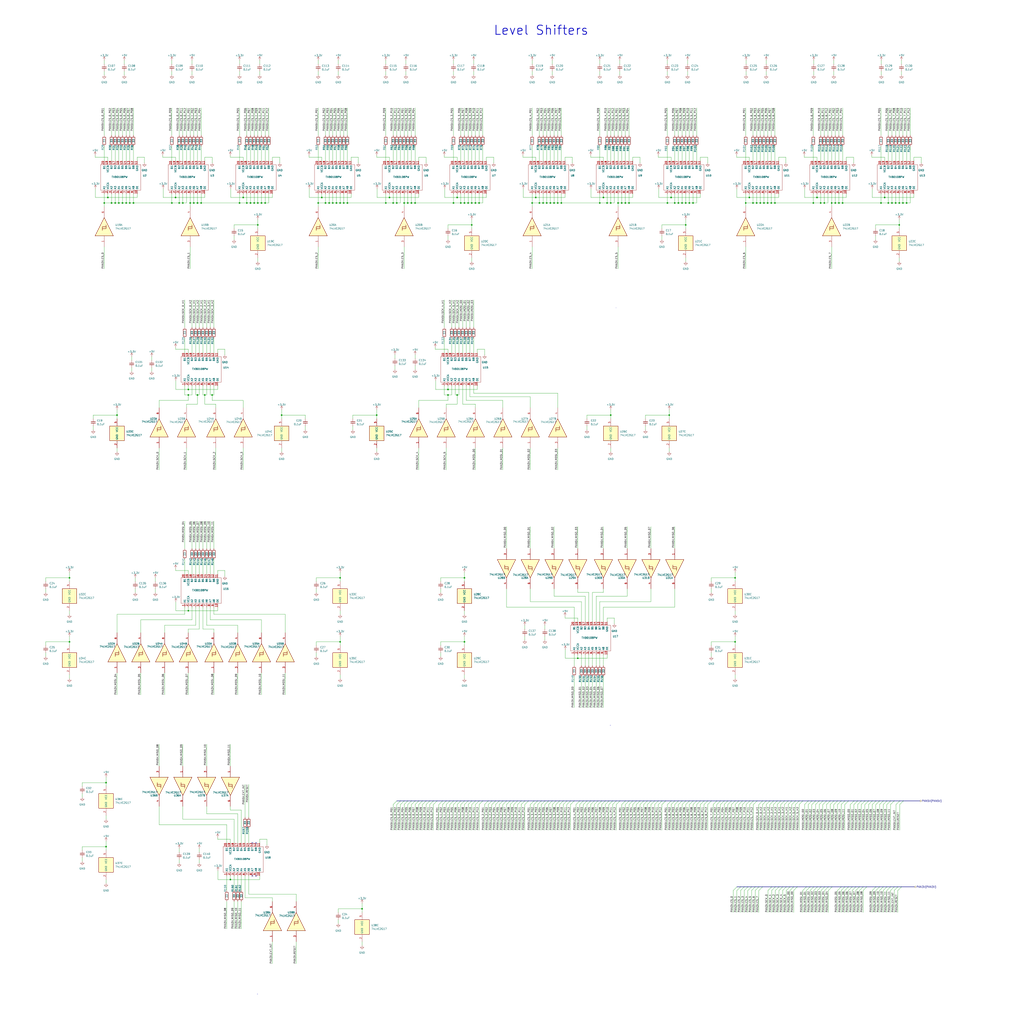
<source format=kicad_sch>
(kicad_sch (version 20250114) (generator "eeschema") (generator_version "9.0")
  (paper "User" 711.2 711.2)
  (title_block (title "12-12 NI G4.1 Arena Modular LED Display") (date "2025-08-06") (rev "v8.4") (company "IORodeo for Reiserlab @ Janelia"))
  (bus_alias "PAN5V" (members "CS_0_P01" "CS_0_P02" "CS_0_P03" "CS_0_P04" "CS_0_P05" "CS_0_P06" "CS_0_P07" "CS_0_P08" "CS_0_P09" "CS_0_P10" "CS_0_P11" "CS_0_P12" "CS_1_P01" "CS_1_P02" "CS_1_P03" "CS_1_P04" "CS_1_P05" "CS_1_P06" "CS_1_P07" "CS_1_P08" "CS_1_P09" "CS_1_P10" "CS_1_P11" "CS_1_P12" "CS_2_P01" "CS_2_P02" "CS_2_P03" "CS_2_P04" "CS_2_P05" "CS_2_P06" "CS_2_P07" "CS_2_P08" "CS_2_P09" "CS_2_P10" "CS_2_P11" "CS_2_P12" "CS_3_P01" "CS_3_P02" "CS_3_P03" "CS_3_P04" "CS_3_P05" "CS_3_P06" "CS_3_P07" "CS_3_P08" "CS_3_P09" "CS_3_P10" "CS_3_P11" "CS_3_P12" "CS_4_P01" "CS_4_P02" "CS_4_P03" "CS_4_P04" "CS_4_P05" "CS_4_P06" "CS_4_P07" "CS_4_P08" "CS_4_P09" "CS_4_P10" "CS_4_P11" "CS_4_P12" "CS_5_P01" "CS_5_P02" "CS_5_P03" "CS_5_P04" "CS_5_P05" "CS_5_P06" "CS_5_P07" "CS_5_P08" "CS_5_P09" "CS_5_P10" "CS_5_P11" "CS_5_P12" "CS_6_P01" "CS_6_P02" "CS_6_P03" "CS_6_P04" "CS_6_P05" "CS_6_P06" "CS_6_P07" "CS_6_P08" "CS_6_P09" "CS_6_P10" "CS_6_P11" "CS_6_P12" "CS_7_P01" "CS_7_P02" "CS_7_P03" "CS_7_P04" "CS_7_P05" "CS_7_P06" "CS_7_P07" "CS_7_P08" "CS_7_P09" "CS_7_P10" "CS_7_P11" "CS_7_P12" "SCK_0_H1" "SCK_0_H2" "SCK_1_H1" "SCK_1_H2" "SCK_2_H1" "SCK_2_H2" "SCK_3_H1" "SCK_3_H2" "SCK_4_H1" "SCK_4_H2" "SCK_5_H1" "SCK_5_H2" "MOSI_00" "MOSI_01" "MOSI_02" "MOSI_03" "MOSI_04" "MOSI_05" "MOSI_06" "MOSI_07" "MOSI_08" "MOSI_09" "MOSI_10" "MOSI_11" "MISO_00" "MISO_01" "MISO_02" "MISO_03" "MISO_04" "MISO_05" "MISO_06" "MISO_07" "MISO_08" "MISO_09" "MISO_10" "MISO_11" "EXT_INT" "RESET"))
  (text "Level Shifters" (at 342.646 24.892 0) (effects (font (size 6.35 6.35) (thickness 0.508) (bold yes)) (justify left bottom)))
  (junction (at 481.33 140.97))
  (junction (at 572.516 140.97))
  (junction (at 195.58 288.29))
  (junction (at 137.16 140.97))
  (junction (at 320.04 140.97))
  (junction (at 327.66 156.21))
  (junction (at 236.22 401.32))
  (junction (at 233.68 140.97))
  (junction (at 179.07 140.97))
  (junction (at 267.97 140.97))
  (junction (at 476.25 140.97))
  (junction (at 429.26 140.97))
  (junction (at 317.5 274.32))
  (junction (at 92.71 140.97))
  (junction (at 80.01 140.97))
  (junction (at 436.88 140.97))
  (junction (at 251.46 631.19))
  (junction (at 322.58 140.97))
  (junction (at 582.676 140.97))
  (junction (at 627.126 140.97))
  (junction (at 179.07 156.21))
  (junction (at 280.67 140.97))
  (junction (at 520.446 137.16))
  (junction (at 82.55 140.97))
  (junction (at 330.2 140.97))
  (junction (at 419.1 137.16))
  (junction (at 614.426 137.16))
  (junction (at 325.12 140.97))
  (junction (at 619.506 140.97))
  (junction (at 468.63 140.97))
  (junction (at 87.63 140.97))
  (junction (at 72.39 140.97))
  (junction (at 132.08 140.97))
  (junction (at 241.3 140.97))
  (junction (at 74.93 137.16))
  (junction (at 471.17 140.97))
  (junction (at 231.14 140.97))
  (junction (at 463.55 140.97))
  (junction (at 184.15 140.97))
  (junction (at 416.56 140.97))
  (junction (at 288.29 140.97))
  (junction (at 127 140.97))
  (junction (at 332.74 140.97))
  (junction (at 374.65 140.97))
  (junction (at 585.216 140.97))
  (junction (at 473.71 140.97))
  (junction (at 322.58 401.32))
  (junction (at 270.51 137.16))
  (junction (at 176.53 140.97))
  (junction (at 261.62 288.29))
  (junction (at 377.19 140.97))
  (junction (at 314.96 140.97))
  (junction (at 73.66 543.56))
  (junction (at 421.64 140.97))
  (junction (at 372.11 137.16))
  (junction (at 171.45 140.97))
  (junction (at 130.81 270.51))
  (junction (at 285.75 140.97))
  (junction (at 464.82 288.29))
  (junction (at 48.26 401.32))
  (junction (at 530.606 140.97))
  (junction (at 283.21 140.97))
  (junction (at 220.98 140.97))
  (junction (at 564.896 140.97))
  (junction (at 478.79 140.97))
  (junction (at 223.52 137.16))
  (junction (at 389.89 140.97))
  (junction (at 124.46 140.97))
  (junction (at 134.62 140.97))
  (junction (at 424.18 140.97))
  (junction (at 522.986 140.97))
  (junction (at 424.18 288.29))
  (junction (at 517.906 140.97))
  (junction (at 226.06 140.97))
  (junction (at 525.526 140.97))
  (junction (at 181.61 140.97))
  (junction (at 476.25 156.21))
  (junction (at 130.81 424.18))
  (junction (at 142.24 274.32))
  (junction (at 624.586 156.21))
  (junction (at 431.8 140.97))
  (junction (at 317.5 137.16))
  (junction (at 569.976 140.97))
  (junction (at 77.47 140.97))
  (junction (at 580.136 140.97))
  (junction (at 384.81 140.97))
  (junction (at 48.26 445.77))
  (junction (at 236.22 140.97))
  (junction (at 611.886 140.97))
  (junction (at 528.066 140.97))
  (junction (at 311.15 274.32))
  (junction (at 130.81 274.32))
  (junction (at 387.35 140.97))
  (junction (at 510.54 401.32))
  (junction (at 81.28 288.29))
  (junction (at 166.37 140.97))
  (junction (at 629.666 140.97))
  (junction (at 139.7 140.97))
  (junction (at 616.966 140.97))
  (junction (at 236.22 445.77))
  (junction (at 327.66 140.97))
  (junction (at 137.16 274.32))
  (junction (at 73.66 588.01))
  (junction (at 379.73 140.97))
  (junction (at 622.046 140.97))
  (junction (at 624.586 140.97))
  (junction (at 147.32 274.32))
  (junction (at 121.92 137.16))
  (junction (at 168.91 137.16))
  (junction (at 567.436 137.16))
  (junction (at 382.27 140.97))
  (junction (at 90.17 140.97))
  (junction (at 275.59 140.97))
  (junction (at 160.02 610.87))
  (junction (at 401.32 457.2))
  (junction (at 322.58 445.77))
  (junction (at 273.05 140.97))
  (junction (at 577.596 140.97))
  (junction (at 538.226 140.97))
  (junction (at 119.38 140.97))
  (junction (at 434.34 140.97))
  (junction (at 173.99 140.97))
  (junction (at 238.76 140.97))
  (junction (at 535.686 140.97))
  (junction (at 228.6 140.97))
  (junction (at 466.09 137.16))
  (junction (at 510.54 445.77))
  (junction (at 369.57 140.97))
  (junction (at 311.15 270.51))
  (junction (at 85.09 140.97))
  (junction (at 533.146 140.97))
  (no_connect (at 175.26 585.47))
  (no_connect (at 177.8 585.47))
  (no_connect (at 175.26 608.33))
  (no_connect (at 177.8 608.33))
  (bus_entry (at 325.12 558.8) (size 2.54 -2.54))
  (bus_entry (at 285.75 558.8) (size 2.54 -2.54))
  (bus_entry (at 441.96 558.8) (size 2.54 -2.54))
  (bus_entry (at 593.09 558.8) (size 2.54 -2.54))
  (bus_entry (at 495.3 558.8) (size 2.54 -2.54))
  (bus_entry (at 356.87 558.8) (size 2.54 -2.54))
  (bus_entry (at 381 558.8) (size 2.54 -2.54))
  (bus_entry (at 439.42 558.8) (size 2.54 -2.54))
  (bus_entry (at 368.3 558.8) (size 2.54 -2.54))
  (bus_entry (at 516.89 618.49) (size 2.54 -2.54))
  (bus_entry (at 332.74 558.8) (size 2.54 -2.54))
  (bus_entry (at 598.17 558.8) (size 2.54 -2.54))
  (bus_entry (at 471.17 558.8) (size 2.54 -2.54))
  (bus_entry (at 560.07 618.49) (size 2.54 -2.54))
  (bus_entry (at 425.45 558.8) (size 2.54 -2.54))
  (bus_entry (at 295.91 558.8) (size 2.54 -2.54))
  (bus_entry (at 514.35 618.49) (size 2.54 -2.54))
  (bus_entry (at 502.92 558.8) (size 2.54 -2.54))
  (bus_entry (at 524.51 618.49) (size 2.54 -2.54))
  (bus_entry (at 488.95 558.8) (size 2.54 -2.54))
  (bus_entry (at 510.54 558.8) (size 2.54 -2.54))
  (bus_entry (at 454.66 558.8) (size 2.54 -2.54))
  (bus_entry (at 370.84 558.8) (size 2.54 -2.54))
  (bus_entry (at 417.83 558.8) (size 2.54 -2.54))
  (bus_entry (at 391.16 558.8) (size 2.54 -2.54))
  (bus_entry (at 473.71 558.8) (size 2.54 -2.54))
  (bus_entry (at 314.96 558.8) (size 2.54 -2.54))
  (bus_entry (at 575.31 618.49) (size 2.54 -2.54))
  (bus_entry (at 610.87 558.8) (size 2.54 -2.54))
  (bus_entry (at 405.13 558.8) (size 2.54 -2.54))
  (bus_entry (at 339.09 558.8) (size 2.54 -2.54))
  (bus_entry (at 463.55 558.8) (size 2.54 -2.54))
  (bus_entry (at 590.55 558.8) (size 2.54 -2.54))
  (bus_entry (at 505.46 558.8) (size 2.54 -2.54))
  (bus_entry (at 537.21 558.8) (size 2.54 -2.54))
  (bus_entry (at 511.81 618.49) (size 2.54 -2.54))
  (bus_entry (at 558.8 558.8) (size 2.54 -2.54))
  (bus_entry (at 330.2 558.8) (size 2.54 -2.54))
  (bus_entry (at 500.38 558.8) (size 2.54 -2.54))
  (bus_entry (at 548.64 618.49) (size 2.54 -2.54))
  (bus_entry (at 466.09 558.8) (size 2.54 -2.54))
  (bus_entry (at 275.59 558.8) (size 2.54 -2.54))
  (bus_entry (at 361.95 558.8) (size 2.54 -2.54))
  (bus_entry (at 568.96 558.8) (size 2.54 -2.54))
  (bus_entry (at 527.05 618.49) (size 2.54 -2.54))
  (bus_entry (at 613.41 618.49) (size 2.54 -2.54))
  (bus_entry (at 481.33 558.8) (size 2.54 -2.54))
  (bus_entry (at 566.42 558.8) (size 2.54 -2.54))
  (bus_entry (at 300.99 558.8) (size 2.54 -2.54))
  (bus_entry (at 508 558.8) (size 2.54 -2.54))
  (bus_entry (at 273.05 558.8) (size 2.54 -2.54))
  (bus_entry (at 543.56 618.49) (size 2.54 -2.54))
  (bus_entry (at 521.97 618.49) (size 2.54 -2.54))
  (bus_entry (at 322.58 558.8) (size 2.54 -2.54))
  (bus_entry (at 586.74 558.8) (size 2.54 -2.54))
  (bus_entry (at 346.71 558.8) (size 2.54 -2.54))
  (bus_entry (at 622.3 558.8) (size 2.54 -2.54))
  (bus_entry (at 449.58 558.8) (size 2.54 -2.54))
  (bus_entry (at 546.1 618.49) (size 2.54 -2.54))
  (bus_entry (at 532.13 558.8) (size 2.54 -2.54))
  (bus_entry (at 427.99 558.8) (size 2.54 -2.54))
  (bus_entry (at 283.21 558.8) (size 2.54 -2.54))
  (bus_entry (at 570.23 618.49) (size 2.54 -2.54))
  (bus_entry (at 615.95 558.8) (size 2.54 -2.54))
  (bus_entry (at 393.7 558.8) (size 2.54 -2.54))
  (bus_entry (at 538.48 618.49) (size 2.54 -2.54))
  (bus_entry (at 544.83 558.8) (size 2.54 -2.54))
  (bus_entry (at 561.34 558.8) (size 2.54 -2.54))
  (bus_entry (at 518.16 558.8) (size 2.54 -2.54))
  (bus_entry (at 349.25 558.8) (size 2.54 -2.54))
  (bus_entry (at 551.18 618.49) (size 2.54 -2.54))
  (bus_entry (at 527.05 558.8) (size 2.54 -2.54))
  (bus_entry (at 554.99 558.8) (size 2.54 -2.54))
  (bus_entry (at 312.42 558.8) (size 2.54 -2.54))
  (bus_entry (at 596.9 618.49) (size 2.54 -2.54))
  (bus_entry (at 354.33 558.8) (size 2.54 -2.54))
  (bus_entry (at 459.74 558.8) (size 2.54 -2.54))
  (bus_entry (at 547.37 558.8) (size 2.54 -2.54))
  (bus_entry (at 594.36 618.49) (size 2.54 -2.54))
  (bus_entry (at 336.55 558.8) (size 2.54 -2.54))
  (bus_entry (at 280.67 558.8) (size 2.54 -2.54))
  (bus_entry (at 567.69 618.49) (size 2.54 -2.54))
  (bus_entry (at 344.17 558.8) (size 2.54 -2.54))
  (bus_entry (at 320.04 558.8) (size 2.54 -2.54))
  (bus_entry (at 579.12 558.8) (size 2.54 -2.54))
  (bus_entry (at 621.03 618.49) (size 2.54 -2.54))
  (bus_entry (at 309.88 558.8) (size 2.54 -2.54))
  (bus_entry (at 452.12 558.8) (size 2.54 -2.54))
  (bus_entry (at 491.49 558.8) (size 2.54 -2.54))
  (bus_entry (at 581.66 618.49) (size 2.54 -2.54))
  (bus_entry (at 618.49 618.49) (size 2.54 -2.54))
  (bus_entry (at 591.82 618.49) (size 2.54 -2.54))
  (bus_entry (at 513.08 558.8) (size 2.54 -2.54))
  (bus_entry (at 307.34 558.8) (size 2.54 -2.54))
  (bus_entry (at 375.92 558.8) (size 2.54 -2.54))
  (bus_entry (at 351.79 558.8) (size 2.54 -2.54))
  (bus_entry (at 373.38 558.8) (size 2.54 -2.54))
  (bus_entry (at 476.25 558.8) (size 2.54 -2.54))
  (bus_entry (at 552.45 558.8) (size 2.54 -2.54))
  (bus_entry (at 359.41 558.8) (size 2.54 -2.54))
  (bus_entry (at 293.37 558.8) (size 2.54 -2.54))
  (bus_entry (at 486.41 558.8) (size 2.54 -2.54))
  (bus_entry (at 290.83 558.8) (size 2.54 -2.54))
  (bus_entry (at 420.37 558.8) (size 2.54 -2.54))
  (bus_entry (at 497.84 558.8) (size 2.54 -2.54))
  (bus_entry (at 572.77 618.49) (size 2.54 -2.54))
  (bus_entry (at 304.8 558.8) (size 2.54 -2.54))
  (bus_entry (at 624.84 558.8) (size 2.54 -2.54))
  (bus_entry (at 534.67 558.8) (size 2.54 -2.54))
  (bus_entry (at 396.24 558.8) (size 2.54 -2.54))
  (bus_entry (at 605.79 558.8) (size 2.54 -2.54))
  (bus_entry (at 515.62 558.8) (size 2.54 -2.54))
  (bus_entry (at 565.15 618.49) (size 2.54 -2.54))
  (bus_entry (at 444.5 558.8) (size 2.54 -2.54))
  (bus_entry (at 415.29 558.8) (size 2.54 -2.54))
  (bus_entry (at 341.63 558.8) (size 2.54 -2.54))
  (bus_entry (at 603.25 558.8) (size 2.54 -2.54))
  (bus_entry (at 317.5 558.8) (size 2.54 -2.54))
  (bus_entry (at 422.91 558.8) (size 2.54 -2.54))
  (bus_entry (at 288.29 558.8) (size 2.54 -2.54))
  (bus_entry (at 327.66 558.8) (size 2.54 -2.54))
  (bus_entry (at 574.04 558.8) (size 2.54 -2.54))
  (bus_entry (at 595.63 558.8) (size 2.54 -2.54))
  (bus_entry (at 533.4 618.49) (size 2.54 -2.54))
  (bus_entry (at 613.41 558.8) (size 2.54 -2.54))
  (bus_entry (at 483.87 558.8) (size 2.54 -2.54))
  (bus_entry (at 298.45 558.8) (size 2.54 -2.54))
  (bus_entry (at 478.79 558.8) (size 2.54 -2.54))
  (bus_entry (at 615.95 618.49) (size 2.54 -2.54))
  (bus_entry (at 618.49 558.8) (size 2.54 -2.54))
  (bus_entry (at 584.2 618.49) (size 2.54 -2.54))
  (bus_entry (at 535.94 618.49) (size 2.54 -2.54))
  (bus_entry (at 378.46 558.8) (size 2.54 -2.54))
  (bus_entry (at 589.28 618.49) (size 2.54 -2.54))
  (bus_entry (at 571.5 558.8) (size 2.54 -2.54))
  (bus_entry (at 519.43 618.49) (size 2.54 -2.54))
  (bus_entry (at 563.88 558.8) (size 2.54 -2.54))
  (bus_entry (at 581.66 558.8) (size 2.54 -2.54))
  (bus_entry (at 542.29 558.8) (size 2.54 -2.54))
  (bus_entry (at 529.59 558.8) (size 2.54 -2.54))
  (bus_entry (at 278.13 558.8) (size 2.54 -2.54))
  (bus_entry (at 539.75 558.8) (size 2.54 -2.54))
  (bus_entry (at 388.62 558.8) (size 2.54 -2.54))
  (bus_entry (at 402.59 558.8) (size 2.54 -2.54))
  (bus_entry (at 523.24 558.8) (size 2.54 -2.54))
  (bus_entry (at 447.04 558.8) (size 2.54 -2.54))
  (bus_entry (at 410.21 558.8) (size 2.54 -2.54))
  (bus_entry (at 434.34 558.8) (size 2.54 -2.54))
  (bus_entry (at 576.58 558.8) (size 2.54 -2.54))
  (bus_entry (at 600.71 558.8) (size 2.54 -2.54))
  (bus_entry (at 520.7 558.8) (size 2.54 -2.54))
  (bus_entry (at 605.79 618.49) (size 2.54 -2.54))
  (bus_entry (at 623.57 618.49) (size 2.54 -2.54))
  (bus_entry (at 584.2 558.8) (size 2.54 -2.54))
  (bus_entry (at 562.61 618.49) (size 2.54 -2.54))
  (bus_entry (at 608.33 618.49) (size 2.54 -2.54))
  (bus_entry (at 431.8 558.8) (size 2.54 -2.54))
  (bus_entry (at 608.33 558.8) (size 2.54 -2.54))
  (bus_entry (at 412.75 558.8) (size 2.54 -2.54))
  (bus_entry (at 386.08 558.8) (size 2.54 -2.54))
  (bus_entry (at 557.53 618.49) (size 2.54 -2.54))
  (bus_entry (at 610.87 618.49) (size 2.54 -2.54))
  (bus_entry (at 400.05 558.8) (size 2.54 -2.54))
  (bus_entry (at 468.63 558.8) (size 2.54 -2.54))
  (bus_entry (at 509.27 618.49) (size 2.54 -2.54))
  (bus_entry (at 541.02 618.49) (size 2.54 -2.54))
  (bus_entry (at 457.2 558.8) (size 2.54 -2.54))
  (bus_entry (at 364.49 558.8) (size 2.54 -2.54))
  (bus_entry (at 383.54 558.8) (size 2.54 -2.54))
  (bus_entry (at 549.91 558.8) (size 2.54 -2.54))
  (bus_entry (at 436.88 558.8) (size 2.54 -2.54))
  (bus_entry (at 599.44 618.49) (size 2.54 -2.54))
  (bus_entry (at 407.67 558.8) (size 2.54 -2.54))
  (bus_entry (at 586.74 618.49) (size 2.54 -2.54))
  (bus (pts (xy 586.74 615.95) (xy 589.28 615.95)))
  (wire (pts (xy 387.35 74.93) (xy 387.35 93.98)))
  (polyline (pts (xy 427.736 213.868) (xy 427.99 213.868)))
  (bus (pts (xy 434.34 556.26) (xy 436.88 556.26)))
  (wire (pts (xy 622.046 140.97) (xy 622.046 134.62)))
  (wire (pts (xy 273.05 134.62) (xy 273.05 140.97)))
  (wire (pts (xy 290.83 134.62) (xy 290.83 137.16)))
  (wire (pts (xy 66.04 109.22) (xy 66.04 107.95)))
  (wire (pts (xy 280.67 134.62) (xy 280.67 140.97)))
  (wire (pts (xy 436.88 101.6) (xy 436.88 111.76)))
  (wire (pts (xy 322.58 401.32) (xy 306.07 401.32)))
  (bus (pts (xy 491.49 556.26) (xy 494.03 556.26)))
  (bus (pts (xy 595.63 556.26) (xy 598.17 556.26)))
  (wire (pts (xy 403.86 454.66) (xy 403.86 462.28)))
  (wire (pts (xy 87.63 74.93) (xy 87.63 93.98)))
  (wire (pts (xy 494.03 401.32) (xy 494.03 403.86)))
  (bus (pts (xy 618.49 615.95) (xy 621.03 615.95)))
  (wire (pts (xy 332.74 101.6) (xy 332.74 111.76)))
  (bus (pts (xy 327.66 556.26) (xy 330.2 556.26)))
  (wire (pts (xy 228.6 140.97) (xy 226.06 140.97)))
  (wire (pts (xy 322.58 101.6) (xy 322.58 111.76)))
  (wire (pts (xy 308.864 137.16) (xy 317.5 137.16)))
  (wire (pts (xy 198.12 426.72) (xy 198.12 439.42)))
  (wire (pts (xy 514.35 618.49) (xy 514.35 633.73)))
  (wire (pts (xy 288.29 254) (xy 288.29 256.54)))
  (wire (pts (xy 587.756 134.62) (xy 587.756 137.16)))
  (wire (pts (xy 486.41 134.62) (xy 486.41 137.16)))
  (wire (pts (xy 328.93 208.28) (xy 328.93 227.33)))
  (bus (pts (xy 542.29 556.26) (xy 544.83 556.26)))
  (bus (pts (xy 608.33 556.26) (xy 610.87 556.26)))
  (wire (pts (xy 370.84 558.8) (xy 370.84 576.58)))
  (wire (pts (xy 564.896 101.6) (xy 564.896 111.76)))
  (wire (pts (xy 281.94 49.53) (xy 281.94 52.07)))
  (wire (pts (xy 275.59 134.62) (xy 275.59 140.97)))
  (wire (pts (xy 516.89 618.49) (xy 516.89 633.73)))
  (wire (pts (xy 214.884 137.16) (xy 223.52 137.16)))
  (bus (pts (xy 562.61 615.95) (xy 565.15 615.95)))
  (wire (pts (xy 135.89 234.95) (xy 135.89 245.11)))
  (wire (pts (xy 151.13 396.24) (xy 156.21 396.24)))
  (wire (pts (xy 316.23 208.28) (xy 316.23 227.33)))
  (bus (pts (xy 288.29 556.26) (xy 290.83 556.26)))
  (wire (pts (xy 124.46 74.93) (xy 124.46 93.98)))
  (wire (pts (xy 80.01 101.6) (xy 80.01 111.76)))
  (wire (pts (xy 471.17 140.97) (xy 473.71 140.97)))
  (wire (pts (xy 624.586 74.93) (xy 624.586 93.98)))
  (wire (pts (xy 308.61 109.22) (xy 308.61 107.95)))
  (bus (pts (xy 621.03 556.26) (xy 624.84 556.26)))
  (wire (pts (xy 624.586 101.6) (xy 624.586 111.76)))
  (wire (pts (xy 133.35 267.97) (xy 133.35 274.32)))
  (wire (pts (xy 342.9 109.22) (xy 342.9 113.157)))
  (wire (pts (xy 337.82 109.22) (xy 342.9 109.22)))
  (wire (pts (xy 313.69 234.95) (xy 313.69 245.11)))
  (wire (pts (xy 416.56 134.62) (xy 416.56 140.97)))
  (wire (pts (xy 392.684 457.2) (xy 401.32 457.2)))
  (wire (pts (xy 468.63 140.97) (xy 468.63 134.62)))
  (wire (pts (xy 519.43 618.49) (xy 519.43 633.73)))
  (wire (pts (xy 585.216 101.6) (xy 585.216 111.76)))
  (wire (pts (xy 309.88 280.67) (xy 317.5 280.67)))
  (wire (pts (xy 417.83 558.8) (xy 417.83 576.58)))
  (wire (pts (xy 170.18 623.57) (xy 189.23 623.57)))
  (wire (pts (xy 346.71 558.8) (xy 346.71 576.58)))
  (wire (pts (xy 205.74 621.03) (xy 205.74 626.11)))
  (wire (pts (xy 189.23 134.62) (xy 189.23 137.16)))
  (wire (pts (xy 119.38 134.62) (xy 119.38 140.97)))
  (wire (pts (xy 306.07 453.39) (xy 306.07 455.93)))
  (wire (pts (xy 364.49 434.34) (xy 364.49 436.88)))
  (wire (pts (xy 82.55 74.93) (xy 82.55 93.98)))
  (wire (pts (xy 147.32 278.13) (xy 168.91 278.13)))
  (wire (pts (xy 335.28 140.97) (xy 335.28 134.62)))
  (bus (pts (xy 295.91 556.26) (xy 298.45 556.26)))
  (wire (pts (xy 74.93 137.16) (xy 95.25 137.16)))
  (wire (pts (xy 537.21 558.8) (xy 537.21 576.58)))
  (wire (pts (xy 270.51 137.16) (xy 290.83 137.16)))
  (wire (pts (xy 364.49 441.96) (xy 364.49 444.5)))
  (wire (pts (xy 179.07 74.93) (xy 179.07 93.98)))
  (wire (pts (xy 160.02 562.61) (xy 167.64 562.61)))
  (wire (pts (xy 403.86 469.9) (xy 403.86 491.49)))
  (wire (pts (xy 424.18 101.6) (xy 424.18 111.76)))
  (wire (pts (xy 273.05 101.6) (xy 273.05 111.76)))
  (wire (pts (xy 339.09 558.8) (xy 339.09 576.58)))
  (wire (pts (xy 383.54 49.53) (xy 383.54 52.07)))
  (wire (pts (xy 146.05 388.62) (xy 146.05 398.78)))
  (wire (pts (xy 127 74.93) (xy 127 93.98)))
  (bus (pts (xy 626.11 615.95) (xy 635 615.95)))
  (wire (pts (xy 81.28 288.29) (xy 64.77 288.29)))
  (wire (pts (xy 468.63 74.93) (xy 468.63 93.98)))
  (wire (pts (xy 149.86 280.67) (xy 149.86 283.21)))
  (wire (pts (xy 439.42 558.8) (xy 439.42 576.58)))
  (wire (pts (xy 133.35 274.32) (xy 130.81 274.32)))
  (bus (pts (xy 521.97 615.95) (xy 524.51 615.95)))
  (wire (pts (xy 137.16 274.32) (xy 138.43 274.32)))
  (wire (pts (xy 127 101.6) (xy 127 111.76)))
  (wire (pts (xy 410.464 131.064) (xy 410.464 137.16)))
  (wire (pts (xy 535.686 101.6) (xy 535.686 111.76)))
  (wire (pts (xy 419.1 421.64) (xy 468.63 421.64)))
  (wire (pts (xy 316.23 274.32) (xy 317.5 274.32)))
  (wire (pts (xy 444.5 109.22) (xy 444.5 113.157)))
  (wire (pts (xy 533.146 74.93) (xy 533.146 93.98)))
  (wire (pts (xy 384.81 414.02) (xy 406.4 414.02)))
  (wire (pts (xy 176.53 140.97) (xy 176.53 134.62)))
  (wire (pts (xy 226.06 74.93) (xy 226.06 93.98)))
  (wire (pts (xy 160.02 582.93) (xy 151.13 582.93)))
  (wire (pts (xy 231.14 101.6) (xy 231.14 111.76)))
  (wire (pts (xy 411.48 454.66) (xy 411.48 462.28)))
  (wire (pts (xy 616.966 140.97) (xy 616.966 134.62)))
  (wire (pts (xy 77.47 101.6) (xy 77.47 111.76)))
  (wire (pts (xy 317.5 134.62) (xy 317.5 137.16)))
  (wire (pts (xy 382.27 101.6) (xy 382.27 111.76)))
  (wire (pts (xy 130.81 439.42) (xy 130.81 436.88)))
  (wire (pts (xy 171.45 140.97) (xy 173.99 140.97)))
  (wire (pts (xy 139.7 134.62) (xy 139.7 140.97)))
  (wire (pts (xy 436.88 140.97) (xy 434.34 140.97)))
  (bus (pts (xy 568.96 556.26) (xy 571.5 556.26)))
  (wire (pts (xy 243.84 109.22) (xy 248.92 109.22)))
  (wire (pts (xy 419.1 134.62) (xy 419.1 137.16)))
  (wire (pts (xy 332.74 140.97) (xy 335.28 140.97)))
  (wire (pts (xy 619.506 101.6) (xy 619.506 111.76)))
  (wire (pts (xy 520.446 109.22) (xy 520.446 111.76)))
  (wire (pts (xy 290.83 311.15) (xy 290.83 326.39)))
  (wire (pts (xy 330.2 74.93) (xy 330.2 93.98)))
  (wire (pts (xy 127 134.62) (xy 127 140.97)))
  (wire (pts (xy 476.25 179.07) (xy 476.25 181.61)))
  (wire (pts (xy 421.64 140.97) (xy 424.18 140.97)))
  (wire (pts (xy 382.27 134.62) (xy 382.27 140.97)))
  (wire (pts (xy 327.66 140.97) (xy 330.2 140.97)))
  (wire (pts (xy 233.68 134.62) (xy 233.68 140.97)))
  (wire (pts (xy 510.54 468.63) (xy 510.54 471.17)))
  (wire (pts (xy 401.32 454.66) (xy 401.32 457.2)))
  (wire (pts (xy 267.97 49.53) (xy 267.97 52.07)))
  (wire (pts (xy 179.07 156.21) (xy 162.56 156.21)))
  (bus (pts (xy 373.38 556.26) (xy 375.92 556.26)))
  (wire (pts (xy 151.384 604.774) (xy 151.384 610.87)))
  (wire (pts (xy 236.22 101.6) (xy 236.22 111.76)))
  (bus (pts (xy 444.5 556.26) (xy 447.04 556.26)))
  (wire (pts (xy 132.08 134.62) (xy 132.08 140.97)))
  (wire (pts (xy 327.66 156.21) (xy 327.66 158.75)))
  (bus (pts (xy 278.13 556.26) (xy 280.67 556.26)))
  (wire (pts (xy 290.83 278.13) (xy 311.15 278.13)))
  (wire (pts (xy 162.56 163.83) (xy 162.56 166.37)))
  (wire (pts (xy 180.34 582.93) (xy 185.42 582.93)))
  (wire (pts (xy 481.33 140.97) (xy 483.87 140.97)))
  (bus (pts (xy 560.07 615.95) (xy 562.61 615.95)))
  (wire (pts (xy 452.12 381) (xy 452.12 365.76)))
  (wire (pts (xy 140.97 267.97) (xy 140.97 274.32)))
  (wire (pts (xy 166.37 140.97) (xy 166.37 134.62)))
  (wire (pts (xy 494.03 408.94) (xy 494.03 411.48)))
  (wire (pts (xy 160.02 608.33) (xy 160.02 610.87)))
  (wire (pts (xy 328.93 273.05) (xy 387.35 273.05)))
  (wire (pts (xy 369.57 49.53) (xy 369.57 52.07)))
  (wire (pts (xy 634.746 109.22) (xy 634.746 111.76)))
  (wire (pts (xy 351.79 558.8) (xy 351.79 576.58)))
  (wire (pts (xy 582.676 134.62) (xy 582.676 140.97)))
  (wire (pts (xy 539.75 558.8) (xy 539.75 576.58)))
  (wire (pts (xy 181.61 467.36) (xy 181.61 482.6)))
  (wire (pts (xy 127 140.97) (xy 129.54 140.97)))
  (wire (pts (xy 226.06 134.62) (xy 226.06 140.97)))
  (wire (pts (xy 452.12 417.83) (xy 452.12 408.94)))
  (wire (pts (xy 165.1 467.36) (xy 165.1 482.6)))
  (wire (pts (xy 525.526 101.6) (xy 525.526 111.76)))
  (wire (pts (xy 160.02 560.07) (xy 160.02 562.61)))
  (bus (pts (xy 532.13 556.26) (xy 534.67 556.26)))
  (wire (pts (xy 328.93 41.91) (xy 328.93 44.45)))
  (wire (pts (xy 408.94 411.48) (xy 408.94 431.8)))
  (wire (pts (xy 80.01 134.62) (xy 80.01 140.97)))
  (bus (pts (xy 599.44 615.95) (xy 601.98 615.95)))
  (wire (pts (xy 288.29 101.6) (xy 288.29 111.76)))
  (wire (pts (xy 429.26 134.62) (xy 429.26 140.97)))
  (wire (pts (xy 430.53 41.91) (xy 430.53 44.45)))
  (bus (pts (xy 589.28 615.95) (xy 591.82 615.95)))
  (wire (pts (xy 80.01 74.93) (xy 80.01 93.98)))
  (bus (pts (xy 427.99 556.26) (xy 430.53 556.26)))
  (wire (pts (xy 236.22 74.93) (xy 236.22 93.98)))
  (wire (pts (xy 448.31 295.91) (xy 448.31 298.45)))
  (wire (pts (xy 511.81 618.49) (xy 511.81 633.73)))
  (wire (pts (xy 375.92 558.8) (xy 375.92 576.58)))
  (wire (pts (xy 73.66 566.42) (xy 73.66 568.96)))
  (wire (pts (xy 105.41 247.65) (xy 105.41 250.19)))
  (bus (pts (xy 546.1 615.95) (xy 548.64 615.95)))
  (wire (pts (xy 463.55 74.93) (xy 463.55 93.98)))
  (wire (pts (xy 520.7 558.8) (xy 520.7 576.58)))
  (wire (pts (xy 138.43 589.28) (xy 138.43 591.82)))
  (wire (pts (xy 424.18 140.97) (xy 426.72 140.97)))
  (wire (pts (xy 441.96 558.8) (xy 441.96 576.58)))
  (bus (pts (xy 576.58 556.26) (xy 579.12 556.26)))
  (wire (pts (xy 139.7 101.6) (xy 139.7 111.76)))
  (wire (pts (xy 567.69 618.49) (xy 567.69 633.73)))
  (wire (pts (xy 132.08 140.97) (xy 132.08 143.51)))
  (wire (pts (xy 332.74 140.97) (xy 332.74 134.62)))
  (wire (pts (xy 429.26 101.6) (xy 429.26 111.76)))
  (bus (pts (xy 561.34 556.26) (xy 563.88 556.26)))
  (wire (pts (xy 241.3 140.97) (xy 267.97 140.97)))
  (wire (pts (xy 127 532.13) (xy 127 516.89)))
  (wire (pts (xy 236.22 397.51) (xy 236.22 401.32)))
  (bus (pts (xy 523.24 556.26) (xy 525.78 556.26)))
  (wire (pts (xy 447.04 558.8) (xy 447.04 576.58)))
  (wire (pts (xy 593.09 558.8) (xy 593.09 576.58)))
  (wire (pts (xy 114.3 467.36) (xy 114.3 482.6)))
  (bus (pts (xy 497.84 556.26) (xy 500.38 556.26)))
  (wire (pts (xy 122.174 270.51) (xy 130.81 270.51)))
  (wire (pts (xy 220.98 101.6) (xy 220.98 111.76)))
  (wire (pts (xy 316.23 267.97) (xy 316.23 274.32)))
  (wire (pts (xy 510.54 441.96) (xy 510.54 445.77)))
  (wire (pts (xy 320.04 558.8) (xy 320.04 576.58)))
  (wire (pts (xy 172.72 621.03) (xy 205.74 621.03)))
  (wire (pts (xy 401.32 429.26) (xy 401.32 431.8)))
  (bus (pts (xy 346.71 556.26) (xy 349.25 556.26)))
  (bus (pts (xy 481.33 556.26) (xy 483.87 556.26)))
  (wire (pts (xy 510.54 558.8) (xy 510.54 576.58)))
  (wire (pts (xy 459.74 163.83) (xy 459.74 166.37)))
  (wire (pts (xy 147.32 274.32) (xy 148.59 274.32)))
  (wire (pts (xy 605.79 137.16) (xy 614.426 137.16)))
  (wire (pts (xy 431.8 101.6) (xy 431.8 111.76)))
  (wire (pts (xy 528.066 74.93) (xy 528.066 93.98)))
  (wire (pts (xy 57.15 543.56) (xy 57.15 546.1)))
  (wire (pts (xy 105.41 255.27) (xy 105.41 257.81)))
  (bus (pts (xy 548.64 615.95) (xy 551.18 615.95)))
  (wire (pts (xy 434.34 101.6) (xy 434.34 111.76)))
  (wire (pts (xy 424.18 284.48) (xy 424.18 288.29)))
  (wire (pts (xy 93.98 401.32) (xy 93.98 403.86)))
  (wire (pts (xy 172.72 544.83) (xy 172.72 567.69)))
  (wire (pts (xy 564.896 134.62) (xy 564.896 140.97)))
  (bus (pts (xy 596.9 615.95) (xy 599.44 615.95)))
  (wire (pts (xy 522.986 101.6) (xy 522.986 111.76)))
  (wire (pts (xy 331.47 267.97) (xy 331.47 270.51)))
  (wire (pts (xy 476.25 140.97) (xy 478.79 140.97)))
  (wire (pts (xy 577.596 140.97) (xy 577.596 143.51)))
  (bus (pts (xy 571.5 556.26) (xy 574.04 556.26)))
  (wire (pts (xy 280.67 558.8) (xy 280.67 576.58)))
  (wire (pts (xy 379.73 101.6) (xy 379.73 111.76)))
  (wire (pts (xy 436.88 134.62) (xy 436.88 140.97)))
  (bus (pts (xy 572.77 615.95) (xy 575.31 615.95)))
  (wire (pts (xy 549.91 558.8) (xy 549.91 576.58)))
  (wire (pts (xy 167.64 645.16) (xy 167.64 626.11)))
  (wire (pts (xy 228.6 74.93) (xy 228.6 93.98)))
  (bus (pts (xy 298.45 556.26) (xy 300.99 556.26)))
  (wire (pts (xy 509.27 618.49) (xy 509.27 633.73)))
  (wire (pts (xy 322.58 397.51) (xy 322.58 401.32)))
  (wire (pts (xy 128.27 208.28) (xy 128.27 227.33)))
  (wire (pts (xy 138.43 208.28) (xy 138.43 227.33)))
  (wire (pts (xy 288.29 140.97) (xy 285.75 140.97)))
  (wire (pts (xy 273.05 558.8) (xy 273.05 576.58)))
  (wire (pts (xy 124.46 101.6) (xy 124.46 111.76)))
  (bus (pts (xy 593.09 556.26) (xy 595.63 556.26)))
  (wire (pts (xy 579.12 558.8) (xy 579.12 576.58)))
  (wire (pts (xy 66.294 131.064) (xy 66.294 137.16)))
  (wire (pts (xy 124.46 140.97) (xy 127 140.97)))
  (wire (pts (xy 572.516 101.6) (xy 572.516 111.76)))
  (wire (pts (xy 415.29 558.8) (xy 415.29 576.58)))
  (wire (pts (xy 463.55 140.97) (xy 468.63 140.97)))
  (wire (pts (xy 73.66 539.75) (xy 73.66 543.56)))
  (bus (pts (xy 538.48 615.95) (xy 541.02 615.95)))
  (wire (pts (xy 424.18 311.15) (xy 424.18 313.69)))
  (wire (pts (xy 134.62 101.6) (xy 134.62 111.76)))
  (wire (pts (xy 122.174 264.414) (xy 122.174 270.51)))
  (wire (pts (xy 502.92 558.8) (xy 502.92 576.58)))
  (wire (pts (xy 481.33 140.97) (xy 481.33 134.62)))
  (wire (pts (xy 510.54 401.32) (xy 494.03 401.32)))
  (wire (pts (xy 82.55 140.97) (xy 80.01 140.97)))
  (wire (pts (xy 569.976 101.6) (xy 569.976 111.76)))
  (wire (pts (xy 170.18 623.57) (xy 170.18 608.33)))
  (wire (pts (xy 124.46 596.9) (xy 124.46 599.44)))
  (bus (pts (xy 439.42 556.26) (xy 441.96 556.26)))
  (wire (pts (xy 587.756 109.22) (xy 587.756 111.76)))
  (wire (pts (xy 520.446 134.62) (xy 520.446 137.16)))
  (wire (pts (xy 431.8 134.62) (xy 431.8 140.97)))
  (wire (pts (xy 622.046 74.93) (xy 622.046 93.98)))
  (bus (pts (xy 335.28 556.26) (xy 339.09 556.26)))
  (wire (pts (xy 48.26 401.32) (xy 48.26 403.86)))
  (wire (pts (xy 140.97 208.28) (xy 140.97 227.33)))
  (wire (pts (xy 234.95 49.53) (xy 234.95 52.07)))
  (wire (pts (xy 354.33 558.8) (xy 354.33 576.58)))
  (bus (pts (xy 505.46 556.26) (xy 508 556.26)))
  (wire (pts (xy 331.47 242.57) (xy 336.55 242.57)))
  (wire (pts (xy 488.95 558.8) (xy 488.95 576.58)))
  (wire (pts (xy 138.43 234.95) (xy 138.43 245.11)))
  (wire (pts (xy 575.056 134.62) (xy 575.056 140.97)))
  (wire (pts (xy 535.686 74.93) (xy 535.686 93.98)))
  (bus (pts (xy 293.37 556.26) (xy 295.91 556.26)))
  (wire (pts (xy 558.8 558.8) (xy 558.8 576.58)))
  (wire (pts (xy 326.39 275.59) (xy 368.3 275.59)))
  (wire (pts (xy 517.906 134.62) (xy 517.906 140.97)))
  (wire (pts (xy 121.92 137.16) (xy 142.24 137.16)))
  (wire (pts (xy 92.71 74.93) (xy 92.71 93.98)))
  (wire (pts (xy 298.45 558.8) (xy 298.45 576.58)))
  (wire (pts (xy 157.48 645.16) (xy 157.48 626.11)))
  (wire (pts (xy 322.58 445.77) (xy 306.07 445.77)))
  (wire (pts (xy 454.66 558.8) (xy 454.66 576.58)))
  (wire (pts (xy 436.88 74.93) (xy 436.88 93.98)))
  (wire (pts (xy 140.97 274.32) (xy 142.24 274.32)))
  (wire (pts (xy 510.54 401.32) (xy 510.54 403.86)))
  (wire (pts (xy 477.52 41.91) (xy 477.52 44.45)))
  (wire (pts (xy 624.586 140.97) (xy 624.586 134.62)))
  (wire (pts (xy 511.81 137.16) (xy 520.446 137.16)))
  (wire (pts (xy 275.59 558.8) (xy 275.59 576.58)))
  (wire (pts (xy 414.02 454.66) (xy 414.02 462.28)))
  (wire (pts (xy 314.96 558.8) (xy 314.96 576.58)))
  (wire (pts (xy 77.47 74.93) (xy 77.47 93.98)))
  (wire (pts (xy 612.14 41.91) (xy 612.14 44.45)))
  (wire (pts (xy 327.66 74.93) (xy 327.66 93.98)))
  (bus (pts (xy 473.71 556.26) (xy 476.25 556.26)))
  (wire (pts (xy 542.29 558.8) (xy 542.29 576.58)))
  (wire (pts (xy 369.57 134.62) (xy 369.57 140.97)))
  (wire (pts (xy 580.136 134.62) (xy 580.136 140.97)))
  (wire (pts (xy 168.91 109.22) (xy 168.91 111.76)))
  (wire (pts (xy 614.426 109.22) (xy 614.426 111.76)))
  (wire (pts (xy 130.81 424.18) (xy 151.13 424.18)))
  (bus (pts (xy 613.41 615.95) (xy 615.95 615.95)))
  (wire (pts (xy 416.56 74.93) (xy 416.56 93.98)))
  (wire (pts (xy 587.756 109.22) (xy 592.836 109.22)))
  (bus (pts (xy 330.2 556.26) (xy 332.74 556.26)))
  (wire (pts (xy 466.09 137.16) (xy 486.41 137.16)))
  (wire (pts (xy 238.76 140.97) (xy 236.22 140.97)))
  (wire (pts (xy 407.67 288.29) (xy 407.67 290.83)))
  (wire (pts (xy 561.34 558.8) (xy 561.34 576.58)))
  (wire (pts (xy 156.21 396.24) (xy 156.21 400.177)))
  (wire (pts (xy 107.95 401.32) (xy 107.95 403.86)))
  (wire (pts (xy 128.27 388.62) (xy 128.27 398.78)))
  (wire (pts (xy 372.11 109.22) (xy 372.11 111.76)))
  (wire (pts (xy 615.95 618.49) (xy 615.95 633.73)))
  (bus (pts (xy 518.16 556.26) (xy 520.7 556.26)))
  (wire (pts (xy 195.58 288.29) (xy 212.09 288.29)))
  (wire (pts (xy 517.906 171.45) (xy 517.906 186.69)))
  (wire (pts (xy 143.51 361.95) (xy 143.51 381)))
  (bus (pts (xy 361.95 556.26) (xy 364.49 556.26)))
  (wire (pts (xy 463.55 140.97) (xy 463.55 134.62)))
  (wire (pts (xy 328.93 234.95) (xy 328.93 245.11)))
  (wire (pts (xy 280.67 74.93) (xy 280.67 93.98)))
  (wire (pts (xy 129.54 74.93) (xy 129.54 93.98)))
  (wire (pts (xy 135.89 434.34) (xy 135.89 421.64)))
  (wire (pts (xy 275.59 101.6) (xy 275.59 111.76)))
  (wire (pts (xy 74.93 109.22) (xy 66.04 109.22)))
  (wire (pts (xy 486.41 558.8) (xy 486.41 576.58)))
  (wire (pts (xy 134.62 74.93) (xy 134.62 93.98)))
  (bus (pts (xy 459.74 556.26) (xy 462.28 556.26)))
  (wire (pts (xy 236.22 140.97) (xy 233.68 140.97)))
  (bus (pts (xy 594.36 615.95) (xy 596.9 615.95)))
  (wire (pts (xy 318.77 208.28) (xy 318.77 227.33)))
  (wire (pts (xy 275.59 74.93) (xy 275.59 93.98)))
  (wire (pts (xy 302.514 264.414) (xy 302.514 270.51)))
  (wire (pts (xy 585.216 134.62) (xy 585.216 140.97)))
  (bus (pts (xy 381 556.26) (xy 383.54 556.26)))
  (wire (pts (xy 476.25 156.21) (xy 459.74 156.21)))
  (wire (pts (xy 186.69 140.97) (xy 186.69 134.62)))
  (wire (pts (xy 231.14 134.62) (xy 231.14 140.97)))
  (wire (pts (xy 285.75 101.6) (xy 285.75 111.76)))
  (wire (pts (xy 304.8 558.8) (xy 304.8 576.58)))
  (bus (pts (xy 364.49 556.26) (xy 367.03 556.26)))
  (wire (pts (xy 226.06 140.97) (xy 220.98 140.97)))
  (wire (pts (xy 285.75 74.93) (xy 285.75 93.98)))
  (wire (pts (xy 82.55 101.6) (xy 82.55 111.76)))
  (wire (pts (xy 162.56 568.96) (xy 127 568.96)))
  (wire (pts (xy 138.43 361.95) (xy 138.43 381)))
  (wire (pts (xy 565.15 618.49) (xy 565.15 633.73)))
  (wire (pts (xy 48.26 424.18) (xy 48.26 426.72)))
  (wire (pts (xy 281.94 41.91) (xy 281.94 44.45)))
  (wire (pts (xy 522.986 140.97) (xy 517.906 140.97)))
  (wire (pts (xy 424.18 74.93) (xy 424.18 93.98)))
  (wire (pts (xy 468.63 140.97) (xy 471.17 140.97)))
  (wire (pts (xy 280.67 101.6) (xy 280.67 111.76)))
  (wire (pts (xy 398.78 421.64) (xy 398.78 431.8)))
  (wire (pts (xy 434.34 74.93) (xy 434.34 93.98)))
  (wire (pts (xy 236.22 401.32) (xy 219.71 401.32)))
  (wire (pts (xy 110.49 278.13) (xy 130.81 278.13)))
  (wire (pts (xy 356.87 558.8) (xy 356.87 576.58)))
  (bus (pts (xy 600.71 556.26) (xy 603.25 556.26)))
  (wire (pts (xy 146.05 421.64) (xy 146.05 430.53)))
  (wire (pts (xy 520.446 137.16) (xy 540.766 137.16)))
  (wire (pts (xy 181.61 74.93) (xy 181.61 93.98)))
  (bus (pts (xy 494.03 556.26) (xy 497.84 556.26)))
  (wire (pts (xy 95.25 109.22) (xy 95.25 111.76)))
  (wire (pts (xy 160.02 610.87) (xy 180.34 610.87)))
  (wire (pts (xy 330.2 280.67) (xy 330.2 283.21)))
  (wire (pts (xy 124.46 589.28) (xy 124.46 591.82)))
  (wire (pts (xy 214.63 109.22) (xy 214.63 107.95)))
  (bus (pts (xy 511.81 615.95) (xy 514.35 615.95)))
  (wire (pts (xy 471.17 140.97) (xy 471.17 134.62)))
  (wire (pts (xy 457.454 137.16) (xy 466.09 137.16)))
  (wire (pts (xy 414.02 414.02) (xy 414.02 431.8)))
  (wire (pts (xy 431.8 558.8) (xy 431.8 576.58)))
  (wire (pts (xy 307.34 558.8) (xy 307.34 576.58)))
  (wire (pts (xy 314.96 140.97) (xy 314.96 134.62)))
  (wire (pts (xy 538.226 101.6) (xy 538.226 111.76)))
  (wire (pts (xy 140.97 436.88) (xy 140.97 421.64)))
  (wire (pts (xy 194.31 109.22) (xy 194.31 113.157)))
  (wire (pts (xy 382.27 140.97) (xy 379.73 140.97)))
  (wire (pts (xy 143.51 388.62) (xy 143.51 398.78)))
  (wire (pts (xy 491.49 109.22) (xy 491.49 113.157)))
  (wire (pts (xy 74.93 109.22) (xy 74.93 111.76)))
  (wire (pts (xy 605.79 618.49) (xy 605.79 633.73)))
  (wire (pts (xy 579.12 41.91) (xy 579.12 44.45)))
  (wire (pts (xy 473.71 558.8) (xy 473.71 576.58)))
  (wire (pts (xy 148.59 421.64) (xy 148.59 426.72)))
  (wire (pts (xy 386.08 558.8) (xy 386.08 576.58)))
  (wire (pts (xy 146.05 274.32) (xy 147.32 274.32)))
  (wire (pts (xy 280.67 171.45) (xy 280.67 186.69)))
  (wire (pts (xy 148.59 439.42) (xy 148.59 436.88)))
  (wire (pts (xy 377.19 140.97) (xy 374.65 140.97)))
  (wire (pts (xy 463.55 558.8) (xy 463.55 576.58)))
  (wire (pts (xy 322.58 468.63) (xy 322.58 471.17)))
  (wire (pts (xy 614.426 109.22) (xy 605.536 109.22)))
  (wire (pts (xy 195.58 288.29) (xy 195.58 290.83)))
  (wire (pts (xy 323.85 278.13) (xy 349.25 278.13)))
  (bus (pts (xy 516.89 615.95) (xy 519.43 615.95)))
  (wire (pts (xy 241.3 134.62) (xy 241.3 140.97)))
  (wire (pts (xy 138.43 274.32) (xy 138.43 267.97)))
  (wire (pts (xy 406.4 414.02) (xy 406.4 431.8)))
  (wire (pts (xy 624.586 152.4) (xy 624.586 156.21)))
  (bus (pts (xy 378.46 556.26) (xy 381 556.26)))
  (wire (pts (xy 325.12 140.97) (xy 327.66 140.97)))
  (bus (pts (xy 483.87 556.26) (xy 486.41 556.26)))
  (wire (pts (xy 551.18 618.49) (xy 551.18 633.73)))
  (wire (pts (xy 285.75 558.8) (xy 285.75 576.58)))
  (wire (pts (xy 128.27 267.97) (xy 128.27 274.32)))
  (wire (pts (xy 48.26 445.77) (xy 31.75 445.77)))
  (wire (pts (xy 130.81 396.24) (xy 130.81 398.78)))
  (bus (pts (xy 610.87 556.26) (xy 613.41 556.26)))
  (wire (pts (xy 290.83 558.8) (xy 290.83 576.58)))
  (wire (pts (xy 321.31 267.97) (xy 321.31 280.67)))
  (wire (pts (xy 411.48 411.48) (xy 411.48 431.8)))
  (wire (pts (xy 449.58 558.8) (xy 449.58 576.58)))
  (wire (pts (xy 419.1 381) (xy 419.1 365.76)))
  (wire (pts (xy 554.99 558.8) (xy 554.99 576.58)))
  (wire (pts (xy 616.966 74.93) (xy 616.966 93.98)))
  (wire (pts (xy 590.55 558.8) (xy 590.55 576.58)))
  (wire (pts (xy 374.65 101.6) (xy 374.65 111.76)))
  (wire (pts (xy 143.51 421.64) (xy 143.51 434.34)))
  (wire (pts (xy 517.906 140.97) (xy 517.906 143.51)))
  (wire (pts (xy 90.17 134.62) (xy 90.17 140.97)))
  (wire (pts (xy 478.79 558.8) (xy 478.79 576.58)))
  (wire (pts (xy 558.8 137.16) (xy 567.436 137.16)))
  (wire (pts (xy 471.17 101.6) (xy 471.17 111.76)))
  (wire (pts (xy 285.75 140.97) (xy 283.21 140.97)))
  (bus (pts (xy 514.35 615.95) (xy 516.89 615.95)))
  (wire (pts (xy 627.126 140.97) (xy 627.126 134.62)))
  (wire (pts (xy 157.48 618.49) (xy 157.48 608.33)))
  (wire (pts (xy 378.46 558.8) (xy 378.46 576.58)))
  (wire (pts (xy 170.18 544.83) (xy 170.18 567.69)))
  (wire (pts (xy 416.56 417.83) (xy 452.12 417.83)))
  (wire (pts (xy 147.32 109.22) (xy 147.32 113.157)))
  (wire (pts (xy 419.1 454.66) (xy 419.1 462.28)))
  (wire (pts (xy 31.75 453.39) (xy 31.75 455.93)))
  (wire (pts (xy 384.81 408.94) (xy 384.81 414.02)))
  (bus (pts (xy 441.96 556.26) (xy 444.5 556.26)))
  (wire (pts (xy 322.58 424.18) (xy 322.58 426.72)))
  (wire (pts (xy 330.2 140.97) (xy 330.2 134.62)))
  (wire (pts (xy 422.91 558.8) (xy 422.91 576.58)))
  (wire (pts (xy 389.89 140.97) (xy 416.56 140.97)))
  (bus (pts (xy 454.66 556.26) (xy 457.2 556.26)))
  (wire (pts (xy 569.976 140.97) (xy 572.516 140.97)))
  (wire (pts (xy 608.33 618.49) (xy 608.33 633.73)))
  (wire (pts (xy 466.09 109.22) (xy 466.09 111.76)))
  (wire (pts (xy 261.62 109.22) (xy 261.62 107.95)))
  (wire (pts (xy 311.15 270.51) (xy 331.47 270.51)))
  (wire (pts (xy 421.64 74.93) (xy 421.64 93.98)))
  (wire (pts (xy 335.28 74.93) (xy 335.28 93.98)))
  (wire (pts (xy 48.26 445.77) (xy 48.26 448.31)))
  (bus (pts (xy 525.78 556.26) (xy 529.59 556.26)))
  (wire (pts (xy 505.46 558.8) (xy 505.46 576.58)))
  (wire (pts (xy 410.21 558.8) (xy 410.21 576.58)))
  (wire (pts (xy 318.77 234.95) (xy 318.77 245.11)))
  (wire (pts (xy 151.384 610.87) (xy 160.02 610.87)))
  (wire (pts (xy 619.506 140.97) (xy 619.506 134.62)))
  (wire (pts (xy 57.15 588.01) (xy 57.15 590.55)))
  (wire (pts (xy 426.72 134.62) (xy 426.72 140.97)))
  (wire (pts (xy 471.17 74.93) (xy 471.17 93.98)))
  (bus (pts (xy 613.41 556.26) (xy 615.95 556.26)))
  (wire (pts (xy 311.15 163.83) (xy 311.15 166.37)))
  (wire (pts (xy 168.91 137.16) (xy 189.23 137.16)))
  (wire (pts (xy 478.79 74.93) (xy 478.79 93.98)))
  (wire (pts (xy 611.886 101.6) (xy 611.886 111.76)))
  (wire (pts (xy 392.43 109.22) (xy 397.51 109.22)))
  (wire (pts (xy 452.12 558.8) (xy 452.12 576.58)))
  (wire (pts (xy 611.886 74.93) (xy 611.886 93.98)))
  (wire (pts (xy 195.58 284.48) (xy 195.58 288.29)))
  (wire (pts (xy 157.48 572.77) (xy 157.48 585.47)))
  (wire (pts (xy 477.52 49.53) (xy 477.52 52.07)))
  (wire (pts (xy 86.36 41.91) (xy 86.36 44.45)))
  (wire (pts (xy 245.11 295.91) (xy 245.11 298.45)))
  (wire (pts (xy 133.35 208.28) (xy 133.35 227.33)))
  (wire (pts (xy 173.99 140.97) (xy 176.53 140.97)))
  (wire (pts (xy 540.766 134.62) (xy 540.766 137.16)))
  (wire (pts (xy 330.2 311.15) (xy 330.2 326.39)))
  (wire (pts (xy 508 558.8) (xy 508 576.58)))
  (wire (pts (xy 510.54 445.77) (xy 494.03 445.77)))
  (wire (pts (xy 565.15 49.53) (xy 565.15 52.07)))
  (wire (pts (xy 81.28 288.29) (xy 81.28 290.83)))
  (wire (pts (xy 90.17 140.97) (xy 87.63 140.97)))
  (wire (pts (xy 384.81 74.93) (xy 384.81 93.98)))
  (bus (pts (xy 468.63 556.26) (xy 471.17 556.26)))
  (wire (pts (xy 261.62 311.15) (xy 261.62 313.69)))
  (wire (pts (xy 605.536 109.22) (xy 605.536 107.95)))
  (wire (pts (xy 308.61 267.97) (xy 308.61 274.32)))
  (wire (pts (xy 592.836 109.22) (xy 592.836 113.157)))
  (wire (pts (xy 306.07 445.77) (xy 306.07 448.31)))
  (wire (pts (xy 527.05 558.8) (xy 527.05 576.58)))
  (wire (pts (xy 439.42 134.62) (xy 439.42 137.16)))
  (bus (pts (xy 322.58 556.26) (xy 325.12 556.26)))
  (wire (pts (xy 351.79 421.64) (xy 351.79 408.94)))
  (wire (pts (xy 541.02 618.49) (xy 541.02 633.73)))
  (wire (pts (xy 558.8 131.064) (xy 558.8 137.16)))
  (wire (pts (xy 468.63 381) (xy 468.63 365.76)))
  (wire (pts (xy 121.92 109.22) (xy 121.92 111.76)))
  (wire (pts (xy 139.7 140.97) (xy 137.16 140.97)))
  (wire (pts (xy 309.88 311.15) (xy 309.88 326.39)))
  (wire (pts (xy 481.33 101.6) (xy 481.33 111.76)))
  (wire (pts (xy 238.76 134.62) (xy 238.76 140.97)))
  (wire (pts (xy 510.54 424.18) (xy 510.54 426.72)))
  (wire (pts (xy 137.16 101.6) (xy 137.16 111.76)))
  (wire (pts (xy 632.206 101.6) (xy 632.206 111.76)))
  (wire (pts (xy 48.26 441.96) (xy 48.26 445.77)))
  (bus (pts (xy 290.83 556.26) (xy 293.37 556.26)))
  (wire (pts (xy 234.95 638.81) (xy 234.95 641.35)))
  (wire (pts (xy 486.41 109.22) (xy 491.49 109.22)))
  (wire (pts (xy 327.66 558.8) (xy 327.66 576.58)))
  (wire (pts (xy 327.66 101.6) (xy 327.66 111.76)))
  (wire (pts (xy 179.07 140.97) (xy 181.61 140.97)))
  (wire (pts (xy 402.59 558.8) (xy 402.59 576.58)))
  (wire (pts (xy 121.92 396.24) (xy 121.92 394.97)))
  (wire (pts (xy 584.2 618.49) (xy 584.2 633.73)))
  (wire (pts (xy 74.93 134.62) (xy 74.93 137.16)))
  (wire (pts (xy 220.98 41.91) (xy 220.98 44.45)))
  (wire (pts (xy 540.766 109.22) (xy 545.846 109.22)))
  (wire (pts (xy 520.446 109.22) (xy 511.556 109.22)))
  (wire (pts (xy 283.21 134.62) (xy 283.21 140.97)))
  (bus (pts (xy 307.34 556.26) (xy 309.88 556.26)))
  (wire (pts (xy 288.29 140.97) (xy 314.96 140.97)))
  (wire (pts (xy 128.27 421.64) (xy 128.27 426.72)))
  (wire (pts (xy 302.26 242.57) (xy 302.26 241.3)))
  (wire (pts (xy 90.17 101.6) (xy 90.17 111.76)))
  (wire (pts (xy 313.69 274.32) (xy 311.15 274.32)))
  (wire (pts (xy 416.56 41.91) (xy 416.56 44.45)))
  (wire (pts (xy 72.39 49.53) (xy 72.39 52.07)))
  (wire (pts (xy 476.25 156.21) (xy 476.25 158.75)))
  (wire (pts (xy 119.38 49.53) (xy 119.38 52.07)))
  (wire (pts (xy 31.75 445.77) (xy 31.75 448.31)))
  (wire (pts (xy 568.96 558.8) (xy 568.96 576.58)))
  (wire (pts (xy 414.02 469.9) (xy 414.02 491.49)))
  (wire (pts (xy 598.17 558.8) (xy 598.17 576.58)))
  (wire (pts (xy 374.65 140.97) (xy 369.57 140.97)))
  (wire (pts (xy 110.49 311.15) (xy 110.49 326.39)))
  (wire (pts (xy 171.45 101.6) (xy 171.45 111.76)))
  (wire (pts (xy 586.74 558.8) (xy 586.74 576.58)))
  (wire (pts (xy 223.52 109.22) (xy 223.52 111.76)))
  (bus (pts (xy 615.95 556.26) (xy 618.49 556.26)))
  (wire (pts (xy 72.39 134.62) (xy 72.39 140.97)))
  (wire (pts (xy 575.056 74.93) (xy 575.056 93.98)))
  (bus (pts (xy 584.2 556.26) (xy 586.74 556.26)))
  (bus (pts (xy 412.75 556.26) (xy 415.29 556.26)))
  (wire (pts (xy 81.28 426.72) (xy 81.28 439.42)))
  (wire (pts (xy 92.71 134.62) (xy 92.71 140.97)))
  (wire (pts (xy 369.57 41.91) (xy 369.57 44.45)))
  (wire (pts (xy 517.906 101.6) (xy 517.906 111.76)))
  (bus (pts (xy 515.62 556.26) (xy 518.16 556.26)))
  (wire (pts (xy 223.52 109.22) (xy 214.63 109.22)))
  (bus (pts (xy 618.49 556.26) (xy 621.03 556.26)))
  (wire (pts (xy 629.666 140.97) (xy 629.666 134.62)))
  (wire (pts (xy 180.34 582.93) (xy 180.34 585.47)))
  (wire (pts (xy 81.28 284.48) (xy 81.28 288.29)))
  (wire (pts (xy 627.126 140.97) (xy 629.666 140.97)))
  (wire (pts (xy 73.66 584.2) (xy 73.66 588.01)))
  (bus (pts (xy 567.69 615.95) (xy 570.23 615.95)))
  (wire (pts (xy 387.35 273.05) (xy 387.35 283.21)))
  (wire (pts (xy 87.63 134.62) (xy 87.63 140.97)))
  (wire (pts (xy 572.516 140.97) (xy 575.056 140.97)))
  (wire (pts (xy 321.31 208.28) (xy 321.31 227.33)))
  (wire (pts (xy 181.61 430.53) (xy 181.61 439.42)))
  (wire (pts (xy 548.64 618.49) (xy 548.64 633.73)))
  (wire (pts (xy 566.42 558.8) (xy 566.42 576.58)))
  (bus (pts (xy 500.38 556.26) (xy 502.92 556.26)))
  (wire (pts (xy 173.99 140.97) (xy 173.99 134.62)))
  (bus (pts (xy 566.42 556.26) (xy 568.96 556.26)))
  (bus (pts (xy 565.15 615.95) (xy 567.69 615.95)))
  (wire (pts (xy 564.896 74.93) (xy 564.896 93.98)))
  (wire (pts (xy 387.35 101.6) (xy 387.35 111.76)))
  (wire (pts (xy 189.23 109.22) (xy 189.23 111.76)))
  (wire (pts (xy 148.59 388.62) (xy 148.59 398.78)))
  (wire (pts (xy 143.51 274.32) (xy 143.51 267.97)))
  (wire (pts (xy 234.95 631.19) (xy 234.95 633.73)))
  (wire (pts (xy 166.37 101.6) (xy 166.37 111.76)))
  (wire (pts (xy 421.64 101.6) (xy 421.64 111.76)))
  (wire (pts (xy 317.5 109.22) (xy 308.61 109.22)))
  (polyline (pts (xy 178.562 690.372) (xy 179.07 690.372)))
  (wire (pts (xy 613.41 618.49) (xy 613.41 633.73)))
  (wire (pts (xy 524.51 618.49) (xy 524.51 633.73)))
  (wire (pts (xy 148.59 436.88) (xy 140.97 436.88)))
  (wire (pts (xy 581.66 558.8) (xy 581.66 576.58)))
  (wire (pts (xy 248.92 109.22) (xy 248.92 113.157)))
  (wire (pts (xy 137.16 280.67) (xy 137.16 274.32)))
  (wire (pts (xy 128.27 426.72) (xy 81.28 426.72)))
  (wire (pts (xy 186.69 101.6) (xy 186.69 111.76)))
  (wire (pts (xy 142.24 280.67) (xy 149.86 280.67)))
  (wire (pts (xy 176.53 74.93) (xy 176.53 93.98)))
  (wire (pts (xy 608.076 156.21) (xy 608.076 158.75)))
  (wire (pts (xy 538.226 134.62) (xy 538.226 140.97)))
  (wire (pts (xy 349.25 558.8) (xy 349.25 576.58)))
  (bus (pts (xy 420.37 556.26) (xy 422.91 556.26)))
  (wire (pts (xy 534.67 558.8) (xy 534.67 576.58)))
  (wire (pts (xy 416.56 454.66) (xy 416.56 462.28)))
  (wire (pts (xy 57.15 551.18) (xy 57.15 553.72)))
  (wire (pts (xy 457.454 131.064) (xy 457.454 137.16)))
  (wire (pts (xy 582.676 74.93) (xy 582.676 93.98)))
  (wire (pts (xy 410.21 109.22) (xy 410.21 107.95)))
  (wire (pts (xy 135.89 274.32) (xy 137.16 274.32)))
  (wire (pts (xy 435.61 414.02) (xy 435.61 408.94)))
  (wire (pts (xy 567.436 109.22) (xy 558.546 109.22)))
  (wire (pts (xy 261.62 288.29) (xy 261.62 290.83)))
  (wire (pts (xy 392.43 134.62) (xy 392.43 137.16)))
  (wire (pts (xy 557.53 618.49) (xy 557.53 633.73)))
  (wire (pts (xy 122.174 424.18) (xy 130.81 424.18)))
  (bus (pts (xy 549.91 556.26) (xy 552.45 556.26)))
  (wire (pts (xy 464.82 284.48) (xy 464.82 288.29)))
  (wire (pts (xy 344.17 558.8) (xy 344.17 576.58)))
  (wire (pts (xy 143.51 434.34) (xy 165.1 434.34)))
  (wire (pts (xy 309.88 280.67) (xy 309.88 283.21)))
  (bus (pts (xy 367.03 556.26) (xy 370.84 556.26)))
  (wire (pts (xy 476.25 152.4) (xy 476.25 156.21)))
  (bus (pts (xy 398.78 556.26) (xy 402.59 556.26)))
  (wire (pts (xy 151.13 242.57) (xy 156.21 242.57)))
  (wire (pts (xy 530.606 74.93) (xy 530.606 93.98)))
  (wire (pts (xy 267.97 74.93) (xy 267.97 93.98)))
  (wire (pts (xy 619.506 140.97) (xy 622.046 140.97)))
  (wire (pts (xy 91.44 255.27) (xy 91.44 257.81)))
  (wire (pts (xy 416.56 417.83) (xy 416.56 431.8)))
  (wire (pts (xy 518.16 558.8) (xy 518.16 576.58)))
  (wire (pts (xy 595.63 558.8) (xy 595.63 576.58)))
  (wire (pts (xy 162.56 618.49) (xy 162.56 608.33)))
  (wire (pts (xy 165.1 434.34) (xy 165.1 439.42)))
  (wire (pts (xy 392.43 429.26) (xy 392.43 427.99)))
  (wire (pts (xy 328.93 49.53) (xy 328.93 52.07)))
  (bus (pts (xy 422.91 556.26) (xy 425.45 556.26)))
  (wire (pts (xy 325.12 101.6) (xy 325.12 111.76)))
  (wire (pts (xy 166.37 41.91) (xy 166.37 44.45)))
  (wire (pts (xy 401.32 381) (xy 401.32 365.76)))
  (bus (pts (xy 615.95 615.95) (xy 618.49 615.95)))
  (wire (pts (xy 236.22 441.96) (xy 236.22 445.77)))
  (wire (pts (xy 383.54 558.8) (xy 383.54 576.58)))
  (wire (pts (xy 267.97 134.62) (xy 267.97 140.97)))
  (wire (pts (xy 538.226 140.97) (xy 564.896 140.97)))
  (wire (pts (xy 73.66 588.01) (xy 73.66 590.55)))
  (wire (pts (xy 532.13 558.8) (xy 532.13 576.58)))
  (bus (pts (xy 627.38 556.26) (xy 638.81 556.26)))
  (bus (pts (xy 303.53 556.26) (xy 307.34 556.26)))
  (wire (pts (xy 406.4 469.9) (xy 406.4 491.49)))
  (wire (pts (xy 327.66 179.07) (xy 327.66 181.61)))
  (wire (pts (xy 165.1 645.16) (xy 165.1 626.11)))
  (wire (pts (xy 274.32 254) (xy 274.32 256.54)))
  (wire (pts (xy 363.474 131.064) (xy 363.474 137.16)))
  (wire (pts (xy 459.74 558.8) (xy 459.74 576.58)))
  (wire (pts (xy 290.83 109.22) (xy 290.83 111.76)))
  (wire (pts (xy 518.16 41.91) (xy 518.16 44.45)))
  (bus (pts (xy 575.31 615.95) (xy 577.85 615.95)))
  (wire (pts (xy 133.35 234.95) (xy 133.35 245.11)))
  (wire (pts (xy 585.216 74.93) (xy 585.216 93.98)))
  (bus (pts (xy 356.87 556.26) (xy 359.41 556.26)))
  (bus (pts (xy 449.58 556.26) (xy 452.12 556.26)))
  (wire (pts (xy 416.56 49.53) (xy 416.56 52.07)))
  (wire (pts (xy 406.4 454.66) (xy 406.4 462.28)))
  (wire (pts (xy 179.07 156.21) (xy 179.07 158.75)))
  (wire (pts (xy 238.76 101.6) (xy 238.76 111.76)))
  (wire (pts (xy 278.13 101.6) (xy 278.13 111.76)))
  (wire (pts (xy 130.81 436.88) (xy 138.43 436.88)))
  (wire (pts (xy 180.34 608.33) (xy 180.34 610.87)))
  (wire (pts (xy 378.46 434.34) (xy 378.46 436.88)))
  (wire (pts (xy 419.1 421.64) (xy 419.1 431.8)))
  (wire (pts (xy 168.91 109.22) (xy 160.02 109.22)))
  (bus (pts (xy 543.56 615.95) (xy 546.1 615.95)))
  (wire (pts (xy 322.58 441.96) (xy 322.58 445.77)))
  (wire (pts (xy 511.81 131.064) (xy 511.81 137.16)))
  (wire (pts (xy 317.5 137.16) (xy 337.82 137.16)))
  (wire (pts (xy 290.83 109.22) (xy 295.91 109.22)))
  (bus (pts (xy 541.02 615.95) (xy 543.56 615.95)))
  (wire (pts (xy 267.97 101.6) (xy 267.97 111.76)))
  (wire (pts (xy 535.686 140.97) (xy 533.146 140.97)))
  (wire (pts (xy 82.55 134.62) (xy 82.55 140.97)))
  (wire (pts (xy 121.92 242.57) (xy 121.92 241.3)))
  (wire (pts (xy 113.284 137.16) (xy 121.92 137.16)))
  (wire (pts (xy 313.69 267.97) (xy 313.69 274.32)))
  (wire (pts (xy 130.81 270.51) (xy 151.13 270.51)))
  (bus (pts (xy 623.57 615.95) (xy 626.11 615.95)))
  (wire (pts (xy 610.87 558.8) (xy 610.87 576.58)))
  (wire (pts (xy 228.6 134.62) (xy 228.6 140.97)))
  (wire (pts (xy 401.32 408.94) (xy 401.32 411.48)))
  (wire (pts (xy 468.63 558.8) (xy 468.63 576.58)))
  (wire (pts (xy 314.96 74.93) (xy 314.96 93.98)))
  (wire (pts (xy 473.71 140.97) (xy 473.71 134.62)))
  (wire (pts (xy 119.38 74.93) (xy 119.38 93.98)))
  (wire (pts (xy 85.09 101.6) (xy 85.09 111.76)))
  (wire (pts (xy 57.15 595.63) (xy 57.15 598.17)))
  (wire (pts (xy 629.666 74.93) (xy 629.666 93.98)))
  (wire (pts (xy 434.34 134.62) (xy 434.34 140.97)))
  (wire (pts (xy 322.58 401.32) (xy 322.58 403.86)))
  (wire (pts (xy 397.51 109.22) (xy 397.51 113.157)))
  (wire (pts (xy 220.98 171.45) (xy 220.98 186.69)))
  (wire (pts (xy 132.08 101.6) (xy 132.08 111.76)))
  (bus (pts (xy 534.67 556.26) (xy 537.21 556.26)))
  (bus (pts (xy 283.21 556.26) (xy 285.75 556.26)))
  (wire (pts (xy 314.96 49.53) (xy 314.96 52.07)))
  (wire (pts (xy 288.29 74.93) (xy 288.29 93.98)))
  (wire (pts (xy 220.98 140.97) (xy 220.98 143.51)))
  (wire (pts (xy 439.42 109.22) (xy 439.42 111.76)))
  (wire (pts (xy 525.526 134.62) (xy 525.526 140.97)))
  (wire (pts (xy 543.56 618.49) (xy 543.56 633.73)))
  (wire (pts (xy 270.51 134.62) (xy 270.51 137.16)))
  (wire (pts (xy 483.87 558.8) (xy 483.87 576.58)))
  (wire (pts (xy 219.71 445.77) (xy 219.71 448.31)))
  (wire (pts (xy 48.26 468.63) (xy 48.26 471.17)))
  (wire (pts (xy 322.58 140.97) (xy 325.12 140.97)))
  (wire (pts (xy 198.12 467.36) (xy 198.12 482.6)))
  (wire (pts (xy 471.17 558.8) (xy 471.17 576.58)))
  (wire (pts (xy 219.71 453.39) (xy 219.71 455.93)))
  (wire (pts (xy 584.2 558.8) (xy 584.2 576.58)))
  (wire (pts (xy 251.46 631.19) (xy 234.95 631.19)))
  (wire (pts (xy 168.91 134.62) (xy 168.91 137.16)))
  (wire (pts (xy 119.38 41.91) (xy 119.38 44.45)))
  (bus (pts (xy 551.18 615.95) (xy 553.72 615.95)))
  (wire (pts (xy 363.22 109.22) (xy 363.22 107.95)))
  (wire (pts (xy 421.64 429.26) (xy 421.64 431.8)))
  (wire (pts (xy 97.79 467.36) (xy 97.79 482.6)))
  (bus (pts (xy 436.88 556.26) (xy 439.42 556.26)))
  (wire (pts (xy 114.3 434.34) (xy 135.89 434.34)))
  (wire (pts (xy 410.464 137.16) (xy 419.1 137.16)))
  (wire (pts (xy 627.126 74.93) (xy 627.126 93.98)))
  (wire (pts (xy 629.666 140.97) (xy 632.206 140.97)))
  (bus (pts (xy 539.75 556.26) (xy 542.29 556.26)))
  (wire (pts (xy 571.5 558.8) (xy 571.5 576.58)))
  (wire (pts (xy 623.57 618.49) (xy 623.57 633.73)))
  (wire (pts (xy 146.05 267.97) (xy 146.05 274.32)))
  (wire (pts (xy 634.746 134.62) (xy 634.746 137.16)))
  (wire (pts (xy 416.56 469.9) (xy 416.56 491.49)))
  (bus (pts (xy 447.04 556.26) (xy 449.58 556.26)))
  (wire (pts (xy 314.96 140.97) (xy 320.04 140.97)))
  (wire (pts (xy 300.99 558.8) (xy 300.99 576.58)))
  (wire (pts (xy 521.97 618.49) (xy 521.97 633.73)))
  (wire (pts (xy 483.87 101.6) (xy 483.87 111.76)))
  (wire (pts (xy 129.54 280.67) (xy 129.54 283.21)))
  (wire (pts (xy 374.65 74.93) (xy 374.65 93.98)))
  (wire (pts (xy 148.59 208.28) (xy 148.59 227.33)))
  (wire (pts (xy 421.64 429.26) (xy 426.72 429.26)))
  (wire (pts (xy 580.136 74.93) (xy 580.136 93.98)))
  (bus (pts (xy 471.17 556.26) (xy 473.71 556.26)))
  (wire (pts (xy 624.84 558.8) (xy 624.84 576.58)))
  (wire (pts (xy 278.13 74.93) (xy 278.13 93.98)))
  (bus (pts (xy 430.53 556.26) (xy 434.34 556.26)))
  (wire (pts (xy 133.35 388.62) (xy 133.35 398.78)))
  (wire (pts (xy 129.54 311.15) (xy 129.54 326.39)))
  (wire (pts (xy 533.146 101.6) (xy 533.146 111.76)))
  (wire (pts (xy 236.22 445.77) (xy 236.22 448.31)))
  (bus (pts (xy 415.29 556.26) (xy 417.83 556.26)))
  (wire (pts (xy 308.864 131.064) (xy 308.864 137.16)))
  (wire (pts (xy 80.01 140.97) (xy 77.47 140.97)))
  (wire (pts (xy 85.09 140.97) (xy 82.55 140.97)))
  (bus (pts (xy 553.72 615.95) (xy 560.07 615.95)))
  (bus (pts (xy 383.54 556.26) (xy 386.08 556.26)))
  (bus (pts (xy 591.82 615.95) (xy 594.36 615.95)))
  (bus (pts (xy 610.87 615.95) (xy 613.41 615.95)))
  (wire (pts (xy 424.18 288.29) (xy 407.67 288.29)))
  (wire (pts (xy 321.31 234.95) (xy 321.31 245.11)))
  (wire (pts (xy 140.97 361.95) (xy 140.97 381)))
  (wire (pts (xy 122.174 418.084) (xy 122.174 424.18)))
  (wire (pts (xy 618.49 558.8) (xy 618.49 576.58)))
  (wire (pts (xy 600.71 558.8) (xy 600.71 576.58)))
  (wire (pts (xy 143.51 234.95) (xy 143.51 245.11)))
  (wire (pts (xy 336.55 242.57) (xy 336.55 246.507)))
  (wire (pts (xy 327.66 156.21) (xy 311.15 156.21)))
  (wire (pts (xy 149.86 311.15) (xy 149.86 326.39)))
  (wire (pts (xy 100.33 109.22) (xy 100.33 113.157)))
  (wire (pts (xy 314.96 101.6) (xy 314.96 111.76)))
  (wire (pts (xy 317.5 274.32) (xy 318.77 274.32)))
  (wire (pts (xy 320.04 74.93) (xy 320.04 93.98)))
  (wire (pts (xy 363.474 137.16) (xy 372.11 137.16)))
  (wire (pts (xy 476.25 558.8) (xy 476.25 576.58)))
  (wire (pts (xy 267.97 41.91) (xy 267.97 44.45)))
  (bus (pts (xy 586.74 556.26) (xy 589.28 556.26)))
  (bus (pts (xy 581.66 556.26) (xy 584.2 556.26)))
  (wire (pts (xy 332.74 74.93) (xy 332.74 93.98)))
  (wire (pts (xy 121.92 134.62) (xy 121.92 137.16)))
  (wire (pts (xy 420.37 558.8) (xy 420.37 576.58)))
  (wire (pts (xy 632.206 74.93) (xy 632.206 93.98)))
  (wire (pts (xy 331.47 242.57) (xy 331.47 245.11)))
  (wire (pts (xy 569.976 74.93) (xy 569.976 93.98)))
  (wire (pts (xy 311.15 242.57) (xy 302.26 242.57)))
  (wire (pts (xy 223.52 137.16) (xy 243.84 137.16)))
  (wire (pts (xy 241.3 74.93) (xy 241.3 93.98)))
  (bus (pts (xy 332.74 556.26) (xy 335.28 556.26)))
  (wire (pts (xy 378.46 441.96) (xy 378.46 444.5)))
  (wire (pts (xy 457.2 109.22) (xy 457.2 107.95)))
  (wire (pts (xy 278.13 134.62) (xy 278.13 140.97)))
  (wire (pts (xy 261.874 131.064) (xy 261.874 137.16)))
  (wire (pts (xy 179.07 152.4) (xy 179.07 156.21)))
  (wire (pts (xy 160.274 131.064) (xy 160.274 137.16)))
  (wire (pts (xy 634.746 109.22) (xy 639.826 109.22)))
  (wire (pts (xy 552.45 558.8) (xy 552.45 576.58)))
  (wire (pts (xy 349.25 311.15) (xy 349.25 326.39)))
  (bus (pts (xy 579.12 556.26) (xy 581.66 556.26)))
  (wire (pts (xy 113.03 109.22) (xy 113.03 107.95)))
  (wire (pts (xy 398.78 469.9) (xy 398.78 491.49)))
  (wire (pts (xy 473.71 101.6) (xy 473.71 111.76)))
  (wire (pts (xy 129.54 101.6) (xy 129.54 111.76)))
  (wire (pts (xy 335.28 101.6) (xy 335.28 111.76)))
  (wire (pts (xy 162.56 645.16) (xy 162.56 626.11)))
  (wire (pts (xy 369.57 171.45) (xy 369.57 186.69)))
  (wire (pts (xy 372.11 109.22) (xy 363.22 109.22)))
  (wire (pts (xy 379.73 140.97) (xy 377.19 140.97)))
  (wire (pts (xy 528.066 101.6) (xy 528.066 111.76)))
  (wire (pts (xy 320.04 140.97) (xy 322.58 140.97)))
  (wire (pts (xy 86.36 49.53) (xy 86.36 52.07)))
  (wire (pts (xy 146.05 361.95) (xy 146.05 381)))
  (wire (pts (xy 238.76 74.93) (xy 238.76 93.98)))
  (wire (pts (xy 285.75 134.62) (xy 285.75 140.97)))
  (wire (pts (xy 184.15 101.6) (xy 184.15 111.76)))
  (bus (pts (xy 508 556.26) (xy 510.54 556.26)))
  (wire (pts (xy 581.66 618.49) (xy 581.66 633.73)))
  (bus (pts (xy 589.28 556.26) (xy 593.09 556.26)))
  (wire (pts (xy 466.09 134.62) (xy 466.09 137.16)))
  (wire (pts (xy 313.69 208.28) (xy 313.69 227.33)))
  (wire (pts (xy 166.37 140.97) (xy 171.45 140.97)))
  (wire (pts (xy 421.64 134.62) (xy 421.64 140.97)))
  (wire (pts (xy 189.23 654.05) (xy 189.23 669.29)))
  (wire (pts (xy 522.986 74.93) (xy 522.986 93.98)))
  (bus (pts (xy 388.62 556.26) (xy 391.16 556.26)))
  (wire (pts (xy 162.56 156.21) (xy 162.56 158.75)))
  (wire (pts (xy 283.21 558.8) (xy 283.21 576.58)))
  (wire (pts (xy 226.06 101.6) (xy 226.06 111.76)))
  (wire (pts (xy 275.59 140.97) (xy 278.13 140.97)))
  (wire (pts (xy 283.21 74.93) (xy 283.21 93.98)))
  (wire (pts (xy 577.596 134.62) (xy 577.596 140.97)))
  (wire (pts (xy 572.516 134.62) (xy 572.516 140.97)))
  (wire (pts (xy 162.56 568.96) (xy 162.56 585.47)))
  (wire (pts (xy 311.15 242.57) (xy 311.15 245.11)))
  (wire (pts (xy 311.15 156.21) (xy 311.15 158.75)))
  (wire (pts (xy 138.43 388.62) (xy 138.43 398.78)))
  (wire (pts (xy 151.13 421.64) (xy 151.13 424.18)))
  (wire (pts (xy 72.39 41.91) (xy 72.39 44.45)))
  (bus (pts (xy 300.99 556.26) (xy 303.53 556.26)))
  (wire (pts (xy 325.12 74.93) (xy 325.12 93.98)))
  (wire (pts (xy 212.09 295.91) (xy 212.09 298.45)))
  (wire (pts (xy 142.24 274.32) (xy 142.24 280.67)))
  (wire (pts (xy 481.33 558.8) (xy 481.33 576.58)))
  (wire (pts (xy 632.206 140.97) (xy 632.206 134.62)))
  (wire (pts (xy 189.23 626.11) (xy 189.23 623.57)))
  (bus (pts (xy 488.95 556.26) (xy 491.49 556.26)))
  (wire (pts (xy 398.78 421.64) (xy 351.79 421.64)))
  (bus (pts (xy 552.45 556.26) (xy 554.99 556.26)))
  (wire (pts (xy 429.26 171.45) (xy 429.26 186.69)))
  (wire (pts (xy 608.33 558.8) (xy 608.33 576.58)))
  (wire (pts (xy 478.79 140.97) (xy 481.33 140.97)))
  (wire (pts (xy 330.2 558.8) (xy 330.2 576.58)))
  (wire (pts (xy 72.39 140.97) (xy 72.39 143.51)))
  (wire (pts (xy 129.54 134.62) (xy 129.54 140.97)))
  (wire (pts (xy 322.58 558.8) (xy 322.58 576.58)))
  (bus (pts (xy 529.59 556.26) (xy 532.13 556.26)))
  (bus (pts (xy 547.37 556.26) (xy 549.91 556.26)))
  (wire (pts (xy 143.51 208.28) (xy 143.51 227.33)))
  (wire (pts (xy 427.99 558.8) (xy 427.99 576.58)))
  (wire (pts (xy 403.86 417.83) (xy 403.86 431.8)))
  (wire (pts (xy 270.51 109.22) (xy 270.51 111.76)))
  (wire (pts (xy 139.7 140.97) (xy 166.37 140.97)))
  (wire (pts (xy 582.676 101.6) (xy 582.676 111.76)))
  (wire (pts (xy 236.22 134.62) (xy 236.22 140.97)))
  (wire (pts (xy 261.62 284.48) (xy 261.62 288.29)))
  (wire (pts (xy 368.3 311.15) (xy 368.3 326.39)))
  (bus (pts (xy 396.24 556.26) (xy 398.78 556.26)))
  (wire (pts (xy 243.84 109.22) (xy 243.84 111.76)))
  (wire (pts (xy 560.07 618.49) (xy 560.07 633.73)))
  (wire (pts (xy 234.95 41.91) (xy 234.95 44.45)))
  (wire (pts (xy 351.79 381) (xy 351.79 365.76)))
  (wire (pts (xy 314.96 41.91) (xy 314.96 44.45)))
  (wire (pts (xy 92.71 140.97) (xy 119.38 140.97)))
  (bus (pts (xy 349.25 556.26) (xy 351.79 556.26)))
  (wire (pts (xy 87.63 140.97) (xy 85.09 140.97)))
  (wire (pts (xy 160.274 137.16) (xy 168.91 137.16)))
  (bus (pts (xy 462.28 556.26) (xy 466.09 556.26)))
  (wire (pts (xy 321.31 280.67) (xy 330.2 280.67)))
  (wire (pts (xy 148.59 274.32) (xy 148.59 267.97)))
  (wire (pts (xy 436.88 558.8) (xy 436.88 576.58)))
  (wire (pts (xy 147.32 274.32) (xy 147.32 278.13)))
  (wire (pts (xy 48.26 401.32) (xy 31.75 401.32)))
  (wire (pts (xy 374.65 134.62) (xy 374.65 140.97)))
  (bus (pts (xy 535.94 615.95) (xy 538.48 615.95)))
  (wire (pts (xy 273.05 74.93) (xy 273.05 93.98)))
  (wire (pts (xy 419.1 469.9) (xy 419.1 491.49)))
  (wire (pts (xy 184.15 140.97) (xy 186.69 140.97)))
  (wire (pts (xy 547.37 558.8) (xy 547.37 576.58)))
  (wire (pts (xy 577.596 101.6) (xy 577.596 111.76)))
  (wire (pts (xy 473.71 140.97) (xy 476.25 140.97)))
  (wire (pts (xy 130.81 278.13) (xy 130.81 274.32)))
  (wire (pts (xy 146.05 208.28) (xy 146.05 227.33)))
  (wire (pts (xy 576.58 558.8) (xy 576.58 576.58)))
  (wire (pts (xy 589.28 618.49) (xy 589.28 633.73)))
  (wire (pts (xy 611.886 140.97) (xy 616.966 140.97)))
  (wire (pts (xy 323.85 234.95) (xy 323.85 245.11)))
  (wire (pts (xy 497.84 558.8) (xy 497.84 576.58)))
  (wire (pts (xy 464.82 311.15) (xy 464.82 313.69)))
  (wire (pts (xy 421.64 454.66) (xy 421.64 457.2)))
  (wire (pts (xy 416.56 140.97) (xy 421.64 140.97)))
  (wire (pts (xy 416.56 101.6) (xy 416.56 111.76)))
  (wire (pts (xy 325.12 558.8) (xy 325.12 576.58)))
  (wire (pts (xy 134.62 140.97) (xy 132.08 140.97)))
  (wire (pts (xy 535.94 618.49) (xy 535.94 633.73)))
  (wire (pts (xy 251.46 654.05) (xy 251.46 656.59)))
  (wire (pts (xy 389.89 134.62) (xy 389.89 140.97)))
  (wire (pts (xy 624.586 140.97) (xy 627.126 140.97)))
  (wire (pts (xy 72.39 101.6) (xy 72.39 111.76)))
  (bus (pts (xy 563.88 556.26) (xy 566.42 556.26)))
  (bus (pts (xy 354.33 556.26) (xy 356.87 556.26)))
  (wire (pts (xy 280.67 140.97) (xy 280.67 143.51)))
  (wire (pts (xy 160.02 582.93) (xy 160.02 585.47)))
  (wire (pts (xy 130.81 396.24) (xy 121.92 396.24)))
  (wire (pts (xy 212.09 288.29) (xy 212.09 290.83)))
  (wire (pts (xy 166.37 74.93) (xy 166.37 93.98)))
  (wire (pts (xy 622.046 101.6) (xy 622.046 111.76)))
  (wire (pts (xy 93.98 408.94) (xy 93.98 411.48)))
  (wire (pts (xy 330.2 140.97) (xy 332.74 140.97)))
  (bus (pts (xy 544.83 556.26) (xy 547.37 556.26)))
  (wire (pts (xy 624.586 156.21) (xy 624.586 158.75)))
  (wire (pts (xy 523.24 558.8) (xy 523.24 576.58)))
  (wire (pts (xy 621.03 618.49) (xy 621.03 633.73)))
  (wire (pts (xy 424.18 288.29) (xy 424.18 290.83)))
  (wire (pts (xy 320.04 140.97) (xy 320.04 134.62)))
  (wire (pts (xy 564.896 140.97) (xy 569.976 140.97)))
  (wire (pts (xy 137.16 140.97) (xy 134.62 140.97)))
  (wire (pts (xy 494.03 453.39) (xy 494.03 455.93)))
  (wire (pts (xy 372.11 134.62) (xy 372.11 137.16)))
  (wire (pts (xy 377.19 101.6) (xy 377.19 111.76)))
  (wire (pts (xy 483.87 140.97) (xy 483.87 134.62)))
  (wire (pts (xy 494.03 445.77) (xy 494.03 448.31)))
  (wire (pts (xy 478.79 140.97) (xy 478.79 134.62)))
  (wire (pts (xy 500.38 558.8) (xy 500.38 576.58)))
  (wire (pts (xy 130.81 274.32) (xy 128.27 274.32)))
  (wire (pts (xy 391.16 558.8) (xy 391.16 576.58)))
  (bus (pts (xy 510.54 556.26) (xy 513.08 556.26)))
  (wire (pts (xy 495.3 558.8) (xy 495.3 576.58)))
  (wire (pts (xy 166.37 49.53) (xy 166.37 52.07)))
  (bus (pts (xy 320.04 556.26) (xy 322.58 556.26)))
  (wire (pts (xy 64.77 295.91) (xy 64.77 298.45)))
  (bus (pts (xy 476.25 556.26) (xy 478.79 556.26)))
  (wire (pts (xy 513.08 558.8) (xy 513.08 576.58)))
  (wire (pts (xy 330.2 101.6) (xy 330.2 111.76)))
  (wire (pts (xy 373.38 558.8) (xy 373.38 576.58)))
  (wire (pts (xy 611.886 140.97) (xy 611.886 134.62)))
  (wire (pts (xy 579.12 49.53) (xy 579.12 52.07)))
  (wire (pts (xy 546.1 618.49) (xy 546.1 633.73)))
  (wire (pts (xy 73.66 543.56) (xy 73.66 546.1)))
  (wire (pts (xy 408.94 454.66) (xy 408.94 462.28)))
  (wire (pts (xy 619.506 74.93) (xy 619.506 93.98)))
  (wire (pts (xy 140.97 388.62) (xy 140.97 398.78)))
  (wire (pts (xy 468.63 101.6) (xy 468.63 111.76)))
  (wire (pts (xy 515.62 558.8) (xy 515.62 576.58)))
  (wire (pts (xy 185.42 582.93) (xy 185.42 586.867)))
  (wire (pts (xy 73.66 588.01) (xy 57.15 588.01)))
  (wire (pts (xy 326.39 234.95) (xy 326.39 245.11)))
  (wire (pts (xy 429.26 140.97) (xy 429.26 143.51)))
  (bus (pts (xy 425.45 556.26) (xy 427.99 556.26)))
  (wire (pts (xy 220.98 134.62) (xy 220.98 140.97)))
  (bus (pts (xy 452.12 556.26) (xy 454.66 556.26)))
  (wire (pts (xy 148.59 361.95) (xy 148.59 381)))
  (wire (pts (xy 179.07 140.97) (xy 179.07 134.62)))
  (wire (pts (xy 128.27 361.95) (xy 128.27 381)))
  (wire (pts (xy 114.3 439.42) (xy 114.3 434.34)))
  (wire (pts (xy 179.07 101.6) (xy 179.07 111.76)))
  (wire (pts (xy 569.976 134.62) (xy 569.976 140.97)))
  (wire (pts (xy 66.294 137.16) (xy 74.93 137.16)))
  (wire (pts (xy 510.54 397.51) (xy 510.54 401.32)))
  (wire (pts (xy 151.13 396.24) (xy 151.13 398.78)))
  (wire (pts (xy 317.5 558.8) (xy 317.5 576.58)))
  (wire (pts (xy 368.3 381) (xy 368.3 365.76)))
  (wire (pts (xy 389.89 101.6) (xy 389.89 111.76)))
  (wire (pts (xy 85.09 74.93) (xy 85.09 93.98)))
  (wire (pts (xy 176.53 140.97) (xy 179.07 140.97)))
  (wire (pts (xy 476.25 101.6) (xy 476.25 111.76)))
  (wire (pts (xy 388.62 558.8) (xy 388.62 576.58)))
  (wire (pts (xy 288.29 246.38) (xy 288.29 248.92)))
  (wire (pts (xy 468.63 421.64) (xy 468.63 408.94)))
  (wire (pts (xy 567.436 134.62) (xy 567.436 137.16)))
  (wire (pts (xy 139.7 74.93) (xy 139.7 93.98)))
  (wire (pts (xy 261.62 288.29) (xy 245.11 288.29)))
  (wire (pts (xy 612.14 49.53) (xy 612.14 52.07)))
  (wire (pts (xy 538.48 618.49) (xy 538.48 633.73)))
  (wire (pts (xy 392.43 109.22) (xy 392.43 111.76)))
  (bus (pts (xy 457.2 556.26) (xy 459.74 556.26)))
  (bus (pts (xy 405.13 556.26) (xy 407.67 556.26)))
  (wire (pts (xy 288.29 558.8) (xy 288.29 576.58)))
  (wire (pts (xy 491.49 558.8) (xy 491.49 576.58)))
  (wire (pts (xy 323.85 267.97) (xy 323.85 278.13)))
  (wire (pts (xy 135.89 388.62) (xy 135.89 398.78)))
  (wire (pts (xy 412.75 558.8) (xy 412.75 576.58)))
  (wire (pts (xy 142.24 274.32) (xy 143.51 274.32)))
  (wire (pts (xy 613.41 558.8) (xy 613.41 576.58)))
  (wire (pts (xy 119.38 101.6) (xy 119.38 111.76)))
  (wire (pts (xy 540.766 109.22) (xy 540.766 111.76)))
  (wire (pts (xy 273.05 140.97) (xy 275.59 140.97)))
  (bus (pts (xy 577.85 615.95) (xy 584.2 615.95)))
  (wire (pts (xy 322.58 140.97) (xy 322.58 134.62)))
  (wire (pts (xy 245.11 288.29) (xy 245.11 290.83)))
  (wire (pts (xy 173.99 101.6) (xy 173.99 111.76)))
  (wire (pts (xy 401.32 457.2) (xy 421.64 457.2)))
  (wire (pts (xy 142.24 109.22) (xy 147.32 109.22)))
  (wire (pts (xy 176.53 101.6) (xy 176.53 111.76)))
  (wire (pts (xy 295.91 109.22) (xy 295.91 113.157)))
  (wire (pts (xy 616.966 140.97) (xy 619.506 140.97)))
  (wire (pts (xy 403.86 417.83) (xy 368.3 417.83)))
  (wire (pts (xy 377.19 134.62) (xy 377.19 140.97)))
  (wire (pts (xy 572.516 74.93) (xy 572.516 93.98)))
  (wire (pts (xy 533.146 134.62) (xy 533.146 140.97)))
  (bus (pts (xy 603.25 556.26) (xy 605.79 556.26)))
  (bus (pts (xy 527.05 615.95) (xy 529.59 615.95)))
  (wire (pts (xy 128.27 234.95) (xy 128.27 245.11)))
  (wire (pts (xy 439.42 109.22) (xy 444.5 109.22)))
  (wire (pts (xy 414.02 414.02) (xy 435.61 414.02)))
  (wire (pts (xy 577.596 74.93) (xy 577.596 93.98)))
  (wire (pts (xy 359.41 558.8) (xy 359.41 576.58)))
  (wire (pts (xy 135.89 267.97) (xy 135.89 274.32)))
  (bus (pts (xy 285.75 556.26) (xy 288.29 556.26)))
  (wire (pts (xy 233.68 140.97) (xy 231.14 140.97)))
  (wire (pts (xy 308.61 208.28) (xy 308.61 227.33)))
  (wire (pts (xy 605.79 558.8) (xy 605.79 576.58)))
  (wire (pts (xy 81.28 467.36) (xy 81.28 482.6)))
  (wire (pts (xy 336.55 558.8) (xy 336.55 576.58)))
  (wire (pts (xy 318.77 274.32) (xy 318.77 267.97)))
  (wire (pts (xy 143.51 532.13) (xy 143.51 516.89)))
  (wire (pts (xy 486.41 109.22) (xy 486.41 111.76)))
  (wire (pts (xy 567.436 109.22) (xy 567.436 111.76)))
  (bus (pts (xy 584.2 615.95) (xy 586.74 615.95)))
  (wire (pts (xy 464.82 288.29) (xy 448.31 288.29)))
  (wire (pts (xy 316.23 234.95) (xy 316.23 245.11)))
  (wire (pts (xy 179.07 179.07) (xy 179.07 181.61)))
  (wire (pts (xy 77.47 134.62) (xy 77.47 140.97)))
  (wire (pts (xy 639.826 109.22) (xy 639.826 113.157)))
  (wire (pts (xy 233.68 74.93) (xy 233.68 93.98)))
  (wire (pts (xy 401.32 411.48) (xy 408.94 411.48)))
  (wire (pts (xy 311.15 274.32) (xy 308.61 274.32)))
  (wire (pts (xy 572.77 618.49) (xy 572.77 633.73)))
  (bus (pts (xy 312.42 556.26) (xy 314.96 556.26)))
  (wire (pts (xy 582.676 140.97) (xy 580.136 140.97)))
  (wire (pts (xy 544.83 558.8) (xy 544.83 576.58)))
  (wire (pts (xy 168.91 278.13) (xy 168.91 283.21)))
  (wire (pts (xy 261.874 137.16) (xy 270.51 137.16)))
  (wire (pts (xy 466.09 558.8) (xy 466.09 576.58)))
  (wire (pts (xy 325.12 140.97) (xy 325.12 134.62)))
  (bus (pts (xy 280.67 556.26) (xy 283.21 556.26)))
  (wire (pts (xy 407.67 295.91) (xy 407.67 298.45)))
  (wire (pts (xy 133.35 49.53) (xy 133.35 52.07)))
  (wire (pts (xy 184.15 140.97) (xy 184.15 134.62)))
  (wire (pts (xy 172.72 575.31) (xy 172.72 585.47)))
  (bus (pts (xy 391.16 556.26) (xy 393.7 556.26)))
  (wire (pts (xy 184.15 74.93) (xy 184.15 93.98)))
  (wire (pts (xy 31.75 408.94) (xy 31.75 411.48)))
  (wire (pts (xy 448.31 288.29) (xy 448.31 290.83)))
  (wire (pts (xy 133.35 421.64) (xy 133.35 430.53)))
  (wire (pts (xy 137.16 134.62) (xy 137.16 140.97)))
  (bus (pts (xy 621.03 615.95) (xy 623.57 615.95)))
  (wire (pts (xy 270.51 109.22) (xy 261.62 109.22)))
  (wire (pts (xy 585.216 140.97) (xy 611.886 140.97)))
  (bus (pts (xy 502.92 556.26) (xy 505.46 556.26)))
  (wire (pts (xy 426.72 429.26) (xy 426.72 433.197)))
  (wire (pts (xy 538.226 140.97) (xy 535.686 140.97)))
  (wire (pts (xy 396.24 558.8) (xy 396.24 576.58)))
  (wire (pts (xy 430.53 49.53) (xy 430.53 52.07)))
  (wire (pts (xy 481.33 74.93) (xy 481.33 93.98)))
  (wire (pts (xy 64.77 288.29) (xy 64.77 290.83)))
  (wire (pts (xy 337.82 109.22) (xy 337.82 111.76)))
  (wire (pts (xy 530.606 140.97) (xy 528.066 140.97)))
  (wire (pts (xy 110.49 532.13) (xy 110.49 516.89)))
  (wire (pts (xy 87.63 101.6) (xy 87.63 111.76)))
  (wire (pts (xy 31.75 401.32) (xy 31.75 403.86)))
  (wire (pts (xy 389.89 140.97) (xy 387.35 140.97)))
  (wire (pts (xy 408.94 469.9) (xy 408.94 491.49)))
  (wire (pts (xy 323.85 208.28) (xy 323.85 227.33)))
  (wire (pts (xy 91.44 247.65) (xy 91.44 250.19)))
  (wire (pts (xy 95.25 134.62) (xy 95.25 137.16)))
  (wire (pts (xy 622.046 140.97) (xy 624.586 140.97)))
  (wire (pts (xy 113.284 131.064) (xy 113.284 137.16)))
  (wire (pts (xy 231.14 140.97) (xy 228.6 140.97)))
  (wire (pts (xy 308.61 234.95) (xy 308.61 245.11)))
  (bus (pts (xy 601.98 615.95) (xy 608.33 615.95)))
  (bus (pts (xy 624.84 556.26) (xy 627.38 556.26)))
  (wire (pts (xy 214.884 131.064) (xy 214.884 137.16)))
  (wire (pts (xy 585.216 140.97) (xy 582.676 140.97)))
  (wire (pts (xy 383.54 41.91) (xy 383.54 44.45)))
  (bus (pts (xy 317.5 556.26) (xy 320.04 556.26)))
  (bus (pts (xy 309.88 556.26) (xy 312.42 556.26)))
  (wire (pts (xy 73.66 610.87) (xy 73.66 613.41)))
  (wire (pts (xy 594.36 618.49) (xy 594.36 633.73)))
  (wire (pts (xy 586.74 618.49) (xy 586.74 633.73)))
  (wire (pts (xy 97.79 430.53) (xy 97.79 439.42)))
  (wire (pts (xy 392.684 451.104) (xy 392.684 457.2)))
  (wire (pts (xy 130.81 421.64) (xy 130.81 424.18)))
  (wire (pts (xy 407.67 558.8) (xy 407.67 576.58)))
  (wire (pts (xy 326.39 267.97) (xy 326.39 275.59)))
  (wire (pts (xy 236.22 468.63) (xy 236.22 471.17)))
  (wire (pts (xy 72.39 171.45) (xy 72.39 186.69)))
  (wire (pts (xy 463.55 49.53) (xy 463.55 52.07)))
  (wire (pts (xy 195.58 311.15) (xy 195.58 313.69)))
  (bus (pts (xy 375.92 556.26) (xy 378.46 556.26)))
  (bus (pts (xy 275.59 556.26) (xy 278.13 556.26)))
  (wire (pts (xy 121.92 109.22) (xy 113.03 109.22)))
  (bus (pts (xy 605.79 556.26) (xy 608.33 556.26)))
  (wire (pts (xy 146.05 430.53) (xy 181.61 430.53)))
  (wire (pts (xy 317.5 280.67) (xy 317.5 274.32)))
  (wire (pts (xy 322.58 445.77) (xy 322.58 448.31)))
  (bus (pts (xy 608.33 615.95) (xy 610.87 615.95)))
  (wire (pts (xy 368.3 558.8) (xy 368.3 576.58)))
  (bus (pts (xy 325.12 556.26) (xy 327.66 556.26)))
  (wire (pts (xy 522.986 134.62) (xy 522.986 140.97)))
  (wire (pts (xy 142.24 109.22) (xy 142.24 111.76)))
  (bus (pts (xy 557.53 556.26) (xy 561.34 556.26)))
  (wire (pts (xy 328.93 267.97) (xy 328.93 273.05)))
  (wire (pts (xy 459.74 156.21) (xy 459.74 158.75)))
  (wire (pts (xy 290.83 278.13) (xy 290.83 283.21)))
  (wire (pts (xy 387.35 134.62) (xy 387.35 140.97)))
  (wire (pts (xy 580.136 101.6) (xy 580.136 111.76)))
  (wire (pts (xy 603.25 558.8) (xy 603.25 576.58)))
  (wire (pts (xy 219.71 401.32) (xy 219.71 403.86)))
  (wire (pts (xy 538.226 74.93) (xy 538.226 93.98)))
  (polyline (pts (xy 423.672 503.682) (xy 424.18 503.682)))
  (wire (pts (xy 181.61 101.6) (xy 181.61 111.76)))
  (wire (pts (xy 135.89 361.95) (xy 135.89 381)))
  (wire (pts (xy 220.98 74.93) (xy 220.98 93.98)))
  (bus (pts (xy 537.21 556.26) (xy 539.75 556.26)))
  (wire (pts (xy 426.72 101.6) (xy 426.72 111.76)))
  (wire (pts (xy 591.82 618.49) (xy 591.82 633.73)))
  (wire (pts (xy 274.32 246.38) (xy 274.32 248.92)))
  (wire (pts (xy 463.55 41.91) (xy 463.55 44.45)))
  (wire (pts (xy 466.09 109.22) (xy 457.2 109.22)))
  (wire (pts (xy 384.81 134.62) (xy 384.81 140.97)))
  (wire (pts (xy 435.61 381) (xy 435.61 365.76)))
  (wire (pts (xy 173.99 74.93) (xy 173.99 93.98)))
  (wire (pts (xy 444.5 558.8) (xy 444.5 576.58)))
  (bus (pts (xy 554.99 556.26) (xy 557.53 556.26)))
  (bus (pts (xy 466.09 556.26) (xy 468.63 556.26)))
  (wire (pts (xy 411.48 469.9) (xy 411.48 491.49)))
  (wire (pts (xy 510.54 445.77) (xy 510.54 448.31)))
  (wire (pts (xy 614.426 137.16) (xy 634.746 137.16)))
  (wire (pts (xy 349.25 278.13) (xy 349.25 283.21)))
  (wire (pts (xy 341.63 558.8) (xy 341.63 576.58)))
  (wire (pts (xy 457.2 558.8) (xy 457.2 576.58)))
  (wire (pts (xy 309.88 558.8) (xy 309.88 576.58)))
  (wire (pts (xy 431.8 74.93) (xy 431.8 93.98)))
  (wire (pts (xy 156.21 242.57) (xy 156.21 246.507)))
  (wire (pts (xy 133.35 430.53) (xy 97.79 430.53)))
  (wire (pts (xy 389.89 74.93) (xy 389.89 93.98)))
  (bus (pts (xy 519.43 615.95) (xy 521.97 615.95)))
  (bus (pts (xy 520.7 556.26) (xy 523.24 556.26)))
  (wire (pts (xy 151.13 267.97) (xy 151.13 270.51)))
  (wire (pts (xy 377.19 74.93) (xy 377.19 93.98)))
  (wire (pts (xy 110.49 278.13) (xy 110.49 283.21)))
  (wire (pts (xy 251.46 627.38) (xy 251.46 631.19)))
  (wire (pts (xy 535.686 134.62) (xy 535.686 140.97)))
  (wire (pts (xy 599.44 618.49) (xy 599.44 633.73)))
  (wire (pts (xy 223.52 134.62) (xy 223.52 137.16)))
  (wire (pts (xy 236.22 424.18) (xy 236.22 426.72)))
  (wire (pts (xy 127 568.96) (xy 127 560.07)))
  (bus (pts (xy 598.17 556.26) (xy 600.71 556.26)))
  (wire (pts (xy 614.426 134.62) (xy 614.426 137.16)))
  (wire (pts (xy 419.1 137.16) (xy 439.42 137.16)))
  (bus (pts (xy 407.67 556.26) (xy 410.21 556.26)))
  (wire (pts (xy 171.45 140.97) (xy 171.45 134.62)))
  (wire (pts (xy 368.3 275.59) (xy 368.3 283.21)))
  (wire (pts (xy 132.08 74.93) (xy 132.08 93.98)))
  (wire (pts (xy 170.18 575.31) (xy 170.18 585.47)))
  (bus (pts (xy 393.7 556.26) (xy 396.24 556.26)))
  (wire (pts (xy 92.71 101.6) (xy 92.71 111.76)))
  (wire (pts (xy 624.586 156.21) (xy 608.076 156.21)))
  (wire (pts (xy 575.31 618.49) (xy 575.31 633.73)))
  (wire (pts (xy 567.436 137.16) (xy 587.756 137.16)))
  (wire (pts (xy 133.35 361.95) (xy 133.35 381)))
  (wire (pts (xy 618.49 618.49) (xy 618.49 633.73)))
  (wire (pts (xy 327.66 152.4) (xy 327.66 156.21)))
  (wire (pts (xy 90.17 74.93) (xy 90.17 93.98)))
  (wire (pts (xy 483.87 74.93) (xy 483.87 93.98)))
  (wire (pts (xy 322.58 74.93) (xy 322.58 93.98)))
  (wire (pts (xy 160.02 532.13) (xy 160.02 516.89)))
  (wire (pts (xy 143.51 565.15) (xy 165.1 565.15)))
  (wire (pts (xy 368.3 417.83) (xy 368.3 408.94)))
  (wire (pts (xy 419.1 109.22) (xy 419.1 111.76)))
  (wire (pts (xy 81.28 311.15) (xy 81.28 313.69)))
  (wire (pts (xy 464.82 288.29) (xy 464.82 290.83)))
  (wire (pts (xy 92.71 140.97) (xy 90.17 140.97)))
  (wire (pts (xy 626.11 49.53) (xy 626.11 52.07)))
  (wire (pts (xy 369.57 74.93) (xy 369.57 93.98)))
  (wire (pts (xy 425.45 558.8) (xy 425.45 576.58)))
  (wire (pts (xy 312.42 558.8) (xy 312.42 576.58)))
  (wire (pts (xy 332.74 558.8) (xy 332.74 576.58)))
  (wire (pts (xy 186.69 74.93) (xy 186.69 93.98)))
  (wire (pts (xy 293.37 558.8) (xy 293.37 576.58)))
  (wire (pts (xy 605.79 131.064) (xy 605.79 137.16)))
  (wire (pts (xy 288.29 134.62) (xy 288.29 140.97)))
  (wire (pts (xy 317.5 109.22) (xy 317.5 111.76)))
  (wire (pts (xy 530.606 101.6) (xy 530.606 111.76)))
  (wire (pts (xy 295.91 558.8) (xy 295.91 576.58)))
  (wire (pts (xy 622.3 558.8) (xy 622.3 576.58)))
  (wire (pts (xy 124.46 134.62) (xy 124.46 140.97)))
  (wire (pts (xy 384.81 381) (xy 384.81 365.76)))
  (wire (pts (xy 387.35 311.15) (xy 387.35 326.39)))
  (wire (pts (xy 431.8 140.97) (xy 429.26 140.97)))
  (wire (pts (xy 160.02 109.22) (xy 160.02 107.95)))
  (wire (pts (xy 528.066 134.62) (xy 528.066 140.97)))
  (wire (pts (xy 130.81 467.36) (xy 130.81 482.6)))
  (wire (pts (xy 562.61 618.49) (xy 562.61 633.73)))
  (wire (pts (xy 151.13 582.93) (xy 151.13 581.66)))
  (wire (pts (xy 48.26 397.51) (xy 48.26 401.32)))
  (wire (pts (xy 429.26 74.93) (xy 429.26 93.98)))
  (wire (pts (xy 382.27 74.93) (xy 382.27 93.98)))
  (wire (pts (xy 369.57 140.97) (xy 369.57 143.51)))
  (wire (pts (xy 129.54 280.67) (xy 137.16 280.67)))
  (bus (pts (xy 341.63 556.26) (xy 344.17 556.26)))
  (wire (pts (xy 148.59 467.36) (xy 148.59 482.6)))
  (wire (pts (xy 511.556 109.22) (xy 511.556 107.95)))
  (wire (pts (xy 133.35 41.91) (xy 133.35 44.45)))
  (wire (pts (xy 379.73 134.62) (xy 379.73 140.97)))
  (wire (pts (xy 580.136 140.97) (xy 577.596 140.97)))
  (wire (pts (xy 563.88 558.8) (xy 563.88 576.58)))
  (wire (pts (xy 478.79 101.6) (xy 478.79 111.76)))
  (wire (pts (xy 434.34 558.8) (xy 434.34 576.58)))
  (wire (pts (xy 165.1 618.49) (xy 165.1 608.33)))
  (wire (pts (xy 419.1 408.94) (xy 419.1 411.48)))
  (wire (pts (xy 181.61 140.97) (xy 184.15 140.97)))
  (wire (pts (xy 172.72 608.33) (xy 172.72 621.03)))
  (wire (pts (xy 372.11 137.16) (xy 392.43 137.16)))
  (wire (pts (xy 77.47 140.97) (xy 72.39 140.97)))
  (wire (pts (xy 220.98 49.53) (xy 220.98 52.07)))
  (wire (pts (xy 629.666 101.6) (xy 629.666 111.76)))
  (wire (pts (xy 361.95 558.8) (xy 361.95 576.58)))
  (wire (pts (xy 306.07 401.32) (xy 306.07 403.86)))
  (wire (pts (xy 283.21 140.97) (xy 280.67 140.97)))
  (wire (pts (xy 384.81 140.97) (xy 382.27 140.97)))
  (bus (pts (xy 513.08 556.26) (xy 515.62 556.26)))
  (wire (pts (xy 627.126 101.6) (xy 627.126 111.76)))
  (wire (pts (xy 517.906 74.93) (xy 517.906 93.98)))
  (wire (pts (xy 311.15 278.13) (xy 311.15 274.32)))
  (bus (pts (xy 359.41 556.26) (xy 361.95 556.26)))
  (wire (pts (xy 205.74 654.05) (xy 205.74 669.29)))
  (wire (pts (xy 151.13 242.57) (xy 151.13 245.11)))
  (wire (pts (xy 525.526 140.97) (xy 522.986 140.97)))
  (wire (pts (xy 473.71 74.93) (xy 473.71 93.98)))
  (wire (pts (xy 434.34 140.97) (xy 431.8 140.97)))
  (wire (pts (xy 533.4 618.49) (xy 533.4 633.73)))
  (wire (pts (xy 577.596 171.45) (xy 577.596 186.69)))
  (bus (pts (xy 524.51 615.95) (xy 527.05 615.95)))
  (wire (pts (xy 558.546 109.22) (xy 558.546 107.95)))
  (wire (pts (xy 130.81 242.57) (xy 121.92 242.57)))
  (wire (pts (xy 107.95 408.94) (xy 107.95 411.48)))
  (wire (pts (xy 400.05 558.8) (xy 400.05 576.58)))
  (wire (pts (xy 565.15 41.91) (xy 565.15 44.45)))
  (wire (pts (xy 532.13 49.53) (xy 532.13 52.07)))
  (wire (pts (xy 306.07 408.94) (xy 306.07 411.48)))
  (wire (pts (xy 130.81 267.97) (xy 130.81 270.51)))
  (wire (pts (xy 405.13 558.8) (xy 405.13 576.58)))
  (wire (pts (xy 393.7 558.8) (xy 393.7 576.58)))
  (wire (pts (xy 624.586 179.07) (xy 624.586 181.61)))
  (wire (pts (xy 476.25 74.93) (xy 476.25 93.98)))
  (wire (pts (xy 529.59 558.8) (xy 529.59 576.58)))
  (wire (pts (xy 364.49 558.8) (xy 364.49 576.58)))
  (wire (pts (xy 398.78 454.66) (xy 398.78 462.28)))
  (bus (pts (xy 486.41 556.26) (xy 488.95 556.26)))
  (wire (pts (xy 236.22 401.32) (xy 236.22 403.86)))
  (wire (pts (xy 137.16 74.93) (xy 137.16 93.98)))
  (wire (pts (xy 180.34 49.53) (xy 180.34 52.07)))
  (bus (pts (xy 478.79 556.26) (xy 481.33 556.26)))
  (wire (pts (xy 570.23 618.49) (xy 570.23 633.73)))
  (wire (pts (xy 167.64 618.49) (xy 167.64 608.33)))
  (wire (pts (xy 241.3 101.6) (xy 241.3 111.76)))
  (wire (pts (xy 574.04 558.8) (xy 574.04 576.58)))
  (wire (pts (xy 119.38 140.97) (xy 124.46 140.97)))
  (wire (pts (xy 311.15 267.97) (xy 311.15 270.51)))
  (wire (pts (xy 527.05 618.49) (xy 527.05 633.73)))
  (bus (pts (xy 410.21 556.26) (xy 412.75 556.26)))
  (wire (pts (xy 533.146 140.97) (xy 530.606 140.97)))
  (wire (pts (xy 219.71 408.94) (xy 219.71 411.48)))
  (wire (pts (xy 463.55 101.6) (xy 463.55 111.76)))
  (wire (pts (xy 379.73 74.93) (xy 379.73 93.98)))
  (wire (pts (xy 326.39 208.28) (xy 326.39 227.33)))
  (wire (pts (xy 436.88 140.97) (xy 463.55 140.97)))
  (wire (pts (xy 110.49 572.77) (xy 110.49 560.07)))
  (bus (pts (xy 574.04 556.26) (xy 576.58 556.26)))
  (wire (pts (xy 85.09 134.62) (xy 85.09 140.97)))
  (bus (pts (xy 386.08 556.26) (xy 388.62 556.26)))
  (wire (pts (xy 171.45 74.93) (xy 171.45 93.98)))
  (wire (pts (xy 596.9 618.49) (xy 596.9 633.73)))
  (wire (pts (xy 626.11 41.91) (xy 626.11 44.45)))
  (wire (pts (xy 146.05 234.95) (xy 146.05 245.11)))
  (wire (pts (xy 231.14 74.93) (xy 231.14 93.98)))
  (wire (pts (xy 72.39 74.93) (xy 72.39 93.98)))
  (wire (pts (xy 424.18 134.62) (xy 424.18 140.97)))
  (bus (pts (xy 339.09 556.26) (xy 341.63 556.26)))
  (wire (pts (xy 530.606 134.62) (xy 530.606 140.97)))
  (wire (pts (xy 545.846 109.22) (xy 545.846 113.157)))
  (wire (pts (xy 243.84 134.62) (xy 243.84 137.16)))
  (wire (pts (xy 167.64 562.61) (xy 167.64 585.47)))
  (wire (pts (xy 387.35 140.97) (xy 384.81 140.97)))
  (wire (pts (xy 608.076 163.83) (xy 608.076 166.37)))
  (wire (pts (xy 327.66 140.97) (xy 327.66 134.62)))
  (wire (pts (xy 278.13 558.8) (xy 278.13 576.58)))
  (wire (pts (xy 189.23 109.22) (xy 194.31 109.22)))
  (wire (pts (xy 95.25 109.22) (xy 100.33 109.22)))
  (bus (pts (xy 370.84 556.26) (xy 373.38 556.26)))
  (wire (pts (xy 142.24 134.62) (xy 142.24 137.16)))
  (wire (pts (xy 143.51 560.07) (xy 143.51 565.15)))
  (bus (pts (xy 417.83 556.26) (xy 420.37 556.26)))
  (wire (pts (xy 132.08 171.45) (xy 132.08 186.69)))
  (wire (pts (xy 616.966 101.6) (xy 616.966 111.76)))
  (wire (pts (xy 251.46 631.19) (xy 251.46 633.73)))
  (wire (pts (xy 168.91 311.15) (xy 168.91 326.39)))
  (wire (pts (xy 134.62 134.62) (xy 134.62 140.97)))
  (wire (pts (xy 140.97 234.95) (xy 140.97 245.11)))
  (wire (pts (xy 148.59 234.95) (xy 148.59 245.11)))
  (wire (pts (xy 369.57 101.6) (xy 369.57 111.76)))
  (wire (pts (xy 518.16 49.53) (xy 518.16 52.07)))
  (wire (pts (xy 138.43 436.88) (xy 138.43 421.64)))
  (wire (pts (xy 283.21 101.6) (xy 283.21 111.76)))
  (wire (pts (xy 148.59 426.72) (xy 198.12 426.72)))
  (bus (pts (xy 314.96 556.26) (xy 317.5 556.26)))
  (wire (pts (xy 130.81 242.57) (xy 130.81 245.11)))
  (wire (pts (xy 419.1 411.48) (xy 411.48 411.48)))
  (wire (pts (xy 419.1 109.22) (xy 410.21 109.22)))
  (wire (pts (xy 73.66 543.56) (xy 57.15 543.56)))
  (wire (pts (xy 180.34 41.91) (xy 180.34 44.45)))
  (wire (pts (xy 610.87 618.49) (xy 610.87 633.73)))
  (wire (pts (xy 426.72 74.93) (xy 426.72 93.98)))
  (bus (pts (xy 570.23 615.95) (xy 572.77 615.95)))
  (wire (pts (xy 615.95 558.8) (xy 615.95 576.58)))
  (wire (pts (xy 267.97 140.97) (xy 273.05 140.97)))
  (wire (pts (xy 525.526 74.93) (xy 525.526 93.98)))
  (wire (pts (xy 181.61 140.97) (xy 181.61 134.62)))
  (wire (pts (xy 532.13 41.91) (xy 532.13 44.45)))
  (wire (pts (xy 528.066 140.97) (xy 525.526 140.97)))
  (wire (pts (xy 384.81 101.6) (xy 384.81 111.76)))
  (wire (pts (xy 165.1 565.15) (xy 165.1 585.47)))
  (wire (pts (xy 320.04 101.6) (xy 320.04 111.76)))
  (bus (pts (xy 529.59 615.95) (xy 535.94 615.95)))
  (bus (pts (xy 344.17 556.26) (xy 346.71 556.26)))
  (wire (pts (xy 233.68 101.6) (xy 233.68 111.76)))
  (wire (pts (xy 337.82 134.62) (xy 337.82 137.16)))
  (wire (pts (xy 302.514 270.51) (xy 311.15 270.51)))
  (wire (pts (xy 228.6 101.6) (xy 228.6 111.76)))
  (wire (pts (xy 381 558.8) (xy 381 576.58)))
  (wire (pts (xy 575.056 101.6) (xy 575.056 111.76)))
  (wire (pts (xy 157.48 572.77) (xy 110.49 572.77)))
  (wire (pts (xy 476.25 140.97) (xy 476.25 134.62)))
  (wire (pts (xy 236.22 445.77) (xy 219.71 445.77)))
  (wire (pts (xy 401.32 429.26) (xy 392.43 429.26)))
  (wire (pts (xy 241.3 140.97) (xy 238.76 140.97)))
  (wire (pts (xy 135.89 208.28) (xy 135.89 227.33)))
  (bus (pts (xy 402.59 556.26) (xy 405.13 556.26)))
  (bus (pts (xy 351.79 556.26) (xy 354.33 556.26)))
  (wire (pts (xy 138.43 596.9) (xy 138.43 599.44)))
  (label "PAN5V.CS_4_P07" (at 415.29 576.58 90))
  (label "PAN3V.MOSI_07" (at 130.81 482.6 90))
  (label "PAN5V.CS_7_P12" (at 632.206 74.93 270))
  (label "PAN5V.CS_3_P05" (at 378.46 576.58 90))
  (label "PAN3V.CS_6" (at 524.51 633.73 90))
  (label "PAN5V.CS_2_P07" (at 351.79 576.58 90))
  (label "PAN5V.CS_6_P02" (at 522.986 74.93 270))
  (label "PAN3V.RESET" (at 205.74 669.29 90))
  (label "PAN5V.SCK_4_H2" (at 549.91 576.58 90))
  (label "PAN3V.CS_5" (at 521.97 633.73 90))
  (label "PAN3V.MOSI_01" (at 349.25 326.39 90))
  (label "PAN5V.CS_4_P08" (at 417.83 576.58 90))
  (label "PAN3V.MOSI_05" (at 97.79 482.6 90))
  (label "PAN5V.CS_0_P03" (at 278.13 576.58 90))
  (label "PAN5V.CS_2_P10" (at 359.41 576.58 90))
  (label "PAN5V.CS_5_P08" (at 473.71 74.93 270))
  (label "PAN5V.CS_2_P01" (at 220.98 74.93 270))
  (label "PAN3V.MISO_10" (at 165.1 645.16 90))
  (label "PAN3V.MISO_07" (at 419.1 491.49 90))
  (label "PAN5V.CS_7_P05" (at 505.46 576.58 90))
  (label "PAN5V.CS_7_P12" (at 523.24 576.58 90))
  (label "PAN5V.CS_5_P06" (at 444.5 576.58 90))
  (label "PAN5V.CS_1_P12" (at 332.74 576.58 90))
  (label "PAN5V.MISO_09" (at 127 516.89 270))
  (label "PAN3V.MOSI_09" (at 165.1 482.6 90))
  (label "PAN5V.MOSI_03" (at 328.93 208.28 270))
  (label "PAN5V.CS_4_P09" (at 416.56 74.93 270))
  (label "PAN5V.CS_2_P09" (at 356.87 576.58 90))
  (label "PAN5V.CS_2_P07" (at 238.76 74.93 270))
  (label "PAN5V.CS_6_P03" (at 468.63 576.58 90))
  (label "PAN5V.CS_5_P09" (at 476.25 74.93 270))
  (label "PAN5V.CS_1_P06" (at 317.5 576.58 90))
  (label "PAN5V.CS_3_P08" (at 325.12 74.93 270))
  (label "PAN3V.MOSI_04" (at 572.77 633.73 90))
  (label "PAN5V.CS_0_P03" (at 80.01 74.93 270))
  (label "PAN5V.CS_1_P08" (at 176.53 74.93 270))
  (label "PAN3V.MISO_06" (at 416.56 491.49 90))
  (label "PAN5V.CS_0_P02" (at 77.47 74.93 270))
  (label "PAN3V.SCK_4" (at 543.56 633.73 90))
  (label "PAN5V.CS_2_P12" (at 364.49 576.58 90))
  (label "PAN5V.CS_5_P12" (at 483.87 74.93 270))
  (label "PAN5V.CS_2_P12" (at 278.13 74.93 270))
  (label "PAN5V.MOSI_02" (at 563.88 576.58 90))
  (label "PAN3V.MISO_08" (at 599.44 633.73 90))
  (label "PAN3V.MISO_08" (at 157.48 645.16 90))
  (label "PAN5V.CS_3_P06" (at 381 576.58 90))
  (label "PAN5V.CS_7_P11" (at 629.666 74.93 270))
  (label "PAN3V.SCK_1" (at 535.94 633.73 90))
  (label "PAN3V.MOSI_11" (at 615.95 633.73 90))
  (label "PAN5V.CS_1_P02" (at 134.62 74.93 270))
  (label "PAN5V.CS_6_P10" (at 569.976 74.93 270))
  (label "PAN5V.CS_0_P10" (at 124.46 74.93 270))
  (label "PAN5V.CS_1_P01" (at 132.08 74.93 270))
  (label "PAN3V.SCK_0" (at 110.49 326.39 90))
  (label "PAN5V.CS_4_P04" (at 379.73 74.93 270))
  (label "PAN5V.CS_0_P11" (at 127 74.93 270))
  (label "PAN5V.CS_3_P10" (at 391.16 576.58 90))
  (label "PAN3V.CS_0" (at 509.27 633.73 90))
  (label "PAN5V.MISO_00" (at 351.79 365.76 270))
  (label "PAN5V.MISO_05" (at 603.25 576.58 90))
  (label "PAN5V.CS_6_P09" (at 483.87 576.58 90))
  (label "PAN5V.SCK_5_H1" (at 316.23 208.28 270))
  (label "PAN5V.MISO_08" (at 610.87 576.58 90))
  (label "PAN5V.MOSI_03" (at 566.42 576.58 90))
  (label "PAN5V.CS_4_P08" (at 389.89 74.93 270))
  (label "PAN5V.CS_7_P08" (at 622.046 74.93 270))
  (label "PAN5V.CS_3_P02" (at 283.21 74.93 270))
  (label "PAN5V.MISO_04" (at 600.71 576.58 90))
  (label "PAN5V.CS_7_P01" (at 577.596 74.93 270))
  (label "PAN5V.CS_3_P01" (at 368.3 576.58 90))
  (label "PAN3V.CS_7" (at 527.05 633.73 90))
  (label "PAN5V.MOSI_04" (at 128.27 361.95 270))
  (label "PAN5V.MOSI_07" (at 138.43 361.95 270))
  (label "PAN5V.MISO_04" (at 419.1 365.76 270))
  (label "PAN5V.SCK_5_H2" (at 318.77 208.28 270))
  (label "PAN3V.MISO_02" (at 406.4 491.49 90))
  (label "PAN5V.MOSI_07" (at 576.58 576.58 90))
  (label "PAN5V.SCK_0_H2" (at 133.35 208.28 270))
  (label "PAN3V.MOSI_02" (at 368.3 326.39 90))
  (label "PAN3V.MOSI_03" (at 567.69 633.73 90))
  (label "PAN5V.CS_1_P07" (at 320.04 576.58 90))
  (label "PAN5V.MISO_07" (at 608.33 576.58 90))
  (label "PAN5V.CS_3_P12" (at 396.24 576.58 90))
  (label "PAN3V.MISO_06" (at 589.28 633.73 90))
  (label "PAN3V.CS_1" (at 511.81 633.73 90))
  (label "PAN5V.CS_7_P06" (at 616.966 74.93 270))
  (label "PAN5V.CS_6_P08" (at 538.226 74.93 270))
  (label "PAN5V.CS_5_P07" (at 471.17 74.93 270))
  (label "PAN5V.CS_6_P06" (at 476.25 576.58 90))
  (label "PAN5V.MISO_00" (at 590.55 576.58 90))
  (label "PAN5V.CS_6_P02" (at 466.09 576.58 90))
  (label "PAN5V.CS_1_P06" (at 171.45 74.93 270))
  (label "PAN5V.CS_7_P07" (at 619.506 74.93 270))
  (label "PAN5V.CS_0_P01" (at 273.05 576.58 90))
  (label "PAN5V.CS_1_P10" (at 181.61 74.93 270))
  (label "PAN5V.CS_3_P11" (at 332.74 74.93 270))
  (label "PAN5V.RESET" (at 624.84 576.58 90))
  (label "PAN5V.CS_6_P07" (at 478.79 576.58 90))
  (label "PAN5V.MOSI_08" (at 140.97 361.95 270))
  (label "PAN3V.CS_6" (at 517.906 186.69 90))
  (label "PAN5V.CS_1_P11" (at 184.15 74.93 270))
  (label "PAN5V.MOSI_01" (at 323.85 208.28 270))
  (label "PAN5V.CS_4_P07" (at 387.35 74.93 270))
  (label "PAN3V.MISO_03" (at 570.23 633.73 90))
  (label "PAN3V.MOSI_10" (at 610.87 633.73 90))
  (label "PAN3V.MOSI_09" (at 605.79 633.73 90))
  (label "PAN5V.CS_3_P07" (at 383.54 576.58 90))
  (label "PAN5V.CS_5_P11" (at 457.2 576.58 90))
  (label "PAN5V.CS_0_P05" (at 85.09 74.93 270))
  (label "PAN5V.SCK_1_H2" (at 534.67 576.58 90))
  (label "PAN5V.CS_5_P05" (at 463.55 74.93 270))
  (label "PAN3V.MISO_09" (at 162.56 645.16 90))
  (label "PAN5V.CS_5_P07" (at 447.04 576.58 90))
  (label "PAN5V.CS_3_P12" (at 335.28 74.93 270))
  (label "PAN3V.MOSI_10" (at 181.61 482.6 90))
  (label "PAN3V.CS_4" (at 519.43 633.73 90))
  (label "PAN5V.CS_1_P02" (at 307.34 576.58 90))
  (label "PAN5V.CS_2_P03" (at 341.63 576.58 90))
  (label "PAN5V.CS_3_P08" (at 386.08 576.58 90))
  (label "PAN5V.CS_0_P08" (at 92.71 74.93 270))
  (label "PAN5V.MISO_02" (at 595.63 576.58 90))
  (label "PAN5V.CS_4_P01" (at 400.05 576.58 90))
  (label "PAN5V.MOSI_05" (at 571.5 576.58 90))
  (label "PAN5V.MOSI_11" (at 148.59 361.95 270))
  (label "PAN5V.CS_5_P10" (at 478.79 74.93 270))
  (label "PAN3V.MISO_11" (at 167.64 645.16 90))
  (label "PAN5V.CS_2_P05" (at 233.68 74.93 270))
  (label "PAN5V.CS_0_P02" (at 275.59 576.58 90))
  (label "PAN5V.MISO_01" (at 593.09 576.58 90))
  (label "PAN5V.SCK_4_H1" (at 308.61 208.28 270))
  (label "PAN5V.CS_4_P06" (at 384.81 74.93 270))
  (label "PAN3V.SCK_4" (at 290.83 326.39 90))
  (label "PAN5V.CS_2_P01" (at 336.55 576.58 90))
  (label "PAN5V.SCK_5_H2" (at 554.99 576.58 90))
  (label "PAN5V.CS_1_P03" (at 137.16 74.93 270))
  (label "PAN5V.CS_5_P03" (at 436.88 576.58 90))
  (label "PAN5V.CS_4_P06" (at 412.75 576.58 90))
  (label "PAN5V.CS_5_P08" (at 449.58 576.58 90))
  (label "PAN5V.SCK_1_H1" (at 532.13 576.58 90))
  (label "PAN5V.CS_5_P03" (at 434.34 74.93 270))
  (label "PAN5V.CS_2_P11" (at 361.95 576.58 90))
  (label "PAN5V.CS_7_P09" (at 624.586 74.93 270))
  (label "PAN5V.MISO_02" (at 384.81 365.76 270))
  (label "PAN5V.MISO_11" (at 160.02 516.89 270))
  (label "PAN3V.MISO_00" (at 398.78 491.49 90))
  (label "PAN3V.CS_0" (at 72.39 186.69 90))
  (label "PAN5V.CS_6_P11" (at 488.95 576.58 90))
  (label "PAN3V.MOSI_00" (at 330.2 326.39 90))
  (label "PAN5V.CS_1_P09" (at 325.12 576.58 90))
  (label "PAN5V.CS_4_P11" (at 424.18 74.93 270))
  (label "PAN5V.SCK_1_H2" (at 138.43 208.28 270))
  (label "PAN5V.CS_4_P01" (at 369.57 74.93 270))
  (label "PAN5V.CS_6_P06" (at 533.146 74.93 270))
  (label "PAN5V.CS_4_P09" (at 420.37 576.58 90))
  (label "PAN5V.CS_2_P03" (at 228.6 74.93 270))
  (label "PAN5V.CS_5_P01" (at 429.26 74.93 270))
  (label "PAN5V.CS_7_P03" (at 582.676 74.93 270))
  (label "PAN5V.CS_0_P05" (at 283.21 576.58 90))
  (label "PAN3V.SCK_2" (at 538.48 633.73 90))
  (label "PAN5V.CS_4_P10" (at 422.91 576.58 90))
  (label "PAN5V.CS_4_P04" (at 407.67 576.58 90))
  (label "PAN5V.SCK_2_H2" (at 539.75 576.58 90))
  (label "PAN5V.CS_3_P05" (at 314.96 74.93 270))
  (label "PAN5V.CS_7_P04" (at 585.216 74.93 270))
  (label "PAN5V.CS_2_P05" (at 346.71 576.58 90))
  (label "PAN3V.MISO_05" (at 414.02 491.49 90))
  (label "PAN5V.CS_5_P04" (at 439.42 576.58 90))
  (label "PAN5V.CS_1_P05" (at 166.37 74.93 270))
  (label "PAN5V.SCK_3_H2" (at 148.59 208.28 270))
  (label "PAN5V.CS_1_P03" (at 309.88 576.58 90))
  (label "PAN5V.CS_5_P12" (at 459.74 576.58 90))
  (label "PAN5V.CS_7_P08" (at 513.08 576.58 90))
  (label "PAN3V.SCK_2" (at 149.86 326.39 90))
  (label "PAN5V.CS_6_P03" (at 525.526 74.93 270))
  (label "PAN3V.MOSI_03" (at 387.35 326.39 90))
  (label "PAN5V.CS_4_P05" (at 382.27 74.93 270))
  (label "PAN5V.CS_0_P06" (at 285.75 576.58 90))
  (label "PAN5V.CS_5_P11" (at 481.33 74.93 270))
  (label "PAN3V.CS_2" (at 514.35 633.73 90))
  (label "PAN5V.MOSI_09" (at 143.51 361.95 270))
  (label "PAN5V.MISO_07" (at 452.12 365.76 270))
  (label "PAN5V.CS_1_P04" (at 312.42 576.58 90))
  (label "PAN5V.CS_3_P02" (at 370.84 576.58 90))
  (label "PAN5V.SCK_0_H1" (at 128.27 208.28 270))
  (label "PAN5V.CS_1_P12" (at 186.69 74.93 270))
  (label "PAN5V.CS_6_P01" (at 463.55 576.58 90))
  (label "PAN5V.CS_7_P02" (at 580.136 74.93 270))
  (label "PAN3V.MOSI_05" (at 581.66 633.73 90))
  (label "PAN3V.EXT_INT" (at 189.23 669.29 90))
  (label "PAN5V.MOSI_02" (at 326.39 208.28 270))
  (label "PAN5V.CS_7_P02" (at 497.84 576.58 90))
  (label "PAN5V.CS_6_P08" (at 481.33 576.58 90))
  (label "PAN5V.MISO_03" (at 401.32 365.76 270))
  (label "PAN5V.CS_7_P09" (at 515.62 576.58 90))
  (label "PAN5V.MISO_01" (at 368.3 365.76 270))
  (label "PAN3V.MISO_04" (at 575.31 633.73 90))
  (label "PAN5V.MISO_11" (at 618.49 576.58 90))
  (label "PAN5V.SCK_3_H2" (at 544.83 576.58 90))
  (label "PAN5V.CS_5_P05" (at 441.96 576.58 90))
  (label "PAN5V.CS_6_P09" (at 564.896 74.93 270))
  (label "PAN5V.CS_5_P06" (at 468.63 74.93 270))
  (label "PAN5V.CS_7_P03" (at 500.38 576.58 90))
  (label "PAN5V.CS_0_P12" (at 300.99 576.58 90))
  (label "PAN5V.CS_3_P09" (at 388.62 576.58 90))
  (label "PAN3V.MISO_02" (at 565.15 633.73 90))
  (label "PAN5V.CS_7_P04" (at 502.92 576.58 90))
  (label "PAN5V.CS_2_P09" (at 267.97 74.93 270))
  (label "PAN5V.CS_3_P04" (at 375.92 576.58 90))
  (label "PAN3V.MOSI_06" (at 586.74 633.73 90))
  (label "PAN5V.SCK_4_H2" (at 313.69 208.28 270))
  (label "PAN3V.MOSI_08" (at 596.9 633.73 90))
  (label "PAN5V.CS_2_P06" (at 349.25 576.58 90))
  (label "PAN3V.MOSI_04" (at 81.28 482.6 90))
  (label "PAN3V.MISO_01" (at 403.86 491.49 90))
  (label "PAN5V.MOSI_10" (at 146.05 361.95 270))
  (label "PAN5V.CS_1_P09" (at 179.07 74.93 270))
  (label "PAN5V.CS_0_P09" (at 119.38 74.93 270))
  (label "PAN3V.MOSI_02" (at 562.61 633.73 90))
  (label "PAN5V.MOSI_10" (at 584.2 576.58 90))
  (label "PAN5V.SCK_2_H2" (at 143.51 208.28 270))
  (label "PAN5V.CS_6_P10" (at 486.41 576.58 90))
  (label "PAN5V.CS_4_P10" (at 421.64 74.93 270))
  (label "PAN5V.CS_6_P11" (at 572.516 74.93 270))
  (label "PAN3V.SCK_3" (at 168.91 326.39 90))
  (label "PAN3V.MISO_00" (at 551.18 633.73 90))
  (label "PAN5V.MOSI_04" (at 568.96 576.58 90))
  (label "PAN5V.CS_7_P05" (at 611.886 74.93 270))
  (label "PAN5V.SCK_3_H1" (at 542.29 576.58 90))
  (label "PAN5V.MISO_08" (at 110.49 516.89 270))
  (label "PAN5V.CS_7_P10" (at 627.126 74.93 270))
  (label "PAN5V.CS_3_P03" (at 285.75 74.93 270))
  (label "PAN3V.MOSI_11" (at 198.12 482.6 90))
  (label "PAN5V.CS_1_P05" (at 314.96 576.58 90))
  (label "PAN5V.CS_4_P02" (at 402.59 576.58 90))
  (label "PAN5V.SCK_2_H1" (at 537.21 576.58 90))
  (label "PAN5V.CS_1_P07" (at 173.99 74.93 270))
  (label "PAN5V.SCK_2_H1" (at 140.97 208.28 270))
  (label "PAN3V.EXT_INT" (at 621.03 633.73 90))
  (label "PAN5V.CS_2_P02" (at 339.09 576.58 90))
  (label "PAN5V.CS_0_P07" (at 90.17 74.93 270))
  (label "PAN3V.MISO_01" (at 560.07 633.73 90))
  (label "PAN5V.CS_4_P12" (at 427.99 576.58 90))
  (label "PAN5V.CS_2_P10" (at 273.05 74.93 270))
  (label "PAN5V.CS_1_P11" (at 330.2 576.58 90))
  (label "PAN3V.MISO_10" (at 613.41 633.73 90))
  (label "PAN3V.CS_1" (at 132.08 186.69 90))
  (label "PAN5V.CS_5_P10" (at 454.66 576.58 90))
  (label "PAN5V.CS_0_P04" (at 82.55 74.93 270))
  (label "PAN3V.MISO_05" (at 584.2 633.73 90))
  (label "PAN5V.CS_0_P10" (at 295.91 576.58 90))
  (label "PAN5V.CS_2_P11" (at 275.59 74.93 270))
  (label "PAN5V.CS_5_P02" (at 434.34 576.58 90))
  (label "PAN5V.CS_2_P02" (at 226.06 74.93 270))
  (label "PAN3V.MISO_07" (at 594.36 633.73 90))
  (label "PAN3V.MISO_11" (at 618.49 633.73 90))
  (label "PAN5V.MISO_10" (at 143.51 516.89 270))
  (label "PAN5V.SCK_5_H1" (at 552.45 576.58 90))
  (label "PAN3V.CS_4" (at 369.57 186.69 90))
  (label "PAN3V.MOSI_01" (at 557.53 633.73 90))
  (label "PAN5V.CS_7_P01" (at 495.3 576.58 90))
  (label "PAN5V.CS_4_P02" (at 374.65 74.93 270))
  (label "PAN5V.CS_5_P02" (at 431.8 74.93 270))
  (label "PAN3V.SCK_5" (at 546.1 633.73 90))
  (label "PAN5V.CS_6_P01" (at 517.906 74.93 270))
  (label "PAN5V.CS_4_P12" (at 426.72 74.93 270))
  (label "PAN5V.CS_1_P01" (at 304.8 576.58 90))
  (label "PAN5V.CS_0_P12" (at 129.54 74.93 270))
  (label "PAN5V.CS_0_P11" (at 298.45 576.58 90))
  (label "PAN5V.MISO_06" (at 605.79 576.58 90))
  (label "PAN5V.SCK_0_H1" (at 527.05 576.58 90))
  (label "PAN5V.CS_6_P05" (at 473.71 576.58 90))
  (label "PAN5V.CS_6_P12" (at 491.49 576.58 90))
  (label "PAN5V.MISO_05" (at 435.61 365.76 270))
  (label "PAN5V.CS_1_P10" (at 327.66 576.58 90))
  (label "PAN5V.MISO_10" (at 615.95 576.58 90))
  (label "PAN5V.CS_5_P04" (at 436.88 74.93 270))
  (label "PAN5V.MOSI_09" (at 581.66 576.58 90))
  (label "PAN5V.MOSI_06" (at 135.89 361.95 270))
  (label "PAN3V.MISO_04" (at 411.48 491.49 90))
  (label "PAN5V.CS_2_P04" (at 231.14 74.93 270))
  (label "PAN3V.SCK_5" (at 309.88 326.39 90))
  (label "PAN3V.SCK_3" (at 541.02 633.73 90))
  (label "PAN5V.CS_6_P04" (at 471.17 576.58 90))
  (label "PAN5V.SCK_4_H1" (at 547.37 576.58 90))
  (label "PAN3V.SCK_1" (at 129.54 326.39 90))
  (label "PAN5V.MOSI_00" (at 321.31 208.28 270))
  (label "PAN5V.CS_5_P01" (at 431.8 576.58 90))
  (label "PAN5V.RESET" (at 172.72 544.83 270))
  (label "PAN5V.MOSI_08" (at 579.12 576.58 90))
  (label "PAN5V.CS_6_P05" (at 530.606 74.93 270))
  (label "PAN5V.CS_3_P01" (at 280.67 74.93 270))
  (label "PAN5V.CS_2_P06" (at 236.22 74.93 270))
  (label "PAN5V.MOSI_05" (at 133.35 361.95 270))
  (label "PAN5V.CS_0_P06" (at 87.63 74.93 270))
  (label "PAN5V.CS_0_P09" (at 293.37 576.58 90))
  (label "PAN5V.MOSI_06" (at 574.04 576.58 90))
  (label "PAN5V.CS_6_P04" (at 528.066 74.93 270))
  (label "PAN3V.MOSI_07" (at 591.82 633.73 90))
  (label "PAN5V.CS_4_P05" (at 410.21 576.58 90))
  (label "PAN3V.MOSI_00" (at 548.64 633.73 90))
  (label "PAN5V.CS_0_P07" (at 288.29 576.58 90))
  (label "PAN5V.CS_3_P10" (at 330.2 74.93 270))
  (label "PAN5V.CS_6_P12" (at 575.056 74.93 270))
  (label "PAN5V.CS_1_P04" (at 139.7 74.93 270))
  (label "PAN5V.CS_3_P09" (at 327.66 74.93 270))
  (label "PAN5V.CS_3_P03" (at 373.38 576.58 90))
  (label "PAN5V.MISO_06" (at 468.63 365.76 270))
  (label "PAN5V.CS_2_P04" (at 344.17 576.58 90))
  (label "PAN5V.SCK_0_H2" (at 529.59 576.58 90))
  (label "PAN5V.CS_1_P08" (at 322.58 576.58 90))
  (label "PAN3V.RESET" (at 623.57 633.73 90))
  (label "PAN5V.CS_0_P08" (at 290.83 576.58 90))
  (label "PAN5V.CS_4_P03" (at 405.13 576.58 90))
  (label "PAN5V.CS_7_P10" (at 518.16 576.58 90))
  (label "PAN5V.CS_4_P11" (at 425.45 576.58 90))
  (label "PAN5V.CS_3_P06" (at 320.04 74.93 270))
  (label "PAN5V.CS_2_P08" (at 354.33 576.58 90))
  (label "PAN5V.SCK_3_H1" (at 146.05 208.28 270))
  (label "PAN3V.CS_5" (at 429.26 186.69 90))
  (label "PAN3V.SCK_0" (at 533.4 633.73 90))
  (label "PAN3V.CS_2" (at 220.98 186.69 90))
  (label "PAN5V.CS_0_P04" (at 280.67 576.58 90))
  (label "PAN5V.MISO_09" (at 613.41 576.58 90))
  (label "PAN5V.EXT_INT" (at 622.3 576.58 90))
  (label "PAN5V.CS_5_P09" (at 452.12 576.58 90))
  (label "PAN5V.CS_7_P11" (at 520.7 576.58 90))
  (label "PAN5V.EXT_INT" (at 170.18 544.83 270))
  (label "PAN5V.CS_2_P08" (at 241.3 74.93 270))
  (label "PAN5V.CS_3_P04" (at 288.29 74.93 270))
  (label "PAN3V.MOSI_08" (at 148.59 482.6 90))
  (label "PAN5V.CS_7_P07" (at 510.54 576.58 90))
  (label "PAN5V.SCK_1_H1" (at 135.89 208.28 270))
  (label "PAN5V.MOSI_11" (at 586.74 576.58 90))
  (label "PAN3V.CS_7" (at 577.596 186.69 90))
  (label "PAN5V.CS_3_P11" (at 393.7 576.58 90))
  (label "PAN3V.MISO_03" (at 408.94 491.49 90))
  (label "PAN5V.MISO_03" (at 598.17 576.58 90))
  (label "PAN5V.MOSI_00" (at 558.8 576.58 90))
  (label "PAN3V.MISO_09" (at 608.33 633.73 90))
  (label "PAN5V.CS_7_P06" (at 508 576.58 90))
  (label "PAN5V.CS_4_P03" (at 377.19 74.93 270))
  (label "PAN3V.MOSI_06" (at 114.3 482.6 90))
  (label "PAN5V.CS_0_P01" (at 72.39 74.93 270))
  (label "PAN3V.CS_3" (at 516.89 633.73 90))
  (label "PAN5V.CS_6_P07" (at 535.686 74.93 270))
  (label "PAN5V.MOSI_01" (at 561.34 576.58 90))
  (label "PAN5V.CS_3_P07" (at 322.58 74.93 270))
  (label "PAN3V.CS_3" (at 280.67 186.69 90))
  (hierarchical_label "PAN3V{PAN3V}" (shape bidirectional) (at 635 615.95 0))
  (hierarchical_label "PAN5V{PAN5V}" (shape bidirectional) (at 638.81 556.26 0))
  (symbol (lib_id "power:+3.3V") (at 124.46 589.28 0) (unit 1)
    (property "Reference" "#PWR0457" (effects (hide yes)))
    (property "Value" "+3.3V" (at 124.46 585.851 0))
  )
  (symbol (lib_id "Device:C_Small") (at 369.57 46.99 0) (unit 1)
    (property "Reference" "C119" (at 372.11 45.7262 0) (effects (justify left)))
    (property "Value" "0.1uF" (at 372.11 48.2662 0) (effects (justify left)))
    (property "Footprint" "Capacitor_SMD:C_0402_1005Metric" (effects (hide yes)))
    (property "Datasheet" "https://octopart.com/datasheet/cl05b104ko5nnnc-samsung-9299366" (effects (hide yes)))
    (property "Description" "Unpolarized capacitor, small symbol" (effects (hide yes)))
    (property "LCSC Part #" "C1525" (effects (hide yes)))
    (property "MPN" "CL05B104KO5NNNC" (effects (hide yes)))
    (property "Digikey PN" "1276-1001-2-ND" (effects (hide yes)))
  )
  (symbol (lib_id "power:+3.3V") (at 236.22 397.51 0) (unit 1)
    (property "Reference" "#PWR0143" (effects (hide yes)))
    (property "Value" "+3.3V" (at 236.22 394.081 0))
  )
  (symbol (lib_id "power:GND") (at 195.58 313.69 0) (mirror y) (unit 1)
    (property "Reference" "#PWR0121" (effects (hide yes)))
    (property "Value" "GND" (at 195.58 318.77 0))
  )
  (symbol (lib_id "power:+3.3V") (at 565.15 41.91 0) (unit 1)
    (property "Reference" "#PWR0433" (effects (hide yes)))
    (property "Value" "+3.3V" (at 565.15 38.481 0))
  )
  (symbol (lib_id "74xGxx:74LVC2G17") (at 330.2 295.91 90) (unit 1)
    (property "Reference" "U26" (at 323.85 290.83 90) (effects (justify right)))
    (property "Value" "74LVC2G17" (at 318.008 292.862 90) (effects (justify right)))
    (property "Footprint" "Package_TO_SOT_SMD:SOT-23-6" (effects (hide yes)))
    (property "Datasheet" "http://www.ti.com/lit/sg/scyt129e/scyt129e.pdf" (effects (hide yes)))
    (property "Description" "Dual Buffer Schmitt Triggered, Low-Voltage CMOS" (effects (hide yes)))
    (property "Digikey PN" "296-SN74LVC2G17DBVRTR-ND" (effects (hide yes)))
    (property "LCSC Part #" "C10429" (effects (hide yes)))
    (property "MPN" "SN74LVC2G17DBVR" (effects (hide yes)))
    (property "FT Rotation Offset" "0" (effects (hide yes)))
  )
  (symbol (lib_id "TXB0108:TXB0108PW") (at 474.98 123.19 90) (unit 1)
    (property "Reference" "U10" (at 490.22 121.9199 90) (effects (justify right)))
    (property "Value" "TXB0108PW" (at 468.63 122.936 90) (effects (justify right)))
    (property "Footprint" "Package_SO:TSSOP-20_4.4x6.5mm_P0.65mm" (effects (hide yes)))
    (property "Datasheet" "https://www.ti.com/lit/gpn/txb0108" (effects (hide yes)))
    (property "Digikey PN" "296-21527-2-ND" (effects (hide yes)))
    (property "LCSC Part #" "C53406" (effects (hide yes)))
    (property "MPN" "TXB0108PWR" (effects (hide yes)))
  )
  (symbol (lib_id "Device:R") (at 585.216 97.79 0) (unit 1)
    (property "Reference" "R116" (at 584.2 102.87 90))
    (property "Value" "33" (at 585.216 97.79 90))
    (property "Footprint" "Resistor_SMD:R_0402_1005Metric" (effects (hide yes)))
    (property "Datasheet" "https://www.lcsc.com/datasheet/lcsc_datasheet_2411221126_UNI-ROYAL-Uniroyal-Elec-0402WGF330JTCE_C25105.pdf" (effects (hide yes)))
    (property "Description" "Resistor" (effects (hide yes)))
    (property "Digikey PN" " " (effects (hide yes)))
    (property "LCSC Part #" "C25105" (effects (hide yes)))
    (property "MPN" "0402WGF330JTCE" (effects (hide yes)))
  )
  (symbol (lib_id "Device:R") (at 124.46 97.79 0) (unit 1)
    (property "Reference" "R38" (at 123.444 102.362 90))
    (property "Value" "33" (at 124.46 97.79 90))
    (property "Footprint" "Resistor_SMD:R_0402_1005Metric" (effects (hide yes)))
    (property "Datasheet" "https://www.lcsc.com/datasheet/lcsc_datasheet_2411221126_UNI-ROYAL-Uniroyal-Elec-0402WGF330JTCE_C25105.pdf" (effects (hide yes)))
    (property "Description" "Resistor" (effects (hide yes)))
    (property "Digikey PN" " " (effects (hide yes)))
    (property "LCSC Part #" "C25105" (effects (hide yes)))
    (property "MPN" "0402WGF330JTCE" (effects (hide yes)))
  )
  (symbol (lib_id "Device:C_Small") (at 288.29 251.46 0) (unit 1)
    (property "Reference" "C134" (at 290.83 250.1962 0) (effects (justify left)))
    (property "Value" "0.1uF" (at 290.83 252.7362 0) (effects (justify left)))
    (property "Footprint" "Capacitor_SMD:C_0402_1005Metric" (effects (hide yes)))
    (property "Datasheet" "https://octopart.com/datasheet/cl05b104ko5nnnc-samsung-9299366" (effects (hide yes)))
    (property "Description" "Unpolarized capacitor, small symbol" (effects (hide yes)))
    (property "LCSC Part #" "C1525" (effects (hide yes)))
    (property "MPN" "CL05B104KO5NNNC" (effects (hide yes)))
    (property "Digikey PN" "1276-1001-2-ND" (effects (hide yes)))
  )
  (symbol (lib_id "Device:R") (at 167.64 622.3 0) (mirror x) (unit 1)
    (property "Reference" "R162" (at 166.624 616.966 90))
    (property "Value" "33" (at 167.64 622.3 90))
    (property "Footprint" "Resistor_SMD:R_0402_1005Metric" (effects (hide yes)))
    (property "Datasheet" "https://www.lcsc.com/datasheet/lcsc_datasheet_2411221126_UNI-ROYAL-Uniroyal-Elec-0402WGF330JTCE_C25105.pdf" (effects (hide yes)))
    (property "Description" "Resistor" (effects (hide yes)))
    (property "Digikey PN" " " (effects (hide yes)))
    (property "LCSC Part #" "C25105" (effects (hide yes)))
    (property "MPN" "0402WGF330JTCE" (effects (hide yes)))
  )
  (symbol (lib_id "power:+3.3V") (at 113.284 131.064 0) (unit 1)
    (property "Reference" "#PWR028" (effects (hide yes)))
    (property "Value" "+3.3V" (at 113.284 127.635 0))
  )
  (symbol (lib_id "Device:R") (at 434.34 97.79 0) (unit 1)
    (property "Reference" "R91" (at 433.578 103.124 90))
    (property "Value" "33" (at 434.34 97.79 90))
    (property "Footprint" "Resistor_SMD:R_0402_1005Metric" (effects (hide yes)))
    (property "Datasheet" "https://www.lcsc.com/datasheet/lcsc_datasheet_2411221126_UNI-ROYAL-Uniroyal-Elec-0402WGF330JTCE_C25105.pdf" (effects (hide yes)))
    (property "Description" "Resistor" (effects (hide yes)))
    (property "Digikey PN" " " (effects (hide yes)))
    (property "LCSC Part #" "C25105" (effects (hide yes)))
    (property "MPN" "0402WGF330JTCE" (effects (hide yes)))
  )
  (symbol (lib_id "Device:R") (at 128.27 384.81 0) (unit 1)
    (property "Reference" "R141" (at 127.254 390.144 90))
    (property "Value" "33" (at 128.27 384.81 90))
    (property "Footprint" "Resistor_SMD:R_0402_1005Metric" (effects (hide yes)))
    (property "Datasheet" "https://www.lcsc.com/datasheet/lcsc_datasheet_2411221126_UNI-ROYAL-Uniroyal-Elec-0402WGF330JTCE_C25105.pdf" (effects (hide yes)))
    (property "Description" "Resistor" (effects (hide yes)))
    (property "Digikey PN" " " (effects (hide yes)))
    (property "LCSC Part #" "C25105" (effects (hide yes)))
    (property "MPN" "0402WGF330JTCE" (effects (hide yes)))
  )
  (symbol (lib_id "Device:R") (at 320.04 97.79 0) (unit 1)
    (property "Reference" "R70" (at 319.024 102.362 90))
    (property "Value" "33" (at 320.04 97.79 90))
    (property "Footprint" "Resistor_SMD:R_0402_1005Metric" (effects (hide yes)))
    (property "Datasheet" "https://www.lcsc.com/datasheet/lcsc_datasheet_2411221126_UNI-ROYAL-Uniroyal-Elec-0402WGF330JTCE_C25105.pdf" (effects (hide yes)))
    (property "Description" "Resistor" (effects (hide yes)))
    (property "Digikey PN" " " (effects (hide yes)))
    (property "LCSC Part #" "C25105" (effects (hide yes)))
    (property "MPN" "0402WGF330JTCE" (effects (hide yes)))
  )
  (symbol (lib_id "TXB0108:TXB0108PW") (at 279.4 123.19 90) (unit 1)
    (property "Reference" "U6" (at 294.64 121.9199 90) (effects (justify right)))
    (property "Value" "TXB0108PW" (at 273.05 122.936 90) (effects (justify right)))
    (property "Footprint" "Package_SO:TSSOP-20_4.4x6.5mm_P0.65mm" (effects (hide yes)))
    (property "Datasheet" "https://www.ti.com/lit/gpn/txb0108" (effects (hide yes)))
    (property "Digikey PN" "296-21527-2-ND" (effects (hide yes)))
    (property "LCSC Part #" "C53406" (effects (hide yes)))
    (property "MPN" "TXB0108PWR" (effects (hide yes)))
  )
  (symbol (lib_id "Device:R") (at 143.51 231.14 0) (unit 1)
    (property "Reference" "R130" (at 142.494 236.474 90))
    (property "Value" "33" (at 143.51 231.14 90))
    (property "Footprint" "Resistor_SMD:R_0402_1005Metric" (effects (hide yes)))
    (property "Datasheet" "https://www.lcsc.com/datasheet/lcsc_datasheet_2411221126_UNI-ROYAL-Uniroyal-Elec-0402WGF330JTCE_C25105.pdf" (effects (hide yes)))
    (property "Description" "Resistor" (effects (hide yes)))
    (property "Digikey PN" " " (effects (hide yes)))
    (property "LCSC Part #" "C25105" (effects (hide yes)))
    (property "MPN" "0402WGF330JTCE" (effects (hide yes)))
  )
  (symbol (lib_id "74xGxx:74LVC2G17") (at 510.54 414.02 0) (unit 3)
    (property "Reference" "U30" (at 516.89 412.7499 0) (effects (justify left)))
    (property "Value" "74LVC2G17" (at 516.89 415.2899 0) (effects (justify left)))
    (property "Footprint" "Package_TO_SOT_SMD:SOT-23-6" (effects (hide yes)))
    (property "Datasheet" "http://www.ti.com/lit/sg/scyt129e/scyt129e.pdf" (effects (hide yes)))
    (property "Description" "Dual Buffer Schmitt Triggered, Low-Voltage CMOS" (effects (hide yes)))
    (property "Digikey PN" "296-SN74LVC2G17DBVRTR-ND" (effects (hide yes)))
    (property "LCSC Part #" "C10429" (effects (hide yes)))
    (property "MPN" "SN74LVC2G17DBVR" (effects (hide yes)))
    (property "FT Rotation Offset" "0" (effects (hide yes)))
  )
  (symbol (lib_id "power:+5V") (at 214.63 107.95 0) (unit 1)
    (property "Reference" "#PWR033" (effects (hide yes)))
    (property "Value" "+5V" (at 214.63 104.394 0))
  )
  (symbol (lib_id "Device:C_Small") (at 133.35 46.99 0) (unit 1)
    (property "Reference" "C110" (at 135.89 45.7262 0) (effects (justify left)))
    (property "Value" "0.1uF" (at 135.89 48.2662 0) (effects (justify left)))
    (property "Footprint" "Capacitor_SMD:C_0402_1005Metric" (effects (hide yes)))
    (property "Datasheet" "https://octopart.com/datasheet/cl05b104ko5nnnc-samsung-9299366" (effects (hide yes)))
    (property "Description" "Unpolarized capacitor, small symbol" (effects (hide yes)))
    (property "LCSC Part #" "C1525" (effects (hide yes)))
    (property "MPN" "CL05B104KO5NNNC" (effects (hide yes)))
    (property "Digikey PN" "1276-1001-2-ND" (effects (hide yes)))
  )
  (symbol (lib_id "Device:R") (at 398.78 466.09 0) (unit 1)
    (property "Reference" "R149" (at 397.764 471.424 90))
    (property "Value" "33" (at 398.78 466.09 90))
    (property "Footprint" "Resistor_SMD:R_0402_1005Metric" (effects (hide yes)))
    (property "Datasheet" "https://www.lcsc.com/datasheet/lcsc_datasheet_2411221126_UNI-ROYAL-Uniroyal-Elec-0402WGF330JTCE_C25105.pdf" (effects (hide yes)))
    (property "Description" "Resistor" (effects (hide yes)))
    (property "Digikey PN" " " (effects (hide yes)))
    (property "LCSC Part #" "C25105" (effects (hide yes)))
    (property "MPN" "0402WGF330JTCE" (effects (hide yes)))
  )
  (symbol (lib_id "power:GND") (at 105.41 257.81 0) (unit 1)
    (property "Reference" "#PWR0444" (effects (hide yes)))
    (property "Value" "GND" (at 105.41 262.89 0))
  )
  (symbol (lib_id "power:GND") (at 424.18 313.69 0) (unit 1)
    (property "Reference" "#PWR0130" (effects (hide yes)))
    (property "Value" "GND" (at 424.18 318.77 0))
  )
  (symbol (lib_id "Device:R") (at 517.906 97.79 0) (unit 1)
    (property "Reference" "R101" (at 516.89 103.124 90))
    (property "Value" "33" (at 517.906 97.79 90))
    (property "Footprint" "Resistor_SMD:R_0402_1005Metric" (effects (hide yes)))
    (property "Datasheet" "https://www.lcsc.com/datasheet/lcsc_datasheet_2411221126_UNI-ROYAL-Uniroyal-Elec-0402WGF330JTCE_C25105.pdf" (effects (hide yes)))
    (property "Description" "Resistor" (effects (hide yes)))
    (property "Digikey PN" " " (effects (hide yes)))
    (property "LCSC Part #" "C25105" (effects (hide yes)))
    (property "MPN" "0402WGF330JTCE" (effects (hide yes)))
  )
  (symbol (lib_id "Device:R") (at 538.226 97.79 0) (unit 1)
    (property "Reference" "R108" (at 537.21 103.124 90))
    (property "Value" "33" (at 538.226 97.79 90))
    (property "Footprint" "Resistor_SMD:R_0402_1005Metric" (effects (hide yes)))
    (property "Datasheet" "https://www.lcsc.com/datasheet/lcsc_datasheet_2411221126_UNI-ROYAL-Uniroyal-Elec-0402WGF330JTCE_C25105.pdf" (effects (hide yes)))
    (property "Description" "Resistor" (effects (hide yes)))
    (property "Digikey PN" " " (effects (hide yes)))
    (property "LCSC Part #" "C25105" (effects (hide yes)))
    (property "MPN" "0402WGF330JTCE" (effects (hide yes)))
  )
  (symbol (lib_id "Device:R") (at 308.61 231.14 0) (unit 1)
    (property "Reference" "R133" (at 307.594 236.474 90))
    (property "Value" "33" (at 308.61 231.14 90))
    (property "Footprint" "Resistor_SMD:R_0402_1005Metric" (effects (hide yes)))
    (property "Datasheet" "https://www.lcsc.com/datasheet/lcsc_datasheet_2411221126_UNI-ROYAL-Uniroyal-Elec-0402WGF330JTCE_C25105.pdf" (effects (hide yes)))
    (property "Description" "Resistor" (effects (hide yes)))
    (property "Digikey PN" " " (effects (hide yes)))
    (property "LCSC Part #" "C25105" (effects (hide yes)))
    (property "MPN" "0402WGF330JTCE" (effects (hide yes)))
  )
  (symbol (lib_id "Device:R") (at 330.2 97.79 0) (unit 1)
    (property "Reference" "R74" (at 329.184 102.362 90))
    (property "Value" "33" (at 330.2 97.79 90))
    (property "Footprint" "Resistor_SMD:R_0402_1005Metric" (effects (hide yes)))
    (property "Datasheet" "https://www.lcsc.com/datasheet/lcsc_datasheet_2411221126_UNI-ROYAL-Uniroyal-Elec-0402WGF330JTCE_C25105.pdf" (effects (hide yes)))
    (property "Description" "Resistor" (effects (hide yes)))
    (property "Digikey PN" " " (effects (hide yes)))
    (property "LCSC Part #" "C25105" (effects (hide yes)))
    (property "MPN" "0402WGF330JTCE" (effects (hide yes)))
  )
  (symbol (lib_id "power:GND") (at 219.71 411.48 0) (unit 1)
    (property "Reference" "#PWR0144" (effects (hide yes)))
    (property "Value" "GND" (at 219.71 416.56 0))
  )
  (symbol (lib_id "Device:R") (at 119.38 97.79 0) (unit 1)
    (property "Reference" "R37" (at 118.364 102.362 90))
    (property "Value" "33" (at 119.38 97.79 90))
    (property "Footprint" "Resistor_SMD:R_0402_1005Metric" (effects (hide yes)))
    (property "Datasheet" "https://www.lcsc.com/datasheet/lcsc_datasheet_2411221126_UNI-ROYAL-Uniroyal-Elec-0402WGF330JTCE_C25105.pdf" (effects (hide yes)))
    (property "Description" "Resistor" (effects (hide yes)))
    (property "Digikey PN" " " (effects (hide yes)))
    (property "LCSC Part #" "C25105" (effects (hide yes)))
    (property "MPN" "0402WGF330JTCE" (effects (hide yes)))
  )
  (symbol (lib_id "power:GND") (at 236.22 471.17 0) (unit 1)
    (property "Reference" "#PWR0148" (effects (hide yes)))
    (property "Value" "GND" (at 236.22 476.25 0))
  )
  (symbol (lib_id "Device:R") (at 582.676 97.79 0) (unit 1)
    (property "Reference" "R115" (at 581.66 102.87 90))
    (property "Value" "33" (at 582.676 97.79 90))
    (property "Footprint" "Resistor_SMD:R_0402_1005Metric" (effects (hide yes)))
    (property "Datasheet" "https://www.lcsc.com/datasheet/lcsc_datasheet_2411221126_UNI-ROYAL-Uniroyal-Elec-0402WGF330JTCE_C25105.pdf" (effects (hide yes)))
    (property "Description" "Resistor" (effects (hide yes)))
    (property "Digikey PN" " " (effects (hide yes)))
    (property "LCSC Part #" "C25105" (effects (hide yes)))
    (property "MPN" "0402WGF330JTCE" (effects (hide yes)))
  )
  (symbol (lib_id "Device:R") (at 181.61 97.79 0) (unit 1)
    (property "Reference" "R50" (at 180.594 102.362 90))
    (property "Value" "33" (at 181.61 97.79 90))
    (property "Footprint" "Resistor_SMD:R_0402_1005Metric" (effects (hide yes)))
    (property "Datasheet" "https://www.lcsc.com/datasheet/lcsc_datasheet_2411221126_UNI-ROYAL-Uniroyal-Elec-0402WGF330JTCE_C25105.pdf" (effects (hide yes)))
    (property "Description" "Resistor" (effects (hide yes)))
    (property "Digikey PN" " " (effects (hide yes)))
    (property "LCSC Part #" "C25105" (effects (hide yes)))
    (property "MPN" "0402WGF330JTCE" (effects (hide yes)))
  )
  (symbol (lib_id "power:+3.3V") (at 48.26 397.51 0) (unit 1)
    (property "Reference" "#PWR0137" (effects (hide yes)))
    (property "Value" "+3.3V" (at 48.26 394.081 0))
  )
  (symbol (lib_id "74xGxx:74LVC2G17") (at 624.586 168.91 0) (unit 3)
    (property "Reference" "U22" (at 630.936 167.6399 0) (effects (justify left)))
    (property "Value" "74LVC2G17" (at 630.936 170.1799 0) (effects (justify left)))
    (property "Footprint" "Package_TO_SOT_SMD:SOT-23-6" (effects (hide yes)))
    (property "Datasheet" "http://www.ti.com/lit/sg/scyt129e/scyt129e.pdf" (effects (hide yes)))
    (property "Description" "Dual Buffer Schmitt Triggered, Low-Voltage CMOS" (effects (hide yes)))
    (property "Digikey PN" "296-SN74LVC2G17DBVRTR-ND" (effects (hide yes)))
    (property "LCSC Part #" "C10429" (effects (hide yes)))
    (property "MPN" "SN74LVC2G17DBVR" (effects (hide yes)))
    (property "FT Rotation Offset" "0" (effects (hide yes)))
  )
  (symbol (lib_id "Device:R") (at 323.85 231.14 0) (unit 1)
    (property "Reference" "R138" (at 322.834 236.474 90))
    (property "Value" "33" (at 323.85 231.14 90))
    (property "Footprint" "Resistor_SMD:R_0402_1005Metric" (effects (hide yes)))
    (property "Datasheet" "https://www.lcsc.com/datasheet/lcsc_datasheet_2411221126_UNI-ROYAL-Uniroyal-Elec-0402WGF330JTCE_C25105.pdf" (effects (hide yes)))
    (property "Description" "Resistor" (effects (hide yes)))
    (property "Digikey PN" " " (effects (hide yes)))
    (property "LCSC Part #" "C25105" (effects (hide yes)))
    (property "MPN" "0402WGF330JTCE" (effects (hide yes)))
  )
  (symbol (lib_id "power:GND") (at 579.12 52.07 0) (unit 1)
    (property "Reference" "#PWR0436" (effects (hide yes)))
    (property "Value" "GND" (at 579.12 57.15 0))
  )
  (symbol (lib_id "TXB0108:TXB0108PW") (at 130.81 123.19 90) (unit 1)
    (property "Reference" "U3" (at 146.05 121.9199 90) (effects (justify right)))
    (property "Value" "TXB0108PW" (at 124.46 122.936 90) (effects (justify right)))
    (property "Footprint" "Package_SO:TSSOP-20_4.4x6.5mm_P0.65mm" (effects (hide yes)))
    (property "Datasheet" "https://www.ti.com/lit/gpn/txb0108" (effects (hide yes)))
    (property "Digikey PN" "296-21527-2-ND" (effects (hide yes)))
    (property "LCSC Part #" "C53406" (effects (hide yes)))
    (property "MPN" "TXB0108PWR" (effects (hide yes)))
  )
  (symbol (lib_id "TXB0108:TXB0108PW") (at 623.316 123.19 90) (unit 1)
    (property "Reference" "U13" (at 638.556 121.9199 90) (effects (justify right)))
    (property "Value" "TXB0108PW" (at 616.966 122.936 90) (effects (justify right)))
    (property "Footprint" "Package_SO:TSSOP-20_4.4x6.5mm_P0.65mm" (effects (hide yes)))
    (property "Datasheet" "https://www.ti.com/lit/gpn/txb0108" (effects (hide yes)))
    (property "Digikey PN" "296-21527-2-ND" (effects (hide yes)))
    (property "LCSC Part #" "C53406" (effects (hide yes)))
    (property "MPN" "TXB0108PWR" (effects (hide yes)))
  )
  (symbol (lib_id "74xGxx:74LVC2G17") (at 129.54 295.91 90) (unit 2)
    (property "Reference" "U23" (at 123.444 290.83 90) (effects (justify right)))
    (property "Value" "74LVC2G17" (at 117.602 293.116 90) (effects (justify right)))
    (property "Footprint" "Package_TO_SOT_SMD:SOT-23-6" (effects (hide yes)))
    (property "Datasheet" "http://www.ti.com/lit/sg/scyt129e/scyt129e.pdf" (effects (hide yes)))
    (property "Description" "Dual Buffer Schmitt Triggered, Low-Voltage CMOS" (effects (hide yes)))
    (property "Digikey PN" "296-SN74LVC2G17DBVRTR-ND" (effects (hide yes)))
    (property "LCSC Part #" "C10429" (effects (hide yes)))
    (property "MPN" "SN74LVC2G17DBVR" (effects (hide yes)))
    (property "FT Rotation Offset" "0" (effects (hide yes)))
  )
  (symbol (lib_id "power:+5V") (at 138.43 589.28 0) (unit 1)
    (property "Reference" "#PWR0459" (effects (hide yes)))
    (property "Value" "+5V" (at 138.43 585.724 0))
  )
  (symbol (lib_id "Device:R") (at 406.4 466.09 0) (unit 1)
    (property "Reference" "R151" (at 405.384 471.424 90))
    (property "Value" "33" (at 406.4 466.09 90))
    (property "Footprint" "Resistor_SMD:R_0402_1005Metric" (effects (hide yes)))
    (property "Datasheet" "https://www.lcsc.com/datasheet/lcsc_datasheet_2411221126_UNI-ROYAL-Uniroyal-Elec-0402WGF330JTCE_C25105.pdf" (effects (hide yes)))
    (property "Description" "Resistor" (effects (hide yes)))
    (property "Digikey PN" " " (effects (hide yes)))
    (property "LCSC Part #" "C25105" (effects (hide yes)))
    (property "MPN" "0402WGF330JTCE" (effects (hide yes)))
  )
  (symbol (lib_id "TXB0108:TXB0108PW") (at 576.326 123.19 90) (unit 1)
    (property "Reference" "U12" (at 591.566 121.9199 90) (effects (justify right)))
    (property "Value" "TXB0108PW" (at 569.976 122.936 90) (effects (justify right)))
    (property "Footprint" "Package_SO:TSSOP-20_4.4x6.5mm_P0.65mm" (effects (hide yes)))
    (property "Datasheet" "https://www.ti.com/lit/gpn/txb0108" (effects (hide yes)))
    (property "Digikey PN" "296-21527-2-ND" (effects (hide yes)))
    (property "LCSC Part #" "C53406" (effects (hide yes)))
    (property "MPN" "TXB0108PWR" (effects (hide yes)))
  )
  (symbol (lib_id "power:GND") (at 491.49 113.157 0) (unit 1)
    (property "Reference" "#PWR067" (effects (hide yes)))
    (property "Value" "GND" (at 491.49 118.237 0))
  )
  (symbol (lib_id "power:GND") (at 510.54 471.17 0) (unit 1)
    (property "Reference" "#PWR0163" (effects (hide yes)))
    (property "Value" "GND" (at 510.54 476.25 0))
  )
  (symbol (lib_id "Device:R") (at 148.59 384.81 0) (unit 1)
    (property "Reference" "R148" (at 147.574 390.144 90))
    (property "Value" "33" (at 148.59 384.81 90))
    (property "Footprint" "Resistor_SMD:R_0402_1005Metric" (effects (hide yes)))
    (property "Datasheet" "https://www.lcsc.com/datasheet/lcsc_datasheet_2411221126_UNI-ROYAL-Uniroyal-Elec-0402WGF330JTCE_C25105.pdf" (effects (hide yes)))
    (property "Description" "Resistor" (effects (hide yes)))
    (property "Digikey PN" " " (effects (hide yes)))
    (property "LCSC Part #" "C25105" (effects (hide yes)))
    (property "MPN" "0402WGF330JTCE" (effects (hide yes)))
  )
  (symbol (lib_id "74xGxx:74LVC2G17") (at 110.49 295.91 90) (unit 1)
    (property "Reference" "U23" (at 104.14 290.83 90) (effects (justify right)))
    (property "Value" "74LVC2G17" (at 98.298 292.862 90) (effects (justify right)))
    (property "Footprint" "Package_TO_SOT_SMD:SOT-23-6" (effects (hide yes)))
    (property "Datasheet" "http://www.ti.com/lit/sg/scyt129e/scyt129e.pdf" (effects (hide yes)))
    (property "Description" "Dual Buffer Schmitt Triggered, Low-Voltage CMOS" (effects (hide yes)))
    (property "Digikey PN" "296-SN74LVC2G17DBVRTR-ND" (effects (hide yes)))
    (property "LCSC Part #" "C10429" (effects (hide yes)))
    (property "MPN" "SN74LVC2G17DBVR" (effects (hide yes)))
    (property "FT Rotation Offset" "0" (effects (hide yes)))
  )
  (symbol (lib_id "power:GND") (at 369.57 52.07 0) (unit 1)
    (property "Reference" "#PWR0418" (effects (hide yes)))
    (property "Value" "GND" (at 369.57 57.15 0))
  )
  (symbol (lib_id "Device:C_Small") (at 93.98 406.4 0) (unit 1)
    (property "Reference" "C135" (at 96.52 405.1362 0) (effects (justify left)))
    (property "Value" "0.1uF" (at 96.52 407.6762 0) (effects (justify left)))
    (property "Footprint" "Capacitor_SMD:C_0402_1005Metric" (effects (hide yes)))
    (property "Datasheet" "https://octopart.com/datasheet/cl05b104ko5nnnc-samsung-9299366" (effects (hide yes)))
    (property "Description" "Unpolarized capacitor, small symbol" (effects (hide yes)))
    (property "LCSC Part #" "C1525" (effects (hide yes)))
    (property "MPN" "CL05B104KO5NNNC" (effects (hide yes)))
    (property "Digikey PN" "1276-1001-2-ND" (effects (hide yes)))
  )
  (symbol (lib_id "Device:R") (at 133.35 384.81 0) (unit 1)
    (property "Reference" "R142" (at 132.334 390.144 90))
    (property "Value" "33" (at 133.35 384.81 90))
    (property "Footprint" "Resistor_SMD:R_0402_1005Metric" (effects (hide yes)))
    (property "Datasheet" "https://www.lcsc.com/datasheet/lcsc_datasheet_2411221126_UNI-ROYAL-Uniroyal-Elec-0402WGF330JTCE_C25105.pdf" (effects (hide yes)))
    (property "Description" "Resistor" (effects (hide yes)))
    (property "Digikey PN" " " (effects (hide yes)))
    (property "LCSC Part #" "C25105" (effects (hide yes)))
    (property "MPN" "0402WGF330JTCE" (effects (hide yes)))
  )
  (symbol (lib_id "Device:R") (at 140.97 384.81 0) (unit 1)
    (property "Reference" "R145" (at 139.954 390.144 90))
    (property "Value" "33" (at 140.97 384.81 90))
    (property "Footprint" "Resistor_SMD:R_0402_1005Metric" (effects (hide yes)))
    (property "Datasheet" "https://www.lcsc.com/datasheet/lcsc_datasheet_2411221126_UNI-ROYAL-Uniroyal-Elec-0402WGF330JTCE_C25105.pdf" (effects (hide yes)))
    (property "Description" "Resistor" (effects (hide yes)))
    (property "Digikey PN" " " (effects (hide yes)))
    (property "LCSC Part #" "C25105" (effects (hide yes)))
    (property "MPN" "0402WGF330JTCE" (effects (hide yes)))
  )
  (symbol (lib_id "74xGxx:74LVC2G17") (at 132.08 156.21 90) (unit 2)
    (property "Reference" "U19" (at 139.7 156.2099 90) (effects (justify right)))
    (property "Value" "74LVC2G17" (at 139.7 158.7499 90) (effects (justify right)))
    (property "Footprint" "Package_TO_SOT_SMD:SOT-23-6" (effects (hide yes)))
    (property "Datasheet" "http://www.ti.com/lit/sg/scyt129e/scyt129e.pdf" (effects (hide yes)))
    (property "Description" "Dual Buffer Schmitt Triggered, Low-Voltage CMOS" (effects (hide yes)))
    (property "Digikey PN" "296-SN74LVC2G17DBVRTR-ND" (effects (hide yes)))
    (property "LCSC Part #" "C10429" (effects (hide yes)))
    (property "MPN" "SN74LVC2G17DBVR" (effects (hide yes)))
    (property "FT Rotation Offset" "0" (effects (hide yes)))
  )
  (symbol (lib_id "74xGxx:74LVC2G17") (at 48.26 414.02 0) (unit 3)
    (property "Reference" "U32" (at 54.61 412.7499 0) (effects (justify left)))
    (property "Value" "74LVC2G17" (at 54.61 415.2899 0) (effects (justify left)))
    (property "Footprint" "Package_TO_SOT_SMD:SOT-23-6" (effects (hide yes)))
    (property "Datasheet" "http://www.ti.com/lit/sg/scyt129e/scyt129e.pdf" (effects (hide yes)))
    (property "Description" "Dual Buffer Schmitt Triggered, Low-Voltage CMOS" (effects (hide yes)))
    (property "Digikey PN" "296-SN74LVC2G17DBVRTR-ND" (effects (hide yes)))
    (property "LCSC Part #" "C10429" (effects (hide yes)))
    (property "MPN" "SN74LVC2G17DBVR" (effects (hide yes)))
    (property "FT Rotation Offset" "0" (effects (hide yes)))
  )
  (symbol (lib_id "Device:C_Small") (at 463.55 46.99 0) (unit 1)
    (property "Reference" "C123" (at 466.09 45.7262 0) (effects (justify left)))
    (property "Value" "0.1uF" (at 466.09 48.2662 0) (effects (justify left)))
    (property "Footprint" "Capacitor_SMD:C_0402_1005Metric" (effects (hide yes)))
    (property "Datasheet" "https://octopart.com/datasheet/cl05b104ko5nnnc-samsung-9299366" (effects (hide yes)))
    (property "Description" "Unpolarized capacitor, small symbol" (effects (hide yes)))
    (property "LCSC Part #" "C1525" (effects (hide yes)))
    (property "MPN" "CL05B104KO5NNNC" (effects (hide yes)))
    (property "Digikey PN" "1276-1001-2-ND" (effects (hide yes)))
  )
  (symbol (lib_id "power:+5V") (at 302.26 241.3 0) (unit 1)
    (property "Reference" "#PWR0122" (effects (hide yes)))
    (property "Value" "+5V" (at 302.26 237.744 0))
  )
  (symbol (lib_id "power:+3.3V") (at 612.14 41.91 0) (unit 1)
    (property "Reference" "#PWR0437" (effects (hide yes)))
    (property "Value" "+3.3V" (at 612.14 38.481 0))
  )
  (symbol (lib_id "Device:R") (at 233.68 97.79 0) (unit 1)
    (property "Reference" "R57" (at 232.664 102.362 90))
    (property "Value" "33" (at 233.68 97.79 90))
    (property "Footprint" "Resistor_SMD:R_0402_1005Metric" (effects (hide yes)))
    (property "Datasheet" "https://www.lcsc.com/datasheet/lcsc_datasheet_2411221126_UNI-ROYAL-Uniroyal-Elec-0402WGF330JTCE_C25105.pdf" (effects (hide yes)))
    (property "Description" "Resistor" (effects (hide yes)))
    (property "Digikey PN" " " (effects (hide yes)))
    (property "LCSC Part #" "C25105" (effects (hide yes)))
    (property "MPN" "0402WGF330JTCE" (effects (hide yes)))
  )
  (symbol (lib_id "power:+5V") (at 66.04 107.95 0) (unit 1)
    (property "Reference" "#PWR012" (effects (hide yes)))
    (property "Value" "+5V" (at 66.04 104.394 0))
  )
  (symbol (lib_id "Device:C_Small") (at 31.75 406.4 0) (unit 1)
    (property "Reference" "C24" (at 34.29 405.1362 0) (effects (justify left)))
    (property "Value" "0.1uF" (at 34.29 407.6762 0) (effects (justify left)))
    (property "Footprint" "Capacitor_SMD:C_0402_1005Metric" (effects (hide yes)))
    (property "Datasheet" "https://octopart.com/datasheet/cl05b104ko5nnnc-samsung-9299366" (effects (hide yes)))
    (property "Description" "Unpolarized capacitor, small symbol" (effects (hide yes)))
    (property "LCSC Part #" "C1525" (effects (hide yes)))
    (property "MPN" "CL05B104KO5NNNC" (effects (hide yes)))
    (property "Digikey PN" "1276-1001-2-ND" (effects (hide yes)))
  )
  (symbol (lib_id "Device:R") (at 173.99 97.79 0) (unit 1)
    (property "Reference" "R47" (at 172.974 102.362 90))
    (property "Value" "33" (at 173.99 97.79 90))
    (property "Footprint" "Resistor_SMD:R_0402_1005Metric" (effects (hide yes)))
    (property "Datasheet" "https://www.lcsc.com/datasheet/lcsc_datasheet_2411221126_UNI-ROYAL-Uniroyal-Elec-0402WGF330JTCE_C25105.pdf" (effects (hide yes)))
    (property "Description" "Resistor" (effects (hide yes)))
    (property "Digikey PN" " " (effects (hide yes)))
    (property "LCSC Part #" "C25105" (effects (hide yes)))
    (property "MPN" "0402WGF330JTCE" (effects (hide yes)))
  )
  (symbol (lib_id "power:+3.3V") (at 363.474 131.064 0) (unit 1)
    (property "Reference" "#PWR068" (effects (hide yes)))
    (property "Value" "+3.3V" (at 363.474 127.635 0))
  )
  (symbol (lib_id "power:+5V") (at 511.556 107.95 0) (unit 1)
    (property "Reference" "#PWR075" (effects (hide yes)))
    (property "Value" "+5V" (at 511.556 104.394 0))
  )
  (symbol (lib_id "Device:R") (at 335.28 97.79 0) (unit 1)
    (property "Reference" "R76" (at 334.264 102.362 90))
    (property "Value" "33" (at 335.28 97.79 90))
    (property "Footprint" "Resistor_SMD:R_0402_1005Metric" (effects (hide yes)))
    (property "Datasheet" "https://www.lcsc.com/datasheet/lcsc_datasheet_2411221126_UNI-ROYAL-Uniroyal-Elec-0402WGF330JTCE_C25105.pdf" (effects (hide yes)))
    (property "Description" "Resistor" (effects (hide yes)))
    (property "Digikey PN" " " (effects (hide yes)))
    (property "LCSC Part #" "C25105" (effects (hide yes)))
    (property "MPN" "0402WGF330JTCE" (effects (hide yes)))
  )
  (symbol (lib_id "Device:C_Small") (at 105.41 252.73 0) (unit 1)
    (property "Reference" "C132" (at 107.95 251.4662 0) (effects (justify left)))
    (property "Value" "0.1uF" (at 107.95 254.0062 0) (effects (justify left)))
    (property "Footprint" "Capacitor_SMD:C_0402_1005Metric" (effects (hide yes)))
    (property "Datasheet" "https://octopart.com/datasheet/cl05b104ko5nnnc-samsung-9299366" (effects (hide yes)))
    (property "Description" "Unpolarized capacitor, small symbol" (effects (hide yes)))
    (property "LCSC Part #" "C1525" (effects (hide yes)))
    (property "MPN" "CL05B104KO5NNNC" (effects (hide yes)))
    (property "Digikey PN" "1276-1001-2-ND" (effects (hide yes)))
  )
  (symbol (lib_id "power:+3.3V") (at 261.874 131.064 0) (unit 1)
    (property "Reference" "#PWR041" (effects (hide yes)))
    (property "Value" "+3.3V" (at 261.874 127.635 0))
  )
  (symbol (lib_id "74xGxx:74LVC2G17") (at 195.58 300.99 0) (mirror y) (unit 3)
    (property "Reference" "U24" (at 189.23 299.7199 0) (effects (justify left)))
    (property "Value" "74LVC2G17" (at 189.23 302.2599 0) (effects (justify left)))
    (property "Footprint" "Package_TO_SOT_SMD:SOT-23-6" (effects (hide yes)))
    (property "Datasheet" "http://www.ti.com/lit/sg/scyt129e/scyt129e.pdf" (effects (hide yes)))
    (property "Description" "Dual Buffer Schmitt Triggered, Low-Voltage CMOS" (effects (hide yes)))
    (property "Digikey PN" "296-SN74LVC2G17DBVRTR-ND" (effects (hide yes)))
    (property "LCSC Part #" "C10429" (effects (hide yes)))
    (property "MPN" "SN74LVC2G17DBVR" (effects (hide yes)))
    (property "FT Rotation Offset" "0" (effects (hide yes)))
  )
  (symbol (lib_id "power:+5V") (at 107.95 401.32 0) (unit 1)
    (property "Reference" "#PWR0451" (effects (hide yes)))
    (property "Value" "+5V" (at 107.95 397.764 0))
  )
  (symbol (lib_id "Device:R") (at 325.12 97.79 0) (unit 1)
    (property "Reference" "R72" (at 324.104 102.362 90))
    (property "Value" "33" (at 325.12 97.79 90))
    (property "Footprint" "Resistor_SMD:R_0402_1005Metric" (effects (hide yes)))
    (property "Datasheet" "https://www.lcsc.com/datasheet/lcsc_datasheet_2411221126_UNI-ROYAL-Uniroyal-Elec-0402WGF330JTCE_C25105.pdf" (effects (hide yes)))
    (property "Description" "Resistor" (effects (hide yes)))
    (property "Digikey PN" " " (effects (hide yes)))
    (property "LCSC Part #" "C25105" (effects (hide yes)))
    (property "MPN" "0402WGF330JTCE" (effects (hide yes)))
  )
  (symbol (lib_id "74xGxx:74LVC2G17") (at 149.86 295.91 90) (unit 1)
    (property "Reference" "U24" (at 143.51 290.83 90) (effects (justify right)))
    (property "Value" "74LVC2G17" (at 137.668 292.862 90) (effects (justify right)))
    (property "Footprint" "Package_TO_SOT_SMD:SOT-23-6" (effects (hide yes)))
    (property "Datasheet" "http://www.ti.com/lit/sg/scyt129e/scyt129e.pdf" (effects (hide yes)))
    (property "Description" "Dual Buffer Schmitt Triggered, Low-Voltage CMOS" (effects (hide yes)))
    (property "Digikey PN" "296-SN74LVC2G17DBVRTR-ND" (effects (hide yes)))
    (property "LCSC Part #" "C10429" (effects (hide yes)))
    (property "MPN" "SN74LVC2G17DBVR" (effects (hide yes)))
    (property "FT Rotation Offset" "0" (effects (hide yes)))
  )
  (symbol (lib_id "74xGxx:74LVC2G17") (at 179.07 168.91 0) (unit 3)
    (property "Reference" "U19" (at 185.42 167.6399 0) (effects (justify left)))
    (property "Value" "74LVC2G17" (at 185.42 170.1799 0) (effects (justify left)))
    (property "Footprint" "Package_TO_SOT_SMD:SOT-23-6" (effects (hide yes)))
    (property "Datasheet" "http://www.ti.com/lit/sg/scyt129e/scyt129e.pdf" (effects (hide yes)))
    (property "Description" "Dual Buffer Schmitt Triggered, Low-Voltage CMOS" (effects (hide yes)))
    (property "Digikey PN" "296-SN74LVC2G17DBVRTR-ND" (effects (hide yes)))
    (property "LCSC Part #" "C10429" (effects (hide yes)))
    (property "MPN" "SN74LVC2G17DBVR" (effects (hide yes)))
    (property "FT Rotation Offset" "0" (effects (hide yes)))
  )
  (symbol (lib_id "Device:C_Small") (at 518.16 46.99 0) (unit 1)
    (property "Reference" "C125" (at 520.7 45.7262 0) (effects (justify left)))
    (property "Value" "0.1uF" (at 520.7 48.2662 0) (effects (justify left)))
    (property "Footprint" "Capacitor_SMD:C_0402_1005Metric" (effects (hide yes)))
    (property "Datasheet" "https://octopart.com/datasheet/cl05b104ko5nnnc-samsung-9299366" (effects (hide yes)))
    (property "Description" "Unpolarized capacitor, small symbol" (effects (hide yes)))
    (property "LCSC Part #" "C1525" (effects (hide yes)))
    (property "MPN" "CL05B104KO5NNNC" (effects (hide yes)))
    (property "Digikey PN" "1276-1001-2-ND" (effects (hide yes)))
  )
  (symbol (lib_id "power:GND") (at 81.28 313.69 0) (unit 1)
    (property "Reference" "#PWR0118" (effects (hide yes)))
    (property "Value" "GND" (at 81.28 318.77 0))
  )
  (symbol (lib_id "power:+5V") (at 180.34 41.91 0) (unit 1)
    (property "Reference" "#PWR0403" (effects (hide yes)))
    (property "Value" "+5V" (at 180.34 38.354 0))
  )
  (symbol (lib_id "power:GND") (at 251.46 656.59 0) (unit 1)
    (property "Reference" "#PWR0178" (effects (hide yes)))
    (property "Value" "GND" (at 251.46 661.67 0))
  )
  (symbol (lib_id "power:+5V") (at 392.43 427.99 0) (unit 1)
    (property "Reference" "#PWR0149" (effects (hide yes)))
    (property "Value" "+5V" (at 392.43 424.434 0))
  )
  (symbol (lib_id "power:+3.3V") (at 410.464 131.064 0) (unit 1)
    (property "Reference" "#PWR069" (effects (hide yes)))
    (property "Value" "+3.3V" (at 410.464 127.635 0))
  )
  (symbol (lib_id "power:+5V") (at 113.03 107.95 0) (unit 1)
    (property "Reference" "#PWR015" (effects (hide yes)))
    (property "Value" "+5V" (at 113.03 104.394 0))
  )
  (symbol (lib_id "power:GND") (at 444.5 113.157 0) (unit 1)
    (property "Reference" "#PWR066" (effects (hide yes)))
    (property "Value" "GND" (at 444.5 118.237 0))
  )
  (symbol (lib_id "74xGxx:74LVC2G17") (at 236.22 458.47 0) (unit 3)
    (property "Reference" "U35" (at 242.57 457.1999 0) (effects (justify left)))
    (property "Value" "74LVC2G17" (at 242.57 459.7399 0) (effects (justify left)))
    (property "Footprint" "Package_TO_SOT_SMD:SOT-23-6" (effects (hide yes)))
    (property "Datasheet" "http://www.ti.com/lit/sg/scyt129e/scyt129e.pdf" (effects (hide yes)))
    (property "Description" "Dual Buffer Schmitt Triggered, Low-Voltage CMOS" (effects (hide yes)))
    (property "Digikey PN" "296-SN74LVC2G17DBVRTR-ND" (effects (hide yes)))
    (property "LCSC Part #" "C10429" (effects (hide yes)))
    (property "MPN" "SN74LVC2G17DBVR" (effects (hide yes)))
    (property "FT Rotation Offset" "0" (effects (hide yes)))
  )
  (symbol (lib_id "power:+3.3V") (at 179.07 152.4 0) (unit 1)
    (property "Reference" "#PWR030" (effects (hide yes)))
    (property "Value" "+3.3V" (at 179.07 148.971 0))
  )
  (symbol (lib_id "power:+5V") (at 73.66 539.75 0) (unit 1)
    (property "Reference" "#PWR0165" (effects (hide yes)))
    (property "Value" "+5V" (at 73.66 536.194 0))
  )
  (symbol (lib_id "power:+3.3V") (at 166.37 41.91 0) (unit 1)
    (property "Reference" "#PWR0401" (effects (hide yes)))
    (property "Value" "+3.3V" (at 166.37 38.481 0))
  )
  (symbol (lib_id "Device:C_Small") (at 57.15 548.64 0) (unit 1)
    (property "Reference" "C32" (at 59.69 547.3762 0) (effects (justify left)))
    (property "Value" "0.1uF" (at 59.69 549.9162 0) (effects (justify left)))
    (property "Footprint" "Capacitor_SMD:C_0402_1005Metric" (effects (hide yes)))
    (property "Datasheet" "https://octopart.com/datasheet/cl05b104ko5nnnc-samsung-9299366" (effects (hide yes)))
    (property "Description" "Unpolarized capacitor, small symbol" (effects (hide yes)))
    (property "LCSC Part #" "C1525" (effects (hide yes)))
    (property "MPN" "CL05B104KO5NNNC" (effects (hide yes)))
    (property "Digikey PN" "1276-1001-2-ND" (effects (hide yes)))
  )
  (symbol (lib_id "Device:C_Small") (at 328.93 46.99 0) (unit 1)
    (property "Reference" "C118" (at 331.47 45.7262 0) (effects (justify left)))
    (property "Value" "0.1uF" (at 331.47 48.2662 0) (effects (justify left)))
    (property "Footprint" "Capacitor_SMD:C_0402_1005Metric" (effects (hide yes)))
    (property "Datasheet" "https://octopart.com/datasheet/cl05b104ko5nnnc-samsung-9299366" (effects (hide yes)))
    (property "Description" "Unpolarized capacitor, small symbol" (effects (hide yes)))
    (property "LCSC Part #" "C1525" (effects (hide yes)))
    (property "MPN" "CL05B104KO5NNNC" (effects (hide yes)))
    (property "Digikey PN" "1276-1001-2-ND" (effects (hide yes)))
  )
  (symbol (lib_id "74xGxx:74LVC2G17") (at 369.57 156.21 90) (unit 1)
    (property "Reference" "U21" (at 377.19 156.2099 90) (effects (justify right)))
    (property "Value" "74LVC2G17" (at 377.19 158.7499 90) (effects (justify right)))
    (property "Footprint" "Package_TO_SOT_SMD:SOT-23-6" (effects (hide yes)))
    (property "Datasheet" "http://www.ti.com/lit/sg/scyt129e/scyt129e.pdf" (effects (hide yes)))
    (property "Description" "Dual Buffer Schmitt Triggered, Low-Voltage CMOS" (effects (hide yes)))
    (property "Digikey PN" "296-SN74LVC2G17DBVRTR-ND" (effects (hide yes)))
    (property "LCSC Part #" "C10429" (effects (hide yes)))
    (property "MPN" "SN74LVC2G17DBVR" (effects (hide yes)))
    (property "FT Rotation Offset" "0" (effects (hide yes)))
  )
  (symbol (lib_id "Device:R") (at 476.25 97.79 0) (unit 1)
    (property "Reference" "R97" (at 475.234 103.124 90))
    (property "Value" "33" (at 476.25 97.79 90))
    (property "Footprint" "Resistor_SMD:R_0402_1005Metric" (effects (hide yes)))
    (property "Datasheet" "https://www.lcsc.com/datasheet/lcsc_datasheet_2411221126_UNI-ROYAL-Uniroyal-Elec-0402WGF330JTCE_C25105.pdf" (effects (hide yes)))
    (property "Description" "Resistor" (effects (hide yes)))
    (property "Digikey PN" " " (effects (hide yes)))
    (property "LCSC Part #" "C25105" (effects (hide yes)))
    (property "MPN" "0402WGF330JTCE" (effects (hide yes)))
  )
  (symbol (lib_id "Device:R") (at 332.74 97.79 0) (unit 1)
    (property "Reference" "R75" (at 331.724 102.362 90))
    (property "Value" "33" (at 332.74 97.79 90))
    (property "Footprint" "Resistor_SMD:R_0402_1005Metric" (effects (hide yes)))
    (property "Datasheet" "https://www.lcsc.com/datasheet/lcsc_datasheet_2411221126_UNI-ROYAL-Uniroyal-Elec-0402WGF330JTCE_C25105.pdf" (effects (hide yes)))
    (property "Description" "Resistor" (effects (hide yes)))
    (property "Digikey PN" " " (effects (hide yes)))
    (property "LCSC Part #" "C25105" (effects (hide yes)))
    (property "MPN" "0402WGF330JTCE" (effects (hide yes)))
  )
  (symbol (lib_id "Device:R") (at 533.146 97.79 0) (unit 1)
    (property "Reference" "R106" (at 532.13 103.124 90))
    (property "Value" "33" (at 533.146 97.79 90))
    (property "Footprint" "Resistor_SMD:R_0402_1005Metric" (effects (hide yes)))
    (property "Datasheet" "https://www.lcsc.com/datasheet/lcsc_datasheet_2411221126_UNI-ROYAL-Uniroyal-Elec-0402WGF330JTCE_C25105.pdf" (effects (hide yes)))
    (property "Description" "Resistor" (effects (hide yes)))
    (property "Digikey PN" " " (effects (hide yes)))
    (property "LCSC Part #" "C25105" (effects (hide yes)))
    (property "MPN" "0402WGF330JTCE" (effects (hide yes)))
  )
  (symbol (lib_id "power:+3.3V") (at 220.98 41.91 0) (unit 1)
    (property "Reference" "#PWR0405" (effects (hide yes)))
    (property "Value" "+3.3V" (at 220.98 38.481 0))
  )
  (symbol (lib_id "Device:R") (at 473.71 97.79 0) (unit 1)
    (property "Reference" "R96" (at 472.694 103.124 90))
    (property "Value" "33" (at 473.71 97.79 90))
    (property "Footprint" "Resistor_SMD:R_0402_1005Metric" (effects (hide yes)))
    (property "Datasheet" "https://www.lcsc.com/datasheet/lcsc_datasheet_2411221126_UNI-ROYAL-Uniroyal-Elec-0402WGF330JTCE_C25105.pdf" (effects (hide yes)))
    (property "Description" "Resistor" (effects (hide yes)))
    (property "Digikey PN" " " (effects (hide yes)))
    (property "LCSC Part #" "C25105" (effects (hide yes)))
    (property "MPN" "0402WGF330JTCE" (effects (hide yes)))
  )
  (symbol (lib_id "power:GND") (at 407.67 298.45 0) (unit 1)
    (property "Reference" "#PWR0128" (effects (hide yes)))
    (property "Value" "GND" (at 407.67 303.53 0))
  )
  (symbol (lib_id "74xGxx:74LVC2G17") (at 97.79 452.12 90) (unit 2)
    (property "Reference" "U32" (at 91.694 447.04 90) (effects (justify right)))
    (property "Value" "74LVC2G17" (at 85.852 449.326 90) (effects (justify right)))
    (property "Footprint" "Package_TO_SOT_SMD:SOT-23-6" (effects (hide yes)))
    (property "Datasheet" "http://www.ti.com/lit/sg/scyt129e/scyt129e.pdf" (effects (hide yes)))
    (property "Description" "Dual Buffer Schmitt Triggered, Low-Voltage CMOS" (effects (hide yes)))
    (property "Digikey PN" "296-SN74LVC2G17DBVRTR-ND" (effects (hide yes)))
    (property "LCSC Part #" "C10429" (effects (hide yes)))
    (property "MPN" "SN74LVC2G17DBVR" (effects (hide yes)))
    (property "FT Rotation Offset" "0" (effects (hide yes)))
  )
  (symbol (lib_id "Device:R") (at 231.14 97.79 0) (unit 1)
    (property "Reference" "R56" (at 230.124 102.362 90))
    (property "Value" "33" (at 231.14 97.79 90))
    (property "Footprint" "Resistor_SMD:R_0402_1005Metric" (effects (hide yes)))
    (property "Datasheet" "https://www.lcsc.com/datasheet/lcsc_datasheet_2411221126_UNI-ROYAL-Uniroyal-Elec-0402WGF330JTCE_C25105.pdf" (effects (hide yes)))
    (property "Description" "Resistor" (effects (hide yes)))
    (property "Digikey PN" " " (effects (hide yes)))
    (property "LCSC Part #" "C25105" (effects (hide yes)))
    (property "MPN" "0402WGF330JTCE" (effects (hide yes)))
  )
  (symbol (lib_id "Device:C_Small") (at 64.77 293.37 0) (unit 1)
    (property "Reference" "C19" (at 67.31 292.1062 0) (effects (justify left)))
    (property "Value" "0.1uF" (at 67.31 294.6462 0) (effects (justify left)))
    (property "Footprint" "Capacitor_SMD:C_0402_1005Metric" (effects (hide yes)))
    (property "Datasheet" "https://octopart.com/datasheet/cl05b104ko5nnnc-samsung-9299366" (effects (hide yes)))
    (property "Description" "Unpolarized capacitor, small symbol" (effects (hide yes)))
    (property "LCSC Part #" "C1525" (effects (hide yes)))
    (property "MPN" "CL05B104KO5NNNC" (effects (hide yes)))
    (property "Digikey PN" "1276-1001-2-ND" (effects (hide yes)))
  )
  (symbol (lib_id "power:+3.3V") (at 476.25 152.4 0) (unit 1)
    (property "Reference" "#PWR071" (effects (hide yes)))
    (property "Value" "+3.3V" (at 476.25 148.971 0))
  )
  (symbol (lib_id "Device:R") (at 611.886 97.79 0) (unit 1)
    (property "Reference" "R117" (at 610.87 103.124 90))
    (property "Value" "33" (at 611.886 97.79 90))
    (property "Footprint" "Resistor_SMD:R_0402_1005Metric" (effects (hide yes)))
    (property "Datasheet" "https://www.lcsc.com/datasheet/lcsc_datasheet_2411221126_UNI-ROYAL-Uniroyal-Elec-0402WGF330JTCE_C25105.pdf" (effects (hide yes)))
    (property "Description" "Resistor" (effects (hide yes)))
    (property "Digikey PN" " " (effects (hide yes)))
    (property "LCSC Part #" "C25105" (effects (hide yes)))
    (property "MPN" "0402WGF330JTCE" (effects (hide yes)))
  )
  (symbol (lib_id "power:GND") (at 494.03 455.93 0) (unit 1)
    (property "Reference" "#PWR0161" (effects (hide yes)))
    (property "Value" "GND" (at 494.03 461.01 0))
  )
  (symbol (lib_id "power:GND") (at 397.51 113.157 0) (unit 1)
    (property "Reference" "#PWR065" (effects (hide yes)))
    (property "Value" "GND" (at 397.51 118.237 0))
  )
  (symbol (lib_id "Device:C_Small") (at 407.67 293.37 0) (unit 1)
    (property "Reference" "C22" (at 410.21 292.1062 0) (effects (justify left)))
    (property "Value" "0.1uF" (at 410.21 294.6462 0) (effects (justify left)))
    (property "Footprint" "Capacitor_SMD:C_0402_1005Metric" (effects (hide yes)))
    (property "Datasheet" "https://octopart.com/datasheet/cl05b104ko5nnnc-samsung-9299366" (effects (hide yes)))
    (property "Description" "Unpolarized capacitor, small symbol" (effects (hide yes)))
    (property "LCSC Part #" "C1525" (effects (hide yes)))
    (property "MPN" "CL05B104KO5NNNC" (effects (hide yes)))
    (property "Digikey PN" "1276-1001-2-ND" (effects (hide yes)))
  )
  (symbol (lib_id "power:+5V") (at 579.12 41.91 0) (unit 1)
    (property "Reference" "#PWR0435" (effects (hide yes)))
    (property "Value" "+5V" (at 579.12 38.354 0))
  )
  (symbol (lib_id "power:+5V") (at 532.13 41.91 0) (unit 1)
    (property "Reference" "#PWR0431" (effects (hide yes)))
    (property "Value" "+5V" (at 532.13 38.354 0))
  )
  (symbol (lib_id "74xGxx:74LVC2G17") (at 322.58 458.47 0) (unit 3)
    (property "Reference" "U29" (at 328.93 457.1999 0) (effects (justify left)))
    (property "Value" "74LVC2G17" (at 328.93 459.7399 0) (effects (justify left)))
    (property "Footprint" "Package_TO_SOT_SMD:SOT-23-6" (effects (hide yes)))
    (property "Datasheet" "http://www.ti.com/lit/sg/scyt129e/scyt129e.pdf" (effects (hide yes)))
    (property "Description" "Dual Buffer Schmitt Triggered, Low-Voltage CMOS" (effects (hide yes)))
    (property "Digikey PN" "296-SN74LVC2G17DBVRTR-ND" (effects (hide yes)))
    (property "LCSC Part #" "C10429" (effects (hide yes)))
    (property "MPN" "SN74LVC2G17DBVR" (effects (hide yes)))
    (property "FT Rotation Offset" "0" (effects (hide yes)))
  )
  (symbol (lib_id "power:GND") (at 219.71 455.93 0) (unit 1)
    (property "Reference" "#PWR0147" (effects (hide yes)))
    (property "Value" "GND" (at 219.71 461.01 0))
  )
  (symbol (lib_id "Device:C_Small") (at 494.03 450.85 0) (unit 1)
    (property "Reference" "C31" (at 496.57 449.5862 0) (effects (justify left)))
    (property "Value" "0.1uF" (at 496.57 452.1262 0) (effects (justify left)))
    (property "Footprint" "Capacitor_SMD:C_0402_1005Metric" (effects (hide yes)))
    (property "Datasheet" "https://octopart.com/datasheet/cl05b104ko5nnnc-samsung-9299366" (effects (hide yes)))
    (property "Description" "Unpolarized capacitor, small symbol" (effects (hide yes)))
    (property "LCSC Part #" "C1525" (effects (hide yes)))
    (property "MPN" "CL05B104KO5NNNC" (effects (hide yes)))
    (property "Digikey PN" "1276-1001-2-ND" (effects (hide yes)))
  )
  (symbol (lib_id "Device:R") (at 622.046 97.79 0) (unit 1)
    (property "Reference" "R120" (at 621.03 103.124 90))
    (property "Value" "33" (at 622.046 97.79 90))
    (property "Footprint" "Resistor_SMD:R_0402_1005Metric" (effects (hide yes)))
    (property "Datasheet" "https://www.lcsc.com/datasheet/lcsc_datasheet_2411221126_UNI-ROYAL-Uniroyal-Elec-0402WGF330JTCE_C25105.pdf" (effects (hide yes)))
    (property "Description" "Resistor" (effects (hide yes)))
    (property "Digikey PN" " " (effects (hide yes)))
    (property "LCSC Part #" "C25105" (effects (hide yes)))
    (property "MPN" "0402WGF330JTCE" (effects (hide yes)))
  )
  (symbol (lib_id "74xGxx:74LVC2G17") (at 452.12 396.24 90) (mirror x) (unit 2)
    (property "Reference" "U31" (at 446.024 401.32 90) (effects (justify right)))
    (property "Value" "74LVC2G17" (at 440.182 399.034 90) (effects (justify right)))
    (property "Footprint" "Package_TO_SOT_SMD:SOT-23-6" (effects (hide yes)))
    (property "Datasheet" "http://www.ti.com/lit/sg/scyt129e/scyt129e.pdf" (effects (hide yes)))
    (property "Description" "Dual Buffer Schmitt Triggered, Low-Voltage CMOS" (effects (hide yes)))
    (property "Digikey PN" "296-SN74LVC2G17DBVRTR-ND" (effects (hide yes)))
    (property "LCSC Part #" "C10429" (effects (hide yes)))
    (property "MPN" "SN74LVC2G17DBVR" (effects (hide yes)))
    (property "FT Rotation Offset" "0" (effects (hide yes)))
  )
  (symbol (lib_id "power:+3.3V") (at 81.28 284.48 0) (unit 1)
    (property "Reference" "#PWR0116" (effects (hide yes)))
    (property "Value" "+3.3V" (at 81.28 281.051 0))
  )
  (symbol (lib_id "Device:R") (at 580.136 97.79 0) (unit 1)
    (property "Reference" "R114" (at 579.12 102.87 90))
    (property "Value" "33" (at 580.136 97.79 90))
    (property "Footprint" "Resistor_SMD:R_0402_1005Metric" (effects (hide yes)))
    (property "Datasheet" "https://www.lcsc.com/datasheet/lcsc_datasheet_2411221126_UNI-ROYAL-Uniroyal-Elec-0402WGF330JTCE_C25105.pdf" (effects (hide yes)))
    (property "Description" "Resistor" (effects (hide yes)))
    (property "Digikey PN" " " (effects (hide yes)))
    (property "LCSC Part #" "C25105" (effects (hide yes)))
    (property "MPN" "0402WGF330JTCE" (effects (hide yes)))
  )
  (symbol (lib_id "Device:R") (at 87.63 97.79 0) (unit 1)
    (property "Reference" "R34" (at 86.614 102.362 90))
    (property "Value" "33" (at 87.63 97.79 90))
    (property "Footprint" "Resistor_SMD:R_0402_1005Metric" (effects (hide yes)))
    (property "Datasheet" "https://www.lcsc.com/datasheet/lcsc_datasheet_2411221126_UNI-ROYAL-Uniroyal-Elec-0402WGF330JTCE_C25105.pdf" (effects (hide yes)))
    (property "Description" "Resistor" (effects (hide yes)))
    (property "Digikey PN" " " (effects (hide yes)))
    (property "LCSC Part #" "C25105" (effects (hide yes)))
    (property "MPN" "0402WGF330JTCE" (effects (hide yes)))
  )
  (symbol (lib_id "Device:R") (at 463.55 97.79 0) (unit 1)
    (property "Reference" "R93" (at 462.534 103.124 90))
    (property "Value" "33" (at 463.55 97.79 90))
    (property "Footprint" "Resistor_SMD:R_0402_1005Metric" (effects (hide yes)))
    (property "Datasheet" "https://www.lcsc.com/datasheet/lcsc_datasheet_2411221126_UNI-ROYAL-Uniroyal-Elec-0402WGF330JTCE_C25105.pdf" (effects (hide yes)))
    (property "Description" "Resistor" (effects (hide yes)))
    (property "Digikey PN" " " (effects (hide yes)))
    (property "LCSC Part #" "C25105" (effects (hide yes)))
    (property "MPN" "0402WGF330JTCE" (effects (hide yes)))
  )
  (symbol (lib_id "Device:C_Small") (at 459.74 161.29 0) (unit 1)
    (property "Reference" "C17" (at 462.28 160.0262 0) (effects (justify left)))
    (property "Value" "0.1uF" (at 462.28 162.5662 0) (effects (justify left)))
    (property "Footprint" "Capacitor_SMD:C_0402_1005Metric" (effects (hide yes)))
    (property "Datasheet" "https://octopart.com/datasheet/cl05b104ko5nnnc-samsung-9299366" (effects (hide yes)))
    (property "Description" "Unpolarized capacitor, small symbol" (effects (hide yes)))
    (property "LCSC Part #" "C1525" (effects (hide yes)))
    (property "MPN" "CL05B104KO5NNNC" (effects (hide yes)))
    (property "Digikey PN" "1276-1001-2-ND" (effects (hide yes)))
  )
  (symbol (lib_id "74xGxx:74LVC2G17") (at 81.28 452.12 90) (unit 1)
    (property "Reference" "U32" (at 74.93 447.04 90) (effects (justify right)))
    (property "Value" "74LVC2G17" (at 69.088 449.072 90) (effects (justify right)))
    (property "Footprint" "Package_TO_SOT_SMD:SOT-23-6" (effects (hide yes)))
    (property "Datasheet" "http://www.ti.com/lit/sg/scyt129e/scyt129e.pdf" (effects (hide yes)))
    (property "Description" "Dual Buffer Schmitt Triggered, Low-Voltage CMOS" (effects (hide yes)))
    (property "Digikey PN" "296-SN74LVC2G17DBVRTR-ND" (effects (hide yes)))
    (property "LCSC Part #" "C10429" (effects (hide yes)))
    (property "MPN" "SN74LVC2G17DBVR" (effects (hide yes)))
    (property "FT Rotation Offset" "0" (effects (hide yes)))
  )
  (symbol (lib_id "Device:C_Small") (at 565.15 46.99 0) (unit 1)
    (property "Reference" "C127" (at 567.69 45.7262 0) (effects (justify left)))
    (property "Value" "0.1uF" (at 567.69 48.2662 0) (effects (justify left)))
    (property "Footprint" "Capacitor_SMD:C_0402_1005Metric" (effects (hide yes)))
    (property "Datasheet" "https://octopart.com/datasheet/cl05b104ko5nnnc-samsung-9299366" (effects (hide yes)))
    (property "Description" "Unpolarized capacitor, small symbol" (effects (hide yes)))
    (property "LCSC Part #" "C1525" (effects (hide yes)))
    (property "MPN" "CL05B104KO5NNNC" (effects (hide yes)))
    (property "Digikey PN" "1276-1001-2-ND" (effects (hide yes)))
  )
  (symbol (lib_id "Device:R") (at 629.666 97.79 0) (unit 1)
    (property "Reference" "R123" (at 628.65 103.124 90))
    (property "Value" "33" (at 629.666 97.79 90))
    (property "Footprint" "Resistor_SMD:R_0402_1005Metric" (effects (hide yes)))
    (property "Datasheet" "https://www.lcsc.com/datasheet/lcsc_datasheet_2411221126_UNI-ROYAL-Uniroyal-Elec-0402WGF330JTCE_C25105.pdf" (effects (hide yes)))
    (property "Description" "Resistor" (effects (hide yes)))
    (property "Digikey PN" " " (effects (hide yes)))
    (property "LCSC Part #" "C25105" (effects (hide yes)))
    (property "MPN" "0402WGF330JTCE" (effects (hide yes)))
  )
  (symbol (lib_id "74xGxx:74LVC2G17") (at 468.63 396.24 90) (mirror x) (unit 1)
    (property "Reference" "U31" (at 462.28 401.32 90) (effects (justify right)))
    (property "Value" "74LVC2G17" (at 456.438 399.288 90) (effects (justify right)))
    (property "Footprint" "Package_TO_SOT_SMD:SOT-23-6" (effects (hide yes)))
    (property "Datasheet" "http://www.ti.com/lit/sg/scyt129e/scyt129e.pdf" (effects (hide yes)))
    (property "Description" "Dual Buffer Schmitt Triggered, Low-Voltage CMOS" (effects (hide yes)))
    (property "Digikey PN" "296-SN74LVC2G17DBVRTR-ND" (effects (hide yes)))
    (property "LCSC Part #" "C10429" (effects (hide yes)))
    (property "MPN" "SN74LVC2G17DBVR" (effects (hide yes)))
    (property "FT Rotation Offset" "0" (effects (hide yes)))
  )
  (symbol (lib_id "power:+5V") (at 328.93 41.91 0) (unit 1)
    (property "Reference" "#PWR0415" (effects (hide yes)))
    (property "Value" "+5V" (at 328.93 38.354 0))
  )
  (symbol (lib_id "power:GND") (at 311.15 166.37 0) (unit 1)
    (property "Reference" "#PWR060" (effects (hide yes)))
    (property "Value" "GND" (at 311.15 171.45 0))
  )
  (symbol (lib_id "TXB0108:TXB0108PW") (at 139.7 256.54 90) (unit 1)
    (property "Reference" "U14" (at 154.94 255.2699 90) (effects (justify right)))
    (property "Value" "TXB0108PW" (at 133.35 256.286 90) (effects (justify right)))
    (property "Footprint" "Package_SO:TSSOP-20_4.4x6.5mm_P0.65mm" (effects (hide yes)))
    (property "Datasheet" "https://www.ti.com/lit/gpn/txb0108" (effects (hide yes)))
    (property "Digikey PN" "296-21527-2-ND" (effects (hide yes)))
    (property "LCSC Part #" "C53406" (effects (hide yes)))
    (property "MPN" "TXB0108PWR" (effects (hide yes)))
  )
  (symbol (lib_id "74xGxx:74LVC2G17") (at 368.3 396.24 90) (mirror x) (unit 1)
    (property "Reference" "U28" (at 361.95 401.32 90) (effects (justify right)))
    (property "Value" "74LVC2G17" (at 356.108 399.288 90) (effects (justify right)))
    (property "Footprint" "Package_TO_SOT_SMD:SOT-23-6" (effects (hide yes)))
    (property "Datasheet" "http://www.ti.com/lit/sg/scyt129e/scyt129e.pdf" (effects (hide yes)))
    (property "Description" "Dual Buffer Schmitt Triggered, Low-Voltage CMOS" (effects (hide yes)))
    (property "Digikey PN" "296-SN74LVC2G17DBVRTR-ND" (effects (hide yes)))
    (property "LCSC Part #" "C10429" (effects (hide yes)))
    (property "MPN" "SN74LVC2G17DBVR" (effects (hide yes)))
    (property "FT Rotation Offset" "0" (effects (hide yes)))
  )
  (symbol (lib_id "power:GND") (at 194.31 113.157 0) (unit 1)
    (property "Reference" "#PWR026" (effects (hide yes)))
    (property "Value" "GND" (at 194.31 118.237 0))
  )
  (symbol (lib_id "power:GND") (at 327.66 181.61 0) (unit 1)
    (property "Reference" "#PWR061" (effects (hide yes)))
    (property "Value" "GND" (at 327.66 186.69 0))
  )
  (symbol (lib_id "power:GND") (at 48.26 471.17 0) (unit 1)
    (property "Reference" "#PWR0142" (effects (hide yes)))
    (property "Value" "GND" (at 48.26 476.25 0))
  )
  (symbol (lib_id "power:GND") (at 364.49 444.5 0) (unit 1)
    (property "Reference" "#PWR0454" (effects (hide yes)))
    (property "Value" "GND" (at 364.49 449.58 0))
  )
  (symbol (lib_id "Device:R") (at 572.516 97.79 0) (unit 1)
    (property "Reference" "R111" (at 571.5 102.87 90))
    (property "Value" "33" (at 572.516 97.79 90))
    (property "Footprint" "Resistor_SMD:R_0402_1005Metric" (effects (hide yes)))
    (property "Datasheet" "https://www.lcsc.com/datasheet/lcsc_datasheet_2411221126_UNI-ROYAL-Uniroyal-Elec-0402WGF330JTCE_C25105.pdf" (effects (hide yes)))
    (property "Description" "Resistor" (effects (hide yes)))
    (property "Digikey PN" " " (effects (hide yes)))
    (property "LCSC Part #" "C25105" (effects (hide yes)))
    (property "MPN" "0402WGF330JTCE" (effects (hide yes)))
  )
  (symbol (lib_id "power:+3.3V") (at 261.62 284.48 0) (unit 1)
    (property "Reference" "#PWR0125" (effects (hide yes)))
    (property "Value" "+3.3V" (at 261.62 281.051 0))
  )
  (symbol (lib_id "TXB0108:TXB0108PW") (at 326.39 123.19 90) (unit 1)
    (property "Reference" "U7" (at 341.63 121.9199 90) (effects (justify right)))
    (property "Value" "TXB0108PW" (at 320.04 122.936 90) (effects (justify right)))
    (property "Footprint" "Package_SO:TSSOP-20_4.4x6.5mm_P0.65mm" (effects (hide yes)))
    (property "Datasheet" "https://www.ti.com/lit/gpn/txb0108" (effects (hide yes)))
    (property "Digikey PN" "296-21527-2-ND" (effects (hide yes)))
    (property "LCSC Part #" "C53406" (effects (hide yes)))
    (property "MPN" "TXB0108PWR" (effects (hide yes)))
  )
  (symbol (lib_id "Device:C_Small") (at 383.54 46.99 0) (unit 1)
    (property "Reference" "C120" (at 386.08 45.7262 0) (effects (justify left)))
    (property "Value" "0.1uF" (at 386.08 48.2662 0) (effects (justify left)))
    (property "Footprint" "Capacitor_SMD:C_0402_1005Metric" (effects (hide yes)))
    (property "Datasheet" "https://octopart.com/datasheet/cl05b104ko5nnnc-samsung-9299366" (effects (hide yes)))
    (property "Description" "Unpolarized capacitor, small symbol" (effects (hide yes)))
    (property "LCSC Part #" "C1525" (effects (hide yes)))
    (property "MPN" "CL05B104KO5NNNC" (effects (hide yes)))
    (property "Digikey PN" "1276-1001-2-ND" (effects (hide yes)))
  )
  (symbol (lib_id "74xGxx:74LVC2G17") (at 143.51 547.37 90) (mirror x) (unit 2)
    (property "Reference" "U37" (at 137.414 552.45 90) (effects (justify right)))
    (property "Value" "74LVC2G17" (at 131.572 550.164 90) (effects (justify right)))
    (property "Footprint" "Package_TO_SOT_SMD:SOT-23-6" (effects (hide yes)))
    (property "Datasheet" "http://www.ti.com/lit/sg/scyt129e/scyt129e.pdf" (effects (hide yes)))
    (property "Description" "Dual Buffer Schmitt Triggered, Low-Voltage CMOS" (effects (hide yes)))
    (property "Digikey PN" "296-SN74LVC2G17DBVRTR-ND" (effects (hide yes)))
    (property "LCSC Part #" "C10429" (effects (hide yes)))
    (property "MPN" "SN74LVC2G17DBVR" (effects (hide yes)))
    (property "FT Rotation Offset" "0" (effects (hide yes)))
  )
  (symbol (lib_id "Device:R") (at 226.06 97.79 0) (unit 1)
    (property "Reference" "R54" (at 225.044 102.362 90))
    (property "Value" "33" (at 226.06 97.79 90))
    (property "Footprint" "Resistor_SMD:R_0402_1005Metric" (effects (hide yes)))
    (property "Datasheet" "https://www.lcsc.com/datasheet/lcsc_datasheet_2411221126_UNI-ROYAL-Uniroyal-Elec-0402WGF330JTCE_C25105.pdf" (effects (hide yes)))
    (property "Description" "Resistor" (effects (hide yes)))
    (property "Digikey PN" " " (effects (hide yes)))
    (property "LCSC Part #" "C25105" (effects (hide yes)))
    (property "MPN" "0402WGF330JTCE" (effects (hide yes)))
  )
  (symbol (lib_id "Device:C_Small") (at 91.44 252.73 0) (unit 1)
    (property "Reference" "C131" (at 93.98 251.4662 0) (effects (justify left)))
    (property "Value" "0.1uF" (at 93.98 254.0062 0) (effects (justify left)))
    (property "Footprint" "Capacitor_SMD:C_0402_1005Metric" (effects (hide yes)))
    (property "Datasheet" "https://octopart.com/datasheet/cl05b104ko5nnnc-samsung-9299366" (effects (hide yes)))
    (property "Description" "Unpolarized capacitor, small symbol" (effects (hide yes)))
    (property "LCSC Part #" "C1525" (effects (hide yes)))
    (property "MPN" "CL05B104KO5NNNC" (effects (hide yes)))
    (property "Digikey PN" "1276-1001-2-ND" (effects (hide yes)))
  )
  (symbol (lib_id "power:+5V") (at 558.546 107.95 0) (unit 1)
    (property "Reference" "#PWR076" (effects (hide yes)))
    (property "Value" "+5V" (at 558.546 104.394 0))
  )
  (symbol (lib_id "Device:R") (at 132.08 97.79 0) (unit 1)
    (property "Reference" "R41" (at 131.064 102.362 90))
    (property "Value" "33" (at 132.08 97.79 90))
    (property "Footprint" "Resistor_SMD:R_0402_1005Metric" (effects (hide yes)))
    (property "Datasheet" "https://www.lcsc.com/datasheet/lcsc_datasheet_2411221126_UNI-ROYAL-Uniroyal-Elec-0402WGF330JTCE_C25105.pdf" (effects (hide yes)))
    (property "Description" "Resistor" (effects (hide yes)))
    (property "Digikey PN" " " (effects (hide yes)))
    (property "LCSC Part #" "C25105" (effects (hide yes)))
    (property "MPN" "0402WGF330JTCE" (effects (hide yes)))
  )
  (symbol (lib_id "power:+3.3V") (at 251.46 627.38 0) (unit 1)
    (property "Reference" "#PWR0174" (effects (hide yes)))
    (property "Value" "+3.3V" (at 251.46 623.951 0))
  )
  (symbol (lib_id "Device:R") (at 316.23 231.14 0) (unit 1)
    (property "Reference" "R135" (at 315.214 236.474 90))
    (property "Value" "33" (at 316.23 231.14 90))
    (property "Footprint" "Resistor_SMD:R_0402_1005Metric" (effects (hide yes)))
    (property "Datasheet" "https://www.lcsc.com/datasheet/lcsc_datasheet_2411221126_UNI-ROYAL-Uniroyal-Elec-0402WGF330JTCE_C25105.pdf" (effects (hide yes)))
    (property "Description" "Resistor" (effects (hide yes)))
    (property "Digikey PN" " " (effects (hide yes)))
    (property "LCSC Part #" "C25105" (effects (hide yes)))
    (property "MPN" "0402WGF330JTCE" (effects (hide yes)))
  )
  (symbol (lib_id "Device:R") (at 80.01 97.79 0) (unit 1)
    (property "Reference" "R31" (at 78.994 102.362 90))
    (property "Value" "33" (at 80.01 97.79 90))
    (property "Footprint" "Resistor_SMD:R_0402_1005Metric" (effects (hide yes)))
    (property "Datasheet" "https://www.lcsc.com/datasheet/lcsc_datasheet_2411221126_UNI-ROYAL-Uniroyal-Elec-0402WGF330JTCE_C25105.pdf" (effects (hide yes)))
    (property "Description" "Resistor" (effects (hide yes)))
    (property "Digikey PN" " " (effects (hide yes)))
    (property "LCSC Part #" "C25105" (effects (hide yes)))
    (property "MPN" "0402WGF330JTCE" (effects (hide yes)))
  )
  (symbol (lib_id "power:GND") (at 86.36 52.07 0) (unit 1)
    (property "Reference" "#PWR0101" (effects (hide yes)))
    (property "Value" "GND" (at 86.36 57.15 0))
  )
  (symbol (lib_id "Device:R") (at 577.596 97.79 0) (unit 1)
    (property "Reference" "R113" (at 576.58 102.87 90))
    (property "Value" "33" (at 577.596 97.79 90))
    (property "Footprint" "Resistor_SMD:R_0402_1005Metric" (effects (hide yes)))
    (property "Datasheet" "https://www.lcsc.com/datasheet/lcsc_datasheet_2411221126_UNI-ROYAL-Uniroyal-Elec-0402WGF330JTCE_C25105.pdf" (effects (hide yes)))
    (property "Description" "Resistor" (effects (hide yes)))
    (property "Digikey PN" " " (effects (hide yes)))
    (property "LCSC Part #" "C25105" (effects (hide yes)))
    (property "MPN" "0402WGF330JTCE" (effects (hide yes)))
  )
  (symbol (lib_id "power:+5V") (at 430.53 41.91 0) (unit 1)
    (property "Reference" "#PWR0423" (effects (hide yes)))
    (property "Value" "+5V" (at 430.53 38.354 0))
  )
  (symbol (lib_id "Device:R") (at 369.57 97.79 0) (unit 1)
    (property "Reference" "R77" (at 368.554 102.362 90))
    (property "Value" "33" (at 369.57 97.79 90))
    (property "Footprint" "Resistor_SMD:R_0402_1005Metric" (effects (hide yes)))
    (property "Datasheet" "https://www.lcsc.com/datasheet/lcsc_datasheet_2411221126_UNI-ROYAL-Uniroyal-Elec-0402WGF330JTCE_C25105.pdf" (effects (hide yes)))
    (property "Description" "Resistor" (effects (hide yes)))
    (property "Digikey PN" " " (effects (hide yes)))
    (property "LCSC Part #" "C25105" (effects (hide yes)))
    (property "MPN" "0402WGF330JTCE" (effects (hide yes)))
  )
  (symbol (lib_id "Device:R") (at 170.18 571.5 0) (unit 1)
    (property "Reference" "R157" (at 169.164 576.834 90))
    (property "Value" "33" (at 170.18 571.5 90))
    (property "Footprint" "Resistor_SMD:R_0402_1005Metric" (effects (hide yes)))
    (property "Datasheet" "https://www.lcsc.com/datasheet/lcsc_datasheet_2411221126_UNI-ROYAL-Uniroyal-Elec-0402WGF330JTCE_C25105.pdf" (effects (hide yes)))
    (property "Description" "Resistor" (effects (hide yes)))
    (property "Digikey PN" " " (effects (hide yes)))
    (property "LCSC Part #" "C25105" (effects (hide yes)))
    (property "MPN" "0402WGF330JTCE" (effects (hide yes)))
  )
  (symbol (lib_id "Device:R") (at 278.13 97.79 0) (unit 1)
    (property "Reference" "R64" (at 277.114 102.362 90))
    (property "Value" "33" (at 278.13 97.79 90))
    (property "Footprint" "Resistor_SMD:R_0402_1005Metric" (effects (hide yes)))
    (property "Datasheet" "https://www.lcsc.com/datasheet/lcsc_datasheet_2411221126_UNI-ROYAL-Uniroyal-Elec-0402WGF330JTCE_C25105.pdf" (effects (hide yes)))
    (property "Description" "Resistor" (effects (hide yes)))
    (property "Digikey PN" " " (effects (hide yes)))
    (property "LCSC Part #" "C25105" (effects (hide yes)))
    (property "MPN" "0402WGF330JTCE" (effects (hide yes)))
  )
  (symbol (lib_id "Device:R") (at 321.31 231.14 0) (unit 1)
    (property "Reference" "R137" (at 320.294 236.474 90))
    (property "Value" "33" (at 321.31 231.14 90))
    (property "Footprint" "Resistor_SMD:R_0402_1005Metric" (effects (hide yes)))
    (property "Datasheet" "https://www.lcsc.com/datasheet/lcsc_datasheet_2411221126_UNI-ROYAL-Uniroyal-Elec-0402WGF330JTCE_C25105.pdf" (effects (hide yes)))
    (property "Description" "Resistor" (effects (hide yes)))
    (property "Digikey PN" " " (effects (hide yes)))
    (property "LCSC Part #" "C25105" (effects (hide yes)))
    (property "MPN" "0402WGF330JTCE" (effects (hide yes)))
  )
  (symbol (lib_id "74xGxx:74LVC2G17") (at 424.18 300.99 0) (unit 3)
    (property "Reference" "U26" (at 430.53 299.7199 0) (effects (justify left)))
    (property "Value" "74LVC2G17" (at 430.53 302.2599 0) (effects (justify left)))
    (property "Footprint" "Package_TO_SOT_SMD:SOT-23-6" (effects (hide yes)))
    (property "Datasheet" "http://www.ti.com/lit/sg/scyt129e/scyt129e.pdf" (effects (hide yes)))
    (property "Description" "Dual Buffer Schmitt Triggered, Low-Voltage CMOS" (effects (hide yes)))
    (property "Digikey PN" "296-SN74LVC2G17DBVRTR-ND" (effects (hide yes)))
    (property "LCSC Part #" "C10429" (effects (hide yes)))
    (property "MPN" "SN74LVC2G17DBVR" (effects (hide yes)))
    (property "FT Rotation Offset" "0" (effects (hide yes)))
  )
  (symbol (lib_id "Device:R") (at 377.19 97.79 0) (unit 1)
    (property "Reference" "R79" (at 376.174 102.362 90))
    (property "Value" "33" (at 377.19 97.79 90))
    (property "Footprint" "Resistor_SMD:R_0402_1005Metric" (effects (hide yes)))
    (property "Datasheet" "https://www.lcsc.com/datasheet/lcsc_datasheet_2411221126_UNI-ROYAL-Uniroyal-Elec-0402WGF330JTCE_C25105.pdf" (effects (hide yes)))
    (property "Description" "Resistor" (effects (hide yes)))
    (property "Digikey PN" " " (effects (hide yes)))
    (property "LCSC Part #" "C25105" (effects (hide yes)))
    (property "MPN" "0402WGF330JTCE" (effects (hide yes)))
  )
  (symbol (lib_id "Device:C_Small") (at 180.34 46.99 0) (unit 1)
    (property "Reference" "C112" (at 182.88 45.7262 0) (effects (justify left)))
    (property "Value" "0.1uF" (at 182.88 48.2662 0) (effects (justify left)))
    (property "Footprint" "Capacitor_SMD:C_0402_1005Metric" (effects (hide yes)))
    (property "Datasheet" "https://octopart.com/datasheet/cl05b104ko5nnnc-samsung-9299366" (effects (hide yes)))
    (property "Description" "Unpolarized capacitor, small symbol" (effects (hide yes)))
    (property "LCSC Part #" "C1525" (effects (hide yes)))
    (property "MPN" "CL05B104KO5NNNC" (effects (hide yes)))
    (property "Digikey PN" "1276-1001-2-ND" (effects (hide yes)))
  )
  (symbol (lib_id "Device:C_Small") (at 416.56 46.99 0) (unit 1)
    (property "Reference" "C121" (at 419.1 45.7262 0) (effects (justify left)))
    (property "Value" "0.1uF" (at 419.1 48.2662 0) (effects (justify left)))
    (property "Footprint" "Capacitor_SMD:C_0402_1005Metric" (effects (hide yes)))
    (property "Datasheet" "https://octopart.com/datasheet/cl05b104ko5nnnc-samsung-9299366" (effects (hide yes)))
    (property "Description" "Unpolarized capacitor, small symbol" (effects (hide yes)))
    (property "LCSC Part #" "C1525" (effects (hide yes)))
    (property "MPN" "CL05B104KO5NNNC" (effects (hide yes)))
    (property "Digikey PN" "1276-1001-2-ND" (effects (hide yes)))
  )
  (symbol (lib_id "Device:R") (at 283.21 97.79 0) (unit 1)
    (property "Reference" "R66" (at 282.194 102.362 90))
    (property "Value" "33" (at 283.21 97.79 90))
    (property "Footprint" "Resistor_SMD:R_0402_1005Metric" (effects (hide yes)))
    (property "Datasheet" "https://www.lcsc.com/datasheet/lcsc_datasheet_2411221126_UNI-ROYAL-Uniroyal-Elec-0402WGF330JTCE_C25105.pdf" (effects (hide yes)))
    (property "Description" "Resistor" (effects (hide yes)))
    (property "Digikey PN" " " (effects (hide yes)))
    (property "LCSC Part #" "C25105" (effects (hide yes)))
    (property "MPN" "0402WGF330JTCE" (effects (hide yes)))
  )
  (symbol (lib_id "power:+3.3V") (at 274.32 246.38 0) (unit 1)
    (property "Reference" "#PWR0445" (effects (hide yes)))
    (property "Value" "+3.3V" (at 274.32 242.951 0))
  )
  (symbol (lib_id "74xGxx:74LVC2G17") (at 181.61 452.12 90) (unit 1)
    (property "Reference" "U35" (at 175.26 447.04 90) (effects (justify right)))
    (property "Value" "74LVC2G17" (at 169.418 449.072 90) (effects (justify right)))
    (property "Footprint" "Package_TO_SOT_SMD:SOT-23-6" (effects (hide yes)))
    (property "Datasheet" "http://www.ti.com/lit/sg/scyt129e/scyt129e.pdf" (effects (hide yes)))
    (property "Description" "Dual Buffer Schmitt Triggered, Low-Voltage CMOS" (effects (hide yes)))
    (property "Digikey PN" "296-SN74LVC2G17DBVRTR-ND" (effects (hide yes)))
    (property "LCSC Part #" "C10429" (effects (hide yes)))
    (property "MPN" "SN74LVC2G17DBVR" (effects (hide yes)))
    (property "FT Rotation Offset" "0" (effects (hide yes)))
  )
  (symbol (lib_id "power:+5V") (at 383.54 41.91 0) (unit 1)
    (property "Reference" "#PWR0419" (effects (hide yes)))
    (property "Value" "+5V" (at 383.54 38.354 0))
  )
  (symbol (lib_id "power:GND") (at 328.93 52.07 0) (unit 1)
    (property "Reference" "#PWR0416" (effects (hide yes)))
    (property "Value" "GND" (at 328.93 57.15 0))
  )
  (symbol (lib_id "power:GND") (at 464.82 313.69 0) (unit 1)
    (property "Reference" "#PWR0133" (effects (hide yes)))
    (property "Value" "GND" (at 464.82 318.77 0))
  )
  (symbol (lib_id "Device:R") (at 273.05 97.79 0) (unit 1)
    (property "Reference" "R62" (at 272.034 102.362 90))
    (property "Value" "33" (at 273.05 97.79 90))
    (property "Footprint" "Resistor_SMD:R_0402_1005Metric" (effects (hide yes)))
    (property "Datasheet" "https://www.lcsc.com/datasheet/lcsc_datasheet_2411221126_UNI-ROYAL-Uniroyal-Elec-0402WGF330JTCE_C25105.pdf" (effects (hide yes)))
    (property "Description" "Resistor" (effects (hide yes)))
    (property "Digikey PN" " " (effects (hide yes)))
    (property "LCSC Part #" "C25105" (effects (hide yes)))
    (property "MPN" "0402WGF330JTCE" (effects (hide yes)))
  )
  (symbol (lib_id "74xGxx:74LVC2G17") (at 517.906 156.21 90) (unit 1)
    (property "Reference" "U22" (at 525.526 156.2099 90) (effects (justify right)))
    (property "Value" "74LVC2G17" (at 525.526 158.7499 90) (effects (justify right)))
    (property "Footprint" "Package_TO_SOT_SMD:SOT-23-6" (effects (hide yes)))
    (property "Datasheet" "http://www.ti.com/lit/sg/scyt129e/scyt129e.pdf" (effects (hide yes)))
    (property "Description" "Dual Buffer Schmitt Triggered, Low-Voltage CMOS" (effects (hide yes)))
    (property "Digikey PN" "296-SN74LVC2G17DBVRTR-ND" (effects (hide yes)))
    (property "LCSC Part #" "C10429" (effects (hide yes)))
    (property "MPN" "SN74LVC2G17DBVR" (effects (hide yes)))
    (property "FT Rotation Offset" "0" (effects (hide yes)))
  )
  (symbol (lib_id "Device:R") (at 133.35 231.14 0) (unit 1)
    (property "Reference" "R126" (at 132.334 236.474 90))
    (property "Value" "33" (at 133.35 231.14 90))
    (property "Footprint" "Resistor_SMD:R_0402_1005Metric" (effects (hide yes)))
    (property "Datasheet" "https://www.lcsc.com/datasheet/lcsc_datasheet_2411221126_UNI-ROYAL-Uniroyal-Elec-0402WGF330JTCE_C25105.pdf" (effects (hide yes)))
    (property "Description" "Resistor" (effects (hide yes)))
    (property "Digikey PN" " " (effects (hide yes)))
    (property "LCSC Part #" "C25105" (effects (hide yes)))
    (property "MPN" "0402WGF330JTCE" (effects (hide yes)))
  )
  (symbol (lib_id "Device:R") (at 184.15 97.79 0) (unit 1)
    (property "Reference" "R51" (at 183.134 102.362 90))
    (property "Value" "33" (at 184.15 97.79 90))
    (property "Footprint" "Resistor_SMD:R_0402_1005Metric" (effects (hide yes)))
    (property "Datasheet" "https://www.lcsc.com/datasheet/lcsc_datasheet_2411221126_UNI-ROYAL-Uniroyal-Elec-0402WGF330JTCE_C25105.pdf" (effects (hide yes)))
    (property "Description" "Resistor" (effects (hide yes)))
    (property "Digikey PN" " " (effects (hide yes)))
    (property "LCSC Part #" "C25105" (effects (hide yes)))
    (property "MPN" "0402WGF330JTCE" (effects (hide yes)))
  )
  (symbol (lib_id "Device:R") (at 436.88 97.79 0) (unit 1)
    (property "Reference" "R92" (at 436.118 103.124 90))
    (property "Value" "33" (at 436.88 97.79 90))
    (property "Footprint" "Resistor_SMD:R_0402_1005Metric" (effects (hide yes)))
    (property "Datasheet" "https://www.lcsc.com/datasheet/lcsc_datasheet_2411221126_UNI-ROYAL-Uniroyal-Elec-0402WGF330JTCE_C25105.pdf" (effects (hide yes)))
    (property "Description" "Resistor" (effects (hide yes)))
    (property "Digikey PN" " " (effects (hide yes)))
    (property "LCSC Part #" "C25105" (effects (hide yes)))
    (property "MPN" "0402WGF330JTCE" (effects (hide yes)))
  )
  (symbol (lib_id "power:GND") (at 57.15 598.17 0) (unit 1)
    (property "Reference" "#PWR0175" (effects (hide yes)))
    (property "Value" "GND" (at 57.15 603.25 0))
  )
  (symbol (lib_id "74xGxx:74LVC2G17") (at 280.67 156.21 90) (unit 2)
    (property "Reference" "U20" (at 288.29 156.2099 90) (effects (justify right)))
    (property "Value" "74LVC2G17" (at 288.29 158.7499 90) (effects (justify right)))
    (property "Footprint" "Package_TO_SOT_SMD:SOT-23-6" (effects (hide yes)))
    (property "Datasheet" "http://www.ti.com/lit/sg/scyt129e/scyt129e.pdf" (effects (hide yes)))
    (property "Description" "Dual Buffer Schmitt Triggered, Low-Voltage CMOS" (effects (hide yes)))
    (property "Digikey PN" "296-SN74LVC2G17DBVRTR-ND" (effects (hide yes)))
    (property "LCSC Part #" "C10429" (effects (hide yes)))
    (property "MPN" "SN74LVC2G17DBVR" (effects (hide yes)))
    (property "FT Rotation Offset" "0" (effects (hide yes)))
  )
  (symbol (lib_id "power:GND") (at 138.43 599.44 0) (unit 1)
    (property "Reference" "#PWR0460" (effects (hide yes)))
    (property "Value" "GND" (at 138.43 604.52 0))
  )
  (symbol (lib_id "Device:R") (at 619.506 97.79 0) (unit 1)
    (property "Reference" "R119" (at 618.49 103.124 90))
    (property "Value" "33" (at 619.506 97.79 90))
    (property "Footprint" "Resistor_SMD:R_0402_1005Metric" (effects (hide yes)))
    (property "Datasheet" "https://www.lcsc.com/datasheet/lcsc_datasheet_2411221126_UNI-ROYAL-Uniroyal-Elec-0402WGF330JTCE_C25105.pdf" (effects (hide yes)))
    (property "Description" "Resistor" (effects (hide yes)))
    (property "Digikey PN" " " (effects (hide yes)))
    (property "LCSC Part #" "C25105" (effects (hide yes)))
    (property "MPN" "0402WGF330JTCE" (effects (hide yes)))
  )
  (symbol (lib_id "TXB0108:TXB0108PW") (at 427.99 123.19 90) (unit 1)
    (property "Reference" "U9" (at 443.23 121.9199 90) (effects (justify right)))
    (property "Value" "TXB0108PW" (at 421.64 122.936 90) (effects (justify right)))
    (property "Footprint" "Package_SO:TSSOP-20_4.4x6.5mm_P0.65mm" (effects (hide yes)))
    (property "Datasheet" "https://www.ti.com/lit/gpn/txb0108" (effects (hide yes)))
    (property "Digikey PN" "296-21527-2-ND" (effects (hide yes)))
    (property "LCSC Part #" "C53406" (effects (hide yes)))
    (property "MPN" "TXB0108PWR" (effects (hide yes)))
  )
  (symbol (lib_id "Device:R") (at 528.066 97.79 0) (unit 1)
    (property "Reference" "R104" (at 527.05 103.124 90))
    (property "Value" "33" (at 528.066 97.79 90))
    (property "Footprint" "Resistor_SMD:R_0402_1005Metric" (effects (hide yes)))
    (property "Datasheet" "https://www.lcsc.com/datasheet/lcsc_datasheet_2411221126_UNI-ROYAL-Uniroyal-Elec-0402WGF330JTCE_C25105.pdf" (effects (hide yes)))
    (property "Description" "Resistor" (effects (hide yes)))
    (property "Digikey PN" " " (effects (hide yes)))
    (property "LCSC Part #" "C25105" (effects (hide yes)))
    (property "MPN" "0402WGF330JTCE" (effects (hide yes)))
  )
  (symbol (lib_id "power:GND") (at 314.96 52.07 0) (unit 1)
    (property "Reference" "#PWR0414" (effects (hide yes)))
    (property "Value" "GND" (at 314.96 57.15 0))
  )
  (symbol (lib_id "Device:R") (at 426.72 97.79 0) (unit 1)
    (property "Reference" "R88" (at 425.958 103.124 90))
    (property "Value" "33" (at 426.72 97.79 90))
    (property "Footprint" "Resistor_SMD:R_0402_1005Metric" (effects (hide yes)))
    (property "Datasheet" "https://www.lcsc.com/datasheet/lcsc_datasheet_2411221126_UNI-ROYAL-Uniroyal-Elec-0402WGF330JTCE_C25105.pdf" (effects (hide yes)))
    (property "Description" "Resistor" (effects (hide yes)))
    (property "Digikey PN" " " (effects (hide yes)))
    (property "LCSC Part #" "C25105" (effects (hide yes)))
    (property "MPN" "0402WGF330JTCE" (effects (hide yes)))
  )
  (symbol (lib_id "power:GND") (at 133.35 52.07 0) (unit 1)
    (property "Reference" "#PWR0400" (effects (hide yes)))
    (property "Value" "GND" (at 133.35 57.15 0))
  )
  (symbol (lib_id "power:GND") (at 248.92 113.157 0) (unit 1)
    (property "Reference" "#PWR036" (effects (hide yes)))
    (property "Value" "GND" (at 248.92 118.237 0))
  )
  (symbol (lib_id "Device:C_Small") (at 219.71 406.4 0) (unit 1)
    (property "Reference" "C26" (at 222.25 405.1362 0) (effects (justify left)))
    (property "Value" "0.1uF" (at 222.25 407.6762 0) (effects (justify left)))
    (property "Footprint" "Capacitor_SMD:C_0402_1005Metric" (effects (hide yes)))
    (property "Datasheet" "https://octopart.com/datasheet/cl05b104ko5nnnc-samsung-9299366" (effects (hide yes)))
    (property "Description" "Unpolarized capacitor, small symbol" (effects (hide yes)))
    (property "LCSC Part #" "C1525" (effects (hide yes)))
    (property "MPN" "CL05B104KO5NNNC" (effects (hide yes)))
    (property "Digikey PN" "1276-1001-2-ND" (effects (hide yes)))
  )
  (symbol (lib_id "74xGxx:74LVC2G17") (at 464.82 300.99 0) (unit 3)
    (property "Reference" "U27" (at 471.17 299.7199 0) (effects (justify left)))
    (property "Value" "74LVC2G17" (at 471.17 302.2599 0) (effects (justify left)))
    (property "Footprint" "Package_TO_SOT_SMD:SOT-23-6" (effects (hide yes)))
    (property "Datasheet" "http://www.ti.com/lit/sg/scyt129e/scyt129e.pdf" (effects (hide yes)))
    (property "Description" "Dual Buffer Schmitt Triggered, Low-Voltage CMOS" (effects (hide yes)))
    (property "Digikey PN" "296-SN74LVC2G17DBVRTR-ND" (effects (hide yes)))
    (property "LCSC Part #" "C10429" (effects (hide yes)))
    (property "MPN" "SN74LVC2G17DBVR" (effects (hide yes)))
    (property "FT Rotation Offset" "0" (effects (hide yes)))
  )
  (symbol (lib_id "power:GND") (at 147.32 113.157 0) (unit 1)
    (property "Reference" "#PWR025" (effects (hide yes)))
    (property "Value" "GND" (at 147.32 118.237 0))
  )
  (symbol (lib_id "TXB0108:TXB0108PW") (at 168.91 596.9 90) (unit 1)
    (property "Reference" "U18" (at 184.15 595.6299 90) (effects (justify right)))
    (property "Value" "TXB0108PW" (at 162.56 596.646 90) (effects (justify right)))
    (property "Footprint" "Package_SO:TSSOP-20_4.4x6.5mm_P0.65mm" (effects (hide yes)))
    (property "Datasheet" "https://www.ti.com/lit/gpn/txb0108" (effects (hide yes)))
    (property "Digikey PN" "296-21527-2-ND" (effects (hide yes)))
    (property "LCSC Part #" "C53406" (effects (hide yes)))
    (property "MPN" "TXB0108PWR" (effects (hide yes)))
  )
  (symbol (lib_id "Device:R") (at 241.3 97.79 0) (unit 1)
    (property "Reference" "R60" (at 240.284 102.362 90))
    (property "Value" "33" (at 241.3 97.79 90))
    (property "Footprint" "Resistor_SMD:R_0402_1005Metric" (effects (hide yes)))
    (property "Datasheet" "https://www.lcsc.com/datasheet/lcsc_datasheet_2411221126_UNI-ROYAL-Uniroyal-Elec-0402WGF330JTCE_C25105.pdf" (effects (hide yes)))
    (property "Description" "Resistor" (effects (hide yes)))
    (property "Digikey PN" " " (effects (hide yes)))
    (property "LCSC Part #" "C25105" (effects (hide yes)))
    (property "MPN" "0402WGF330JTCE" (effects (hide yes)))
  )
  (symbol (lib_id "Device:R") (at 525.526 97.79 0) (unit 1)
    (property "Reference" "R103" (at 524.51 103.124 90))
    (property "Value" "33" (at 525.526 97.79 90))
    (property "Footprint" "Resistor_SMD:R_0402_1005Metric" (effects (hide yes)))
    (property "Datasheet" "https://www.lcsc.com/datasheet/lcsc_datasheet_2411221126_UNI-ROYAL-Uniroyal-Elec-0402WGF330JTCE_C25105.pdf" (effects (hide yes)))
    (property "Description" "Resistor" (effects (hide yes)))
    (property "Digikey PN" " " (effects (hide yes)))
    (property "LCSC Part #" "C25105" (effects (hide yes)))
    (property "MPN" "0402WGF330JTCE" (effects (hide yes)))
  )
  (symbol (lib_id "power:+3.3V") (at 511.81 131.064 0) (unit 1)
    (property "Reference" "#PWR0107" (effects (hide yes)))
    (property "Value" "+3.3V" (at 511.81 127.635 0))
  )
  (symbol (lib_id "power:GND") (at 57.15 553.72 0) (unit 1)
    (property "Reference" "#PWR0168" (effects (hide yes)))
    (property "Value" "GND" (at 57.15 558.8 0))
  )
  (symbol (lib_id "Device:C_Small") (at 119.38 46.99 0) (unit 1)
    (property "Reference" "C109" (at 121.92 45.7262 0) (effects (justify left)))
    (property "Value" "0.1uF" (at 121.92 48.2662 0) (effects (justify left)))
    (property "Footprint" "Capacitor_SMD:C_0402_1005Metric" (effects (hide yes)))
    (property "Datasheet" "https://octopart.com/datasheet/cl05b104ko5nnnc-samsung-9299366" (effects (hide yes)))
    (property "Description" "Unpolarized capacitor, small symbol" (effects (hide yes)))
    (property "LCSC Part #" "C1525" (effects (hide yes)))
    (property "MPN" "CL05B104KO5NNNC" (effects (hide yes)))
    (property "Digikey PN" "1276-1001-2-ND" (effects (hide yes)))
  )
  (symbol (lib_id "power:+5V") (at 234.95 41.91 0) (unit 1)
    (property "Reference" "#PWR0407" (effects (hide yes)))
    (property "Value" "+5V" (at 234.95 38.354 0))
  )
  (symbol (lib_id "74xGxx:74LVC2G17") (at 327.66 168.91 0) (unit 3)
    (property "Reference" "U20" (at 334.01 167.6399 0) (effects (justify left)))
    (property "Value" "74LVC2G17" (at 334.01 170.1799 0) (effects (justify left)))
    (property "Footprint" "Package_TO_SOT_SMD:SOT-23-6" (effects (hide yes)))
    (property "Datasheet" "http://www.ti.com/lit/sg/scyt129e/scyt129e.pdf" (effects (hide yes)))
    (property "Description" "Dual Buffer Schmitt Triggered, Low-Voltage CMOS" (effects (hide yes)))
    (property "Digikey PN" "296-SN74LVC2G17DBVRTR-ND" (effects (hide yes)))
    (property "LCSC Part #" "C10429" (effects (hide yes)))
    (property "MPN" "SN74LVC2G17DBVR" (effects (hide yes)))
    (property "FT Rotation Offset" "0" (effects (hide yes)))
  )
  (symbol (lib_id "power:+5V") (at 105.41 247.65 0) (unit 1)
    (property "Reference" "#PWR0443" (effects (hide yes)))
    (property "Value" "+5V" (at 105.41 244.094 0))
  )
  (symbol (lib_id "power:GND") (at 274.32 256.54 0) (unit 1)
    (property "Reference" "#PWR0446" (effects (hide yes)))
    (property "Value" "GND" (at 274.32 261.62 0))
  )
  (symbol (lib_id "power:GND") (at 416.56 52.07 0) (unit 1)
    (property "Reference" "#PWR0422" (effects (hide yes)))
    (property "Value" "GND" (at 416.56 57.15 0))
  )
  (symbol (lib_id "Device:R") (at 313.69 231.14 0) (unit 1)
    (property "Reference" "R134" (at 312.674 236.474 90))
    (property "Value" "33" (at 313.69 231.14 90))
    (property "Footprint" "Resistor_SMD:R_0402_1005Metric" (effects (hide yes)))
    (property "Datasheet" "https://www.lcsc.com/datasheet/lcsc_datasheet_2411221126_UNI-ROYAL-Uniroyal-Elec-0402WGF330JTCE_C25105.pdf" (effects (hide yes)))
    (property "Description" "Resistor" (effects (hide yes)))
    (property "Digikey PN" " " (effects (hide yes)))
    (property "LCSC Part #" "C25105" (effects (hide yes)))
    (property "MPN" "0402WGF330JTCE" (effects (hide yes)))
  )
  (symbol (lib_id "power:+5V") (at 121.92 394.97 0) (unit 1)
    (property "Reference" "#PWR0134" (effects (hide yes)))
    (property "Value" "+5V" (at 121.92 391.414 0))
  )
  (symbol (lib_id "Device:R") (at 140.97 231.14 0) (unit 1)
    (property "Reference" "R129" (at 139.954 236.474 90))
    (property "Value" "33" (at 140.97 231.14 90))
    (property "Footprint" "Resistor_SMD:R_0402_1005Metric" (effects (hide yes)))
    (property "Datasheet" "https://www.lcsc.com/datasheet/lcsc_datasheet_2411221126_UNI-ROYAL-Uniroyal-Elec-0402WGF330JTCE_C25105.pdf" (effects (hide yes)))
    (property "Description" "Resistor" (effects (hide yes)))
    (property "Digikey PN" " " (effects (hide yes)))
    (property "LCSC Part #" "C25105" (effects (hide yes)))
    (property "MPN" "0402WGF330JTCE" (effects (hide yes)))
  )
  (symbol (lib_id "Device:C_Small") (at 477.52 46.99 0) (unit 1)
    (property "Reference" "C124" (at 480.06 45.7262 0) (effects (justify left)))
    (property "Value" "0.1uF" (at 480.06 48.2662 0) (effects (justify left)))
    (property "Footprint" "Capacitor_SMD:C_0402_1005Metric" (effects (hide yes)))
    (property "Datasheet" "https://octopart.com/datasheet/cl05b104ko5nnnc-samsung-9299366" (effects (hide yes)))
    (property "Description" "Unpolarized capacitor, small symbol" (effects (hide yes)))
    (property "LCSC Part #" "C1525" (effects (hide yes)))
    (property "MPN" "CL05B104KO5NNNC" (effects (hide yes)))
    (property "Digikey PN" "1276-1001-2-ND" (effects (hide yes)))
  )
  (symbol (lib_id "Device:C_Small") (at 212.09 293.37 0) (mirror y) (unit 1)
    (property "Reference" "C20" (at 209.55 292.1062 0) (effects (justify left)))
    (property "Value" "0.1uF" (at 209.55 294.6462 0) (effects (justify left)))
    (property "Footprint" "Capacitor_SMD:C_0402_1005Metric" (effects (hide yes)))
    (property "Datasheet" "https://octopart.com/datasheet/cl05b104ko5nnnc-samsung-9299366" (effects (hide yes)))
    (property "Description" "Unpolarized capacitor, small symbol" (effects (hide yes)))
    (property "LCSC Part #" "C1525" (effects (hide yes)))
    (property "MPN" "CL05B104KO5NNNC" (effects (hide yes)))
    (property "Digikey PN" "1276-1001-2-ND" (effects (hide yes)))
  )
  (symbol (lib_id "power:+3.3V") (at 518.16 41.91 0) (unit 1)
    (property "Reference" "#PWR0429" (effects (hide yes)))
    (property "Value" "+3.3V" (at 518.16 38.481 0))
  )
  (symbol (lib_id "power:+3.3V") (at 457.454 131.064 0) (unit 1)
    (property "Reference" "#PWR070" (effects (hide yes)))
    (property "Value" "+3.3V" (at 457.454 127.635 0))
  )
  (symbol (lib_id "Device:R") (at 138.43 231.14 0) (unit 1)
    (property "Reference" "R128" (at 137.414 236.474 90))
    (property "Value" "33" (at 138.43 231.14 90))
    (property "Footprint" "Resistor_SMD:R_0402_1005Metric" (effects (hide yes)))
    (property "Datasheet" "https://www.lcsc.com/datasheet/lcsc_datasheet_2411221126_UNI-ROYAL-Uniroyal-Elec-0402WGF330JTCE_C25105.pdf" (effects (hide yes)))
    (property "Description" "Resistor" (effects (hide yes)))
    (property "Digikey PN" " " (effects (hide yes)))
    (property "LCSC Part #" "C25105" (effects (hide yes)))
    (property "MPN" "0402WGF330JTCE" (effects (hide yes)))
  )
  (symbol (lib_id "power:+5V") (at 322.58 441.96 0) (unit 1)
    (property "Reference" "#PWR0151" (effects (hide yes)))
    (property "Value" "+5V" (at 322.58 438.404 0))
  )
  (symbol (lib_id "power:+3.3V") (at 416.56 41.91 0) (unit 1)
    (property "Reference" "#PWR0421" (effects (hide yes)))
    (property "Value" "+3.3V" (at 416.56 38.481 0))
  )
  (symbol (lib_id "Device:C_Small") (at 430.53 46.99 0) (unit 1)
    (property "Reference" "C122" (at 433.07 45.7262 0) (effects (justify left)))
    (property "Value" "0.1uF" (at 433.07 48.2662 0) (effects (justify left)))
    (property "Footprint" "Capacitor_SMD:C_0402_1005Metric" (effects (hide yes)))
    (property "Datasheet" "https://octopart.com/datasheet/cl05b104ko5nnnc-samsung-9299366" (effects (hide yes)))
    (property "Description" "Unpolarized capacitor, small symbol" (effects (hide yes)))
    (property "LCSC Part #" "C1525" (effects (hide yes)))
    (property "MPN" "CL05B104KO5NNNC" (effects (hide yes)))
    (property "Digikey PN" "1276-1001-2-ND" (effects (hide yes)))
  )
  (symbol (lib_id "74xGxx:74LVC2G17") (at 48.26 458.47 0) (unit 3)
    (property "Reference" "U34" (at 54.61 457.1999 0) (effects (justify left)))
    (property "Value" "74LVC2G17" (at 54.61 459.7399 0) (effects (justify left)))
    (property "Footprint" "Package_TO_SOT_SMD:SOT-23-6" (effects (hide yes)))
    (property "Datasheet" "http://www.ti.com/lit/sg/scyt129e/scyt129e.pdf" (effects (hide yes)))
    (property "Description" "Dual Buffer Schmitt Triggered, Low-Voltage CMOS" (effects (hide yes)))
    (property "Digikey PN" "296-SN74LVC2G17DBVRTR-ND" (effects (hide yes)))
    (property "LCSC Part #" "C10429" (effects (hide yes)))
    (property "MPN" "SN74LVC2G17DBVR" (effects (hide yes)))
    (property "FT Rotation Offset" "0" (effects (hide yes)))
  )
  (symbol (lib_id "74xGxx:74LVC2G17") (at 290.83 295.91 90) (unit 1)
    (property "Reference" "U25" (at 284.48 290.83 90) (effects (justify right)))
    (property "Value" "74LVC2G17" (at 278.638 292.862 90) (effects (justify right)))
    (property "Footprint" "Package_TO_SOT_SMD:SOT-23-6" (effects (hide yes)))
    (property "Datasheet" "http://www.ti.com/lit/sg/scyt129e/scyt129e.pdf" (effects (hide yes)))
    (property "Description" "Dual Buffer Schmitt Triggered, Low-Voltage CMOS" (effects (hide yes)))
    (property "Digikey PN" "296-SN74LVC2G17DBVRTR-ND" (effects (hide yes)))
    (property "LCSC Part #" "C10429" (effects (hide yes)))
    (property "MPN" "SN74LVC2G17DBVR" (effects (hide yes)))
    (property "FT Rotation Offset" "0" (effects (hide yes)))
  )
  (symbol (lib_id "Device:R") (at 138.43 384.81 0) (unit 1)
    (property "Reference" "R144" (at 137.414 390.144 90))
    (property "Value" "33" (at 138.43 384.81 90))
    (property "Footprint" "Resistor_SMD:R_0402_1005Metric" (effects (hide yes)))
    (property "Datasheet" "https://www.lcsc.com/datasheet/lcsc_datasheet_2411221126_UNI-ROYAL-Uniroyal-Elec-0402WGF330JTCE_C25105.pdf" (effects (hide yes)))
    (property "Description" "Resistor" (effects (hide yes)))
    (property "Digikey PN" " " (effects (hide yes)))
    (property "LCSC Part #" "C25105" (effects (hide yes)))
    (property "MPN" "0402WGF330JTCE" (effects (hide yes)))
  )
  (symbol (lib_id "Device:C_Small") (at 608.076 161.29 0) (unit 1)
    (property "Reference" "C18" (at 610.616 160.0262 0) (effects (justify left)))
    (property "Value" "0.1uF" (at 610.616 162.5662 0) (effects (justify left)))
    (property "Footprint" "Capacitor_SMD:C_0402_1005Metric" (effects (hide yes)))
    (property "Datasheet" "https://octopart.com/datasheet/cl05b104ko5nnnc-samsung-9299366" (effects (hide yes)))
    (property "Description" "Unpolarized capacitor, small symbol" (effects (hide yes)))
    (property "LCSC Part #" "C1525" (effects (hide yes)))
    (property "MPN" "CL05B104KO5NNNC" (effects (hide yes)))
    (property "Digikey PN" "1276-1001-2-ND" (effects (hide yes)))
  )
  (symbol (lib_id "74xGxx:74LVC2G17") (at 387.35 295.91 90) (unit 2)
    (property "Reference" "U27" (at 381.254 290.83 90) (effects (justify right)))
    (property "Value" "74LVC2G17" (at 375.412 293.116 90) (effects (justify right)))
    (property "Footprint" "Package_TO_SOT_SMD:SOT-23-6" (effects (hide yes)))
    (property "Datasheet" "http://www.ti.com/lit/sg/scyt129e/scyt129e.pdf" (effects (hide yes)))
    (property "Description" "Dual Buffer Schmitt Triggered, Low-Voltage CMOS" (effects (hide yes)))
    (property "Digikey PN" "296-SN74LVC2G17DBVRTR-ND" (effects (hide yes)))
    (property "LCSC Part #" "C10429" (effects (hide yes)))
    (property "MPN" "SN74LVC2G17DBVR" (effects (hide yes)))
    (property "FT Rotation Offset" "0" (effects (hide yes)))
  )
  (symbol (lib_id "power:GND") (at 626.11 52.07 0) (unit 1)
    (property "Reference" "#PWR0440" (effects (hide yes)))
    (property "Value" "GND" (at 626.11 57.15 0))
  )
  (symbol (lib_id "power:+5V") (at 363.22 107.95 0) (unit 1)
    (property "Reference" "#PWR062" (effects (hide yes)))
    (property "Value" "+5V" (at 363.22 104.394 0))
  )
  (symbol (lib_id "Device:R") (at 322.58 97.79 0) (unit 1)
    (property "Reference" "R71" (at 321.564 102.362 90))
    (property "Value" "33" (at 322.58 97.79 90))
    (property "Footprint" "Resistor_SMD:R_0402_1005Metric" (effects (hide yes)))
    (property "Datasheet" "https://www.lcsc.com/datasheet/lcsc_datasheet_2411221126_UNI-ROYAL-Uniroyal-Elec-0402WGF330JTCE_C25105.pdf" (effects (hide yes)))
    (property "Description" "Resistor" (effects (hide yes)))
    (property "Digikey PN" " " (effects (hide yes)))
    (property "LCSC Part #" "C25105" (effects (hide yes)))
    (property "MPN" "0402WGF330JTCE" (effects (hide yes)))
  )
  (symbol (lib_id "Device:C_Small") (at 57.15 593.09 0) (unit 1)
    (property "Reference" "C33" (at 59.69 591.8262 0) (effects (justify left)))
    (property "Value" "0.1uF" (at 59.69 594.3662 0) (effects (justify left)))
    (property "Footprint" "Capacitor_SMD:C_0402_1005Metric" (effects (hide yes)))
    (property "Datasheet" "https://octopart.com/datasheet/cl05b104ko5nnnc-samsung-9299366" (effects (hide yes)))
    (property "Description" "Unpolarized capacitor, small symbol" (effects (hide yes)))
    (property "LCSC Part #" "C1525" (effects (hide yes)))
    (property "MPN" "CL05B104KO5NNNC" (effects (hide yes)))
    (property "Digikey PN" "1276-1001-2-ND" (effects (hide yes)))
  )
  (symbol (lib_id "Device:R") (at 326.39 231.14 0) (unit 1)
    (property "Reference" "R139" (at 325.374 236.474 90))
    (property "Value" "33" (at 326.39 231.14 90))
    (property "Footprint" "Resistor_SMD:R_0402_1005Metric" (effects (hide yes)))
    (property "Datasheet" "https://www.lcsc.com/datasheet/lcsc_datasheet_2411221126_UNI-ROYAL-Uniroyal-Elec-0402WGF330JTCE_C25105.pdf" (effects (hide yes)))
    (property "Description" "Resistor" (effects (hide yes)))
    (property "Digikey PN" " " (effects (hide yes)))
    (property "LCSC Part #" "C25105" (effects (hide yes)))
    (property "MPN" "0402WGF330JTCE" (effects (hide yes)))
  )
  (symbol (lib_id "74xGxx:74LVC2G17") (at 81.28 300.99 0) (unit 3)
    (property "Reference" "U23" (at 87.63 299.7199 0) (effects (justify left)))
    (property "Value" "74LVC2G17" (at 87.63 302.2599 0) (effects (justify left)))
    (property "Footprint" "Package_TO_SOT_SMD:SOT-23-6" (effects (hide yes)))
    (property "Datasheet" "http://www.ti.com/lit/sg/scyt129e/scyt129e.pdf" (effects (hide yes)))
    (property "Description" "Dual Buffer Schmitt Triggered, Low-Voltage CMOS" (effects (hide yes)))
    (property "Digikey PN" "296-SN74LVC2G17DBVRTR-ND" (effects (hide yes)))
    (property "LCSC Part #" "C10429" (effects (hide yes)))
    (property "MPN" "SN74LVC2G17DBVR" (effects (hide yes)))
    (property "FT Rotation Offset" "0" (effects (hide yes)))
  )
  (symbol (lib_id "Device:R") (at 483.87 97.79 0) (unit 1)
    (property "Reference" "R100" (at 482.854 103.124 90))
    (property "Value" "33" (at 483.87 97.79 90))
    (property "Footprint" "Resistor_SMD:R_0402_1005Metric" (effects (hide yes)))
    (property "Datasheet" "https://www.lcsc.com/datasheet/lcsc_datasheet_2411221126_UNI-ROYAL-Uniroyal-Elec-0402WGF330JTCE_C25105.pdf" (effects (hide yes)))
    (property "Description" "Resistor" (effects (hide yes)))
    (property "Digikey PN" " " (effects (hide yes)))
    (property "LCSC Part #" "C25105" (effects (hide yes)))
    (property "MPN" "0402WGF330JTCE" (effects (hide yes)))
  )
  (symbol (lib_id "power:+5V") (at 510.54 441.96 0) (unit 1)
    (property "Reference" "#PWR0159" (effects (hide yes)))
    (property "Value" "+5V" (at 510.54 438.404 0))
  )
  (symbol (lib_id "Device:R") (at 424.18 97.79 0) (unit 1)
    (property "Reference" "R87" (at 423.164 102.362 90))
    (property "Value" "33" (at 424.18 97.79 90))
    (property "Footprint" "Resistor_SMD:R_0402_1005Metric" (effects (hide yes)))
    (property "Datasheet" "https://www.lcsc.com/datasheet/lcsc_datasheet_2411221126_UNI-ROYAL-Uniroyal-Elec-0402WGF330JTCE_C25105.pdf" (effects (hide yes)))
    (property "Description" "Resistor" (effects (hide yes)))
    (property "Digikey PN" " " (effects (hide yes)))
    (property "LCSC Part #" "C25105" (effects (hide yes)))
    (property "MPN" "0402WGF330JTCE" (effects (hide yes)))
  )
  (symbol (lib_id "Device:C_Small") (at 306.07 450.85 0) (unit 1)
    (property "Reference" "C30" (at 308.61 449.5862 0) (effects (justify left)))
    (property "Value" "0.1uF" (at 308.61 452.1262 0) (effects (justify left)))
    (property "Footprint" "Capacitor_SMD:C_0402_1005Metric" (effects (hide yes)))
    (property "Datasheet" "https://octopart.com/datasheet/cl05b104ko5nnnc-samsung-9299366" (effects (hide yes)))
    (property "Description" "Unpolarized capacitor, small symbol" (effects (hide yes)))
    (property "LCSC Part #" "C1525" (effects (hide yes)))
    (property "MPN" "CL05B104KO5NNNC" (effects (hide yes)))
    (property "Digikey PN" "1276-1001-2-ND" (effects (hide yes)))
  )
  (symbol (lib_id "TXB0108:TXB0108PW") (at 139.7 410.21 90) (unit 1)
    (property "Reference" "U16" (at 154.94 408.9399 90) (effects (justify right)))
    (property "Value" "TXB0108PW" (at 133.35 409.956 90) (effects (justify right)))
    (property "Footprint" "Package_SO:TSSOP-20_4.4x6.5mm_P0.65mm" (effects (hide yes)))
    (property "Datasheet" "https://www.ti.com/lit/gpn/txb0108" (effects (hide yes)))
    (property "Digikey PN" "296-21527-2-ND" (effects (hide yes)))
    (property "LCSC Part #" "C53406" (effects (hide yes)))
    (property "MPN" "TXB0108PWR" (effects (hide yes)))
  )
  (symbol (lib_id "Device:R") (at 414.02 466.09 0) (unit 1)
    (property "Reference" "R154" (at 413.004 471.424 90))
    (property "Value" "33" (at 414.02 466.09 90))
    (property "Footprint" "Resistor_SMD:R_0402_1005Metric" (effects (hide yes)))
    (property "Datasheet" "https://www.lcsc.com/datasheet/lcsc_datasheet_2411221126_UNI-ROYAL-Uniroyal-Elec-0402WGF330JTCE_C25105.pdf" (effects (hide yes)))
    (property "Description" "Resistor" (effects (hide yes)))
    (property "Digikey PN" " " (effects (hide yes)))
    (property "LCSC Part #" "C25105" (effects (hide yes)))
    (property "MPN" "0402WGF330JTCE" (effects (hide yes)))
  )
  (symbol (lib_id "Device:C_Small") (at 311.15 161.29 0) (unit 1)
    (property "Reference" "C16" (at 313.69 160.0262 0) (effects (justify left)))
    (property "Value" "0.1uF" (at 313.69 162.5662 0) (effects (justify left)))
    (property "Footprint" "Capacitor_SMD:C_0402_1005Metric" (effects (hide yes)))
    (property "Datasheet" "https://octopart.com/datasheet/cl05b104ko5nnnc-samsung-9299366" (effects (hide yes)))
    (property "Description" "Unpolarized capacitor, small symbol" (effects (hide yes)))
    (property "LCSC Part #" "C1525" (effects (hide yes)))
    (property "MPN" "CL05B104KO5NNNC" (effects (hide yes)))
    (property "Digikey PN" "1276-1001-2-ND" (effects (hide yes)))
  )
  (symbol (lib_id "power:+3.3V") (at 122.174 264.414 0) (unit 1)
    (property "Reference" "#PWR0115" (effects (hide yes)))
    (property "Value" "+3.3V" (at 122.174 260.985 0))
  )
  (symbol (lib_id "Device:C_Small") (at 274.32 251.46 0) (unit 1)
    (property "Reference" "C133" (at 276.86 250.1962 0) (effects (justify left)))
    (property "Value" "0.1uF" (at 276.86 252.7362 0) (effects (justify left)))
    (property "Footprint" "Capacitor_SMD:C_0402_1005Metric" (effects (hide yes)))
    (property "Datasheet" "https://octopart.com/datasheet/cl05b104ko5nnnc-samsung-9299366" (effects (hide yes)))
    (property "Description" "Unpolarized capacitor, small symbol" (effects (hide yes)))
    (property "LCSC Part #" "C1525" (effects (hide yes)))
    (property "MPN" "CL05B104KO5NNNC" (effects (hide yes)))
    (property "Digikey PN" "1276-1001-2-ND" (effects (hide yes)))
  )
  (symbol (lib_id "Device:R") (at 624.586 97.79 0) (unit 1)
    (property "Reference" "R121" (at 623.57 103.124 90))
    (property "Value" "33" (at 624.586 97.79 90))
    (property "Footprint" "Resistor_SMD:R_0402_1005Metric" (effects (hide yes)))
    (property "Datasheet" "https://www.lcsc.com/datasheet/lcsc_datasheet_2411221126_UNI-ROYAL-Uniroyal-Elec-0402WGF330JTCE_C25105.pdf" (effects (hide yes)))
    (property "Description" "Resistor" (effects (hide yes)))
    (property "Digikey PN" " " (effects (hide yes)))
    (property "LCSC Part #" "C25105" (effects (hide yes)))
    (property "MPN" "0402WGF330JTCE" (effects (hide yes)))
  )
  (symbol (lib_id "power:GND") (at 73.66 613.41 0) (unit 1)
    (property "Reference" "#PWR0177" (effects (hide yes)))
    (property "Value" "GND" (at 73.66 618.49 0))
  )
  (symbol (lib_id "power:GND") (at 245.11 298.45 0) (unit 1)
    (property "Reference" "#PWR0127" (effects (hide yes)))
    (property "Value" "GND" (at 245.11 303.53 0))
  )
  (symbol (lib_id "Device:R") (at 530.606 97.79 0) (unit 1)
    (property "Reference" "R105" (at 529.59 103.124 90))
    (property "Value" "33" (at 530.606 97.79 90))
    (property "Footprint" "Resistor_SMD:R_0402_1005Metric" (effects (hide yes)))
    (property "Datasheet" "https://www.lcsc.com/datasheet/lcsc_datasheet_2411221126_UNI-ROYAL-Uniroyal-Elec-0402WGF330JTCE_C25105.pdf" (effects (hide yes)))
    (property "Description" "Resistor" (effects (hide yes)))
    (property "Digikey PN" " " (effects (hide yes)))
    (property "LCSC Part #" "C25105" (effects (hide yes)))
    (property "MPN" "0402WGF330JTCE" (effects (hide yes)))
  )
  (symbol (lib_id "Device:C_Small") (at 448.31 293.37 0) (unit 1)
    (property "Reference" "C23" (at 450.85 292.1062 0) (effects (justify left)))
    (property "Value" "0.1uF" (at 450.85 294.6462 0) (effects (justify left)))
    (property "Footprint" "Capacitor_SMD:C_0402_1005Metric" (effects (hide yes)))
    (property "Datasheet" "https://octopart.com/datasheet/cl05b104ko5nnnc-samsung-9299366" (effects (hide yes)))
    (property "Description" "Unpolarized capacitor, small symbol" (effects (hide yes)))
    (property "LCSC Part #" "C1525" (effects (hide yes)))
    (property "MPN" "CL05B104KO5NNNC" (effects (hide yes)))
    (property "Digikey PN" "1276-1001-2-ND" (effects (hide yes)))
  )
  (symbol (lib_id "power:GND") (at 73.66 568.96 0) (unit 1)
    (property "Reference" "#PWR0171" (effects (hide yes)))
    (property "Value" "GND" (at 73.66 574.04 0))
  )
  (symbol (lib_id "Device:C_Small") (at 219.71 450.85 0) (unit 1)
    (property "Reference" "C27" (at 222.25 449.5862 0) (effects (justify left)))
    (property "Value" "0.1uF" (at 222.25 452.1262 0) (effects (justify left)))
    (property "Footprint" "Capacitor_SMD:C_0402_1005Metric" (effects (hide yes)))
    (property "Datasheet" "https://octopart.com/datasheet/cl05b104ko5nnnc-samsung-9299366" (effects (hide yes)))
    (property "Description" "Unpolarized capacitor, small symbol" (effects (hide yes)))
    (property "LCSC Part #" "C1525" (effects (hide yes)))
    (property "MPN" "CL05B104KO5NNNC" (effects (hide yes)))
    (property "Digikey PN" "1276-1001-2-ND" (effects (hide yes)))
  )
  (symbol (lib_id "Device:R") (at 134.62 97.79 0) (unit 1)
    (property "Reference" "R42" (at 133.604 102.362 90))
    (property "Value" "33" (at 134.62 97.79 90))
    (property "Footprint" "Resistor_SMD:R_0402_1005Metric" (effects (hide yes)))
    (property "Datasheet" "https://www.lcsc.com/datasheet/lcsc_datasheet_2411221126_UNI-ROYAL-Uniroyal-Elec-0402WGF330JTCE_C25105.pdf" (effects (hide yes)))
    (property "Description" "Resistor" (effects (hide yes)))
    (property "Digikey PN" " " (effects (hide yes)))
    (property "LCSC Part #" "C25105" (effects (hide yes)))
    (property "MPN" "0402WGF330JTCE" (effects (hide yes)))
  )
  (symbol (lib_id "power:+5V") (at 378.46 434.34 0) (unit 1)
    (property "Reference" "#PWR0455" (effects (hide yes)))
    (property "Value" "+5V" (at 378.46 430.784 0))
  )
  (symbol (lib_id "Device:R") (at 146.05 231.14 0) (unit 1)
    (property "Reference" "R131" (at 145.034 236.474 90))
    (property "Value" "33" (at 146.05 231.14 90))
    (property "Footprint" "Resistor_SMD:R_0402_1005Metric" (effects (hide yes)))
    (property "Datasheet" "https://www.lcsc.com/datasheet/lcsc_datasheet_2411221126_UNI-ROYAL-Uniroyal-Elec-0402WGF330JTCE_C25105.pdf" (effects (hide yes)))
    (property "Description" "Resistor" (effects (hide yes)))
    (property "Digikey PN" " " (effects (hide yes)))
    (property "LCSC Part #" "C25105" (effects (hide yes)))
    (property "MPN" "0402WGF330JTCE" (effects (hide yes)))
  )
  (symbol (lib_id "TXB0108:TXB0108PW") (at 529.336 123.19 90) (unit 1)
    (property "Reference" "U11" (at 544.576 121.9199 90) (effects (justify right)))
    (property "Value" "TXB0108PW" (at 522.986 122.936 90) (effects (justify right)))
    (property "Footprint" "Package_SO:TSSOP-20_4.4x6.5mm_P0.65mm" (effects (hide yes)))
    (property "Datasheet" "https://www.ti.com/lit/gpn/txb0108" (effects (hide yes)))
    (property "Digikey PN" "296-21527-2-ND" (effects (hide yes)))
    (property "LCSC Part #" "C53406" (effects (hide yes)))
    (property "MPN" "TXB0108PWR" (effects (hide yes)))
  )
  (symbol (lib_id "Device:C_Small") (at 234.95 46.99 0) (unit 1)
    (property "Reference" "C114" (at 237.49 45.7262 0) (effects (justify left)))
    (property "Value" "0.1uF" (at 237.49 48.2662 0) (effects (justify left)))
    (property "Footprint" "Capacitor_SMD:C_0402_1005Metric" (effects (hide yes)))
    (property "Datasheet" "https://octopart.com/datasheet/cl05b104ko5nnnc-samsung-9299366" (effects (hide yes)))
    (property "Description" "Unpolarized capacitor, small symbol" (effects (hide yes)))
    (property "LCSC Part #" "C1525" (effects (hide yes)))
    (property "MPN" "CL05B104KO5NNNC" (effects (hide yes)))
    (property "Digikey PN" "1276-1001-2-ND" (effects (hide yes)))
  )
  (symbol (lib_id "power:GND") (at 234.95 52.07 0) (unit 1)
    (property "Reference" "#PWR0408" (effects (hide yes)))
    (property "Value" "GND" (at 234.95 57.15 0))
  )
  (symbol (lib_id "74xGxx:74LVC2G17") (at 349.25 295.91 90) (unit 2)
    (property "Reference" "U26" (at 343.154 290.83 90) (effects (justify right)))
    (property "Value" "74LVC2G17" (at 337.312 293.116 90) (effects (justify right)))
    (property "Footprint" "Package_TO_SOT_SMD:SOT-23-6" (effects (hide yes)))
    (property "Datasheet" "http://www.ti.com/lit/sg/scyt129e/scyt129e.pdf" (effects (hide yes)))
    (property "Description" "Dual Buffer Schmitt Triggered, Low-Voltage CMOS" (effects (hide yes)))
    (property "Digikey PN" "296-SN74LVC2G17DBVRTR-ND" (effects (hide yes)))
    (property "LCSC Part #" "C10429" (effects (hide yes)))
    (property "MPN" "SN74LVC2G17DBVR" (effects (hide yes)))
    (property "FT Rotation Offset" "0" (effects (hide yes)))
  )
  (symbol (lib_id "Device:R") (at 236.22 97.79 0) (unit 1)
    (property "Reference" "R58" (at 235.204 102.362 90))
    (property "Value" "33" (at 236.22 97.79 90))
    (property "Footprint" "Resistor_SMD:R_0402_1005Metric" (effects (hide yes)))
    (property "Datasheet" "https://www.lcsc.com/datasheet/lcsc_datasheet_2411221126_UNI-ROYAL-Uniroyal-Elec-0402WGF330JTCE_C25105.pdf" (effects (hide yes)))
    (property "Description" "Resistor" (effects (hide yes)))
    (property "Digikey PN" " " (effects (hide yes)))
    (property "LCSC Part #" "C25105" (effects (hide yes)))
    (property "MPN" "0402WGF330JTCE" (effects (hide yes)))
  )
  (symbol (lib_id "power:+5V") (at 288.29 246.38 0) (unit 1)
    (property "Reference" "#PWR0447" (effects (hide yes)))
    (property "Value" "+5V" (at 288.29 242.824 0))
  )
  (symbol (lib_id "74xGxx:74LVC2G17") (at 577.596 156.21 90) (unit 2)
    (property "Reference" "U22" (at 585.216 156.2099 90) (effects (justify right)))
    (property "Value" "74LVC2G17" (at 585.216 158.7499 90) (effects (justify right)))
    (property "Footprint" "Package_TO_SOT_SMD:SOT-23-6" (effects (hide yes)))
    (property "Datasheet" "http://www.ti.com/lit/sg/scyt129e/scyt129e.pdf" (effects (hide yes)))
    (property "Description" "Dual Buffer Schmitt Triggered, Low-Voltage CMOS" (effects (hide yes)))
    (property "Digikey PN" "296-SN74LVC2G17DBVRTR-ND" (effects (hide yes)))
    (property "LCSC Part #" "C10429" (effects (hide yes)))
    (property "MPN" "SN74LVC2G17DBVR" (effects (hide yes)))
    (property "FT Rotation Offset" "0" (effects (hide yes)))
  )
  (symbol (lib_id "power:GND") (at 261.62 313.69 0) (unit 1)
    (property "Reference" "#PWR0129" (effects (hide yes)))
    (property "Value" "GND" (at 261.62 318.77 0))
  )
  (symbol (lib_id "Device:R") (at 176.53 97.79 0) (unit 1)
    (property "Reference" "R48" (at 175.514 102.362 90))
    (property "Value" "33" (at 176.53 97.79 90))
    (property "Footprint" "Resistor_SMD:R_0402_1005Metric" (effects (hide yes)))
    (property "Datasheet" "https://www.lcsc.com/datasheet/lcsc_datasheet_2411221126_UNI-ROYAL-Uniroyal-Elec-0402WGF330JTCE_C25105.pdf" (effects (hide yes)))
    (property "Description" "Resistor" (effects (hide yes)))
    (property "Digikey PN" " " (effects (hide yes)))
    (property "LCSC Part #" "C25105" (effects (hide yes)))
    (property "MPN" "0402WGF330JTCE" (effects (hide yes)))
  )
  (symbol (lib_id "74xGxx:74LVC2G17") (at 205.74 638.81 90) (unit 2)
    (property "Reference" "U38" (at 199.644 633.73 90) (effects (justify right)))
    (property "Value" "74LVC2G17" (at 193.802 636.016 90) (effects (justify right)))
    (property "Footprint" "Package_TO_SOT_SMD:SOT-23-6" (effects (hide yes)))
    (property "Datasheet" "http://www.ti.com/lit/sg/scyt129e/scyt129e.pdf" (effects (hide yes)))
    (property "Description" "Dual Buffer Schmitt Triggered, Low-Voltage CMOS" (effects (hide yes)))
    (property "Digikey PN" "296-SN74LVC2G17DBVRTR-ND" (effects (hide yes)))
    (property "LCSC Part #" "C10429" (effects (hide yes)))
    (property "MPN" "SN74LVC2G17DBVR" (effects (hide yes)))
    (property "FT Rotation Offset" "0" (effects (hide yes)))
  )
  (symbol (lib_id "power:+5V") (at 605.536 107.95 0) (unit 1)
    (property "Reference" "#PWR0103" (effects (hide yes)))
    (property "Value" "+5V" (at 605.536 104.394 0))
  )
  (symbol (lib_id "power:+3.3V") (at 314.96 41.91 0) (unit 1)
    (property "Reference" "#PWR0413" (effects (hide yes)))
    (property "Value" "+3.3V" (at 314.96 38.481 0))
  )
  (symbol (lib_id "power:+3.3V") (at 369.57 41.91 0) (unit 1)
    (property "Reference" "#PWR0417" (effects (hide yes)))
    (property "Value" "+3.3V" (at 369.57 38.481 0))
  )
  (symbol (lib_id "Device:C_Small") (at 532.13 46.99 0) (unit 1)
    (property "Reference" "C126" (at 534.67 45.7262 0) (effects (justify left)))
    (property "Value" "0.1uF" (at 534.67 48.2662 0) (effects (justify left)))
    (property "Footprint" "Capacitor_SMD:C_0402_1005Metric" (effects (hide yes)))
    (property "Datasheet" "https://octopart.com/datasheet/cl05b104ko5nnnc-samsung-9299366" (effects (hide yes)))
    (property "Description" "Unpolarized capacitor, small symbol" (effects (hide yes)))
    (property "LCSC Part #" "C1525" (effects (hide yes)))
    (property "MPN" "CL05B104KO5NNNC" (effects (hide yes)))
    (property "Digikey PN" "1276-1001-2-ND" (effects (hide yes)))
  )
  (symbol (lib_id "power:GND") (at 162.56 166.37 0) (unit 1)
    (property "Reference" "#PWR031" (effects (hide yes)))
    (property "Value" "GND" (at 162.56 171.45 0))
  )
  (symbol (lib_id "power:GND") (at 295.91 113.157 0) (unit 1)
    (property "Reference" "#PWR037" (effects (hide yes)))
    (property "Value" "GND" (at 295.91 118.237 0))
  )
  (symbol (lib_id "power:+3.3V") (at 72.39 41.91 0) (unit 1)
    (property "Reference" "#PWR0102" (effects (hide yes)))
    (property "Value" "+3.3V" (at 72.39 38.481 0))
  )
  (symbol (lib_id "Device:C_Small") (at 494.03 406.4 0) (unit 1)
    (property "Reference" "C29" (at 496.57 405.1362 0) (effects (justify left)))
    (property "Value" "0.1uF" (at 496.57 407.6762 0) (effects (justify left)))
    (property "Footprint" "Capacitor_SMD:C_0402_1005Metric" (effects (hide yes)))
    (property "Datasheet" "https://octopart.com/datasheet/cl05b104ko5nnnc-samsung-9299366" (effects (hide yes)))
    (property "Description" "Unpolarized capacitor, small symbol" (effects (hide yes)))
    (property "LCSC Part #" "C1525" (effects (hide yes)))
    (property "MPN" "CL05B104KO5NNNC" (effects (hide yes)))
    (property "Digikey PN" "1276-1001-2-ND" (effects (hide yes)))
  )
  (symbol (lib_id "74xGxx:74LVC2G17") (at 429.26 156.21 90) (unit 2)
    (property "Reference" "U21" (at 436.88 156.2099 90) (effects (justify right)))
    (property "Value" "74LVC2G17" (at 436.88 158.7499 90) (effects (justify right)))
    (property "Footprint" "Package_TO_SOT_SMD:SOT-23-6" (effects (hide yes)))
    (property "Datasheet" "http://www.ti.com/lit/sg/scyt129e/scyt129e.pdf" (effects (hide yes)))
    (property "Description" "Dual Buffer Schmitt Triggered, Low-Voltage CMOS" (effects (hide yes)))
    (property "Digikey PN" "296-SN74LVC2G17DBVRTR-ND" (effects (hide yes)))
    (property "LCSC Part #" "C10429" (effects (hide yes)))
    (property "MPN" "SN74LVC2G17DBVR" (effects (hide yes)))
    (property "FT Rotation Offset" "0" (effects (hide yes)))
  )
  (symbol (lib_id "power:GND") (at 236.22 426.72 0) (unit 1)
    (property "Reference" "#PWR0145" (effects (hide yes)))
    (property "Value" "GND" (at 236.22 431.8 0))
  )
  (symbol (lib_id "Device:R") (at 172.72 571.5 0) (unit 1)
    (property "Reference" "R158" (at 171.704 576.834 90))
    (property "Value" "33" (at 172.72 571.5 90))
    (property "Footprint" "Resistor_SMD:R_0402_1005Metric" (effects (hide yes)))
    (property "Datasheet" "https://www.lcsc.com/datasheet/lcsc_datasheet_2411221126_UNI-ROYAL-Uniroyal-Elec-0402WGF330JTCE_C25105.pdf" (effects (hide yes)))
    (property "Description" "Resistor" (effects (hide yes)))
    (property "Digikey PN" " " (effects (hide yes)))
    (property "LCSC Part #" "C25105" (effects (hide yes)))
    (property "MPN" "0402WGF330JTCE" (effects (hide yes)))
  )
  (symbol (lib_id "TXB0108:TXB0108PW") (at 381 123.19 90) (unit 1)
    (property "Reference" "U8" (at 396.24 121.9199 90) (effects (justify right)))
    (property "Value" "TXB0108PW" (at 374.65 122.936 90) (effects (justify right)))
    (property "Footprint" "Package_SO:TSSOP-20_4.4x6.5mm_P0.65mm" (effects (hide yes)))
    (property "Datasheet" "https://www.ti.com/lit/gpn/txb0108" (effects (hide yes)))
    (property "Digikey PN" "296-21527-2-ND" (effects (hide yes)))
    (property "LCSC Part #" "C53406" (effects (hide yes)))
    (property "MPN" "TXB0108PWR" (effects (hide yes)))
  )
  (symbol (lib_id "Device:C_Small") (at 306.07 406.4 0) (unit 1)
    (property "Reference" "C28" (at 308.61 405.1362 0) (effects (justify left)))
    (property "Value" "0.1uF" (at 308.61 407.6762 0) (effects (justify left)))
    (property "Footprint" "Capacitor_SMD:C_0402_1005Metric" (effects (hide yes)))
    (property "Datasheet" "https://octopart.com/datasheet/cl05b104ko5nnnc-samsung-9299366" (effects (hide yes)))
    (property "Description" "Unpolarized capacitor, small symbol" (effects (hide yes)))
    (property "LCSC Part #" "C1525" (effects (hide yes)))
    (property "MPN" "CL05B104KO5NNNC" (effects (hide yes)))
    (property "Digikey PN" "1276-1001-2-ND" (effects (hide yes)))
  )
  (symbol (lib_id "Device:R") (at 157.48 622.3 0) (mirror x) (unit 1)
    (property "Reference" "R159" (at 156.464 616.966 90))
    (property "Value" "33" (at 157.48 622.3 90))
    (property "Footprint" "Resistor_SMD:R_0402_1005Metric" (effects (hide yes)))
    (property "Datasheet" "https://www.lcsc.com/datasheet/lcsc_datasheet_2411221126_UNI-ROYAL-Uniroyal-Elec-0402WGF330JTCE_C25105.pdf" (effects (hide yes)))
    (property "Description" "Resistor" (effects (hide yes)))
    (property "Digikey PN" " " (effects (hide yes)))
    (property "LCSC Part #" "C25105" (effects (hide yes)))
    (property "MPN" "0402WGF330JTCE" (effects (hide yes)))
  )
  (symbol (lib_id "Device:C_Small") (at 166.37 46.99 0) (unit 1)
    (property "Reference" "C111" (at 168.91 45.7262 0) (effects (justify left)))
    (property "Value" "0.1uF" (at 168.91 48.2662 0) (effects (justify left)))
    (property "Footprint" "Capacitor_SMD:C_0402_1005Metric" (effects (hide yes)))
    (property "Datasheet" "https://octopart.com/datasheet/cl05b104ko5nnnc-samsung-9299366" (effects (hide yes)))
    (property "Description" "Unpolarized capacitor, small symbol" (effects (hide yes)))
    (property "LCSC Part #" "C1525" (effects (hide yes)))
    (property "MPN" "CL05B104KO5NNNC" (effects (hide yes)))
    (property "Digikey PN" "1276-1001-2-ND" (effects (hide yes)))
  )
  (symbol (lib_id "Device:R") (at 328.93 231.14 0) (unit 1)
    (property "Reference" "R140" (at 327.914 236.474 90))
    (property "Value" "33" (at 328.93 231.14 90))
    (property "Footprint" "Resistor_SMD:R_0402_1005Metric" (effects (hide yes)))
    (property "Datasheet" "https://www.lcsc.com/datasheet/lcsc_datasheet_2411221126_UNI-ROYAL-Uniroyal-Elec-0402WGF330JTCE_C25105.pdf" (effects (hide yes)))
    (property "Description" "Resistor" (effects (hide yes)))
    (property "Digikey PN" " " (effects (hide yes)))
    (property "LCSC Part #" "C25105" (effects (hide yes)))
    (property "MPN" "0402WGF330JTCE" (effects (hide yes)))
  )
  (symbol (lib_id "Device:R") (at 535.686 97.79 0) (unit 1)
    (property "Reference" "R107" (at 534.67 103.124 90))
    (property "Value" "33" (at 535.686 97.79 90))
    (property "Footprint" "Resistor_SMD:R_0402_1005Metric" (effects (hide yes)))
    (property "Datasheet" "https://www.lcsc.com/datasheet/lcsc_datasheet_2411221126_UNI-ROYAL-Uniroyal-Elec-0402WGF330JTCE_C25105.pdf" (effects (hide yes)))
    (property "Description" "Resistor" (effects (hide yes)))
    (property "Digikey PN" " " (effects (hide yes)))
    (property "LCSC Part #" "C25105" (effects (hide yes)))
    (property "MPN" "0402WGF330JTCE" (effects (hide yes)))
  )
  (symbol (lib_id "power:GND") (at 322.58 426.72 0) (unit 1)
    (property "Reference" "#PWR0156" (effects (hide yes)))
    (property "Value" "GND" (at 322.58 431.8 0))
  )
  (symbol (lib_id "74xGxx:74LVC2G17") (at 160.02 547.37 90) (mirror x) (unit 1)
    (property "Reference" "U37" (at 153.67 552.45 90) (effects (justify right)))
    (property "Value" "74LVC2G17" (at 147.828 550.418 90) (effects (justify right)))
    (property "Footprint" "Package_TO_SOT_SMD:SOT-23-6" (effects (hide yes)))
    (property "Datasheet" "http://www.ti.com/lit/sg/scyt129e/scyt129e.pdf" (effects (hide yes)))
    (property "Description" "Dual Buffer Schmitt Triggered, Low-Voltage CMOS" (effects (hide yes)))
    (property "Digikey PN" "296-SN74LVC2G17DBVRTR-ND" (effects (hide yes)))
    (property "LCSC Part #" "C10429" (effects (hide yes)))
    (property "MPN" "SN74LVC2G17DBVR" (effects (hide yes)))
    (property "FT Rotation Offset" "0" (effects (hide yes)))
  )
  (symbol (lib_id "Device:C_Small") (at 626.11 46.99 0) (unit 1)
    (property "Reference" "C130" (at 628.65 45.7262 0) (effects (justify left)))
    (property "Value" "0.1uF" (at 628.65 48.2662 0) (effects (justify left)))
    (property "Footprint" "Capacitor_SMD:C_0402_1005Metric" (effects (hide yes)))
    (property "Datasheet" "https://octopart.com/datasheet/cl05b104ko5nnnc-samsung-9299366" (effects (hide yes)))
    (property "Description" "Unpolarized capacitor, small symbol" (effects (hide yes)))
    (property "LCSC Part #" "C1525" (effects (hide yes)))
    (property "MPN" "CL05B104KO5NNNC" (effects (hide yes)))
    (property "Digikey PN" "1276-1001-2-ND" (effects (hide yes)))
  )
  (symbol (lib_id "74xGxx:74LVC2G17") (at 251.46 643.89 0) (unit 3)
    (property "Reference" "U38" (at 257.81 642.6199 0) (effects (justify left)))
    (property "Value" "74LVC2G17" (at 257.81 645.1599 0) (effects (justify left)))
    (property "Footprint" "Package_TO_SOT_SMD:SOT-23-6" (effects (hide yes)))
    (property "Datasheet" "http://www.ti.com/lit/sg/scyt129e/scyt129e.pdf" (effects (hide yes)))
    (property "Description" "Dual Buffer Schmitt Triggered, Low-Voltage CMOS" (effects (hide yes)))
    (property "Digikey PN" "296-SN74LVC2G17DBVRTR-ND" (effects (hide yes)))
    (property "LCSC Part #" "C10429" (effects (hide yes)))
    (property "MPN" "SN74LVC2G17DBVR" (effects (hide yes)))
    (property "FT Rotation Offset" "0" (effects (hide yes)))
  )
  (symbol (lib_id "Device:R") (at 135.89 231.14 0) (unit 1)
    (property "Reference" "R127" (at 134.874 236.474 90))
    (property "Value" "33" (at 135.89 231.14 90))
    (property "Footprint" "Resistor_SMD:R_0402_1005Metric" (effects (hide yes)))
    (property "Datasheet" "https://www.lcsc.com/datasheet/lcsc_datasheet_2411221126_UNI-ROYAL-Uniroyal-Elec-0402WGF330JTCE_C25105.pdf" (effects (hide yes)))
    (property "Description" "Resistor" (effects (hide yes)))
    (property "Digikey PN" " " (effects (hide yes)))
    (property "LCSC Part #" "C25105" (effects (hide yes)))
    (property "MPN" "0402WGF330JTCE" (effects (hide yes)))
  )
  (symbol (lib_id "power:+3.3V") (at 302.514 264.414 0) (unit 1)
    (property "Reference" "#PWR0124" (effects (hide yes)))
    (property "Value" "+3.3V" (at 302.514 260.985 0))
  )
  (symbol (lib_id "power:GND") (at 234.95 641.35 0) (unit 1)
    (property "Reference" "#PWR0176" (effects (hide yes)))
    (property "Value" "GND" (at 234.95 646.43 0))
  )
  (symbol (lib_id "Device:R") (at 137.16 97.79 0) (unit 1)
    (property "Reference" "R43" (at 136.144 102.362 90))
    (property "Value" "33" (at 137.16 97.79 90))
    (property "Footprint" "Resistor_SMD:R_0402_1005Metric" (effects (hide yes)))
    (property "Datasheet" "https://www.lcsc.com/datasheet/lcsc_datasheet_2411221126_UNI-ROYAL-Uniroyal-Elec-0402WGF330JTCE_C25105.pdf" (effects (hide yes)))
    (property "Description" "Resistor" (effects (hide yes)))
    (property "Digikey PN" " " (effects (hide yes)))
    (property "LCSC Part #" "C25105" (effects (hide yes)))
    (property "MPN" "0402WGF330JTCE" (effects (hide yes)))
  )
  (symbol (lib_id "Device:C_Small") (at 72.39 46.99 0) (unit 1)
    (property "Reference" "C107" (at 74.93 45.7262 0) (effects (justify left)))
    (property "Value" "0.1uF" (at 74.93 48.2662 0) (effects (justify left)))
    (property "Footprint" "Capacitor_SMD:C_0402_1005Metric" (effects (hide yes)))
    (property "Datasheet" "https://octopart.com/datasheet/cl05b104ko5nnnc-samsung-9299366" (effects (hide yes)))
    (property "Description" "Unpolarized capacitor, small symbol" (effects (hide yes)))
    (property "LCSC Part #" "C1525" (effects (hide yes)))
    (property "MPN" "CL05B104KO5NNNC" (effects (hide yes)))
    (property "Digikey PN" "1276-1001-2-ND" (effects (hide yes)))
  )
  (symbol (lib_id "74xGxx:74LVC2G17") (at 368.3 295.91 90) (unit 1)
    (property "Reference" "U27" (at 361.95 290.83 90) (effects (justify right)))
    (property "Value" "74LVC2G17" (at 356.108 292.862 90) (effects (justify right)))
    (property "Footprint" "Package_TO_SOT_SMD:SOT-23-6" (effects (hide yes)))
    (property "Datasheet" "http://www.ti.com/lit/sg/scyt129e/scyt129e.pdf" (effects (hide yes)))
    (property "Description" "Dual Buffer Schmitt Triggered, Low-Voltage CMOS" (effects (hide yes)))
    (property "Digikey PN" "296-SN74LVC2G17DBVRTR-ND" (effects (hide yes)))
    (property "LCSC Part #" "C10429" (effects (hide yes)))
    (property "MPN" "SN74LVC2G17DBVR" (effects (hide yes)))
    (property "FT Rotation Offset" "0" (effects (hide yes)))
  )
  (symbol (lib_id "power:+3.3V") (at 48.26 441.96 0) (unit 1)
    (property "Reference" "#PWR0140" (effects (hide yes)))
    (property "Value" "+3.3V" (at 48.26 438.531 0))
  )
  (symbol (lib_id "Device:R") (at 419.1 466.09 0) (unit 1)
    (property "Reference" "R156" (at 418.084 471.424 90))
    (property "Value" "33" (at 419.1 466.09 90))
    (property "Footprint" "Resistor_SMD:R_0402_1005Metric" (effects (hide yes)))
    (property "Datasheet" "https://www.lcsc.com/datasheet/lcsc_datasheet_2411221126_UNI-ROYAL-Uniroyal-Elec-0402WGF330JTCE_C25105.pdf" (effects (hide yes)))
    (property "Description" "Resistor" (effects (hide yes)))
    (property "Digikey PN" " " (effects (hide yes)))
    (property "LCSC Part #" "C25105" (effects (hide yes)))
    (property "MPN" "0402WGF330JTCE" (effects (hide yes)))
  )
  (symbol (lib_id "Device:R") (at 478.79 97.79 0) (unit 1)
    (property "Reference" "R98" (at 477.774 103.124 90))
    (property "Value" "33" (at 478.79 97.79 90))
    (property "Footprint" "Resistor_SMD:R_0402_1005Metric" (effects (hide yes)))
    (property "Datasheet" "https://www.lcsc.com/datasheet/lcsc_datasheet_2411221126_UNI-ROYAL-Uniroyal-Elec-0402WGF330JTCE_C25105.pdf" (effects (hide yes)))
    (property "Description" "Resistor" (effects (hide yes)))
    (property "Digikey PN" " " (effects (hide yes)))
    (property "LCSC Part #" "C25105" (effects (hide yes)))
    (property "MPN" "0402WGF330JTCE" (effects (hide yes)))
  )
  (symbol (lib_id "power:GND") (at 212.09 298.45 0) (mirror y) (unit 1)
    (property "Reference" "#PWR0120" (effects (hide yes)))
    (property "Value" "GND" (at 212.09 303.53 0))
  )
  (symbol (lib_id "Device:C_Small") (at 220.98 46.99 0) (unit 1)
    (property "Reference" "C113" (at 223.52 45.7262 0) (effects (justify left)))
    (property "Value" "0.1uF" (at 223.52 48.2662 0) (effects (justify left)))
    (property "Footprint" "Capacitor_SMD:C_0402_1005Metric" (effects (hide yes)))
    (property "Datasheet" "https://octopart.com/datasheet/cl05b104ko5nnnc-samsung-9299366" (effects (hide yes)))
    (property "Description" "Unpolarized capacitor, small symbol" (effects (hide yes)))
    (property "LCSC Part #" "C1525" (effects (hide yes)))
    (property "MPN" "CL05B104KO5NNNC" (effects (hide yes)))
    (property "Digikey PN" "1276-1001-2-ND" (effects (hide yes)))
  )
  (symbol (lib_id "power:+5V") (at 510.54 397.51 0) (unit 1)
    (property "Reference" "#PWR0158" (effects (hide yes)))
    (property "Value" "+5V" (at 510.54 393.954 0))
  )
  (symbol (lib_id "74xGxx:74LVC2G17") (at 435.61 396.24 90) (mirror x) (unit 1)
    (property "Reference" "U30" (at 429.26 401.32 90) (effects (justify right)))
    (property "Value" "74LVC2G17" (at 423.418 399.288 90) (effects (justify right)))
    (property "Footprint" "Package_TO_SOT_SMD:SOT-23-6" (effects (hide yes)))
    (property "Datasheet" "http://www.ti.com/lit/sg/scyt129e/scyt129e.pdf" (effects (hide yes)))
    (property "Description" "Dual Buffer Schmitt Triggered, Low-Voltage CMOS" (effects (hide yes)))
    (property "Digikey PN" "296-SN74LVC2G17DBVRTR-ND" (effects (hide yes)))
    (property "LCSC Part #" "C10429" (effects (hide yes)))
    (property "MPN" "SN74LVC2G17DBVR" (effects (hide yes)))
    (property "FT Rotation Offset" "0" (effects (hide yes)))
  )
  (symbol (lib_id "Device:R") (at 275.59 97.79 0) (unit 1)
    (property "Reference" "R63" (at 274.574 102.362 90))
    (property "Value" "33" (at 275.59 97.79 90))
    (property "Footprint" "Resistor_SMD:R_0402_1005Metric" (effects (hide yes)))
    (property "Datasheet" "https://www.lcsc.com/datasheet/lcsc_datasheet_2411221126_UNI-ROYAL-Uniroyal-Elec-0402WGF330JTCE_C25105.pdf" (effects (hide yes)))
    (property "Description" "Resistor" (effects (hide yes)))
    (property "Digikey PN" " " (effects (hide yes)))
    (property "LCSC Part #" "C25105" (effects (hide yes)))
    (property "MPN" "0402WGF330JTCE" (effects (hide yes)))
  )
  (symbol (lib_id "Device:R") (at 616.966 97.79 0) (unit 1)
    (property "Reference" "R118" (at 615.95 103.124 90))
    (property "Value" "33" (at 616.966 97.79 90))
    (property "Footprint" "Resistor_SMD:R_0402_1005Metric" (effects (hide yes)))
    (property "Datasheet" "https://www.lcsc.com/datasheet/lcsc_datasheet_2411221126_UNI-ROYAL-Uniroyal-Elec-0402WGF330JTCE_C25105.pdf" (effects (hide yes)))
    (property "Description" "Resistor" (effects (hide yes)))
    (property "Digikey PN" " " (effects (hide yes)))
    (property "LCSC Part #" "C25105" (effects (hide yes)))
    (property "MPN" "0402WGF330JTCE" (effects (hide yes)))
  )
  (symbol (lib_id "Device:R") (at 468.63 97.79 0) (unit 1)
    (property "Reference" "R94" (at 467.614 103.124 90))
    (property "Value" "33" (at 468.63 97.79 90))
    (property "Footprint" "Resistor_SMD:R_0402_1005Metric" (effects (hide yes)))
    (property "Datasheet" "https://www.lcsc.com/datasheet/lcsc_datasheet_2411221126_UNI-ROYAL-Uniroyal-Elec-0402WGF330JTCE_C25105.pdf" (effects (hide yes)))
    (property "Description" "Resistor" (effects (hide yes)))
    (property "Digikey PN" " " (effects (hide yes)))
    (property "LCSC Part #" "C25105" (effects (hide yes)))
    (property "MPN" "0402WGF330JTCE" (effects (hide yes)))
  )
  (symbol (lib_id "power:+3.3V") (at 122.174 418.084 0) (unit 1)
    (property "Reference" "#PWR0136" (effects (hide yes)))
    (property "Value" "+3.3V" (at 122.174 414.655 0))
  )
  (symbol (lib_id "power:GND") (at 281.94 52.07 0) (unit 1)
    (property "Reference" "#PWR0412" (effects (hide yes)))
    (property "Value" "GND" (at 281.94 57.15 0))
  )
  (symbol (lib_id "Device:R") (at 92.71 97.79 0) (unit 1)
    (property "Reference" "R36" (at 91.694 102.362 90))
    (property "Value" "33" (at 92.71 97.79 90))
    (property "Footprint" "Resistor_SMD:R_0402_1005Metric" (effects (hide yes)))
    (property "Datasheet" "https://www.lcsc.com/datasheet/lcsc_datasheet_2411221126_UNI-ROYAL-Uniroyal-Elec-0402WGF330JTCE_C25105.pdf" (effects (hide yes)))
    (property "Description" "Resistor" (effects (hide yes)))
    (property "Digikey PN" " " (effects (hide yes)))
    (property "LCSC Part #" "C25105" (effects (hide yes)))
    (property "MPN" "0402WGF330JTCE" (effects (hide yes)))
  )
  (symbol (lib_id "74xGxx:74LVC2G17") (at 261.62 300.99 0) (unit 3)
    (property "Reference" "U25" (at 267.97 299.7199 0) (effects (justify left)))
    (property "Value" "74LVC2G17" (at 267.97 302.2599 0) (effects (justify left)))
    (property "Footprint" "Package_TO_SOT_SMD:SOT-23-6" (effects (hide yes)))
    (property "Datasheet" "http://www.ti.com/lit/sg/scyt129e/scyt129e.pdf" (effects (hide yes)))
    (property "Description" "Dual Buffer Schmitt Triggered, Low-Voltage CMOS" (effects (hide yes)))
    (property "Digikey PN" "296-SN74LVC2G17DBVRTR-ND" (effects (hide yes)))
    (property "LCSC Part #" "C10429" (effects (hide yes)))
    (property "MPN" "SN74LVC2G17DBVR" (effects (hide yes)))
    (property "FT Rotation Offset" "0" (effects (hide yes)))
  )
  (symbol (lib_id "74xGxx:74LVC2G17") (at 130.81 452.12 90) (unit 2)
    (property "Reference" "U34" (at 124.714 447.04 90) (effects (justify right)))
    (property "Value" "74LVC2G17" (at 118.872 449.326 90) (effects (justify right)))
    (property "Footprint" "Package_TO_SOT_SMD:SOT-23-6" (effects (hide yes)))
    (property "Datasheet" "http://www.ti.com/lit/sg/scyt129e/scyt129e.pdf" (effects (hide yes)))
    (property "Description" "Dual Buffer Schmitt Triggered, Low-Voltage CMOS" (effects (hide yes)))
    (property "Digikey PN" "296-SN74LVC2G17DBVRTR-ND" (effects (hide yes)))
    (property "LCSC Part #" "C10429" (effects (hide yes)))
    (property "MPN" "SN74LVC2G17DBVR" (effects (hide yes)))
    (property "FT Rotation Offset" "0" (effects (hide yes)))
  )
  (symbol (lib_id "74xGxx:74LVC2G17") (at 351.79 396.24 90) (mirror x) (unit 2)
    (property "Reference" "U28" (at 345.694 401.32 90) (effects (justify right)))
    (property "Value" "74LVC2G17" (at 339.852 399.034 90) (effects (justify right)))
    (property "Footprint" "Package_TO_SOT_SMD:SOT-23-6" (effects (hide yes)))
    (property "Datasheet" "http://www.ti.com/lit/sg/scyt129e/scyt129e.pdf" (effects (hide yes)))
    (property "Description" "Dual Buffer Schmitt Triggered, Low-Voltage CMOS" (effects (hide yes)))
    (property "Digikey PN" "296-SN74LVC2G17DBVRTR-ND" (effects (hide yes)))
    (property "LCSC Part #" "C10429" (effects (hide yes)))
    (property "MPN" "SN74LVC2G17DBVR" (effects (hide yes)))
    (property "FT Rotation Offset" "0" (effects (hide yes)))
  )
  (symbol (lib_id "power:+5V") (at 477.52 41.91 0) (unit 1)
    (property "Reference" "#PWR0427" (effects (hide yes)))
    (property "Value" "+5V" (at 477.52 38.354 0))
  )
  (symbol (lib_id "power:GND") (at 48.26 426.72 0) (unit 1)
    (property "Reference" "#PWR0139" (effects (hide yes)))
    (property "Value" "GND" (at 48.26 431.8 0))
  )
  (symbol (lib_id "Device:C_Small") (at 281.94 46.99 0) (unit 1)
    (property "Reference" "C116" (at 284.48 45.7262 0) (effects (justify left)))
    (property "Value" "0.1uF" (at 284.48 48.2662 0) (effects (justify left)))
    (property "Footprint" "Capacitor_SMD:C_0402_1005Metric" (effects (hide yes)))
    (property "Datasheet" "https://octopart.com/datasheet/cl05b104ko5nnnc-samsung-9299366" (effects (hide yes)))
    (property "Description" "Unpolarized capacitor, small symbol" (effects (hide yes)))
    (property "LCSC Part #" "C1525" (effects (hide yes)))
    (property "MPN" "CL05B104KO5NNNC" (effects (hide yes)))
    (property "Digikey PN" "1276-1001-2-ND" (effects (hide yes)))
  )
  (symbol (lib_id "power:GND") (at 639.826 113.157 0) (unit 1)
    (property "Reference" "#PWR0106" (effects (hide yes)))
    (property "Value" "GND" (at 639.826 118.237 0))
  )
  (symbol (lib_id "Device:R") (at 143.51 384.81 0) (unit 1)
    (property "Reference" "R146" (at 142.494 390.144 90))
    (property "Value" "33" (at 143.51 384.81 90))
    (property "Footprint" "Resistor_SMD:R_0402_1005Metric" (effects (hide yes)))
    (property "Datasheet" "https://www.lcsc.com/datasheet/lcsc_datasheet_2411221126_UNI-ROYAL-Uniroyal-Elec-0402WGF330JTCE_C25105.pdf" (effects (hide yes)))
    (property "Description" "Resistor" (effects (hide yes)))
    (property "Digikey PN" " " (effects (hide yes)))
    (property "LCSC Part #" "C25105" (effects (hide yes)))
    (property "MPN" "0402WGF330JTCE" (effects (hide yes)))
  )
  (symbol (lib_id "power:+5V") (at 261.62 107.95 0) (unit 1)
    (property "Reference" "#PWR034" (effects (hide yes)))
    (property "Value" "+5V" (at 261.62 104.394 0))
  )
  (symbol (lib_id "Device:C_Small") (at 314.96 46.99 0) (unit 1)
    (property "Reference" "C117" (at 317.5 45.7262 0) (effects (justify left)))
    (property "Value" "0.1uF" (at 317.5 48.2662 0) (effects (justify left)))
    (property "Footprint" "Capacitor_SMD:C_0402_1005Metric" (effects (hide yes)))
    (property "Datasheet" "https://octopart.com/datasheet/cl05b104ko5nnnc-samsung-9299366" (effects (hide yes)))
    (property "Description" "Unpolarized capacitor, small symbol" (effects (hide yes)))
    (property "LCSC Part #" "C1525" (effects (hide yes)))
    (property "MPN" "CL05B104KO5NNNC" (effects (hide yes)))
    (property "Digikey PN" "1276-1001-2-ND" (effects (hide yes)))
  )
  (symbol (lib_id "power:GND") (at 31.75 411.48 0) (unit 1)
    (property "Reference" "#PWR0138" (effects (hide yes)))
    (property "Value" "GND" (at 31.75 416.56 0))
  )
  (symbol (lib_id "Device:R") (at 575.056 97.79 0) (unit 1)
    (property "Reference" "R112" (at 574.04 102.87 90))
    (property "Value" "33" (at 575.056 97.79 90))
    (property "Footprint" "Resistor_SMD:R_0402_1005Metric" (effects (hide yes)))
    (property "Datasheet" "https://www.lcsc.com/datasheet/lcsc_datasheet_2411221126_UNI-ROYAL-Uniroyal-Elec-0402WGF330JTCE_C25105.pdf" (effects (hide yes)))
    (property "Description" "Resistor" (effects (hide yes)))
    (property "Digikey PN" " " (effects (hide yes)))
    (property "LCSC Part #" "C25105" (effects (hide yes)))
    (property "MPN" "0402WGF330JTCE" (effects (hide yes)))
  )
  (symbol (lib_id "Device:R") (at 379.73 97.79 0) (unit 1)
    (property "Reference" "R80" (at 378.714 102.362 90))
    (property "Value" "33" (at 379.73 97.79 90))
    (property "Footprint" "Resistor_SMD:R_0402_1005Metric" (effects (hide yes)))
    (property "Datasheet" "https://www.lcsc.com/datasheet/lcsc_datasheet_2411221126_UNI-ROYAL-Uniroyal-Elec-0402WGF330JTCE_C25105.pdf" (effects (hide yes)))
    (property "Description" "Resistor" (effects (hide yes)))
    (property "Digikey PN" " " (effects (hide yes)))
    (property "LCSC Part #" "C25105" (effects (hide yes)))
    (property "MPN" "0402WGF330JTCE" (effects (hide yes)))
  )
  (symbol (lib_id "Device:R") (at 374.65 97.79 0) (unit 1)
    (property "Reference" "R78" (at 373.634 102.362 90))
    (property "Value" "33" (at 374.65 97.79 90))
    (property "Footprint" "Resistor_SMD:R_0402_1005Metric" (effects (hide yes)))
    (property "Datasheet" "https://www.lcsc.com/datasheet/lcsc_datasheet_2411221126_UNI-ROYAL-Uniroyal-Elec-0402WGF330JTCE_C25105.pdf" (effects (hide yes)))
    (property "Description" "Resistor" (effects (hide yes)))
    (property "Digikey PN" " " (effects (hide yes)))
    (property "LCSC Part #" "C25105" (effects (hide yes)))
    (property "MPN" "0402WGF330JTCE" (effects (hide yes)))
  )
  (symbol (lib_id "Device:R") (at 238.76 97.79 0) (unit 1)
    (property "Reference" "R59" (at 237.744 102.362 90))
    (property "Value" "33" (at 238.76 97.79 90))
    (property "Footprint" "Resistor_SMD:R_0402_1005Metric" (effects (hide yes)))
    (property "Datasheet" "https://www.lcsc.com/datasheet/lcsc_datasheet_2411221126_UNI-ROYAL-Uniroyal-Elec-0402WGF330JTCE_C25105.pdf" (effects (hide yes)))
    (property "Description" "Resistor" (effects (hide yes)))
    (property "Digikey PN" " " (effects (hide yes)))
    (property "LCSC Part #" "C25105" (effects (hide yes)))
    (property "MPN" "0402WGF330JTCE" (effects (hide yes)))
  )
  (symbol (lib_id "Device:R") (at 171.45 97.79 0) (unit 1)
    (property "Reference" "R46" (at 170.434 102.362 90))
    (property "Value" "33" (at 171.45 97.79 90))
    (property "Footprint" "Resistor_SMD:R_0402_1005Metric" (effects (hide yes)))
    (property "Datasheet" "https://www.lcsc.com/datasheet/lcsc_datasheet_2411221126_UNI-ROYAL-Uniroyal-Elec-0402WGF330JTCE_C25105.pdf" (effects (hide yes)))
    (property "Description" "Resistor" (effects (hide yes)))
    (property "Digikey PN" " " (effects (hide yes)))
    (property "LCSC Part #" "C25105" (effects (hide yes)))
    (property "MPN" "0402WGF330JTCE" (effects (hide yes)))
  )
  (symbol (lib_id "power:+3.3V") (at 91.44 247.65 0) (unit 1)
    (property "Reference" "#PWR0441" (effects (hide yes)))
    (property "Value" "+3.3V" (at 91.44 244.221 0))
  )
  (symbol (lib_id "power:+3.3V") (at 195.58 284.48 0) (mirror y) (unit 1)
    (property "Reference" "#PWR0119" (effects (hide yes)))
    (property "Value" "+3.3V" (at 195.58 281.051 0))
  )
  (symbol (lib_id "power:+3.3V") (at 66.294 131.064 0) (unit 1)
    (property "Reference" "#PWR027" (effects (hide yes)))
    (property "Value" "+3.3V" (at 66.294 127.635 0))
  )
  (symbol (lib_id "Device:R") (at 165.1 622.3 0) (mirror x) (unit 1)
    (property "Reference" "R161" (at 164.084 616.966 90))
    (property "Value" "33" (at 165.1 622.3 90))
    (property "Footprint" "Resistor_SMD:R_0402_1005Metric" (effects (hide yes)))
    (property "Datasheet" "https://www.lcsc.com/datasheet/lcsc_datasheet_2411221126_UNI-ROYAL-Uniroyal-Elec-0402WGF330JTCE_C25105.pdf" (effects (hide yes)))
    (property "Description" "Resistor" (effects (hide yes)))
    (property "Digikey PN" " " (effects (hide yes)))
    (property "LCSC Part #" "C25105" (effects (hide yes)))
    (property "MPN" "0402WGF330JTCE" (effects (hide yes)))
  )
  (symbol (lib_id "power:GND") (at 93.98 411.48 0) (unit 1)
    (property "Reference" "#PWR0450" (effects (hide yes)))
    (property "Value" "GND" (at 93.98 416.56 0))
  )
  (symbol (lib_id "power:GND") (at 532.13 52.07 0) (unit 1)
    (property "Reference" "#PWR0432" (effects (hide yes)))
    (property "Value" "GND" (at 532.13 57.15 0))
  )
  (symbol (lib_id "power:GND") (at 494.03 411.48 0) (unit 1)
    (property "Reference" "#PWR0154" (effects (hide yes)))
    (property "Value" "GND" (at 494.03 416.56 0))
  )
  (symbol (lib_id "Device:C_Small") (at 364.49 439.42 0) (unit 1)
    (property "Reference" "C137" (at 367.03 438.1562 0) (effects (justify left)))
    (property "Value" "0.1uF" (at 367.03 440.6962 0) (effects (justify left)))
    (property "Footprint" "Capacitor_SMD:C_0402_1005Metric" (effects (hide yes)))
    (property "Datasheet" "https://octopart.com/datasheet/cl05b104ko5nnnc-samsung-9299366" (effects (hide yes)))
    (property "Description" "Unpolarized capacitor, small symbol" (effects (hide yes)))
    (property "LCSC Part #" "C1525" (effects (hide yes)))
    (property "MPN" "CL05B104KO5NNNC" (effects (hide yes)))
    (property "Digikey PN" "1276-1001-2-ND" (effects (hide yes)))
  )
  (symbol (lib_id "power:GND") (at 336.55 246.507 0) (unit 1)
    (property "Reference" "#PWR0123" (effects (hide yes)))
    (property "Value" "GND" (at 336.55 251.587 0))
  )
  (symbol (lib_id "power:+5V") (at 457.2 107.95 0) (unit 1)
    (property "Reference" "#PWR064" (effects (hide yes)))
    (property "Value" "+5V" (at 457.2 104.394 0))
  )
  (symbol (lib_id "power:GND") (at 180.34 52.07 0) (unit 1)
    (property "Reference" "#PWR0404" (effects (hide yes)))
    (property "Value" "GND" (at 180.34 57.15 0))
  )
  (symbol (lib_id "power:+3.3V") (at 214.884 131.064 0) (unit 1)
    (property "Reference" "#PWR040" (effects (hide yes)))
    (property "Value" "+3.3V" (at 214.884 127.635 0))
  )
  (symbol (lib_id "Device:R") (at 285.75 97.79 0) (unit 1)
    (property "Reference" "R67" (at 284.734 102.362 90))
    (property "Value" "33" (at 285.75 97.79 90))
    (property "Footprint" "Resistor_SMD:R_0402_1005Metric" (effects (hide yes)))
    (property "Datasheet" "https://www.lcsc.com/datasheet/lcsc_datasheet_2411221126_UNI-ROYAL-Uniroyal-Elec-0402WGF330JTCE_C25105.pdf" (effects (hide yes)))
    (property "Description" "Resistor" (effects (hide yes)))
    (property "Digikey PN" " " (effects (hide yes)))
    (property "LCSC Part #" "C25105" (effects (hide yes)))
    (property "MPN" "0402WGF330JTCE" (effects (hide yes)))
  )
  (symbol (lib_id "Device:R") (at 228.6 97.79 0) (unit 1)
    (property "Reference" "R55" (at 227.584 102.362 90))
    (property "Value" "33" (at 228.6 97.79 90))
    (property "Footprint" "Resistor_SMD:R_0402_1005Metric" (effects (hide yes)))
    (property "Datasheet" "https://www.lcsc.com/datasheet/lcsc_datasheet_2411221126_UNI-ROYAL-Uniroyal-Elec-0402WGF330JTCE_C25105.pdf" (effects (hide yes)))
    (property "Description" "Resistor" (effects (hide yes)))
    (property "Digikey PN" " " (effects (hide yes)))
    (property "LCSC Part #" "C25105" (effects (hide yes)))
    (property "MPN" "0402WGF330JTCE" (effects (hide yes)))
  )
  (symbol (lib_id "power:GND") (at 510.54 426.72 0) (unit 1)
    (property "Reference" "#PWR0157" (effects (hide yes)))
    (property "Value" "GND" (at 510.54 431.8 0))
  )
  (symbol (lib_id "power:GND") (at 608.076 166.37 0) (unit 1)
    (property "Reference" "#PWR0111" (effects (hide yes)))
    (property "Value" "GND" (at 608.076 171.45 0))
  )
  (symbol (lib_id "Device:R") (at 416.56 97.79 0) (unit 1)
    (property "Reference" "R85" (at 415.544 102.362 90))
    (property "Value" "33" (at 416.56 97.79 90))
    (property "Footprint" "Resistor_SMD:R_0402_1005Metric" (effects (hide yes)))
    (property "Datasheet" "https://www.lcsc.com/datasheet/lcsc_datasheet_2411221126_UNI-ROYAL-Uniroyal-Elec-0402WGF330JTCE_C25105.pdf" (effects (hide yes)))
    (property "Description" "Resistor" (effects (hide yes)))
    (property "Digikey PN" " " (effects (hide yes)))
    (property "LCSC Part #" "C25105" (effects (hide yes)))
    (property "MPN" "0402WGF330JTCE" (effects (hide yes)))
  )
  (symbol (lib_id "Device:R") (at 72.39 97.79 0) (unit 1)
    (property "Reference" "R29" (at 71.374 102.362 90))
    (property "Value" "33" (at 72.39 97.79 90))
    (property "Footprint" "Resistor_SMD:R_0402_1005Metric" (effects (hide yes)))
    (property "Datasheet" "https://www.lcsc.com/datasheet/lcsc_datasheet_2411221126_UNI-ROYAL-Uniroyal-Elec-0402WGF330JTCE_C25105.pdf" (effects (hide yes)))
    (property "Description" "Resistor" (effects (hide yes)))
    (property "Digikey PN" " " (effects (hide yes)))
    (property "LCSC Part #" "C25105" (effects (hide yes)))
    (property "MPN" "0402WGF330JTCE" (effects (hide yes)))
  )
  (symbol (lib_id "Device:C_Small") (at 107.95 406.4 0) (unit 1)
    (property "Reference" "C136" (at 110.49 405.1362 0) (effects (justify left)))
    (property "Value" "0.1uF" (at 110.49 407.6762 0) (effects (justify left)))
    (property "Footprint" "Capacitor_SMD:C_0402_1005Metric" (effects (hide yes)))
    (property "Datasheet" "https://octopart.com/datasheet/cl05b104ko5nnnc-samsung-9299366" (effects (hide yes)))
    (property "Description" "Unpolarized capacitor, small symbol" (effects (hide yes)))
    (property "LCSC Part #" "C1525" (effects (hide yes)))
    (property "MPN" "CL05B104KO5NNNC" (effects (hide yes)))
    (property "Digikey PN" "1276-1001-2-ND" (effects (hide yes)))
  )
  (symbol (lib_id "power:+3.3V") (at 624.586 152.4 0) (unit 1)
    (property "Reference" "#PWR0110" (effects (hide yes)))
    (property "Value" "+3.3V" (at 624.586 148.971 0))
  )
  (symbol (lib_id "power:+5V") (at 308.61 107.95 0) (unit 1)
    (property "Reference" "#PWR035" (effects (hide yes)))
    (property "Value" "+5V" (at 308.61 104.394 0))
  )
  (symbol (lib_id "Device:R") (at 327.66 97.79 0) (unit 1)
    (property "Reference" "R73" (at 326.644 102.362 90))
    (property "Value" "33" (at 327.66 97.79 90))
    (property "Footprint" "Resistor_SMD:R_0402_1005Metric" (effects (hide yes)))
    (property "Datasheet" "https://www.lcsc.com/datasheet/lcsc_datasheet_2411221126_UNI-ROYAL-Uniroyal-Elec-0402WGF330JTCE_C25105.pdf" (effects (hide yes)))
    (property "Description" "Resistor" (effects (hide yes)))
    (property "Digikey PN" " " (effects (hide yes)))
    (property "LCSC Part #" "C25105" (effects (hide yes)))
    (property "MPN" "0402WGF330JTCE" (effects (hide yes)))
  )
  (symbol (lib_id "power:GND") (at 156.21 400.177 0) (unit 1)
    (property "Reference" "#PWR0135" (effects (hide yes)))
    (property "Value" "GND" (at 156.21 405.257 0))
  )
  (symbol (lib_id "Device:C_Small") (at 31.75 450.85 0) (unit 1)
    (property "Reference" "C25" (at 34.29 449.5862 0) (effects (justify left)))
    (property "Value" "0.1uF" (at 34.29 452.1262 0) (effects (justify left)))
    (property "Footprint" "Capacitor_SMD:C_0402_1005Metric" (effects (hide yes)))
    (property "Datasheet" "https://octopart.com/datasheet/cl05b104ko5nnnc-samsung-9299366" (effects (hide yes)))
    (property "Description" "Unpolarized capacitor, small symbol" (effects (hide yes)))
    (property "LCSC Part #" "C1525" (effects (hide yes)))
    (property "MPN" "CL05B104KO5NNNC" (effects (hide yes)))
    (property "Digikey PN" "1276-1001-2-ND" (effects (hide yes)))
  )
  (symbol (lib_id "Device:R") (at 389.89 97.79 0) (unit 1)
    (property "Reference" "R84" (at 388.874 102.362 90))
    (property "Value" "33" (at 389.89 97.79 90))
    (property "Footprint" "Resistor_SMD:R_0402_1005Metric" (effects (hide yes)))
    (property "Datasheet" "https://www.lcsc.com/datasheet/lcsc_datasheet_2411221126_UNI-ROYAL-Uniroyal-Elec-0402WGF330JTCE_C25105.pdf" (effects (hide yes)))
    (property "Description" "Resistor" (effects (hide yes)))
    (property "Digikey PN" " " (effects (hide yes)))
    (property "LCSC Part #" "C25105" (effects (hide yes)))
    (property "MPN" "0402WGF330JTCE" (effects (hide yes)))
  )
  (symbol (lib_id "Device:C_Small") (at 234.95 636.27 0) (unit 1)
    (property "Reference" "C34" (at 237.49 635.0062 0) (effects (justify left)))
    (property "Value" "0.1uF" (at 237.49 637.5462 0) (effects (justify left)))
    (property "Footprint" "Capacitor_SMD:C_0402_1005Metric" (effects (hide yes)))
    (property "Datasheet" "https://octopart.com/datasheet/cl05b104ko5nnnc-samsung-9299366" (effects (hide yes)))
    (property "Description" "Unpolarized capacitor, small symbol" (effects (hide yes)))
    (property "LCSC Part #" "C1525" (effects (hide yes)))
    (property "MPN" "CL05B104KO5NNNC" (effects (hide yes)))
    (property "Digikey PN" "1276-1001-2-ND" (effects (hide yes)))
  )
  (symbol (lib_id "power:+3.3V") (at 160.274 131.064 0) (unit 1)
    (property "Reference" "#PWR029" (effects (hide yes)))
    (property "Value" "+3.3V" (at 160.274 127.635 0))
  )
  (symbol (lib_id "power:GND") (at 31.75 455.93 0) (unit 1)
    (property "Reference" "#PWR0141" (effects (hide yes)))
    (property "Value" "GND" (at 31.75 461.01 0))
  )
  (symbol (lib_id "power:+3.3V") (at 558.8 131.064 0) (unit 1)
    (property "Reference" "#PWR0108" (effects (hide yes)))
    (property "Value" "+3.3V" (at 558.8 127.635 0))
  )
  (symbol (lib_id "74xGxx:74LVC2G17") (at 309.88 295.91 90) (unit 2)
    (property "Reference" "U25" (at 303.784 290.83 90) (effects (justify right)))
    (property "Value" "74LVC2G17" (at 297.942 293.116 90) (effects (justify right)))
    (property "Footprint" "Package_TO_SOT_SMD:SOT-23-6" (effects (hide yes)))
    (property "Datasheet" "http://www.ti.com/lit/sg/scyt129e/scyt129e.pdf" (effects (hide yes)))
    (property "Description" "Dual Buffer Schmitt Triggered, Low-Voltage CMOS" (effects (hide yes)))
    (property "Digikey PN" "296-SN74LVC2G17DBVRTR-ND" (effects (hide yes)))
    (property "LCSC Part #" "C10429" (effects (hide yes)))
    (property "MPN" "SN74LVC2G17DBVR" (effects (hide yes)))
    (property "FT Rotation Offset" "0" (effects (hide yes)))
  )
  (symbol (lib_id "Device:R") (at 384.81 97.79 0) (unit 1)
    (property "Reference" "R82" (at 383.794 102.362 90))
    (property "Value" "33" (at 384.81 97.79 90))
    (property "Footprint" "Resistor_SMD:R_0402_1005Metric" (effects (hide yes)))
    (property "Datasheet" "https://www.lcsc.com/datasheet/lcsc_datasheet_2411221126_UNI-ROYAL-Uniroyal-Elec-0402WGF330JTCE_C25105.pdf" (effects (hide yes)))
    (property "Description" "Resistor" (effects (hide yes)))
    (property "Digikey PN" " " (effects (hide yes)))
    (property "LCSC Part #" "C25105" (effects (hide yes)))
    (property "MPN" "0402WGF330JTCE" (effects (hide yes)))
  )
  (symbol (lib_id "power:+5V") (at 626.11 41.91 0) (unit 1)
    (property "Reference" "#PWR0439" (effects (hide yes)))
    (property "Value" "+5V" (at 626.11 38.354 0))
  )
  (symbol (lib_id "power:GND") (at 322.58 471.17 0) (unit 1)
    (property "Reference" "#PWR0162" (effects (hide yes)))
    (property "Value" "GND" (at 322.58 476.25 0))
  )
  (symbol (lib_id "Device:C_Small") (at 612.14 46.99 0) (unit 1)
    (property "Reference" "C129" (at 614.68 45.7262 0) (effects (justify left)))
    (property "Value" "0.1uF" (at 614.68 48.2662 0) (effects (justify left)))
    (property "Footprint" "Capacitor_SMD:C_0402_1005Metric" (effects (hide yes)))
    (property "Datasheet" "https://octopart.com/datasheet/cl05b104ko5nnnc-samsung-9299366" (effects (hide yes)))
    (property "Description" "Unpolarized capacitor, small symbol" (effects (hide yes)))
    (property "LCSC Part #" "C1525" (effects (hide yes)))
    (property "MPN" "CL05B104KO5NNNC" (effects (hide yes)))
    (property "Digikey PN" "1276-1001-2-ND" (effects (hide yes)))
  )
  (symbol (lib_id "Device:R") (at 288.29 97.79 0) (unit 1)
    (property "Reference" "R68" (at 287.274 102.362 90))
    (property "Value" "33" (at 288.29 97.79 90))
    (property "Footprint" "Resistor_SMD:R_0402_1005Metric" (effects (hide yes)))
    (property "Datasheet" "https://www.lcsc.com/datasheet/lcsc_datasheet_2411221126_UNI-ROYAL-Uniroyal-Elec-0402WGF330JTCE_C25105.pdf" (effects (hide yes)))
    (property "Description" "Resistor" (effects (hide yes)))
    (property "Digikey PN" " " (effects (hide yes)))
    (property "LCSC Part #" "C25105" (effects (hide yes)))
    (property "MPN" "0402WGF330JTCE" (effects (hide yes)))
  )
  (symbol (lib_id "Device:R") (at 82.55 97.79 0) (unit 1)
    (property "Reference" "R32" (at 81.534 102.362 90))
    (property "Value" "33" (at 82.55 97.79 90))
    (property "Footprint" "Resistor_SMD:R_0402_1005Metric" (effects (hide yes)))
    (property "Datasheet" "https://www.lcsc.com/datasheet/lcsc_datasheet_2411221126_UNI-ROYAL-Uniroyal-Elec-0402WGF330JTCE_C25105.pdf" (effects (hide yes)))
    (property "Description" "Resistor" (effects (hide yes)))
    (property "Digikey PN" " " (effects (hide yes)))
    (property "LCSC Part #" "C25105" (effects (hide yes)))
    (property "MPN" "0402WGF330JTCE" (effects (hide yes)))
  )
  (symbol (lib_id "74xGxx:74LVC2G17") (at 236.22 414.02 0) (unit 3)
    (property "Reference" "U33" (at 242.57 412.7499 0) (effects (justify left)))
    (property "Value" "74LVC2G17" (at 242.57 415.2899 0) (effects (justify left)))
    (property "Footprint" "Package_TO_SOT_SMD:SOT-23-6" (effects (hide yes)))
    (property "Datasheet" "http://www.ti.com/lit/sg/scyt129e/scyt129e.pdf" (effects (hide yes)))
    (property "Description" "Dual Buffer Schmitt Triggered, Low-Voltage CMOS" (effects (hide yes)))
    (property "Digikey PN" "296-SN74LVC2G17DBVRTR-ND" (effects (hide yes)))
    (property "LCSC Part #" "C10429" (effects (hide yes)))
    (property "MPN" "SN74LVC2G17DBVR" (effects (hide yes)))
    (property "FT Rotation Offset" "0" (effects (hide yes)))
  )
  (symbol (lib_id "Device:R") (at 481.33 97.79 0) (unit 1)
    (property "Reference" "R99" (at 480.314 103.124 90))
    (property "Value" "33" (at 481.33 97.79 90))
    (property "Footprint" "Resistor_SMD:R_0402_1005Metric" (effects (hide yes)))
    (property "Datasheet" "https://www.lcsc.com/datasheet/lcsc_datasheet_2411221126_UNI-ROYAL-Uniroyal-Elec-0402WGF330JTCE_C25105.pdf" (effects (hide yes)))
    (property "Description" "Resistor" (effects (hide yes)))
    (property "Digikey PN" " " (effects (hide yes)))
    (property "LCSC Part #" "C25105" (effects (hide yes)))
    (property "MPN" "0402WGF330JTCE" (effects (hide yes)))
  )
  (symbol (lib_id "74xGxx:74LVC2G17") (at 401.32 396.24 90) (mirror x) (unit 1)
    (property "Reference" "U29" (at 394.97 401.32 90) (effects (justify right)))
    (property "Value" "74LVC2G17" (at 389.128 399.288 90) (effects (justify right)))
    (property "Footprint" "Package_TO_SOT_SMD:SOT-23-6" (effects (hide yes)))
    (property "Datasheet" "http://www.ti.com/lit/sg/scyt129e/scyt129e.pdf" (effects (hide yes)))
    (property "Description" "Dual Buffer Schmitt Triggered, Low-Voltage CMOS" (effects (hide yes)))
    (property "Digikey PN" "296-SN74LVC2G17DBVRTR-ND" (effects (hide yes)))
    (property "LCSC Part #" "C10429" (effects (hide yes)))
    (property "MPN" "SN74LVC2G17DBVR" (effects (hide yes)))
    (property "FT Rotation Offset" "0" (effects (hide yes)))
  )
  (symbol (lib_id "74xGxx:74LVC2G17") (at 419.1 396.24 90) (mirror x) (unit 2)
    (property "Reference" "U30" (at 413.004 401.32 90) (effects (justify right)))
    (property "Value" "74LVC2G17" (at 407.162 399.034 90) (effects (justify right)))
    (property "Footprint" "Package_TO_SOT_SMD:SOT-23-6" (effects (hide yes)))
    (property "Datasheet" "http://www.ti.com/lit/sg/scyt129e/scyt129e.pdf" (effects (hide yes)))
    (property "Description" "Dual Buffer Schmitt Triggered, Low-Voltage CMOS" (effects (hide yes)))
    (property "Digikey PN" "296-SN74LVC2G17DBVRTR-ND" (effects (hide yes)))
    (property "LCSC Part #" "C10429" (effects (hide yes)))
    (property "MPN" "SN74LVC2G17DBVR" (effects (hide yes)))
    (property "FT Rotation Offset" "0" (effects (hide yes)))
  )
  (symbol (lib_id "power:+5V") (at 160.02 107.95 0) (unit 1)
    (property "Reference" "#PWR017" (effects (hide yes)))
    (property "Value" "+5V" (at 160.02 104.394 0))
  )
  (symbol (lib_id "power:GND") (at 220.98 52.07 0) (unit 1)
    (property "Reference" "#PWR0406" (effects (hide yes)))
    (property "Value" "GND" (at 220.98 57.15 0))
  )
  (symbol (lib_id "TXB0108:TXB0108PW") (at 177.8 123.19 90) (unit 1)
    (property "Reference" "U4" (at 193.04 121.9199 90) (effects (justify right)))
    (property "Value" "TXB0108PW" (at 171.45 122.936 90) (effects (justify right)))
    (property "Footprint" "Package_SO:TSSOP-20_4.4x6.5mm_P0.65mm" (effects (hide yes)))
    (property "Datasheet" "https://www.ti.com/lit/gpn/txb0108" (effects (hide yes)))
    (property "Digikey PN" "296-21527-2-ND" (effects (hide yes)))
    (property "LCSC Part #" "C53406" (effects (hide yes)))
    (property "MPN" "TXB0108PWR" (effects (hide yes)))
  )
  (symbol (lib_id "TXB0108:TXB0108PW") (at 410.21 443.23 90) (unit 1)
    (property "Reference" "U17" (at 425.45 441.9599 90) (effects (justify right)))
    (property "Value" "TXB0108PW" (at 403.86 442.976 90) (effects (justify right)))
    (property "Footprint" "Package_SO:TSSOP-20_4.4x6.5mm_P0.65mm" (effects (hide yes)))
    (property "Datasheet" "https://www.ti.com/lit/gpn/txb0108" (effects (hide yes)))
    (property "Digikey PN" "296-21527-2-ND" (effects (hide yes)))
    (property "LCSC Part #" "C53406" (effects (hide yes)))
    (property "MPN" "TXB0108PWR" (effects (hide yes)))
  )
  (symbol (lib_id "power:GND") (at 378.46 444.5 0) (unit 1)
    (property "Reference" "#PWR0456" (effects (hide yes)))
    (property "Value" "GND" (at 378.46 449.58 0))
  )
  (symbol (lib_id "Device:R") (at 179.07 97.79 0) (unit 1)
    (property "Reference" "R49" (at 178.054 102.362 90))
    (property "Value" "33" (at 179.07 97.79 90))
    (property "Footprint" "Resistor_SMD:R_0402_1005Metric" (effects (hide yes)))
    (property "Datasheet" "https://www.lcsc.com/datasheet/lcsc_datasheet_2411221126_UNI-ROYAL-Uniroyal-Elec-0402WGF330JTCE_C25105.pdf" (effects (hide yes)))
    (property "Description" "Resistor" (effects (hide yes)))
    (property "Digikey PN" " " (effects (hide yes)))
    (property "LCSC Part #" "C25105" (effects (hide yes)))
    (property "MPN" "0402WGF330JTCE" (effects (hide yes)))
  )
  (symbol (lib_id "power:GND") (at 72.39 52.07 0) (unit 1)
    (property "Reference" "#PWR0396" (effects (hide yes)))
    (property "Value" "GND" (at 72.39 57.15 0))
  )
  (symbol (lib_id "power:+3.3V") (at 236.22 441.96 0) (unit 1)
    (property "Reference" "#PWR0146" (effects (hide yes)))
    (property "Value" "+3.3V" (at 236.22 438.531 0))
  )
  (symbol (lib_id "Device:R") (at 522.986 97.79 0) (unit 1)
    (property "Reference" "R102" (at 521.97 103.124 90))
    (property "Value" "33" (at 522.986 97.79 90))
    (property "Footprint" "Resistor_SMD:R_0402_1005Metric" (effects (hide yes)))
    (property "Datasheet" "https://www.lcsc.com/datasheet/lcsc_datasheet_2411221126_UNI-ROYAL-Uniroyal-Elec-0402WGF330JTCE_C25105.pdf" (effects (hide yes)))
    (property "Description" "Resistor" (effects (hide yes)))
    (property "Digikey PN" " " (effects (hide yes)))
    (property "LCSC Part #" "C25105" (effects (hide yes)))
    (property "MPN" "0402WGF330JTCE" (effects (hide yes)))
  )
  (symbol (lib_id "Device:R") (at 627.126 97.79 0) (unit 1)
    (property "Reference" "R122" (at 626.11 103.124 90))
    (property "Value" "33" (at 627.126 97.79 90))
    (property "Footprint" "Resistor_SMD:R_0402_1005Metric" (effects (hide yes)))
    (property "Datasheet" "https://www.lcsc.com/datasheet/lcsc_datasheet_2411221126_UNI-ROYAL-Uniroyal-Elec-0402WGF330JTCE_C25105.pdf" (effects (hide yes)))
    (property "Description" "Resistor" (effects (hide yes)))
    (property "Digikey PN" " " (effects (hide yes)))
    (property "LCSC Part #" "C25105" (effects (hide yes)))
    (property "MPN" "0402WGF330JTCE" (effects (hide yes)))
  )
  (symbol (lib_id "Device:R") (at 77.47 97.79 0) (unit 1)
    (property "Reference" "R30" (at 76.454 102.362 90))
    (property "Value" "33" (at 77.47 97.79 90))
    (property "Footprint" "Resistor_SMD:R_0402_1005Metric" (effects (hide yes)))
    (property "Datasheet" "https://www.lcsc.com/datasheet/lcsc_datasheet_2411221126_UNI-ROYAL-Uniroyal-Elec-0402WGF330JTCE_C25105.pdf" (effects (hide yes)))
    (property "Description" "Resistor" (effects (hide yes)))
    (property "Digikey PN" " " (effects (hide yes)))
    (property "LCSC Part #" "C25105" (effects (hide yes)))
    (property "MPN" "0402WGF330JTCE" (effects (hide yes)))
  )
  (symbol (lib_id "Device:R") (at 431.8 97.79 0) (unit 1)
    (property "Reference" "R90" (at 431.038 103.124 90))
    (property "Value" "33" (at 431.8 97.79 90))
    (property "Footprint" "Resistor_SMD:R_0402_1005Metric" (effects (hide yes)))
    (property "Datasheet" "https://www.lcsc.com/datasheet/lcsc_datasheet_2411221126_UNI-ROYAL-Uniroyal-Elec-0402WGF330JTCE_C25105.pdf" (effects (hide yes)))
    (property "Description" "Resistor" (effects (hide yes)))
    (property "Digikey PN" " " (effects (hide yes)))
    (property "LCSC Part #" "C25105" (effects (hide yes)))
    (property "MPN" "0402WGF330JTCE" (effects (hide yes)))
  )
  (symbol (lib_id "power:GND") (at 612.14 52.07 0) (unit 1)
    (property "Reference" "#PWR0438" (effects (hide yes)))
    (property "Value" "GND" (at 612.14 57.15 0))
  )
  (symbol (lib_id "Device:R") (at 318.77 231.14 0) (unit 1)
    (property "Reference" "R136" (at 317.754 236.474 90))
    (property "Value" "33" (at 318.77 231.14 90))
    (property "Footprint" "Resistor_SMD:R_0402_1005Metric" (effects (hide yes)))
    (property "Datasheet" "https://www.lcsc.com/datasheet/lcsc_datasheet_2411221126_UNI-ROYAL-Uniroyal-Elec-0402WGF330JTCE_C25105.pdf" (effects (hide yes)))
    (property "Description" "Resistor" (effects (hide yes)))
    (property "Digikey PN" " " (effects (hide yes)))
    (property "LCSC Part #" "C25105" (effects (hide yes)))
    (property "MPN" "0402WGF330JTCE" (effects (hide yes)))
  )
  (symbol (lib_id "Device:R") (at 411.48 466.09 0) (unit 1)
    (property "Reference" "R153" (at 410.464 471.424 90))
    (property "Value" "33" (at 411.48 466.09 90))
    (property "Footprint" "Resistor_SMD:R_0402_1005Metric" (effects (hide yes)))
    (property "Datasheet" "https://www.lcsc.com/datasheet/lcsc_datasheet_2411221126_UNI-ROYAL-Uniroyal-Elec-0402WGF330JTCE_C25105.pdf" (effects (hide yes)))
    (property "Description" "Resistor" (effects (hide yes)))
    (property "Digikey PN" " " (effects (hide yes)))
    (property "LCSC Part #" "C25105" (effects (hide yes)))
    (property "MPN" "0402WGF330JTCE" (effects (hide yes)))
  )
  (symbol (lib_id "power:GND") (at 518.16 52.07 0) (unit 1)
    (property "Reference" "#PWR0430" (effects (hide yes)))
    (property "Value" "GND" (at 518.16 57.15 0))
  )
  (symbol (lib_id "power:+3.3V") (at 119.38 41.91 0) (unit 1)
    (property "Reference" "#PWR0397" (effects (hide yes)))
    (property "Value" "+3.3V" (at 119.38 38.481 0))
  )
  (symbol (lib_id "power:GND") (at 383.54 52.07 0) (unit 1)
    (property "Reference" "#PWR0420" (effects (hide yes)))
    (property "Value" "GND" (at 383.54 57.15 0))
  )
  (symbol (lib_id "power:GND") (at 624.586 181.61 0) (unit 1)
    (property "Reference" "#PWR0112" (effects (hide yes)))
    (property "Value" "GND" (at 624.586 186.69 0))
  )
  (symbol (lib_id "Device:R") (at 280.67 97.79 0) (unit 1)
    (property "Reference" "R65" (at 279.654 102.362 90))
    (property "Value" "33" (at 280.67 97.79 90))
    (property "Footprint" "Resistor_SMD:R_0402_1005Metric" (effects (hide yes)))
    (property "Datasheet" "https://www.lcsc.com/datasheet/lcsc_datasheet_2411221126_UNI-ROYAL-Uniroyal-Elec-0402WGF330JTCE_C25105.pdf" (effects (hide yes)))
    (property "Description" "Resistor" (effects (hide yes)))
    (property "Digikey PN" " " (effects (hide yes)))
    (property "LCSC Part #" "C25105" (effects (hide yes)))
    (property "MPN" "0402WGF330JTCE" (effects (hide yes)))
  )
  (symbol (lib_id "74xGxx:74LVC2G17") (at 127 547.37 90) (mirror x) (unit 1)
    (property "Reference" "U36" (at 120.65 552.45 90) (effects (justify right)))
    (property "Value" "74LVC2G17" (at 114.808 550.418 90) (effects (justify right)))
    (property "Footprint" "Package_TO_SOT_SMD:SOT-23-6" (effects (hide yes)))
    (property "Datasheet" "http://www.ti.com/lit/sg/scyt129e/scyt129e.pdf" (effects (hide yes)))
    (property "Description" "Dual Buffer Schmitt Triggered, Low-Voltage CMOS" (effects (hide yes)))
    (property "Digikey PN" "296-SN74LVC2G17DBVRTR-ND" (effects (hide yes)))
    (property "LCSC Part #" "C10429" (effects (hide yes)))
    (property "MPN" "SN74LVC2G17DBVR" (effects (hide yes)))
    (property "FT Rotation Offset" "0" (effects (hide yes)))
  )
  (symbol (lib_id "power:+3.3V") (at 364.49 434.34 0) (unit 1)
    (property "Reference" "#PWR0453" (effects (hide yes)))
    (property "Value" "+3.3V" (at 364.49 430.911 0))
  )
  (symbol (lib_id "74xGxx:74LVC2G17") (at 148.59 452.12 90) (unit 1)
    (property "Reference" "U33" (at 142.24 447.04 90) (effects (justify right)))
    (property "Value" "74LVC2G17" (at 136.398 449.072 90) (effects (justify right)))
    (property "Footprint" "Package_TO_SOT_SMD:SOT-23-6" (effects (hide yes)))
    (property "Datasheet" "http://www.ti.com/lit/sg/scyt129e/scyt129e.pdf" (effects (hide yes)))
    (property "Description" "Dual Buffer Schmitt Triggered, Low-Voltage CMOS" (effects (hide yes)))
    (property "Digikey PN" "296-SN74LVC2G17DBVRTR-ND" (effects (hide yes)))
    (property "LCSC Part #" "C10429" (effects (hide yes)))
    (property "MPN" "SN74LVC2G17DBVR" (effects (hide yes)))
    (property "FT Rotation Offset" "0" (effects (hide yes)))
  )
  (symbol (lib_id "74xGxx:74LVC2G17") (at 114.3 452.12 90) (unit 1)
    (property "Reference" "U34" (at 107.95 447.04 90) (effects (justify right)))
    (property "Value" "74LVC2G17" (at 102.108 449.072 90) (effects (justify right)))
    (property "Footprint" "Package_TO_SOT_SMD:SOT-23-6" (effects (hide yes)))
    (property "Datasheet" "http://www.ti.com/lit/sg/scyt129e/scyt129e.pdf" (effects (hide yes)))
    (property "Description" "Dual Buffer Schmitt Triggered, Low-Voltage CMOS" (effects (hide yes)))
    (property "Digikey PN" "296-SN74LVC2G17DBVRTR-ND" (effects (hide yes)))
    (property "LCSC Part #" "C10429" (effects (hide yes)))
    (property "MPN" "SN74LVC2G17DBVR" (effects (hide yes)))
    (property "FT Rotation Offset" "0" (effects (hide yes)))
  )
  (symbol (lib_id "power:+5V") (at 133.35 41.91 0) (unit 1)
    (property "Reference" "#PWR0399" (effects (hide yes)))
    (property "Value" "+5V" (at 133.35 38.354 0))
  )
  (symbol (lib_id "power:GND") (at 91.44 257.81 0) (unit 1)
    (property "Reference" "#PWR0442" (effects (hide yes)))
    (property "Value" "GND" (at 91.44 262.89 0))
  )
  (symbol (lib_id "74xGxx:74LVC2G17") (at 165.1 452.12 90) (unit 2)
    (property "Reference" "U33" (at 159.004 447.04 90) (effects (justify right)))
    (property "Value" "74LVC2G17" (at 153.162 449.326 90) (effects (justify right)))
    (property "Footprint" "Package_TO_SOT_SMD:SOT-23-6" (effects (hide yes)))
    (property "Datasheet" "http://www.ti.com/lit/sg/scyt129e/scyt129e.pdf" (effects (hide yes)))
    (property "Description" "Dual Buffer Schmitt Triggered, Low-Voltage CMOS" (effects (hide yes)))
    (property "Digikey PN" "296-SN74LVC2G17DBVRTR-ND" (effects (hide yes)))
    (property "LCSC Part #" "C10429" (effects (hide yes)))
    (property "MPN" "SN74LVC2G17DBVR" (effects (hide yes)))
    (property "FT Rotation Offset" "0" (effects (hide yes)))
  )
  (symbol (lib_id "Device:R") (at 632.206 97.79 0) (unit 1)
    (property "Reference" "R124" (at 631.19 103.124 90))
    (property "Value" "33" (at 632.206 97.79 90))
    (property "Footprint" "Resistor_SMD:R_0402_1005Metric" (effects (hide yes)))
    (property "Datasheet" "https://www.lcsc.com/datasheet/lcsc_datasheet_2411221126_UNI-ROYAL-Uniroyal-Elec-0402WGF330JTCE_C25105.pdf" (effects (hide yes)))
    (property "Description" "Resistor" (effects (hide yes)))
    (property "Digikey PN" " " (effects (hide yes)))
    (property "LCSC Part #" "C25105" (effects (hide yes)))
    (property "MPN" "0402WGF330JTCE" (effects (hide yes)))
  )
  (symbol (lib_id "Device:R") (at 471.17 97.79 0) (unit 1)
    (property "Reference" "R95" (at 470.154 103.124 90))
    (property "Value" "33" (at 471.17 97.79 90))
    (property "Footprint" "Resistor_SMD:R_0402_1005Metric" (effects (hide yes)))
    (property "Datasheet" "https://www.lcsc.com/datasheet/lcsc_datasheet_2411221126_UNI-ROYAL-Uniroyal-Elec-0402WGF330JTCE_C25105.pdf" (effects (hide yes)))
    (property "Description" "Resistor" (effects (hide yes)))
    (property "Digikey PN" " " (effects (hide yes)))
    (property "LCSC Part #" "C25105" (effects (hide yes)))
    (property "MPN" "0402WGF330JTCE" (effects (hide yes)))
  )
  (symbol (lib_id "power:GND") (at 592.836 113.157 0) (unit 1)
    (property "Reference" "#PWR0105" (effects (hide yes)))
    (property "Value" "GND" (at 592.836 118.237 0))
  )
  (symbol (lib_id "Device:C_Small") (at 162.56 161.29 0) (unit 1)
    (property "Reference" "C15" (at 165.1 160.0262 0) (effects (justify left)))
    (property "Value" "0.1uF" (at 165.1 162.5662 0) (effects (justify left)))
    (property "Footprint" "Capacitor_SMD:C_0402_1005Metric" (effects (hide yes)))
    (property "Datasheet" "https://octopart.com/datasheet/cl05b104ko5nnnc-samsung-9299366" (effects (hide yes)))
    (property "Description" "Unpolarized capacitor, small symbol" (effects (hide yes)))
    (property "LCSC Part #" "C1525" (effects (hide yes)))
    (property "MPN" "CL05B104KO5NNNC" (effects (hide yes)))
    (property "Digikey PN" "1276-1001-2-ND" (effects (hide yes)))
  )
  (symbol (lib_id "Device:C_Small") (at 579.12 46.99 0) (unit 1)
    (property "Reference" "C128" (at 581.66 45.7262 0) (effects (justify left)))
    (property "Value" "0.1uF" (at 581.66 48.2662 0) (effects (justify left)))
    (property "Footprint" "Capacitor_SMD:C_0402_1005Metric" (effects (hide yes)))
    (property "Datasheet" "https://octopart.com/datasheet/cl05b104ko5nnnc-samsung-9299366" (effects (hide yes)))
    (property "Description" "Unpolarized capacitor, small symbol" (effects (hide yes)))
    (property "LCSC Part #" "C1525" (effects (hide yes)))
    (property "MPN" "CL05B104KO5NNNC" (effects (hide yes)))
    (property "Digikey PN" "1276-1001-2-ND" (effects (hide yes)))
  )
  (symbol (lib_id "power:+3.3V") (at 392.684 451.104 0) (unit 1)
    (property "Reference" "#PWR0155" (effects (hide yes)))
    (property "Value" "+3.3V" (at 392.684 447.675 0))
  )
  (symbol (lib_id "Device:R") (at 139.7 97.79 0) (unit 1)
    (property "Reference" "R44" (at 138.684 102.362 90))
    (property "Value" "33" (at 139.7 97.79 90))
    (property "Footprint" "Resistor_SMD:R_0402_1005Metric" (effects (hide yes)))
    (property "Datasheet" "https://www.lcsc.com/datasheet/lcsc_datasheet_2411221126_UNI-ROYAL-Uniroyal-Elec-0402WGF330JTCE_C25105.pdf" (effects (hide yes)))
    (property "Description" "Resistor" (effects (hide yes)))
    (property "Digikey PN" " " (effects (hide yes)))
    (property "LCSC Part #" "C25105" (effects (hide yes)))
    (property "MPN" "0402WGF330JTCE" (effects (hide yes)))
  )
  (symbol (lib_id "power:GND") (at 64.77 298.45 0) (unit 1)
    (property "Reference" "#PWR0117" (effects (hide yes)))
    (property "Value" "GND" (at 64.77 303.53 0))
  )
  (symbol (lib_id "TXB0108:TXB0108PW") (at 232.41 123.19 90) (unit 1)
    (property "Reference" "U5" (at 247.65 121.9199 90) (effects (justify right)))
    (property "Value" "TXB0108PW" (at 226.06 122.936 90) (effects (justify right)))
    (property "Footprint" "Package_SO:TSSOP-20_4.4x6.5mm_P0.65mm" (effects (hide yes)))
    (property "Datasheet" "https://www.ti.com/lit/gpn/txb0108" (effects (hide yes)))
    (property "Digikey PN" "296-21527-2-ND" (effects (hide yes)))
    (property "LCSC Part #" "C53406" (effects (hide yes)))
    (property "MPN" "TXB0108PWR" (effects (hide yes)))
  )
  (symbol (lib_id "74xGxx:74LVC2G17") (at 168.91 295.91 90) (unit 2)
    (property "Reference" "U24" (at 162.814 290.83 90) (effects (justify right)))
    (property "Value" "74LVC2G17" (at 156.972 293.116 90) (effects (justify right)))
    (property "Footprint" "Package_TO_SOT_SMD:SOT-23-6" (effects (hide yes)))
    (property "Datasheet" "http://www.ti.com/lit/sg/scyt129e/scyt129e.pdf" (effects (hide yes)))
    (property "Description" "Dual Buffer Schmitt Triggered, Low-Voltage CMOS" (effects (hide yes)))
    (property "Digikey PN" "296-SN74LVC2G17DBVRTR-ND" (effects (hide yes)))
    (property "LCSC Part #" "C10429" (effects (hide yes)))
    (property "MPN" "SN74LVC2G17DBVR" (effects (hide yes)))
    (property "FT Rotation Offset" "0" (effects (hide yes)))
  )
  (symbol (lib_id "power:+3.3V") (at 464.82 284.48 0) (unit 1)
    (property "Reference" "#PWR0131" (effects (hide yes)))
    (property "Value" "+3.3V" (at 464.82 281.051 0))
  )
  (symbol (lib_id "power:GND") (at 430.53 52.07 0) (unit 1)
    (property "Reference" "#PWR0424" (effects (hide yes)))
    (property "Value" "GND" (at 430.53 57.15 0))
  )
  (symbol (lib_id "power:+5V") (at 121.92 241.3 0) (unit 1)
    (property "Reference" "#PWR0113" (effects (hide yes)))
    (property "Value" "+5V" (at 121.92 237.744 0))
  )
  (symbol (lib_id "power:GND") (at 342.9 113.157 0) (unit 1)
    (property "Reference" "#PWR039" (effects (hide yes)))
    (property "Value" "GND" (at 342.9 118.237 0))
  )
  (symbol (lib_id "power:GND") (at 565.15 52.07 0) (unit 1)
    (property "Reference" "#PWR0434" (effects (hide yes)))
    (property "Value" "GND" (at 565.15 57.15 0))
  )
  (symbol (lib_id "Device:R") (at 146.05 384.81 0) (unit 1)
    (property "Reference" "R147" (at 145.034 390.144 90))
    (property "Value" "33" (at 146.05 384.81 90))
    (property "Footprint" "Resistor_SMD:R_0402_1005Metric" (effects (hide yes)))
    (property "Datasheet" "https://www.lcsc.com/datasheet/lcsc_datasheet_2411221126_UNI-ROYAL-Uniroyal-Elec-0402WGF330JTCE_C25105.pdf" (effects (hide yes)))
    (property "Description" "Resistor" (effects (hide yes)))
    (property "Digikey PN" " " (effects (hide yes)))
    (property "LCSC Part #" "C25105" (effects (hide yes)))
    (property "MPN" "0402WGF330JTCE" (effects (hide yes)))
  )
  (symbol (lib_id "power:GND") (at 166.37 52.07 0) (unit 1)
    (property "Reference" "#PWR0402" (effects (hide yes)))
    (property "Value" "GND" (at 166.37 57.15 0))
  )
  (symbol (lib_id "Device:R") (at 429.26 97.79 0) (unit 1)
    (property "Reference" "R89" (at 428.498 103.124 90))
    (property "Value" "33" (at 429.26 97.79 90))
    (property "Footprint" "Resistor_SMD:R_0402_1005Metric" (effects (hide yes)))
    (property "Datasheet" "https://www.lcsc.com/datasheet/lcsc_datasheet_2411221126_UNI-ROYAL-Uniroyal-Elec-0402WGF330JTCE_C25105.pdf" (effects (hide yes)))
    (property "Description" "Resistor" (effects (hide yes)))
    (property "Digikey PN" " " (effects (hide yes)))
    (property "LCSC Part #" "C25105" (effects (hide yes)))
    (property "MPN" "0402WGF330JTCE" (effects (hide yes)))
  )
  (symbol (lib_id "power:GND") (at 448.31 298.45 0) (unit 1)
    (property "Reference" "#PWR0132" (effects (hide yes)))
    (property "Value" "GND" (at 448.31 303.53 0))
  )
  (symbol (lib_id "Device:R") (at 85.09 97.79 0) (unit 1)
    (property "Reference" "R33" (at 84.074 102.362 90))
    (property "Value" "33" (at 85.09 97.79 90))
    (property "Footprint" "Resistor_SMD:R_0402_1005Metric" (effects (hide yes)))
    (property "Datasheet" "https://www.lcsc.com/datasheet/lcsc_datasheet_2411221126_UNI-ROYAL-Uniroyal-Elec-0402WGF330JTCE_C25105.pdf" (effects (hide yes)))
    (property "Description" "Resistor" (effects (hide yes)))
    (property "Digikey PN" " " (effects (hide yes)))
    (property "LCSC Part #" "C25105" (effects (hide yes)))
    (property "MPN" "0402WGF330JTCE" (effects (hide yes)))
  )
  (symbol (lib_id "Device:R") (at 127 97.79 0) (unit 1)
    (property "Reference" "R39" (at 125.984 102.362 90))
    (property "Value" "33" (at 127 97.79 90))
    (property "Footprint" "Resistor_SMD:R_0402_1005Metric" (effects (hide yes)))
    (property "Datasheet" "https://www.lcsc.com/datasheet/lcsc_datasheet_2411221126_UNI-ROYAL-Uniroyal-Elec-0402WGF330JTCE_C25105.pdf" (effects (hide yes)))
    (property "Description" "Resistor" (effects (hide yes)))
    (property "Digikey PN" " " (effects (hide yes)))
    (property "LCSC Part #" "C25105" (effects (hide yes)))
    (property "MPN" "0402WGF330JTCE" (effects (hide yes)))
  )
  (symbol (lib_id "Device:R") (at 421.64 97.79 0) (unit 1)
    (property "Reference" "R86" (at 420.624 102.362 90))
    (property "Value" "33" (at 421.64 97.79 90))
    (property "Footprint" "Resistor_SMD:R_0402_1005Metric" (effects (hide yes)))
    (property "Datasheet" "https://www.lcsc.com/datasheet/lcsc_datasheet_2411221126_UNI-ROYAL-Uniroyal-Elec-0402WGF330JTCE_C25105.pdf" (effects (hide yes)))
    (property "Description" "Resistor" (effects (hide yes)))
    (property "Digikey PN" " " (effects (hide yes)))
    (property "LCSC Part #" "C25105" (effects (hide yes)))
    (property "MPN" "0402WGF330JTCE" (effects (hide yes)))
  )
  (symbol (lib_id "TXB0108:TXB0108PW") (at 320.04 256.54 90) (unit 1)
    (property "Reference" "U15" (at 335.28 255.2699 90) (effects (justify right)))
    (property "Value" "TXB0108PW" (at 313.69 256.286 90) (effects (justify right)))
    (property "Footprint" "Package_SO:TSSOP-20_4.4x6.5mm_P0.65mm" (effects (hide yes)))
    (property "Datasheet" "https://www.ti.com/lit/gpn/txb0108" (effects (hide yes)))
    (property "Digikey PN" "296-21527-2-ND" (effects (hide yes)))
    (property "LCSC Part #" "C53406" (effects (hide yes)))
    (property "MPN" "TXB0108PWR" (effects (hide yes)))
  )
  (symbol (lib_id "Device:R") (at 267.97 97.79 0) (unit 1)
    (property "Reference" "R61" (at 266.954 102.362 90))
    (property "Value" "33" (at 267.97 97.79 90))
    (property "Footprint" "Resistor_SMD:R_0402_1005Metric" (effects (hide yes)))
    (property "Datasheet" "https://www.lcsc.com/datasheet/lcsc_datasheet_2411221126_UNI-ROYAL-Uniroyal-Elec-0402WGF330JTCE_C25105.pdf" (effects (hide yes)))
    (property "Description" "Resistor" (effects (hide yes)))
    (property "Digikey PN" " " (effects (hide yes)))
    (property "LCSC Part #" "C25105" (effects (hide yes)))
    (property "MPN" "0402WGF330JTCE" (effects (hide yes)))
  )
  (symbol (lib_id "power:+5V") (at 151.13 581.66 0) (unit 1)
    (property "Reference" "#PWR0164" (effects (hide yes)))
    (property "Value" "+5V" (at 151.13 578.104 0))
  )
  (symbol (lib_id "power:+3.3V") (at 463.55 41.91 0) (unit 1)
    (property "Reference" "#PWR0425" (effects (hide yes)))
    (property "Value" "+3.3V" (at 463.55 38.481 0))
  )
  (symbol (lib_id "power:+5V") (at 322.58 397.51 0) (unit 1)
    (property "Reference" "#PWR0150" (effects (hide yes)))
    (property "Value" "+5V" (at 322.58 393.954 0))
  )
  (symbol (lib_id "Device:R") (at 128.27 231.14 0) (unit 1)
    (property "Reference" "R125" (at 127.254 236.474 90))
    (property "Value" "33" (at 128.27 231.14 90))
    (property "Footprint" "Resistor_SMD:R_0402_1005Metric" (effects (hide yes)))
    (property "Datasheet" "https://www.lcsc.com/datasheet/lcsc_datasheet_2411221126_UNI-ROYAL-Uniroyal-Elec-0402WGF330JTCE_C25105.pdf" (effects (hide yes)))
    (property "Description" "Resistor" (effects (hide yes)))
    (property "Digikey PN" " " (effects (hide yes)))
    (property "LCSC Part #" "C25105" (effects (hide yes)))
    (property "MPN" "0402WGF330JTCE" (effects (hide yes)))
  )
  (symbol (lib_id "74xGxx:74LVC2G17") (at 110.49 547.37 90) (mirror x) (unit 2)
    (property "Reference" "U36" (at 104.394 552.45 90) (effects (justify right)))
    (property "Value" "74LVC2G17" (at 98.552 550.164 90) (effects (justify right)))
    (property "Footprint" "Package_TO_SOT_SMD:SOT-23-6" (effects (hide yes)))
    (property "Datasheet" "http://www.ti.com/lit/sg/scyt129e/scyt129e.pdf" (effects (hide yes)))
    (property "Description" "Dual Buffer Schmitt Triggered, Low-Voltage CMOS" (effects (hide yes)))
    (property "Digikey PN" "296-SN74LVC2G17DBVRTR-ND" (effects (hide yes)))
    (property "LCSC Part #" "C10429" (effects (hide yes)))
    (property "MPN" "SN74LVC2G17DBVR" (effects (hide yes)))
    (property "FT Rotation Offset" "0" (effects (hide yes)))
  )
  (symbol (lib_id "74xGxx:74LVC2G17") (at 322.58 414.02 0) (unit 3)
    (property "Reference" "U28" (at 328.93 412.7499 0) (effects (justify left)))
    (property "Value" "74LVC2G17" (at 328.93 415.2899 0) (effects (justify left)))
    (property "Footprint" "Package_TO_SOT_SMD:SOT-23-6" (effects (hide yes)))
    (property "Datasheet" "http://www.ti.com/lit/sg/scyt129e/scyt129e.pdf" (effects (hide yes)))
    (property "Description" "Dual Buffer Schmitt Triggered, Low-Voltage CMOS" (effects (hide yes)))
    (property "Digikey PN" "296-SN74LVC2G17DBVRTR-ND" (effects (hide yes)))
    (property "LCSC Part #" "C10429" (effects (hide yes)))
    (property "MPN" "SN74LVC2G17DBVR" (effects (hide yes)))
    (property "FT Rotation Offset" "0" (effects (hide yes)))
  )
  (symbol (lib_id "Device:C_Small") (at 124.46 594.36 0) (unit 1)
    (property "Reference" "C139" (at 127 593.0962 0) (effects (justify left)))
    (property "Value" "0.1uF" (at 127 595.6362 0) (effects (justify left)))
    (property "Footprint" "Capacitor_SMD:C_0402_1005Metric" (effects (hide yes)))
    (property "Datasheet" "https://octopart.com/datasheet/cl05b104ko5nnnc-samsung-9299366" (effects (hide yes)))
    (property "Description" "Unpolarized capacitor, small symbol" (effects (hide yes)))
    (property "LCSC Part #" "C1525" (effects (hide yes)))
    (property "MPN" "CL05B104KO5NNNC" (effects (hide yes)))
    (property "Digikey PN" "1276-1001-2-ND" (effects (hide yes)))
  )
  (symbol (lib_id "power:GND") (at 119.38 52.07 0) (unit 1)
    (property "Reference" "#PWR0398" (effects (hide yes)))
    (property "Value" "GND" (at 119.38 57.15 0))
  )
  (symbol (lib_id "74xGxx:74LVC2G17") (at 72.39 156.21 90) (unit 1)
    (property "Reference" "U19" (at 80.01 156.2099 90) (effects (justify right)))
    (property "Value" "74LVC2G17" (at 80.01 158.7499 90) (effects (justify right)))
    (property "Footprint" "Package_TO_SOT_SMD:SOT-23-6" (effects (hide yes)))
    (property "Datasheet" "http://www.ti.com/lit/sg/scyt129e/scyt129e.pdf" (effects (hide yes)))
    (property "Description" "Dual Buffer Schmitt Triggered, Low-Voltage CMOS" (effects (hide yes)))
    (property "Digikey PN" "296-SN74LVC2G17DBVRTR-ND" (effects (hide yes)))
    (property "LCSC Part #" "C10429" (effects (hide yes)))
    (property "MPN" "SN74LVC2G17DBVR" (effects (hide yes)))
    (property "FT Rotation Offset" "0" (effects (hide yes)))
  )
  (symbol (lib_id "power:GND") (at 179.07 181.61 0) (unit 1)
    (property "Reference" "#PWR032" (effects (hide yes)))
    (property "Value" "GND" (at 179.07 186.69 0))
  )
  (symbol (lib_id "Device:R") (at 408.94 466.09 0) (unit 1)
    (property "Reference" "R152" (at 407.924 471.424 90))
    (property "Value" "33" (at 408.94 466.09 90))
    (property "Footprint" "Resistor_SMD:R_0402_1005Metric" (effects (hide yes)))
    (property "Datasheet" "https://www.lcsc.com/datasheet/lcsc_datasheet_2411221126_UNI-ROYAL-Uniroyal-Elec-0402WGF330JTCE_C25105.pdf" (effects (hide yes)))
    (property "Description" "Resistor" (effects (hide yes)))
    (property "Digikey PN" " " (effects (hide yes)))
    (property "LCSC Part #" "C25105" (effects (hide yes)))
    (property "MPN" "0402WGF330JTCE" (effects (hide yes)))
  )
  (symbol (lib_id "power:GND") (at 306.07 411.48 0) (unit 1)
    (property "Reference" "#PWR0153" (effects (hide yes)))
    (property "Value" "GND" (at 306.07 416.56 0))
  )
  (symbol (lib_id "power:GND") (at 156.21 246.507 0) (unit 1)
    (property "Reference" "#PWR0114" (effects (hide yes)))
    (property "Value" "GND" (at 156.21 251.587 0))
  )
  (symbol (lib_id "power:+3.3V") (at 93.98 401.32 0) (unit 1)
    (property "Reference" "#PWR0449" (effects (hide yes)))
    (property "Value" "+3.3V" (at 93.98 397.891 0))
  )
  (symbol (lib_id "74xGxx:74LVC2G17") (at 73.66 556.26 0) (unit 3)
    (property "Reference" "U36" (at 80.01 554.9899 0) (effects (justify left)))
    (property "Value" "74LVC2G17" (at 80.01 557.5299 0) (effects (justify left)))
    (property "Footprint" "Package_TO_SOT_SMD:SOT-23-6" (effects (hide yes)))
    (property "Datasheet" "http://www.ti.com/lit/sg/scyt129e/scyt129e.pdf" (effects (hide yes)))
    (property "Description" "Dual Buffer Schmitt Triggered, Low-Voltage CMOS" (effects (hide yes)))
    (property "Digikey PN" "296-SN74LVC2G17DBVRTR-ND" (effects (hide yes)))
    (property "LCSC Part #" "C10429" (effects (hide yes)))
    (property "MPN" "SN74LVC2G17DBVR" (effects (hide yes)))
    (property "FT Rotation Offset" "0" (effects (hide yes)))
  )
  (symbol (lib_id "power:GND") (at 306.07 455.93 0) (unit 1)
    (property "Reference" "#PWR0160" (effects (hide yes)))
    (property "Value" "GND" (at 306.07 461.01 0))
  )
  (symbol (lib_id "Device:R") (at 403.86 466.09 0) (unit 1)
    (property "Reference" "R150" (at 402.844 471.424 90))
    (property "Value" "33" (at 403.86 466.09 90))
    (property "Footprint" "Resistor_SMD:R_0402_1005Metric" (effects (hide yes)))
    (property "Datasheet" "https://www.lcsc.com/datasheet/lcsc_datasheet_2411221126_UNI-ROYAL-Uniroyal-Elec-0402WGF330JTCE_C25105.pdf" (effects (hide yes)))
    (property "Description" "Resistor" (effects (hide yes)))
    (property "Digikey PN" " " (effects (hide yes)))
    (property "LCSC Part #" "C25105" (effects (hide yes)))
    (property "MPN" "0402WGF330JTCE" (effects (hide yes)))
  )
  (symbol (lib_id "74xGxx:74LVC2G17") (at 384.81 396.24 90) (mirror x) (unit 2)
    (property "Reference" "U29" (at 378.714 401.32 90) (effects (justify right)))
    (property "Value" "74LVC2G17" (at 372.872 399.034 90) (effects (justify right)))
    (property "Footprint" "Package_TO_SOT_SMD:SOT-23-6" (effects (hide yes)))
    (property "Datasheet" "http://www.ti.com/lit/sg/scyt129e/scyt129e.pdf" (effects (hide yes)))
    (property "Description" "Dual Buffer Schmitt Triggered, Low-Voltage CMOS" (effects (hide yes)))
    (property "Digikey PN" "296-SN74LVC2G17DBVRTR-ND" (effects (hide yes)))
    (property "LCSC Part #" "C10429" (effects (hide yes)))
    (property "MPN" "SN74LVC2G17DBVR" (effects (hide yes)))
    (property "FT Rotation Offset" "0" (effects (hide yes)))
  )
  (symbol (lib_id "Device:R") (at 387.35 97.79 0) (unit 1)
    (property "Reference" "R83" (at 386.334 102.362 90))
    (property "Value" "33" (at 387.35 97.79 90))
    (property "Footprint" "Resistor_SMD:R_0402_1005Metric" (effects (hide yes)))
    (property "Datasheet" "https://www.lcsc.com/datasheet/lcsc_datasheet_2411221126_UNI-ROYAL-Uniroyal-Elec-0402WGF330JTCE_C25105.pdf" (effects (hide yes)))
    (property "Description" "Resistor" (effects (hide yes)))
    (property "Digikey PN" " " (effects (hide yes)))
    (property "LCSC Part #" "C25105" (effects (hide yes)))
    (property "MPN" "0402WGF330JTCE" (effects (hide yes)))
  )
  (symbol (lib_id "Device:C_Small") (at 378.46 439.42 0) (unit 1)
    (property "Reference" "C138" (at 381 438.1562 0) (effects (justify left)))
    (property "Value" "0.1uF" (at 381 440.6962 0) (effects (justify left)))
    (property "Footprint" "Capacitor_SMD:C_0402_1005Metric" (effects (hide yes)))
    (property "Datasheet" "https://octopart.com/datasheet/cl05b104ko5nnnc-samsung-9299366" (effects (hide yes)))
    (property "Description" "Unpolarized capacitor, small symbol" (effects (hide yes)))
    (property "LCSC Part #" "C1525" (effects (hide yes)))
    (property "MPN" "CL05B104KO5NNNC" (effects (hide yes)))
    (property "Digikey PN" "1276-1001-2-ND" (effects (hide yes)))
  )
  (symbol (lib_id "power:+3.3V") (at 151.384 604.774 0) (unit 1)
    (property "Reference" "#PWR0170" (effects (hide yes)))
    (property "Value" "+3.3V" (at 151.384 601.345 0))
  )
  (symbol (lib_id "Device:R") (at 166.37 97.79 0) (unit 1)
    (property "Reference" "R45" (at 165.354 102.362 90))
    (property "Value" "33" (at 166.37 97.79 90))
    (property "Footprint" "Resistor_SMD:R_0402_1005Metric" (effects (hide yes)))
    (property "Datasheet" "https://www.lcsc.com/datasheet/lcsc_datasheet_2411221126_UNI-ROYAL-Uniroyal-Elec-0402WGF330JTCE_C25105.pdf" (effects (hide yes)))
    (property "Description" "Resistor" (effects (hide yes)))
    (property "Digikey PN" " " (effects (hide yes)))
    (property "LCSC Part #" "C25105" (effects (hide yes)))
    (property "MPN" "0402WGF330JTCE" (effects (hide yes)))
  )
  (symbol (lib_id "power:GND") (at 124.46 599.44 0) (unit 1)
    (property "Reference" "#PWR0458" (effects (hide yes)))
    (property "Value" "GND" (at 124.46 604.52 0))
  )
  (symbol (lib_id "Device:R") (at 564.896 97.79 0) (unit 1)
    (property "Reference" "R109" (at 563.88 102.87 90))
    (property "Value" "33" (at 564.896 97.79 90))
    (property "Footprint" "Resistor_SMD:R_0402_1005Metric" (effects (hide yes)))
    (property "Datasheet" "https://www.lcsc.com/datasheet/lcsc_datasheet_2411221126_UNI-ROYAL-Uniroyal-Elec-0402WGF330JTCE_C25105.pdf" (effects (hide yes)))
    (property "Description" "Resistor" (effects (hide yes)))
    (property "Digikey PN" " " (effects (hide yes)))
    (property "LCSC Part #" "C25105" (effects (hide yes)))
    (property "MPN" "0402WGF330JTCE" (effects (hide yes)))
  )
  (symbol (lib_id "power:GND") (at 107.95 411.48 0) (unit 1)
    (property "Reference" "#PWR0452" (effects (hide yes)))
    (property "Value" "GND" (at 107.95 416.56 0))
  )
  (symbol (lib_id "TXB0108:TXB0108PW") (at 83.82 123.19 90) (unit 1)
    (property "Reference" "U2" (at 99.06 121.9199 90) (effects (justify right)))
    (property "Value" "TXB0108PW" (at 77.47 122.936 90) (effects (justify right)))
    (property "Footprint" "Package_SO:TSSOP-20_4.4x6.5mm_P0.65mm" (effects (hide yes)))
    (property "Datasheet" "https://www.ti.com/lit/gpn/txb0108" (effects (hide yes)))
    (property "Digikey PN" "296-21527-2-ND" (effects (hide yes)))
    (property "LCSC Part #" "C53406" (effects (hide yes)))
    (property "MPN" "TXB0108PWR" (effects (hide yes)))
  )
  (symbol (lib_id "power:+5V") (at 410.21 107.95 0) (unit 1)
    (property "Reference" "#PWR063" (effects (hide yes)))
    (property "Value" "+5V" (at 410.21 104.394 0))
  )
  (symbol (lib_id "74xGxx:74LVC2G17") (at 220.98 156.21 90) (unit 1)
    (property "Reference" "U20" (at 228.6 156.2099 90) (effects (justify right)))
    (property "Value" "74LVC2G17" (at 228.6 158.7499 90) (effects (justify right)))
    (property "Footprint" "Package_TO_SOT_SMD:SOT-23-6" (effects (hide yes)))
    (property "Datasheet" "http://www.ti.com/lit/sg/scyt129e/scyt129e.pdf" (effects (hide yes)))
    (property "Description" "Dual Buffer Schmitt Triggered, Low-Voltage CMOS" (effects (hide yes)))
    (property "Digikey PN" "296-SN74LVC2G17DBVRTR-ND" (effects (hide yes)))
    (property "LCSC Part #" "C10429" (effects (hide yes)))
    (property "MPN" "SN74LVC2G17DBVR" (effects (hide yes)))
    (property "FT Rotation Offset" "0" (effects (hide yes)))
  )
  (symbol (lib_id "power:+5V") (at 86.36 41.91 0) (unit 1)
    (property "Reference" "#PWR058" (effects (hide yes)))
    (property "Value" "+5V" (at 86.36 38.354 0))
  )
  (symbol (lib_id "power:GND") (at 185.42 586.867 0) (unit 1)
    (property "Reference" "#PWR0167" (effects (hide yes)))
    (property "Value" "GND" (at 185.42 591.947 0))
  )
  (symbol (lib_id "Device:R") (at 220.98 97.79 0) (unit 1)
    (property "Reference" "R53" (at 219.964 102.362 90))
    (property "Value" "33" (at 220.98 97.79 90))
    (property "Footprint" "Resistor_SMD:R_0402_1005Metric" (effects (hide yes)))
    (property "Datasheet" "https://www.lcsc.com/datasheet/lcsc_datasheet_2411221126_UNI-ROYAL-Uniroyal-Elec-0402WGF330JTCE_C25105.pdf" (effects (hide yes)))
    (property "Description" "Resistor" (effects (hide yes)))
    (property "Digikey PN" " " (effects (hide yes)))
    (property "LCSC Part #" "C25105" (effects (hide yes)))
    (property "MPN" "0402WGF330JTCE" (effects (hide yes)))
  )
  (symbol (lib_id "power:+3.3V") (at 308.864 131.064 0) (unit 1)
    (property "Reference" "#PWR042" (effects (hide yes)))
    (property "Value" "+3.3V" (at 308.864 127.635 0))
  )
  (symbol (lib_id "Device:R") (at 569.976 97.79 0) (unit 1)
    (property "Reference" "R110" (at 568.96 102.87 90))
    (property "Value" "33" (at 569.976 97.79 90))
    (property "Footprint" "Resistor_SMD:R_0402_1005Metric" (effects (hide yes)))
    (property "Datasheet" "https://www.lcsc.com/datasheet/lcsc_datasheet_2411221126_UNI-ROYAL-Uniroyal-Elec-0402WGF330JTCE_C25105.pdf" (effects (hide yes)))
    (property "Description" "Resistor" (effects (hide yes)))
    (property "Digikey PN" " " (effects (hide yes)))
    (property "LCSC Part #" "C25105" (effects (hide yes)))
    (property "MPN" "0402WGF330JTCE" (effects (hide yes)))
  )
  (symbol (lib_id "74xGxx:74LVC2G17") (at 73.66 600.71 0) (unit 3)
    (property "Reference" "U37" (at 80.01 599.4399 0) (effects (justify left)))
    (property "Value" "74LVC2G17" (at 80.01 601.9799 0) (effects (justify left)))
    (property "Footprint" "Package_TO_SOT_SMD:SOT-23-6" (effects (hide yes)))
    (property "Datasheet" "http://www.ti.com/lit/sg/scyt129e/scyt129e.pdf" (effects (hide yes)))
    (property "Description" "Dual Buffer Schmitt Triggered, Low-Voltage CMOS" (effects (hide yes)))
    (property "Digikey PN" "296-SN74LVC2G17DBVRTR-ND" (effects (hide yes)))
    (property "LCSC Part #" "C10429" (effects (hide yes)))
    (property "MPN" "SN74LVC2G17DBVR" (effects (hide yes)))
    (property "FT Rotation Offset" "0" (effects (hide yes)))
  )
  (symbol (lib_id "power:GND") (at 545.846 113.157 0) (unit 1)
    (property "Reference" "#PWR0104" (effects (hide yes)))
    (property "Value" "GND" (at 545.846 118.237 0))
  )
  (symbol (lib_id "Device:R") (at 135.89 384.81 0) (unit 1)
    (property "Reference" "R143" (at 134.874 390.144 90))
    (property "Value" "33" (at 135.89 384.81 90))
    (property "Footprint" "Resistor_SMD:R_0402_1005Metric" (effects (hide yes)))
    (property "Datasheet" "https://www.lcsc.com/datasheet/lcsc_datasheet_2411221126_UNI-ROYAL-Uniroyal-Elec-0402WGF330JTCE_C25105.pdf" (effects (hide yes)))
    (property "Description" "Resistor" (effects (hide yes)))
    (property "Digikey PN" " " (effects (hide yes)))
    (property "LCSC Part #" "C25105" (effects (hide yes)))
    (property "MPN" "0402WGF330JTCE" (effects (hide yes)))
  )
  (symbol (lib_id "74xGxx:74LVC2G17") (at 476.25 168.91 0) (unit 3)
    (property "Reference" "U21" (at 482.6 167.6399 0) (effects (justify left)))
    (property "Value" "74LVC2G17" (at 482.6 170.1799 0) (effects (justify left)))
    (property "Footprint" "Package_TO_SOT_SMD:SOT-23-6" (effects (hide yes)))
    (property "Datasheet" "http://www.ti.com/lit/sg/scyt129e/scyt129e.pdf" (effects (hide yes)))
    (property "Description" "Dual Buffer Schmitt Triggered, Low-Voltage CMOS" (effects (hide yes)))
    (property "Digikey PN" "296-SN74LVC2G17DBVRTR-ND" (effects (hide yes)))
    (property "LCSC Part #" "C10429" (effects (hide yes)))
    (property "MPN" "SN74LVC2G17DBVR" (effects (hide yes)))
    (property "FT Rotation Offset" "0" (effects (hide yes)))
  )
  (symbol (lib_id "74xGxx:74LVC2G17") (at 510.54 458.47 0) (unit 3)
    (property "Reference" "U31" (at 516.89 457.1999 0) (effects (justify left)))
    (property "Value" "74LVC2G17" (at 516.89 459.7399 0) (effects (justify left)))
    (property "Footprint" "Package_TO_SOT_SMD:SOT-23-6" (effects (hide yes)))
    (property "Datasheet" "http://www.ti.com/lit/sg/scyt129e/scyt129e.pdf" (effects (hide yes)))
    (property "Description" "Dual Buffer Schmitt Triggered, Low-Voltage CMOS" (effects (hide yes)))
    (property "Digikey PN" "296-SN74LVC2G17DBVRTR-ND" (effects (hide yes)))
    (property "LCSC Part #" "C10429" (effects (hide yes)))
    (property "MPN" "SN74LVC2G17DBVR" (effects (hide yes)))
    (property "FT Rotation Offset" "0" (effects (hide yes)))
  )
  (symbol (lib_id "power:+3.3V") (at 424.18 284.48 0) (unit 1)
    (property "Reference" "#PWR0126" (effects (hide yes)))
    (property "Value" "+3.3V" (at 424.18 281.051 0))
  )
  (symbol (lib_id "power:+3.3V") (at 327.66 152.4 0) (unit 1)
    (property "Reference" "#PWR043" (effects (hide yes)))
    (property "Value" "+3.3V" (at 327.66 148.971 0))
  )
  (symbol (lib_id "power:GND") (at 100.33 113.157 0) (unit 1)
    (property "Reference" "#PWR018" (effects (hide yes)))
    (property "Value" "GND" (at 100.33 118.237 0))
  )
  (symbol (lib_id "Device:R") (at 416.56 466.09 0) (unit 1)
    (property "Reference" "R155" (at 415.544 471.424 90))
    (property "Value" "33" (at 416.56 466.09 90))
    (property "Footprint" "Resistor_SMD:R_0402_1005Metric" (effects (hide yes)))
    (property "Datasheet" "https://www.lcsc.com/datasheet/lcsc_datasheet_2411221126_UNI-ROYAL-Uniroyal-Elec-0402WGF330JTCE_C25105.pdf" (effects (hide yes)))
    (property "Description" "Resistor" (effects (hide yes)))
    (property "Digikey PN" " " (effects (hide yes)))
    (property "LCSC Part #" "C25105" (effects (hide yes)))
    (property "MPN" "0402WGF330JTCE" (effects (hide yes)))
  )
  (symbol (lib_id "Device:C_Small") (at 245.11 293.37 0) (unit 1)
    (property "Reference" "C21" (at 247.65 292.1062 0) (effects (justify left)))
    (property "Value" "0.1uF" (at 247.65 294.6462 0) (effects (justify left)))
    (property "Footprint" "Capacitor_SMD:C_0402_1005Metric" (effects (hide yes)))
    (property "Datasheet" "https://octopart.com/datasheet/cl05b104ko5nnnc-samsung-9299366" (effects (hide yes)))
    (property "Description" "Unpolarized capacitor, small symbol" (effects (hide yes)))
    (property "LCSC Part #" "C1525" (effects (hide yes)))
    (property "MPN" "CL05B104KO5NNNC" (effects (hide yes)))
    (property "Digikey PN" "1276-1001-2-ND" (effects (hide yes)))
  )
  (symbol (lib_id "power:GND") (at 476.25 181.61 0) (unit 1)
    (property "Reference" "#PWR073" (effects (hide yes)))
    (property "Value" "GND" (at 476.25 186.69 0))
  )
  (symbol (lib_id "power:GND") (at 267.97 52.07 0) (unit 1)
    (property "Reference" "#PWR0410" (effects (hide yes)))
    (property "Value" "GND" (at 267.97 57.15 0))
  )
  (symbol (lib_id "power:+5V") (at 73.66 584.2 0) (unit 1)
    (property "Reference" "#PWR0173" (effects (hide yes)))
    (property "Value" "+5V" (at 73.66 580.644 0))
  )
  (symbol (lib_id "power:GND") (at 288.29 256.54 0) (unit 1)
    (property "Reference" "#PWR0448" (effects (hide yes)))
    (property "Value" "GND" (at 288.29 261.62 0))
  )
  (symbol (lib_id "Device:C_Small") (at 267.97 46.99 0) (unit 1)
    (property "Reference" "C115" (at 270.51 45.7262 0) (effects (justify left)))
    (property "Value" "0.1uF" (at 270.51 48.2662 0) (effects (justify left)))
    (property "Footprint" "Capacitor_SMD:C_0402_1005Metric" (effects (hide yes)))
    (property "Datasheet" "https://octopart.com/datasheet/cl05b104ko5nnnc-samsung-9299366" (effects (hide yes)))
    (property "Description" "Unpolarized capacitor, small symbol" (effects (hide yes)))
    (property "LCSC Part #" "C1525" (effects (hide yes)))
    (property "MPN" "CL05B104KO5NNNC" (effects (hide yes)))
    (property "Digikey PN" "1276-1001-2-ND" (effects (hide yes)))
  )
  (symbol (lib_id "power:+5V") (at 281.94 41.91 0) (unit 1)
    (property "Reference" "#PWR0411" (effects (hide yes)))
    (property "Value" "+5V" (at 281.94 38.354 0))
  )
  (symbol (lib_id "Device:R") (at 186.69 97.79 0) (unit 1)
    (property "Reference" "R52" (at 185.674 102.362 90))
    (property "Value" "33" (at 186.69 97.79 90))
    (property "Footprint" "Resistor_SMD:R_0402_1005Metric" (effects (hide yes)))
    (property "Datasheet" "https://www.lcsc.com/datasheet/lcsc_datasheet_2411221126_UNI-ROYAL-Uniroyal-Elec-0402WGF330JTCE_C25105.pdf" (effects (hide yes)))
    (property "Description" "Resistor" (effects (hide yes)))
    (property "Digikey PN" " " (effects (hide yes)))
    (property "LCSC Part #" "C25105" (effects (hide yes)))
    (property "MPN" "0402WGF330JTCE" (effects (hide yes)))
  )
  (symbol (lib_id "74xGxx:74LVC2G17") (at 198.12 452.12 90) (unit 2)
    (property "Reference" "U35" (at 192.024 447.04 90) (effects (justify right)))
    (property "Value" "74LVC2G17" (at 186.182 449.326 90) (effects (justify right)))
    (property "Footprint" "Package_TO_SOT_SMD:SOT-23-6" (effects (hide yes)))
    (property "Datasheet" "http://www.ti.com/lit/sg/scyt129e/scyt129e.pdf" (effects (hide yes)))
    (property "Description" "Dual Buffer Schmitt Triggered, Low-Voltage CMOS" (effects (hide yes)))
    (property "Digikey PN" "296-SN74LVC2G17DBVRTR-ND" (effects (hide yes)))
    (property "LCSC Part #" "C10429" (effects (hide yes)))
    (property "MPN" "SN74LVC2G17DBVR" (effects (hide yes)))
    (property "FT Rotation Offset" "0" (effects (hide yes)))
  )
  (symbol (lib_id "power:GND") (at 459.74 166.37 0) (unit 1)
    (property "Reference" "#PWR072" (effects (hide yes)))
    (property "Value" "GND" (at 459.74 171.45 0))
  )
  (symbol (lib_id "Device:R") (at 129.54 97.79 0) (unit 1)
    (property "Reference" "R40" (at 128.524 102.362 90))
    (property "Value" "33" (at 129.54 97.79 90))
    (property "Footprint" "Resistor_SMD:R_0402_1005Metric" (effects (hide yes)))
    (property "Datasheet" "https://www.lcsc.com/datasheet/lcsc_datasheet_2411221126_UNI-ROYAL-Uniroyal-Elec-0402WGF330JTCE_C25105.pdf" (effects (hide yes)))
    (property "Description" "Resistor" (effects (hide yes)))
    (property "Digikey PN" " " (effects (hide yes)))
    (property "LCSC Part #" "C25105" (effects (hide yes)))
    (property "MPN" "0402WGF330JTCE" (effects (hide yes)))
  )
  (symbol (lib_id "Device:R") (at 382.27 97.79 0) (unit 1)
    (property "Reference" "R81" (at 381.254 102.362 90))
    (property "Value" "33" (at 382.27 97.79 90))
    (property "Footprint" "Resistor_SMD:R_0402_1005Metric" (effects (hide yes)))
    (property "Datasheet" "https://www.lcsc.com/datasheet/lcsc_datasheet_2411221126_UNI-ROYAL-Uniroyal-Elec-0402WGF330JTCE_C25105.pdf" (effects (hide yes)))
    (property "Description" "Resistor" (effects (hide yes)))
    (property "Digikey PN" " " (effects (hide yes)))
    (property "LCSC Part #" "C25105" (effects (hide yes)))
    (property "MPN" "0402WGF330JTCE" (effects (hide yes)))
  )
  (symbol (lib_id "power:GND") (at 463.55 52.07 0) (unit 1)
    (property "Reference" "#PWR0426" (effects (hide yes)))
    (property "Value" "GND" (at 463.55 57.15 0))
  )
  (symbol (lib_id "power:GND") (at 477.52 52.07 0) (unit 1)
    (property "Reference" "#PWR0428" (effects (hide yes)))
    (property "Value" "GND" (at 477.52 57.15 0))
  )
  (symbol (lib_id "Device:R") (at 162.56 622.3 0) (mirror x) (unit 1)
    (property "Reference" "R160" (at 161.544 616.966 90))
    (property "Value" "33" (at 162.56 622.3 90))
    (property "Footprint" "Resistor_SMD:R_0402_1005Metric" (effects (hide yes)))
    (property "Datasheet" "https://www.lcsc.com/datasheet/lcsc_datasheet_2411221126_UNI-ROYAL-Uniroyal-Elec-0402WGF330JTCE_C25105.pdf" (effects (hide yes)))
    (property "Description" "Resistor" (effects (hide yes)))
    (property "Digikey PN" " " (effects (hide yes)))
    (property "LCSC Part #" "C25105" (effects (hide yes)))
    (property "MPN" "0402WGF330JTCE" (effects (hide yes)))
  )
  (symbol (lib_id "74xGxx:74LVC2G17") (at 189.23 638.81 90) (unit 1)
    (property "Reference" "U38" (at 182.88 633.73 90) (effects (justify right)))
    (property "Value" "74LVC2G17" (at 177.038 635.762 90) (effects (justify right)))
    (property "Footprint" "Package_TO_SOT_SMD:SOT-23-6" (effects (hide yes)))
    (property "Datasheet" "http://www.ti.com/lit/sg/scyt129e/scyt129e.pdf" (effects (hide yes)))
    (property "Description" "Dual Buffer Schmitt Triggered, Low-Voltage CMOS" (effects (hide yes)))
    (property "Digikey PN" "296-SN74LVC2G17DBVRTR-ND" (effects (hide yes)))
    (property "LCSC Part #" "C10429" (effects (hide yes)))
    (property "MPN" "SN74LVC2G17DBVR" (effects (hide yes)))
    (property "FT Rotation Offset" "0" (effects (hide yes)))
  )
  (symbol (lib_id "Device:R") (at 148.59 231.14 0) (unit 1)
    (property "Reference" "R132" (at 147.574 236.474 90))
    (property "Value" "33" (at 148.59 231.14 90))
    (property "Footprint" "Resistor_SMD:R_0402_1005Metric" (effects (hide yes)))
    (property "Datasheet" "https://www.lcsc.com/datasheet/lcsc_datasheet_2411221126_UNI-ROYAL-Uniroyal-Elec-0402WGF330JTCE_C25105.pdf" (effects (hide yes)))
    (property "Description" "Resistor" (effects (hide yes)))
    (property "Digikey PN" " " (effects (hide yes)))
    (property "LCSC Part #" "C25105" (effects (hide yes)))
    (property "MPN" "0402WGF330JTCE" (effects (hide yes)))
  )
  (symbol (lib_id "Device:R") (at 90.17 97.79 0) (unit 1)
    (property "Reference" "R35" (at 89.154 102.362 90))
    (property "Value" "33" (at 90.17 97.79 90))
    (property "Footprint" "Resistor_SMD:R_0402_1005Metric" (effects (hide yes)))
    (property "Datasheet" "https://www.lcsc.com/datasheet/lcsc_datasheet_2411221126_UNI-ROYAL-Uniroyal-Elec-0402WGF330JTCE_C25105.pdf" (effects (hide yes)))
    (property "Description" "Resistor" (effects (hide yes)))
    (property "Digikey PN" " " (effects (hide yes)))
    (property "LCSC Part #" "C25105" (effects (hide yes)))
    (property "MPN" "0402WGF330JTCE" (effects (hide yes)))
  )
  (symbol (lib_id "power:+3.3V") (at 267.97 41.91 0) (unit 1)
    (property "Reference" "#PWR0409" (effects (hide yes)))
    (property "Value" "+3.3V" (at 267.97 38.481 0))
  )
  (symbol (lib_id "power:GND") (at 426.72 433.197 0) (unit 1)
    (property "Reference" "#PWR0152" (effects (hide yes)))
    (property "Value" "GND" (at 426.72 438.277 0))
  )
  (symbol (lib_id "Device:C_Small") (at 138.43 594.36 0) (unit 1)
    (property "Reference" "C140" (at 140.97 593.0962 0) (effects (justify left)))
    (property "Value" "0.1uF" (at 140.97 595.6362 0) (effects (justify left)))
    (property "Footprint" "Capacitor_SMD:C_0402_1005Metric" (effects (hide yes)))
    (property "Datasheet" "https://octopart.com/datasheet/cl05b104ko5nnnc-samsung-9299366" (effects (hide yes)))
    (property "Description" "Unpolarized capacitor, small symbol" (effects (hide yes)))
    (property "LCSC Part #" "C1525" (effects (hide yes)))
    (property "MPN" "CL05B104KO5NNNC" (effects (hide yes)))
    (property "Digikey PN" "1276-1001-2-ND" (effects (hide yes)))
  )
  (symbol (lib_id "Device:R") (at 314.96 97.79 0) (unit 1)
    (property "Reference" "R69" (at 313.944 102.362 90))
    (property "Value" "33" (at 314.96 97.79 90))
    (property "Footprint" "Resistor_SMD:R_0402_1005Metric" (effects (hide yes)))
    (property "Datasheet" "https://www.lcsc.com/datasheet/lcsc_datasheet_2411221126_UNI-ROYAL-Uniroyal-Elec-0402WGF330JTCE_C25105.pdf" (effects (hide yes)))
    (property "Description" "Resistor" (effects (hide yes)))
    (property "Digikey PN" " " (effects (hide yes)))
    (property "LCSC Part #" "C25105" (effects (hide yes)))
    (property "MPN" "0402WGF330JTCE" (effects (hide yes)))
  )
  (symbol (lib_id "power:+3.3V") (at 605.79 131.064 0) (unit 1)
    (property "Reference" "#PWR0109" (effects (hide yes)))
    (property "Value" "+3.3V" (at 605.79 127.635 0))
  )
  (symbol (lib_id "Device:C_Small") (at 86.36 46.99 0) (unit 1)
    (property "Reference" "C108" (at 88.9 45.7262 0) (effects (justify left)))
    (property "Value" "0.1uF" (at 88.9 48.2662 0) (effects (justify left)))
    (property "Footprint" "Capacitor_SMD:C_0402_1005Metric" (effects (hide yes)))
    (property "Datasheet" "https://octopart.com/datasheet/cl05b104ko5nnnc-samsung-9299366" (effects (hide yes)))
    (property "Description" "Unpolarized capacitor, small symbol" (effects (hide yes)))
    (property "LCSC Part #" "C1525" (effects (hide yes)))
    (property "MPN" "CL05B104KO5NNNC" (effects (hide yes)))
    (property "Digikey PN" "1276-1001-2-ND" (effects (hide yes)))
  )
)
</source>
